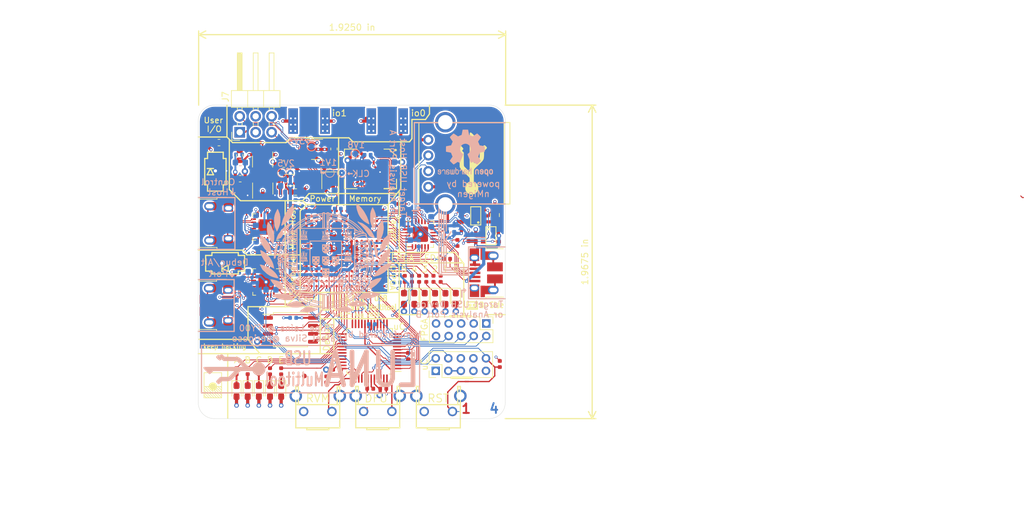
<source format=kicad_pcb>
(kicad_pcb (version 20200829) (generator pcbnew)
  (title_block (title "LUNA USB Multitool") (date "2020-05-20") (rev "r0") (company "Copyright 2019-2020 Great Scott Gadgets") (comment 1 "Katherine J. Temkin") (comment 3 "Licensed under the CERN-OHL-P v2"))
  (layers (0 "F.Cu" signal) (1 "In1.Cu" signal) (2 "In2.Cu" signal) (31 "B.Cu" signal) (34 "B.Paste" user) (35 "F.Paste" user) (36 "B.SilkS" user) (37 "F.SilkS" user) (38 "B.Mask" user) (39 "F.Mask" user) (44 "Edge.Cuts" user))
  (net 0 "")
  (net 1 "+3V3")
  (net 2 "GND")
  (net 3 "+1V8")
  (net 4 "+5V")
  (net 5 "+2V5")
  (net 6 "+1V1")
  (net 7 "/FPGA Configuration and Dev Features/D1")
  (net 8 "/FPGA Configuration and Dev Features/D2")
  (net 9 "/FPGA Configuration and Dev Features/D0")
  (net 10 "/FPGA Configuration and Dev Features/D3")
  (net 11 "/FPGA Configuration and Dev Features/FPGA_TDO")
  (net 12 "/FPGA Configuration and Dev Features/~CS_DI")
  (net 13 "/FPGA Configuration and Dev Features/FPGA_CFG0")
  (net 14 "/FPGA Configuration and Dev Features/FPGA_DONE")
  (net 15 "/FPGA Configuration and Dev Features/FPGA_CFG1")
  (net 16 "/FPGA Configuration and Dev Features/~FPGA_PROGRAM")
  (net 17 "/FPGA Configuration and Dev Features/FPGA_CFG2")
  (net 18 "/FPGA Configuration and Dev Features/FPGA_TDI")
  (net 19 "/FPGA Configuration and Dev Features/~FPGA_INIT")
  (net 20 "Net-(C36-Pad1)")
  (net 21 "/SIDEBAND_PHY_1V8")
  (net 22 "Net-(C42-Pad1)")
  (net 23 "/TARGET_PHY_1V8")
  (net 24 "Net-(C48-Pad1)")
  (net 25 "/HOST_PHY_1V8")
  (net 26 "/Host Section/HOST_VBUS")
  (net 27 "/SIDEBAND_VBUS")
  (net 28 "Net-(D10-Pad1)")
  (net 29 "Net-(D11-Pad1)")
  (net 30 "Net-(D12-Pad1)")
  (net 31 "Net-(D13-Pad1)")
  (net 32 "Net-(D14-Pad1)")
  (net 33 "/DEBUG_SPI_CLK")
  (net 34 "/DEBUG_SPI_COPI")
  (net 35 "/DEBUG_SPI_CIPO")
  (net 36 "/TARGET_FAULT")
  (net 37 "/RAM / 1V8 Section/RAM_DQ7")
  (net 38 "/RAM / 1V8 Section/RAM_DQ6")
  (net 39 "/RAM / 1V8 Section/RAM_DQ2")
  (net 40 "/RAM / 1V8 Section/RAM_DQ1")
  (net 41 "/RAM / 1V8 Section/~CS")
  (net 42 "/RAM / 1V8 Section/~RESET")
  (net 43 "/RAM / 1V8 Section/CLK")
  (net 44 "/Host Section/HOST_DATA0")
  (net 45 "/Host Section/HOST_PHY_CLK")
  (net 46 "/RAM / 1V8 Section/RAM_DQ5")
  (net 47 "/RAM / 1V8 Section/RAM_DQ4")
  (net 48 "/RAM / 1V8 Section/RAM_DQ0")
  (net 49 "/RAM / 1V8 Section/RAM_RWDS")
  (net 50 "/RAM / 1V8 Section/~CLK")
  (net 51 "/Target Section/TARGET_DATA1")
  (net 52 "/Target Section/TARGET_DATA0")
  (net 53 "/Host Section/HOST_DATA1")
  (net 54 "/Host Section/HOST_PHY_RESET")
  (net 55 "/Target Section/TARGET_DATA3")
  (net 56 "/Target Section/TARGET_DATA2")
  (net 57 "/Host Section/HOST_DATA2")
  (net 58 "/Target Section/TARGET_DATA4")
  (net 59 "/RAM / 1V8 Section/RAM_DQ3")
  (net 60 "/Target Section/TARGET_DATA5")
  (net 61 "/Target Section/TARGET_DATA6")
  (net 62 "/Host Section/HOST_DATA4")
  (net 63 "/Host Section/HOST_DATA3")
  (net 64 "/Target Section/TARGET_DATA7")
  (net 65 "/Host Section/HOST_DATA6")
  (net 66 "/Host Section/HOST_DATA5")
  (net 67 "/Target Section/TARGET_PHY_STP")
  (net 68 "/Target Section/TARGET_PHY_NXT")
  (net 69 "/Host Section/HOST_DATA7")
  (net 70 "/Host Section/HOST_STP")
  (net 71 "/Target Section/TARGET_PHY_RESET")
  (net 72 "/Target Section/TARGET_PHY_DIR")
  (net 73 "/Host Section/HOST_NXT")
  (net 74 "/Host Section/HOST_DIR")
  (net 75 "/Target Section/TARGET_PHY_CLK")
  (net 76 "/Sideband Section/SIDEBAND_DATA0")
  (net 77 "/Sideband Section/SIDEBAND_DATA1")
  (net 78 "/Right side indicators/D4")
  (net 79 "/Right side indicators/D5")
  (net 80 "/Sideband Section/SIDEBAND_DATA2")
  (net 81 "/Sideband Section/SIDEBAND_DATA3")
  (net 82 "/Right side indicators/D2")
  (net 83 "/Right side indicators/D3")
  (net 84 "/Sideband Section/SIDEBAND_DATA4")
  (net 85 "/FPGA Configuration and Dev Features/FPGA_CONFIG_CLK")
  (net 86 "/Right side indicators/D1")
  (net 87 "/Sideband Section/SIDEBAND_DATA6")
  (net 88 "/Sideband Section/SIDEBAND_DATA5")
  (net 89 "/Right side indicators/D0")
  (net 90 "/Sideband Section/SIDEBAND_DATA7")
  (net 91 "/Sideband Section/SIDEBAND_PHY_CLK")
  (net 92 "Net-(IC1-PadR3)")
  (net 93 "/Sideband Section/SIDEBAND_STP")
  (net 94 "/Sideband Section/SIDEBAND_DIR")
  (net 95 "/Sideband Section/SIDEBAND_NXT")
  (net 96 "/FPGA Configuration and Dev Features/FPGA_TCK")
  (net 97 "/FPGA Configuration and Dev Features/FPGA_TMS")
  (net 98 "/HOST_D-")
  (net 99 "/HOST_D+")
  (net 100 "/HOST_ID")
  (net 101 "/SIDEBAND_ID")
  (net 102 "/SIDEBAND_D+")
  (net 103 "/SIDEBAND_D-")
  (net 104 "/TARGET_VBUS_OUT")
  (net 105 "/TARGET_D-")
  (net 106 "/TARGET_D+")
  (net 107 "/TARGET_ID")
  (net 108 "/TARGET_VBUS_IN")
  (net 109 "/FULL_RESET")
  (net 110 "/FPGA Configuration and Dev Features/UC_SWDCLK")
  (net 111 "/FPGA Configuration and Dev Features/UC_SWDIO")
  (net 112 "Net-(R7-Pad2)")
  (net 113 "Net-(R8-Pad2)")
  (net 114 "Net-(R9-Pad2)")
  (net 115 "Net-(R10-Pad2)")
  (net 116 "Net-(R11-Pad2)")
  (net 117 "/USB_INHIBIT")
  (net 118 "Net-(R16-Pad2)")
  (net 119 "Net-(R17-Pad2)")
  (net 120 "Net-(R18-Pad2)")
  (net 121 "Net-(R19-Pad2)")
  (net 122 "Net-(R20-Pad2)")
  (net 123 "Net-(R21-Pad2)")
  (net 124 "/FORCE_RECOVERY")
  (net 125 "/FORCE_DFU")
  (net 126 "Net-(C51-Pad1)")
  (net 127 "/UC_RX_FPGA_TX")
  (net 128 "/UC_TX_FPGA_RX")
  (net 129 "Net-(C52-Pad1)")
  (net 130 "/Debug & Control Connections/CLKIN_60MHZ")
  (net 131 "/Debug & Control Connections/USER_IO3")
  (net 132 "/Debug & Control Connections/USER_IO2")
  (net 133 "/Debug & Control Connections/USER_IO1")
  (net 134 "/Debug & Control Connections/USER_IO0")
  (net 135 "/VBUS_PASSTHROUGH_EN")
  (net 136 "/PROVIDE_A_PORT_VBUS")
  (net 137 "Net-(D2-Pad1)")
  (net 138 "Net-(D3-Pad1)")
  (net 139 "Net-(D4-Pad1)")
  (net 140 "Net-(D5-Pad1)")
  (net 141 "Net-(D6-Pad1)")
  (net 142 "Net-(D7-Pad1)")
  (net 143 "/Debug & Control Connections/USER_IO4")
  (net 144 "/Debug & Control Connections/USER_IO5")
  (net 145 "Net-(IC1-PadB2)")
  (net 146 "Net-(IC1-PadB3)")
  (net 147 "Net-(IC1-PadB4)")
  (net 148 "Net-(IC1-PadB5)")
  (net 149 "Net-(IC1-PadB6)")
  (net 150 "Net-(IC1-PadB7)")
  (net 151 "Net-(IC1-PadB8)")
  (net 152 "Net-(IC1-PadC2)")
  (net 153 "Net-(IC1-PadC3)")
  (net 154 "Net-(IC1-PadC4)")
  (net 155 "Net-(IC1-PadC5)")
  (net 156 "Net-(IC1-PadC6)")
  (net 157 "Net-(IC1-PadC7)")
  (net 158 "Net-(IC1-PadC8)")
  (net 159 "Net-(IC1-PadC9)")
  (net 160 "Net-(IC1-PadC10)")
  (net 161 "Net-(IC1-PadC11)")
  (net 162 "Net-(IC1-PadC12)")
  (net 163 "Net-(IC1-PadC13)")
  (net 164 "Net-(IC1-PadD3)")
  (net 165 "Net-(IC1-PadD4)")
  (net 166 "Net-(IC1-PadD5)")
  (net 167 "Net-(IC1-PadD6)")
  (net 168 "Net-(IC1-PadD7)")
  (net 169 "Net-(IC1-PadD8)")
  (net 170 "Net-(IC1-PadD9)")
  (net 171 "Net-(IC1-PadD10)")
  (net 172 "Net-(IC1-PadD11)")
  (net 173 "Net-(IC1-PadD12)")
  (net 174 "Net-(IC1-PadD13)")
  (net 175 "Net-(IC1-PadE2)")
  (net 176 "Net-(IC1-PadE3)")
  (net 177 "Net-(IC1-PadE4)")
  (net 178 "Net-(IC1-PadE5)")
  (net 179 "Net-(IC1-PadE6)")
  (net 180 "Net-(IC1-PadE7)")
  (net 181 "Net-(IC1-PadE8)")
  (net 182 "Net-(IC1-PadE9)")
  (net 183 "Net-(IC1-PadE10)")
  (net 184 "Net-(IC1-PadE11)")
  (net 185 "Net-(IC1-PadE12)")
  (net 186 "Net-(IC1-PadE13)")
  (net 187 "Net-(IC1-PadE14)")
  (net 188 "Net-(IC1-PadF3)")
  (net 189 "Net-(IC1-PadF4)")
  (net 190 "Net-(IC1-PadF5)")
  (net 191 "Net-(IC1-PadF12)")
  (net 192 "Net-(IC1-PadF13)")
  (net 193 "Net-(IC1-PadF14)")
  (net 194 "Net-(IC1-PadG3)")
  (net 195 "Net-(IC1-PadG4)")
  (net 196 "Net-(IC1-PadG5)")
  (net 197 "Net-(IC1-PadG12)")
  (net 198 "Net-(IC1-PadG13)")
  (net 199 "Net-(IC1-PadG14)")
  (net 200 "Net-(IC1-PadH3)")
  (net 201 "Net-(IC1-PadH4)")
  (net 202 "Net-(IC1-PadH5)")
  (net 203 "Net-(IC1-PadH12)")
  (net 204 "Net-(IC1-PadH13)")
  (net 205 "Net-(IC1-PadH14)")
  (net 206 "Net-(IC1-PadH15)")
  (net 207 "Net-(IC1-PadJ3)")
  (net 208 "Net-(IC1-PadJ4)")
  (net 209 "Net-(IC1-PadJ5)")
  (net 210 "Net-(IC1-PadJ12)")
  (net 211 "Net-(IC1-PadJ13)")
  (net 212 "Net-(IC1-PadJ14)")
  (net 213 "Net-(IC1-PadJ15)")
  (net 214 "Net-(IC1-PadK3)")
  (net 215 "Net-(IC1-PadK4)")
  (net 216 "Net-(IC1-PadK5)")
  (net 217 "Net-(IC1-PadK12)")
  (net 218 "Net-(IC1-PadK13)")
  (net 219 "Net-(IC1-PadK14)")
  (net 220 "Net-(IC1-PadL1)")
  (net 221 "Net-(IC1-PadL3)")
  (net 222 "Net-(IC1-PadL4)")
  (net 223 "Net-(IC1-PadL5)")
  (net 224 "Net-(IC1-PadL12)")
  (net 225 "Net-(IC1-PadL13)")
  (net 226 "Net-(IC1-PadL14)")
  (net 227 "Net-(IC1-PadM3)")
  (net 228 "Net-(IC1-PadM4)")
  (net 229 "Net-(IC1-PadM5)")
  (net 230 "Net-(IC1-PadM6)")
  (net 231 "Net-(IC1-PadM8)")
  (net 232 "Net-(IC1-PadM9)")
  (net 233 "Net-(IC1-PadM11)")
  (net 234 "Net-(IC1-PadM12)")
  (net 235 "Net-(IC1-PadM13)")
  (net 236 "Net-(IC1-PadM14)")
  (net 237 "Net-(IC1-PadN3)")
  (net 238 "Net-(IC1-PadN4)")
  (net 239 "Net-(IC1-PadN5)")
  (net 240 "Net-(IC1-PadN6)")
  (net 241 "Net-(IC1-PadN11)")
  (net 242 "Net-(IC1-PadN12)")
  (net 243 "Net-(IC1-PadN13)")
  (net 244 "Net-(IC1-PadN14)")
  (net 245 "Net-(IC1-PadP3)")
  (net 246 "Net-(IC1-PadP4)")
  (net 247 "Net-(IC1-PadP5)")
  (net 248 "Net-(IC1-PadP6)")
  (net 249 "Net-(IC1-PadP7)")
  (net 250 "Net-(IC1-PadP8)")
  (net 251 "Net-(IC1-PadP14)")
  (net 252 "Net-(IC1-PadP16)")
  (net 253 "Net-(IC1-PadR5)")
  (net 254 "Net-(IC1-PadR6)")
  (net 255 "Net-(IC1-PadR7)")
  (net 256 "Net-(IC1-PadR8)")
  (net 257 "Net-(IC1-PadR12)")
  (net 258 "Net-(IC1-PadR15)")
  (net 259 "Net-(IC1-PadR16)")
  (net 260 "Net-(IC1-PadT6)")
  (net 261 "Net-(IC1-PadT15)")
  (net 262 "Net-(J5-Pad7)")
  (net 263 "Net-(J5-Pad10)")
  (net 264 "Net-(J6-Pad8)")
  (net 265 "Net-(J6-Pad7)")
  (net 266 "Net-(J6-Pad6)")
  (net 267 "Net-(U2-Pad4)")
  (net 268 "Net-(U5-Pad4)")
  (net 269 "Net-(U6-Pad32)")
  (net 270 "Net-(U6-Pad39)")
  (net 271 "Net-(U6-Pad41)")
  (net 272 "Net-(U6-Pad47)")
  (net 273 "Net-(U6-Pad48)")
  (net 274 "Net-(U8-Pad20)")
  (net 275 "Net-(U9-Pad20)")
  (net 276 "Net-(U10-PadA2)")
  (net 277 "Net-(U10-PadC2)")
  (net 278 "Net-(U10-PadA5)")
  (net 279 "Net-(U10-PadB5)")
  (net 280 "Net-(U10-PadC5)")
  (net 281 "Net-(U11-Pad20)")
  (net 282 "/DEBUG_SPI_CS")
  (net 283 "Net-(IC1-PadP12)")
  (net 284 "Net-(U4-Pad5)")
  (module "Package_DFN_QFN:VQFN-24-1EP_4x4mm_P0.5mm_EP2.45x2.45mm" (layer "F.Cu") (at 102.87 85.471 180)
    (fp_text reference "U11" hide)
    (fp_text value "USB3343")
    (pad "1" smd roundrect (at -1.9875 -1.25 180) (size 0.775 0.25) (layers "F.Cu" "F.Paste" "F.Mask") (net 74 "/Host Section/HOST_DIR"))
    (pad "2" smd roundrect (at -1.9875 -0.75 180) (size 0.775 0.25) (layers "F.Cu" "F.Paste" "F.Mask") (net 1 "+3V3"))
    (pad "3" smd roundrect (at -1.9875 -0.25 180) (size 0.775 0.25) (layers "F.Cu" "F.Paste" "F.Mask") (net 73 "/Host Section/HOST_NXT"))
    (pad "4" smd roundrect (at -1.9875 0.25 180) (size 0.775 0.25) (layers "F.Cu" "F.Paste" "F.Mask") (net 44 "/Host Section/HOST_DATA0"))
    (pad "5" smd roundrect (at -1.9875 0.75 180) (size 0.775 0.25) (layers "F.Cu" "F.Paste" "F.Mask") (net 53 "/Host Section/HOST_DATA1"))
    (pad "6" smd roundrect (at -1.9875 1.25 180) (size 0.775 0.25) (layers "F.Cu" "F.Paste" "F.Mask") (net 57 "/Host Section/HOST_DATA2"))
    (pad "7" smd roundrect (at -1.25 1.9875 180) (size 0.25 0.775) (layers "F.Cu" "F.Paste" "F.Mask") (net 63 "/Host Section/HOST_DATA3"))
    (pad "8" smd roundrect (at -0.75 1.9875 180) (size 0.25 0.775) (layers "F.Cu" "F.Paste" "F.Mask") (net 62 "/Host Section/HOST_DATA4"))
    (pad "9" smd roundrect (at -0.25 1.9875 180) (size 0.25 0.775) (layers "F.Cu" "F.Paste" "F.Mask") (net 1 "+3V3"))
    (pad "10" smd roundrect (at 0.25 1.9875 180) (size 0.25 0.775) (layers "F.Cu" "F.Paste" "F.Mask") (net 66 "/Host Section/HOST_DATA5"))
    (pad "11" smd roundrect (at 0.75 1.9875 180) (size 0.25 0.775) (layers "F.Cu" "F.Paste" "F.Mask") (net 65 "/Host Section/HOST_DATA6"))
    (pad "12" smd roundrect (at 1.25 1.9875 180) (size 0.25 0.775) (layers "F.Cu" "F.Paste" "F.Mask") (net 69 "/Host Section/HOST_DATA7"))
    (pad "13" smd roundrect (at 1.9875 1.25 180) (size 0.775 0.25) (layers "F.Cu" "F.Paste" "F.Mask") (net 98 "/HOST_D-"))
    (pad "14" smd roundrect (at 1.9875 0.75 180) (size 0.775 0.25) (layers "F.Cu" "F.Paste" "F.Mask") (net 99 "/HOST_D+"))
    (pad "15" smd roundrect (at 1.9875 0.25 180) (size 0.775 0.25) (layers "F.Cu" "F.Paste" "F.Mask") (net 24 "Net-(C48-Pad1)"))
    (pad "16" smd roundrect (at 1.9875 -0.25 180) (size 0.775 0.25) (layers "F.Cu" "F.Paste" "F.Mask") (net 4 "+5V"))
    (pad "17" smd roundrect (at 1.9875 -0.75 180) (size 0.775 0.25) (layers "F.Cu" "F.Paste" "F.Mask") (net 123 "Net-(R21-Pad2)"))
    (pad "18" smd roundrect (at 1.9875 -1.25 180) (size 0.775 0.25) (layers "F.Cu" "F.Paste" "F.Mask") (net 100 "/HOST_ID"))
    (pad "19" smd roundrect (at 1.25 -1.9875 180) (size 0.25 0.775) (layers "F.Cu" "F.Paste" "F.Mask") (net 122 "Net-(R20-Pad2)"))
    (pad "20" smd roundrect (at 0.75 -1.9875 180) (size 0.25 0.775) (layers "F.Cu" "F.Paste" "F.Mask") (net 281 "Net-(U11-Pad20)"))
    (pad "21" smd roundrect (at 0.25 -1.9875 180) (size 0.25 0.775) (layers "F.Cu" "F.Paste" "F.Mask") (net 45 "/Host Section/HOST_PHY_CLK"))
    (pad "22" smd roundrect (at -0.25 -1.9875 180) (size 0.25 0.775) (layers "F.Cu" "F.Paste" "F.Mask") (net 54 "/Host Section/HOST_PHY_RESET"))
    (pad "23" smd roundrect (at -0.75 -1.9875 180) (size 0.25 0.775) (layers "F.Cu" "F.Paste" "F.Mask") (net 25 "/HOST_PHY_1V8"))
    (pad "24" smd roundrect (at -1.25 -1.9875 180) (size 0.25 0.775) (layers "F.Cu" "F.Paste" "F.Mask") (net 70 "/Host Section/HOST_STP"))
    (pad "25" smd roundrect (at 0 0 180) (size 2.45 2.45) (layers "F.Cu" "F.Mask") (roundrect_rratio 0.102041) (net 2 "GND"))
  )
  (module "Resistor_SMD:R_0402_1005Metric" (layer "F.Cu") (at 108.2143 97.7519)
    (fp_text reference "R15" hide)
    (fp_text value "1K")
    (pad "1" smd roundrect (at -0.485 0) (size 0.59 0.64) (layers "F.Cu" "F.Paste" "F.Mask") (net 117 "/USB_INHIBIT"))
    (pad "2" smd roundrect (at 0.485 0) (size 0.59 0.64) (layers "F.Cu" "F.Paste" "F.Mask") (net 92 "Net-(IC1-PadR3)"))
  )
  (module "Package_SO:SOIC-8_5.23x5.23mm_P1.27mm" (layer "F.Cu") (at 106.763 101.854)
    (fp_text reference "U7" hide)
    (fp_text value "W25Q32JVSS")
    (pad "1" smd roundrect (at -3.6 -1.905) (size 1.6 0.6) (layers "F.Cu" "F.Paste" "F.Mask") (net 12 "/FPGA Configuration and Dev Features/~CS_DI"))
    (pad "2" smd roundrect (at -3.6 -0.635) (size 1.6 0.6) (layers "F.Cu" "F.Paste" "F.Mask") (net 7 "/FPGA Configuration and Dev Features/D1"))
    (pad "3" smd roundrect (at -3.6 0.635) (size 1.6 0.6) (layers "F.Cu" "F.Paste" "F.Mask") (net 8 "/FPGA Configuration and Dev Features/D2"))
    (pad "4" smd roundrect (at -3.6 1.905) (size 1.6 0.6) (layers "F.Cu" "F.Paste" "F.Mask") (net 2 "GND"))
    (pad "5" smd roundrect (at 3.6 1.905) (size 1.6 0.6) (layers "F.Cu" "F.Paste" "F.Mask") (net 9 "/FPGA Configuration and Dev Features/D0"))
    (pad "6" smd roundrect (at 3.6 0.635) (size 1.6 0.6) (layers "F.Cu" "F.Paste" "F.Mask") (net 85 "/FPGA Configuration and Dev Features/FPGA_CONFIG_CLK"))
    (pad "7" smd roundrect (at 3.6 -0.635) (size 1.6 0.6) (layers "F.Cu" "F.Paste" "F.Mask") (net 10 "/FPGA Configuration and Dev Features/D3"))
    (pad "8" smd roundrect (at 3.6 -1.905) (size 1.6 0.6) (layers "F.Cu" "F.Paste" "F.Mask") (net 1 "+3V3"))
  )
  (module "Capacitor_SMD:C_0402_1005Metric" (layer "F.Cu") (at 93.091 72.3265 -90)
    (fp_text reference "C47" hide)
    (fp_text value "0.1uF")
    (pad "1" smd roundrect (at -0.485 0 270) (size 0.59 0.64) (layers "F.Cu" "F.Paste" "F.Mask") (net 4 "+5V"))
    (pad "2" smd roundrect (at 0.485 0 270) (size 0.59 0.64) (layers "F.Cu" "F.Paste" "F.Mask") (net 2 "GND"))
  )
  (module "Resistor_SMD:R_0402_1005Metric" (layer "F.Cu") (at 140.1 107.315 -90)
    (fp_text reference "R25" hide)
    (fp_text value "10K")
    (pad "1" smd roundrect (at -0.485 0 270) (size 0.59 0.64) (layers "F.Cu" "F.Paste" "F.Mask") (net 1 "+3V3"))
    (pad "2" smd roundrect (at 0.485 0 270) (size 0.59 0.64) (layers "F.Cu" "F.Paste" "F.Mask") (net 109 "/FULL_RESET"))
  )
  (module "Capacitor_SMD:C_0603_1608Metric" (layer "F.Cu") (at 107.5945 79.883)
    (fp_text reference "C22" hide)
    (fp_text value "1uF")
    (pad "1" smd roundrect (at -0.7875 0) (size 0.875 0.95) (layers "F.Cu" "F.Paste" "F.Mask") (net 5 "+2V5"))
    (pad "2" smd roundrect (at 0.7875 0) (size 0.875 0.95) (layers "F.Cu" "F.Paste" "F.Mask") (net 2 "GND"))
  )
  (module "luna:BGA-24_5x5_6.0x8.0mm" (layer "F.Cu") (at 119.507 76.2 -90)
    (fp_text reference "U10")
    (fp_text value "S27KS0641")
    (pad "A2" smd circle (at -1 -2 270) (size 0.4 0.4) (layers "F.Cu" "F.Paste" "F.Mask") (net 276 "Net-(U10-PadA2)"))
    (pad "A3" smd circle (at 0 -2 270) (size 0.4 0.4) (layers "F.Cu" "F.Paste" "F.Mask") (net 41 "/RAM / 1V8 Section/~CS"))
    (pad "A4" smd circle (at 1 -2 270) (size 0.4 0.4) (layers "F.Cu" "F.Paste" "F.Mask") (net 42 "/RAM / 1V8 Section/~RESET"))
    (pad "A5" smd circle (at 2 -2 270) (size 0.4 0.4) (layers "F.Cu" "F.Paste" "F.Mask") (net 278 "Net-(U10-PadA5)"))
    (pad "B1" smd circle (at -2 -1 270) (size 0.4 0.4) (layers "F.Cu" "F.Paste" "F.Mask") (net 50 "/RAM / 1V8 Section/~CLK"))
    (pad "B2" smd circle (at -1 -1 270) (size 0.4 0.4) (layers "F.Cu" "F.Paste" "F.Mask") (net 43 "/RAM / 1V8 Section/CLK"))
    (pad "B3" smd circle (at 0 -1 270) (size 0.4 0.4) (layers "F.Cu" "F.Paste" "F.Mask") (net 2 "GND"))
    (pad "B4" smd circle (at 1 -1 270) (size 0.4 0.4) (layers "F.Cu" "F.Paste" "F.Mask") (net 3 "+1V8"))
    (pad "B5" smd circle (at 2 -1 270) (size 0.4 0.4) (layers "F.Cu" "F.Paste" "F.Mask") (net 279 "Net-(U10-PadB5)"))
    (pad "C1" smd circle (at -2 0 270) (size 0.4 0.4) (layers "F.Cu" "F.Paste" "F.Mask") (net 2 "GND"))
    (pad "C2" smd circle (at -1 0 270) (size 0.4 0.4) (layers "F.Cu" "F.Paste" "F.Mask") (net 277 "Net-(U10-PadC2)"))
    (pad "C3" smd circle (at 0 0 270) (size 0.4 0.4) (layers "F.Cu" "F.Paste" "F.Mask") (net 49 "/RAM / 1V8 Section/RAM_RWDS"))
    (pad "C4" smd circle (at 1 0 270) (size 0.4 0.4) (layers "F.Cu" "F.Paste" "F.Mask") (net 39 "/RAM / 1V8 Section/RAM_DQ2"))
    (pad "C5" smd circle (at 2 0 270) (size 0.4 0.4) (layers "F.Cu" "F.Paste" "F.Mask") (net 280 "Net-(U10-PadC5)"))
    (pad "D1" smd circle (at -2 1 270) (size 0.4 0.4) (layers "F.Cu" "F.Paste" "F.Mask") (net 3 "+1V8"))
    (pad "D2" smd circle (at -1 1 270) (size 0.4 0.4) (layers "F.Cu" "F.Paste" "F.Mask") (net 40 "/RAM / 1V8 Section/RAM_DQ1"))
    (pad "D3" smd circle (at 0 1 270) (size 0.4 0.4) (layers "F.Cu" "F.Paste" "F.Mask") (net 48 "/RAM / 1V8 Section/RAM_DQ0"))
    (pad "D4" smd circle (at 1 1 270) (size 0.4 0.4) (layers "F.Cu" "F.Paste" "F.Mask") (net 59 "/RAM / 1V8 Section/RAM_DQ3"))
    (pad "D5" smd circle (at 2 1 270) (size 0.4 0.4) (layers "F.Cu" "F.Paste" "F.Mask") (net 47 "/RAM / 1V8 Section/RAM_DQ4"))
    (pad "E1" smd circle (at -2 2 270) (size 0.4 0.4) (layers "F.Cu" "F.Paste" "F.Mask") (net 37 "/RAM / 1V8 Section/RAM_DQ7"))
    (pad "E2" smd circle (at -1 2 270) (size 0.4 0.4) (layers "F.Cu" "F.Paste" "F.Mask") (net 38 "/RAM / 1V8 Section/RAM_DQ6"))
    (pad "E3" smd circle (at 0 2 270) (size 0.4 0.4) (layers "F.Cu" "F.Paste" "F.Mask") (net 46 "/RAM / 1V8 Section/RAM_DQ5"))
    (pad "E4" smd circle (at 1 2 270) (size 0.4 0.4) (layers "F.Cu" "F.Paste" "F.Mask") (net 3 "+1V8"))
    (pad "E5" smd circle (at 2 2 270) (size 0.4 0.4) (layers "F.Cu" "F.Paste" "F.Mask") (net 2 "GND"))
  )
  (module "Resistor_SMD:R_0402_1005Metric" (layer "F.Cu") (at 101.727 108.435 90)
    (fp_text reference "R9" hide)
    (fp_text value "330")
    (pad "1" smd roundrect (at -0.485 0 90) (size 0.59 0.64) (layers "F.Cu" "F.Paste" "F.Mask") (net 30 "Net-(D12-Pad1)"))
    (pad "2" smd roundrect (at 0.485 0 90) (size 0.59 0.64) (layers "F.Cu" "F.Paste" "F.Mask") (net 114 "Net-(R9-Pad2)"))
  )
  (module "Capacitor_SMD:C_0603_1608Metric" (layer "F.Cu") (at 98.679 74.041 90)
    (fp_text reference "C2" hide)
    (fp_text value "2.2uF")
    (pad "1" smd roundrect (at -0.7875 0 90) (size 0.875 0.95) (layers "F.Cu" "F.Paste" "F.Mask") (net 1 "+3V3"))
    (pad "2" smd roundrect (at 0.7875 0 90) (size 0.875 0.95) (layers "F.Cu" "F.Paste" "F.Mask") (net 2 "GND"))
  )
  (module "Resistor_SMD:R_0402_1005Metric" (layer "F.Cu") (at 105.283 108.458 90)
    (fp_text reference "R11" hide)
    (fp_text value "330")
    (pad "1" smd roundrect (at -0.485 0 90) (size 0.59 0.64) (layers "F.Cu" "F.Paste" "F.Mask") (net 32 "Net-(D14-Pad1)"))
    (pad "2" smd roundrect (at 0.485 0 90) (size 0.59 0.64) (layers "F.Cu" "F.Paste" "F.Mask") (net 116 "Net-(R11-Pad2)"))
  )
  (module "Resistor_SMD:R_0402_1005Metric" (layer "F.Cu") (at 103.505 108.458 90)
    (fp_text reference "R10" hide)
    (fp_text value "330")
    (pad "1" smd roundrect (at -0.485 0 90) (size 0.59 0.64) (layers "F.Cu" "F.Paste" "F.Mask") (net 31 "Net-(D13-Pad1)"))
    (pad "2" smd roundrect (at 0.485 0 90) (size 0.59 0.64) (layers "F.Cu" "F.Paste" "F.Mask") (net 115 "Net-(R10-Pad2)"))
  )
  (module "Resistor_SMD:R_0402_1005Metric" (layer "F.Cu") (at 99.949 108.435 90)
    (fp_text reference "R8" hide)
    (fp_text value "330")
    (pad "1" smd roundrect (at -0.485 0 90) (size 0.59 0.64) (layers "F.Cu" "F.Paste" "F.Mask") (net 29 "Net-(D11-Pad1)"))
    (pad "2" smd roundrect (at 0.485 0 90) (size 0.59 0.64) (layers "F.Cu" "F.Paste" "F.Mask") (net 113 "Net-(R8-Pad2)"))
  )
  (module "Resistor_SMD:R_0402_1005Metric" (layer "F.Cu") (at 98.171 108.458 90)
    (fp_text reference "R7" hide)
    (fp_text value "330")
    (pad "1" smd roundrect (at -0.485 0 90) (size 0.59 0.64) (layers "F.Cu" "F.Paste" "F.Mask") (net 28 "Net-(D10-Pad1)"))
    (pad "2" smd roundrect (at 0.485 0 90) (size 0.59 0.64) (layers "F.Cu" "F.Paste" "F.Mask") (net 112 "Net-(R7-Pad2)"))
  )
  (module "Package_DFN_QFN:VQFN-24-1EP_4x4mm_P0.5mm_EP2.45x2.45mm" (layer "F.Cu") (at 102.87 94.234 180)
    (fp_text reference "U8" hide)
    (fp_text value "USB3343")
    (pad "1" smd roundrect (at -1.9875 -1.25 180) (size 0.775 0.25) (layers "F.Cu" "F.Paste" "F.Mask") (net 94 "/Sideband Section/SIDEBAND_DIR"))
    (pad "2" smd roundrect (at -1.9875 -0.75 180) (size 0.775 0.25) (layers "F.Cu" "F.Paste" "F.Mask") (net 1 "+3V3"))
    (pad "3" smd roundrect (at -1.9875 -0.25 180) (size 0.775 0.25) (layers "F.Cu" "F.Paste" "F.Mask") (net 95 "/Sideband Section/SIDEBAND_NXT"))
    (pad "4" smd roundrect (at -1.9875 0.25 180) (size 0.775 0.25) (layers "F.Cu" "F.Paste" "F.Mask") (net 76 "/Sideband Section/SIDEBAND_DATA0"))
    (pad "5" smd roundrect (at -1.9875 0.75 180) (size 0.775 0.25) (layers "F.Cu" "F.Paste" "F.Mask") (net 77 "/Sideband Section/SIDEBAND_DATA1"))
    (pad "6" smd roundrect (at -1.9875 1.25 180) (size 0.775 0.25) (layers "F.Cu" "F.Paste" "F.Mask") (net 80 "/Sideband Section/SIDEBAND_DATA2"))
    (pad "7" smd roundrect (at -1.25 1.9875 180) (size 0.25 0.775) (layers "F.Cu" "F.Paste" "F.Mask") (net 81 "/Sideband Section/SIDEBAND_DATA3"))
    (pad "8" smd roundrect (at -0.75 1.9875 180) (size 0.25 0.775) (layers "F.Cu" "F.Paste" "F.Mask") (net 84 "/Sideband Section/SIDEBAND_DATA4"))
    (pad "9" smd roundrect (at -0.25 1.9875 180) (size 0.25 0.775) (layers "F.Cu" "F.Paste" "F.Mask") (net 1 "+3V3"))
    (pad "10" smd roundrect (at 0.25 1.9875 180) (size 0.25 0.775) (layers "F.Cu" "F.Paste" "F.Mask") (net 88 "/Sideband Section/SIDEBAND_DATA5"))
    (pad "11" smd roundrect (at 0.75 1.9875 180) (size 0.25 0.775) (layers "F.Cu" "F.Paste" "F.Mask") (net 87 "/Sideband Section/SIDEBAND_DATA6"))
    (pad "12" smd roundrect (at 1.25 1.9875 180) (size 0.25 0.775) (layers "F.Cu" "F.Paste" "F.Mask") (net 90 "/Sideband Section/SIDEBAND_DATA7"))
    (pad "13" smd roundrect (at 1.9875 1.25 180) (size 0.775 0.25) (layers "F.Cu" "F.Paste" "F.Mask") (net 103 "/SIDEBAND_D-"))
    (pad "14" smd roundrect (at 1.9875 0.75 180) (size 0.775 0.25) (layers "F.Cu" "F.Paste" "F.Mask") (net 102 "/SIDEBAND_D+"))
    (pad "15" smd roundrect (at 1.9875 0.25 180) (size 0.775 0.25) (layers "F.Cu" "F.Paste" "F.Mask") (net 20 "Net-(C36-Pad1)"))
    (pad "16" smd roundrect (at 1.9875 -0.25 180) (size 0.775 0.25) (layers "F.Cu" "F.Paste" "F.Mask") (net 4 "+5V"))
    (pad "17" smd roundrect (at 1.9875 -0.75 180) (size 0.775 0.25) (layers "F.Cu" "F.Paste" "F.Mask") (net 119 "Net-(R17-Pad2)"))
    (pad "18" smd roundrect (at 1.9875 -1.25 180) (size 0.775 0.25) (layers "F.Cu" "F.Paste" "F.Mask") (net 101 "/SIDEBAND_ID"))
    (pad "19" smd roundrect (at 1.25 -1.9875 180) (size 0.25 0.775) (layers "F.Cu" "F.Paste" "F.Mask") (net 118 "Net-(R16-Pad2)"))
    (pad "20" smd roundrect (at 0.75 -1.9875 180) (size 0.25 0.775) (layers "F.Cu" "F.Paste" "F.Mask") (net 274 "Net-(U8-Pad20)"))
    (pad "21" smd roundrect (at 0.25 -1.9875 180) (size 0.25 0.775) (layers "F.Cu" "F.Paste" "F.Mask") (net 91 "/Sideband Section/SIDEBAND_PHY_CLK"))
    (pad "22" smd roundrect (at -0.25 -1.9875 180) (size 0.25 0.775) (layers "F.Cu" "F.Paste" "F.Mask") (net 117 "/USB_INHIBIT"))
    (pad "23" smd roundrect (at -0.75 -1.9875 180) (size 0.25 0.775) (layers "F.Cu" "F.Paste" "F.Mask") (net 21 "/SIDEBAND_PHY_1V8"))
    (pad "24" smd roundrect (at -1.25 -1.9875 180) (size 0.25 0.775) (layers "F.Cu" "F.Paste" "F.Mask") (net 93 "/Sideband Section/SIDEBAND_STP"))
    (pad "25" smd roundrect (at 0 0 180) (size 2.45 2.45) (layers "F.Cu" "F.Mask") (roundrect_rratio 0.102041) (net 2 "GND"))
  )
  (module "Resistor_SMD:R_0402_1005Metric" (layer "F.Cu") (at 99.6188 95.39732 90)
    (fp_text reference "R17" hide)
    (fp_text value "20K")
    (pad "1" smd roundrect (at -0.485 0 90) (size 0.59 0.64) (layers "F.Cu" "F.Paste" "F.Mask") (net 27 "/SIDEBAND_VBUS"))
    (pad "2" smd roundrect (at 0.485 0 90) (size 0.59 0.64) (layers "F.Cu" "F.Paste" "F.Mask") (net 119 "Net-(R17-Pad2)"))
  )
  (module "Resistor_SMD:R_0402_1005Metric" (layer "F.Cu") (at 101.40696 98.07448 90)
    (fp_text reference "R16" hide)
    (fp_text value "8.06k+1%")
    (pad "1" smd roundrect (at -0.485 0 90) (size 0.59 0.64) (layers "F.Cu" "F.Paste" "F.Mask") (net 2 "GND"))
    (pad "2" smd roundrect (at 0.485 0 90) (size 0.59 0.64) (layers "F.Cu" "F.Paste" "F.Mask") (net 118 "Net-(R16-Pad2)"))
  )
  (module "Resistor_SMD:R_0402_1005Metric" (layer "F.Cu") (at 131.699 90.551 180)
    (fp_text reference "R19" hide)
    (fp_text value "20K")
    (pad "1" smd roundrect (at -0.485 0 180) (size 0.59 0.64) (layers "F.Cu" "F.Paste" "F.Mask") (net 108 "/TARGET_VBUS_IN"))
    (pad "2" smd roundrect (at 0.485 0 180) (size 0.59 0.64) (layers "F.Cu" "F.Paste" "F.Mask") (net 121 "Net-(R19-Pad2)"))
  )
  (module "Resistor_SMD:R_0402_1005Metric" (layer "F.Cu") (at 131.2672 84.5312 180)
    (fp_text reference "R18" hide)
    (fp_text value "8.06k+1%")
    (pad "1" smd roundrect (at -0.485 0 180) (size 0.59 0.64) (layers "F.Cu" "F.Paste" "F.Mask") (net 2 "GND"))
    (pad "2" smd roundrect (at 0.485 0 180) (size 0.59 0.64) (layers "F.Cu" "F.Paste" "F.Mask") (net 120 "Net-(R18-Pad2)"))
  )
  (module "Resistor_SMD:R_0402_1005Metric" (layer "F.Cu") (at 99.568 87.988 90)
    (fp_text reference "R20" hide)
    (fp_text value "8.06k+1%")
    (pad "1" smd roundrect (at -0.485 0 90) (size 0.59 0.64) (layers "F.Cu" "F.Paste" "F.Mask") (net 2 "GND"))
    (pad "2" smd roundrect (at 0.485 0 90) (size 0.59 0.64) (layers "F.Cu" "F.Paste" "F.Mask") (net 122 "Net-(R20-Pad2)"))
  )
  (module "Resistor_SMD:R_0402_1005Metric" (layer "F.Cu") (at 124.437 81.788)
    (fp_text reference "R23" hide)
    (fp_text value "10K")
    (pad "1" smd roundrect (at -0.485 0) (size 0.59 0.64) (layers "F.Cu" "F.Paste" "F.Mask") (net 71 "/Target Section/TARGET_PHY_RESET"))
    (pad "2" smd roundrect (at 0.485 0) (size 0.59 0.64) (layers "F.Cu" "F.Paste" "F.Mask") (net 1 "+3V3"))
  )
  (module "Resistor_SMD:R_0402_1005Metric" (layer "F.Cu") (at 112.4839 109.7661 90)
    (fp_text reference "R22" hide)
    (fp_text value "15K")
    (pad "1" smd roundrect (at -0.485 0 90) (size 0.59 0.64) (layers "F.Cu" "F.Paste" "F.Mask") (net 117 "/USB_INHIBIT"))
    (pad "2" smd roundrect (at 0.485 0 90) (size 0.59 0.64) (layers "F.Cu" "F.Paste" "F.Mask") (net 1 "+3V3"))
  )
  (module "Resistor_SMD:R_0402_1005Metric" (layer "F.Cu") (at 102.0294 89.5096 180)
    (fp_text reference "R24" hide)
    (fp_text value "10K")
    (pad "1" smd roundrect (at -0.485 0 180) (size 0.59 0.64) (layers "F.Cu" "F.Paste" "F.Mask") (net 54 "/Host Section/HOST_PHY_RESET"))
    (pad "2" smd roundrect (at 0.485 0 180) (size 0.59 0.64) (layers "F.Cu" "F.Paste" "F.Mask") (net 1 "+3V3"))
  )
  (module "Package_TO_SOT_SMD:SOT-553" (layer "F.Cu") (at 106.7435 77.978)
    (fp_text reference "U4" hide)
    (fp_text value "TCR2EE11")
    (pad "1" smd rect (at -0.7 -0.5) (size 0.45 0.3) (layers "F.Cu" "F.Paste" "F.Mask") (net 5 "+2V5"))
    (pad "2" smd rect (at -0.7 0) (size 0.45 0.3) (layers "F.Cu" "F.Paste" "F.Mask") (net 2 "GND"))
    (pad "3" smd rect (at -0.7 0.5) (size 0.45 0.3) (layers "F.Cu" "F.Paste" "F.Mask") (net 5 "+2V5"))
    (pad "4" smd rect (at 0.7 0.5) (size 0.45 0.3) (layers "F.Cu" "F.Paste" "F.Mask") (net 6 "+1V1"))
    (pad "5" smd rect (at 0.7 -0.5) (size 0.45 0.3) (layers "F.Cu" "F.Paste" "F.Mask") (net 284 "Net-(U4-Pad5)"))
  )
  (module "Resistor_SMD:R_0402_1005Metric" (layer "F.Cu") (at 135.128 87.249 -90)
    (fp_text reference "R2" hide)
    (fp_text value "10K")
    (pad "1" smd roundrect (at -0.485 0 270) (size 0.59 0.64) (layers "F.Cu" "F.Paste" "F.Mask") (net 135 "/VBUS_PASSTHROUGH_EN"))
    (pad "2" smd roundrect (at 0.485 0 270) (size 0.59 0.64) (layers "F.Cu" "F.Paste" "F.Mask") (net 108 "/TARGET_VBUS_IN"))
  )
  (module "Resistor_SMD:R_0402_1005Metric" (layer "F.Cu") (at 129.54 93.726 90)
    (fp_text reference "R27" hide)
    (fp_text value "330")
    (pad "1" smd roundrect (at -0.485 0 90) (size 0.59 0.64) (layers "F.Cu" "F.Paste" "F.Mask") (net 138 "Net-(D3-Pad1)"))
    (pad "2" smd roundrect (at 0.485 0 90) (size 0.59 0.64) (layers "F.Cu" "F.Paste" "F.Mask") (net 78 "/Right side indicators/D4"))
  )
  (module "Resistor_SMD:R_0402_1005Metric" (layer "F.Cu") (at 130.683 93.726 90)
    (fp_text reference "R26" hide)
    (fp_text value "330")
    (pad "1" smd roundrect (at -0.485 0 90) (size 0.59 0.64) (layers "F.Cu" "F.Paste" "F.Mask") (net 137 "Net-(D2-Pad1)"))
    (pad "2" smd roundrect (at 0.485 0 90) (size 0.59 0.64) (layers "F.Cu" "F.Paste" "F.Mask") (net 79 "/Right side indicators/D5"))
  )
  (module "Resistor_SMD:R_0402_1005Metric" (layer "F.Cu") (at 126.111 93.726 90)
    (fp_text reference "R30" hide)
    (fp_text value "330")
    (pad "1" smd roundrect (at -0.485 0 90) (size 0.59 0.64) (layers "F.Cu" "F.Paste" "F.Mask") (net 141 "Net-(D6-Pad1)"))
    (pad "2" smd roundrect (at 0.485 0 90) (size 0.59 0.64) (layers "F.Cu" "F.Paste" "F.Mask") (net 86 "/Right side indicators/D1"))
  )
  (module "Resistor_SMD:R_0402_1005Metric" (layer "F.Cu") (at 128.397 93.726 90)
    (fp_text reference "R28" hide)
    (fp_text value "330")
    (pad "1" smd roundrect (at -0.485 0 90) (size 0.59 0.64) (layers "F.Cu" "F.Paste" "F.Mask") (net 139 "Net-(D4-Pad1)"))
    (pad "2" smd roundrect (at 0.485 0 90) (size 0.59 0.64) (layers "F.Cu" "F.Paste" "F.Mask") (net 83 "/Right side indicators/D3"))
  )
  (module "Capacitor_SMD:C_0402_1005Metric" (layer "F.Cu") (at 99.441 79.121 180)
    (fp_text reference "C40" hide)
    (fp_text value "0.1uF")
    (pad "1" smd roundrect (at -0.485 0 180) (size 0.59 0.64) (layers "F.Cu" "F.Paste" "F.Mask") (net 4 "+5V"))
    (pad "2" smd roundrect (at 0.485 0 180) (size 0.59 0.64) (layers "F.Cu" "F.Paste" "F.Mask") (net 2 "GND"))
  )
  (module "luna:SOD128" (layer "F.Cu") (at 94.8055 76.6445 -90)
    (fp_text reference "D1" hide)
    (fp_text value "PMEG3050EP,115" hide)
    (pad "1" smd rect (at -2.2 0 90) (size 1.4 2.1) (layers "F.Cu" "F.Paste" "F.Mask") (net 4 "+5V"))
    (pad "2" smd rect (at 2.2 0 90) (size 1.4 2.1) (layers "F.Cu" "F.Paste" "F.Mask") (net 26 "/Host Section/HOST_VBUS"))
  )
  (module "LED_SMD:LED_0603_1608Metric_Pad1.05x0.95mm_HandSolder" (layer "F.Cu") (at 129.794 96.901 -90)
    (fp_text reference "D4" hide)
    (fp_text value "YELLOW")
    (pad "1" smd roundrect (at -0.875 0 270) (size 1.05 0.95) (layers "F.Cu" "F.Paste" "F.Mask") (net 139 "Net-(D4-Pad1)"))
    (pad "2" smd roundrect (at 0.875 0 270) (size 1.05 0.95) (layers "F.Cu" "F.Paste" "F.Mask") (net 1 "+3V3"))
  )
  (module "LED_SMD:LED_0603_1608Metric_Pad1.05x0.95mm_HandSolder" (layer "F.Cu") (at 131.445 96.901 -90)
    (fp_text reference "D3" hide)
    (fp_text value "ORANGE")
    (pad "1" smd roundrect (at -0.875 0 270) (size 1.05 0.95) (layers "F.Cu" "F.Paste" "F.Mask") (net 138 "Net-(D3-Pad1)"))
    (pad "2" smd roundrect (at 0.875 0 270) (size 1.05 0.95) (layers "F.Cu" "F.Paste" "F.Mask") (net 1 "+3V3"))
  )
  (module "LED_SMD:LED_0603_1608Metric_Pad1.05x0.95mm_HandSolder" (layer "F.Cu") (at 126.492 96.887 -90)
    (fp_text reference "D6" hide)
    (fp_text value "BLUE")
    (pad "1" smd roundrect (at -0.875 0 270) (size 1.05 0.95) (layers "F.Cu" "F.Paste" "F.Mask") (net 141 "Net-(D6-Pad1)"))
    (pad "2" smd roundrect (at 0.875 0 270) (size 1.05 0.95) (layers "F.Cu" "F.Paste" "F.Mask") (net 1 "+3V3"))
  )
  (module "LED_SMD:LED_0603_1608Metric_Pad1.05x0.95mm_HandSolder" (layer "F.Cu") (at 105.283 111.633 -90)
    (fp_text reference "D14" hide)
    (fp_text value "BLUE")
    (pad "1" smd roundrect (at -0.875 0 270) (size 1.05 0.95) (layers "F.Cu" "F.Paste" "F.Mask") (net 32 "Net-(D14-Pad1)"))
    (pad "2" smd roundrect (at 0.875 0 270) (size 1.05 0.95) (layers "F.Cu" "F.Paste" "F.Mask") (net 1 "+3V3"))
  )
  (module "LED_SMD:LED_0603_1608Metric_Pad1.05x0.95mm_HandSolder" (layer "F.Cu") (at 103.505 111.633 -90)
    (fp_text reference "D13" hide)
    (fp_text value "PINK")
    (pad "1" smd roundrect (at -0.875 0 270) (size 1.05 0.95) (layers "F.Cu" "F.Paste" "F.Mask") (net 31 "Net-(D13-Pad1)"))
    (pad "2" smd roundrect (at 0.875 0 270) (size 1.05 0.95) (layers "F.Cu" "F.Paste" "F.Mask") (net 1 "+3V3"))
  )
  (module "LED_SMD:LED_0603_1608Metric_Pad1.05x0.95mm_HandSolder" (layer "F.Cu") (at 99.949 111.633 -90)
    (fp_text reference "D11" hide)
    (fp_text value "PINK")
    (pad "1" smd roundrect (at -0.875 0 270) (size 1.05 0.95) (layers "F.Cu" "F.Paste" "F.Mask") (net 29 "Net-(D11-Pad1)"))
    (pad "2" smd roundrect (at 0.875 0 270) (size 1.05 0.95) (layers "F.Cu" "F.Paste" "F.Mask") (net 1 "+3V3"))
  )
  (module "Resistor_SMD:R_0402_1005Metric" (layer "F.Cu") (at 133.985 83.185 90)
    (fp_text reference "R1" hide)
    (fp_text value "10K")
    (pad "1" smd roundrect (at -0.485 0 90) (size 0.59 0.64) (layers "F.Cu" "F.Paste" "F.Mask") (net 2 "GND"))
    (pad "2" smd roundrect (at 0.485 0 90) (size 0.59 0.64) (layers "F.Cu" "F.Paste" "F.Mask") (net 136 "/PROVIDE_A_PORT_VBUS"))
  )
  (module "Connector_PinHeader_2.00mm:PinHeader_2x05_P2.00mm_Vertical" (layer "F.Cu") (at 137.95 100.85 -90)
    (fp_text reference "J5" hide)
    (fp_text value "Conn_ARM_JTAG_SWD_10" hide)
    (pad "1" thru_hole rect (at 0 0 270) (size 1.35 1.35) (drill 0.8) (layers *.Cu *.Mask) (net 1 "+3V3"))
    (pad "2" thru_hole oval (at 2 0 270) (size 1.35 1.35) (drill 0.8) (layers *.Cu *.Mask) (net 97 "/FPGA Configuration and Dev Features/FPGA_TMS"))
    (pad "3" thru_hole oval (at 0 2 270) (size 1.35 1.35) (drill 0.8) (layers *.Cu *.Mask) (net 2 "GND"))
    (pad "4" thru_hole oval (at 2 2 270) (size 1.35 1.35) (drill 0.8) (layers *.Cu *.Mask) (net 96 "/FPGA Configuration and Dev Features/FPGA_TCK"))
    (pad "5" thru_hole oval (at 0 4 270) (size 1.35 1.35) (drill 0.8) (layers *.Cu *.Mask) (net 2 "GND"))
    (pad "6" thru_hole oval (at 2 4 270) (size 1.35 1.35) (drill 0.8) (layers *.Cu *.Mask) (net 11 "/FPGA Configuration and Dev Features/FPGA_TDO"))
    (pad "7" thru_hole oval (at 0 6 270) (size 1.35 1.35) (drill 0.8) (layers *.Cu *.Mask) (net 262 "Net-(J5-Pad7)"))
    (pad "8" thru_hole oval (at 2 6 270) (size 1.35 1.35) (drill 0.8) (layers *.Cu *.Mask) (net 18 "/FPGA Configuration and Dev Features/FPGA_TDI"))
    (pad "9" thru_hole oval (at 0 8 270) (size 1.35 1.35) (drill 0.8) (layers *.Cu *.Mask) (net 2 "GND"))
    (pad "10" thru_hole oval (at 2 8 270) (size 1.35 1.35) (drill 0.8) (layers *.Cu *.Mask) (net 263 "Net-(J5-Pad10)"))
  )
  (module "Connector_PinHeader_2.00mm:PinHeader_2x05_P2.00mm_Vertical" (layer "F.Cu") (at 129.9 108.4 90)
    (fp_text reference "J6" hide)
    (fp_text value "Conn_ARM_JTAG_SWD_10" hide)
    (pad "1" thru_hole rect (at 0 0 90) (size 1.35 1.35) (drill 0.8) (layers *.Cu *.Mask) (net 1 "+3V3"))
    (pad "2" thru_hole oval (at 2 0 90) (size 1.35 1.35) (drill 0.8) (layers *.Cu *.Mask) (net 111 "/FPGA Configuration and Dev Features/UC_SWDIO"))
    (pad "3" thru_hole oval (at 0 2 90) (size 1.35 1.35) (drill 0.8) (layers *.Cu *.Mask) (net 2 "GND"))
    (pad "4" thru_hole oval (at 2 2 90) (size 1.35 1.35) (drill 0.8) (layers *.Cu *.Mask) (net 110 "/FPGA Configuration and Dev Features/UC_SWDCLK"))
    (pad "5" thru_hole oval (at 0 4 90) (size 1.35 1.35) (drill 0.8) (layers *.Cu *.Mask) (net 2 "GND"))
    (pad "6" thru_hole oval (at 2 4 90) (size 1.35 1.35) (drill 0.8) (layers *.Cu *.Mask) (net 266 "Net-(J6-Pad6)"))
    (pad "7" thru_hole oval (at 0 6 90) (size 1.35 1.35) (drill 0.8) (layers *.Cu *.Mask) (net 265 "Net-(J6-Pad7)"))
    (pad "8" thru_hole oval (at 2 6 90) (size 1.35 1.35) (drill 0.8) (layers *.Cu *.Mask) (net 264 "Net-(J6-Pad8)"))
    (pad "9" thru_hole oval (at 0 8 90) (size 1.35 1.35) (drill 0.8) (layers *.Cu *.Mask) (net 2 "GND"))
    (pad "10" thru_hole oval (at 2 8 90) (size 1.35 1.35) (drill 0.8) (layers *.Cu *.Mask) (net 109 "/FULL_RESET"))
  )
  (module "Package_TO_SOT_SMD:SOT-23-5" (layer "F.Cu") (at 110.998 73.0885)
    (fp_text reference "U2" hide)
    (fp_text value "MIC5504-1.8YM5")
    (pad "1" smd rect (at -1.1 -0.95) (size 1.06 0.65) (layers "F.Cu" "F.Paste" "F.Mask") (net 1 "+3V3"))
    (pad "2" smd rect (at -1.1 0) (size 1.06 0.65) (layers "F.Cu" "F.Paste" "F.Mask") (net 2 "GND"))
    (pad "3" smd rect (at -1.1 0.95) (size 1.06 0.65) (layers "F.Cu" "F.Paste" "F.Mask") (net 1 "+3V3"))
    (pad "4" smd rect (at 1.1 0.95) (size 1.06 0.65) (layers "F.Cu" "F.Paste" "F.Mask") (net 267 "Net-(U2-Pad4)"))
    (pad "5" smd rect (at 1.1 -0.95) (size 1.06 0.65) (layers "F.Cu" "F.Paste" "F.Mask") (net 3 "+1V8"))
  )
  (module "Package_QFP:TQFP-48_7x7mm_P0.5mm" (layer "F.Cu") (at 119.38 105.283 180)
    (fp_text reference "U6" hide)
    (fp_text value "ATSAMD21G18A-AUT")
    (pad "1" smd rect (at -4.35 -2.75 180) (size 1.3 0.25) (layers "F.Cu" "F.Paste" "F.Mask") (net 128 "/UC_TX_FPGA_RX"))
    (pad "2" smd rect (at -4.35 -2.25 180) (size 1.3 0.25) (layers "F.Cu" "F.Paste" "F.Mask") (net 127 "/UC_RX_FPGA_TX"))
    (pad "3" smd rect (at -4.35 -1.75 180) (size 1.3 0.25) (layers "F.Cu" "F.Paste" "F.Mask") (net 5 "+2V5"))
    (pad "4" smd rect (at -4.35 -1.25 180) (size 1.3 0.25) (layers "F.Cu" "F.Paste" "F.Mask") (net 21 "/SIDEBAND_PHY_1V8"))
    (pad "5" smd rect (at -4.35 -0.75 180) (size 1.3 0.25) (layers "F.Cu" "F.Paste" "F.Mask") (net 2 "GND"))
    (pad "6" smd rect (at -4.35 -0.25 180) (size 1.3 0.25) (layers "F.Cu" "F.Paste" "F.Mask") (net 1 "+3V3"))
    (pad "7" smd rect (at -4.35 0.25 180) (size 1.3 0.25) (layers "F.Cu" "F.Paste" "F.Mask") (net 3 "+1V8"))
    (pad "8" smd rect (at -4.35 0.75 180) (size 1.3 0.25) (layers "F.Cu" "F.Paste" "F.Mask") (net 6 "+1V1"))
    (pad "9" smd rect (at -4.35 1.25 180) (size 1.3 0.25) (layers "F.Cu" "F.Paste" "F.Mask") (net 12 "/FPGA Configuration and Dev Features/~CS_DI"))
    (pad "10" smd rect (at -4.35 1.75 180) (size 1.3 0.25) (layers "F.Cu" "F.Paste" "F.Mask") (net 85 "/FPGA Configuration and Dev Features/FPGA_CONFIG_CLK"))
    (pad "11" smd rect (at -4.35 2.25 180) (size 1.3 0.25) (layers "F.Cu" "F.Paste" "F.Mask") (net 25 "/HOST_PHY_1V8"))
    (pad "12" smd rect (at -4.35 2.75 180) (size 1.3 0.25) (layers "F.Cu" "F.Paste" "F.Mask") (net 23 "/TARGET_PHY_1V8"))
    (pad "13" smd rect (at -2.75 4.35 270) (size 1.3 0.25) (layers "F.Cu" "F.Paste" "F.Mask") (net 18 "/FPGA Configuration and Dev Features/FPGA_TDI"))
    (pad "14" smd rect (at -2.25 4.35 270) (size 1.3 0.25) (layers "F.Cu" "F.Paste" "F.Mask") (net 96 "/FPGA Configuration and Dev Features/FPGA_TCK"))
    (pad "15" smd rect (at -1.75 4.35 270) (size 1.3 0.25) (layers "F.Cu" "F.Paste" "F.Mask") (net 11 "/FPGA Configuration and Dev Features/FPGA_TDO"))
    (pad "16" smd rect (at -1.25 4.35 270) (size 1.3 0.25) (layers "F.Cu" "F.Paste" "F.Mask") (net 97 "/FPGA Configuration and Dev Features/FPGA_TMS"))
    (pad "17" smd rect (at -0.75 4.35 270) (size 1.3 0.25) (layers "F.Cu" "F.Paste" "F.Mask") (net 1 "+3V3"))
    (pad "18" smd rect (at -0.25 4.35 270) (size 1.3 0.25) (layers "F.Cu" "F.Paste" "F.Mask") (net 2 "GND"))
    (pad "19" smd rect (at 0.25 4.35 270) (size 1.3 0.25) (layers "F.Cu" "F.Paste" "F.Mask") (net 14 "/FPGA Configuration and Dev Features/FPGA_DONE"))
    (pad "20" smd rect (at 0.75 4.35 270) (size 1.3 0.25) (layers "F.Cu" "F.Paste" "F.Mask") (net 125 "/FORCE_DFU"))
    (pad "21" smd rect (at 1.25 4.35 270) (size 1.3 0.25) (layers "F.Cu" "F.Paste" "F.Mask") (net 34 "/DEBUG_SPI_COPI"))
    (pad "22" smd rect (at 1.75 4.35 270) (size 1.3 0.25) (layers "F.Cu" "F.Paste" "F.Mask") (net 33 "/DEBUG_SPI_CLK"))
    (pad "23" smd rect (at 2.25 4.35 270) (size 1.3 0.25) (layers "F.Cu" "F.Paste" "F.Mask") (net 35 "/DEBUG_SPI_CIPO"))
    (pad "24" smd rect (at 2.75 4.35 270) (size 1.3 0.25) (layers "F.Cu" "F.Paste" "F.Mask") (net 282 "/DEBUG_SPI_CS"))
    (pad "25" smd rect (at 4.35 2.75 180) (size 1.3 0.25) (layers "F.Cu" "F.Paste" "F.Mask") (net 19 "/FPGA Configuration and Dev Features/~FPGA_INIT"))
    (pad "26" smd rect (at 4.35 2.25 180) (size 1.3 0.25) (layers "F.Cu" "F.Paste" "F.Mask") (net 16 "/FPGA Configuration and Dev Features/~FPGA_PROGRAM"))
    (pad "27" smd rect (at 4.35 1.75 180) (size 1.3 0.25) (layers "F.Cu" "F.Paste" "F.Mask") (net 112 "Net-(R7-Pad2)"))
    (pad "28" smd rect (at 4.35 1.25 180) (size 1.3 0.25) (layers "F.Cu" "F.Paste" "F.Mask") (net 113 "Net-(R8-Pad2)"))
    (pad "29" smd rect (at 4.35 0.75 180) (size 1.3 0.25) (layers "F.Cu" "F.Paste" "F.Mask") (net 114 "Net-(R9-Pad2)"))
    (pad "30" smd rect (at 4.35 0.25 180) (size 1.3 0.25) (layers "F.Cu" "F.Paste" "F.Mask") (net 115 "Net-(R10-Pad2)"))
    (pad "31" smd rect (at 4.35 -0.25 180) (size 1.3 0.25) (layers "F.Cu" "F.Paste" "F.Mask") (net 116 "Net-(R11-Pad2)"))
    (pad "32" smd rect (at 4.35 -0.75 180) (size 1.3 0.25) (layers "F.Cu" "F.Paste" "F.Mask") (net 269 "Net-(U6-Pad32)"))
    (pad "33" smd rect (at 4.35 -1.25 180) (size 1.3 0.25) (layers "F.Cu" "F.Paste" "F.Mask") (net 103 "/SIDEBAND_D-"))
    (pad "34" smd rect (at 4.35 -1.75 180) (size 1.3 0.25) (layers "F.Cu" "F.Paste" "F.Mask") (net 102 "/SIDEBAND_D+"))
    (pad "35" smd rect (at 4.35 -2.25 180) (size 1.3 0.25) (layers "F.Cu" "F.Paste" "F.Mask") (net 2 "GND"))
    (pad "36" smd rect (at 4.35 -2.75 180) (size 1.3 0.25) (layers "F.Cu" "F.Paste" "F.Mask") (net 1 "+3V3"))
    (pad "37" smd rect (at 2.75 -4.35 270) (size 1.3 0.25) (layers "F.Cu" "F.Paste" "F.Mask") (net 124 "/FORCE_RECOVERY"))
    (pad "38" smd rect (at 2.25 -4.35 270) (size 1.3 0.25) (layers "F.Cu" "F.Paste" "F.Mask") (net 117 "/USB_INHIBIT"))
    (pad "39" smd rect (at 1.75 -4.35 270) (size 1.3 0.25) (layers "F.Cu" "F.Paste" "F.Mask") (net 270 "Net-(U6-Pad39)"))
    (pad "40" smd rect (at 1.25 -4.35 270) (size 1.3 0.25) (layers "F.Cu" "F.Paste" "F.Mask") (net 109 "/FULL_RESET"))
    (pad "41" smd rect (at 0.75 -4.35 270) (size 1.3 0.25) (layers "F.Cu" "F.Paste" "F.Mask") (net 271 "Net-(U6-Pad41)"))
    (pad "42" smd rect (at 0.25 -4.35 270) (size 1.3 0.25) (layers "F.Cu" "F.Paste" "F.Mask") (net 2 "GND"))
    (pad "43" smd rect (at -0.25 -4.35 270) (size 1.3 0.25) (layers "F.Cu" "F.Paste" "F.Mask") (net 126 "Net-(C51-Pad1)"))
    (pad "44" smd rect (at -0.75 -4.35 270) (size 1.3 0.25) (layers "F.Cu" "F.Paste" "F.Mask") (net 1 "+3V3"))
    (pad "45" smd rect (at -1.25 -4.35 270) (size 1.3 0.25) (layers "F.Cu" "F.Paste" "F.Mask") (net 110 "/FPGA Configuration and Dev Features/UC_SWDCLK"))
    (pad "46" smd rect (at -1.75 -4.35 270) (size 1.3 0.25) (layers "F.Cu" "F.Paste" "F.Mask") (net 111 "/FPGA Configuration and Dev Features/UC_SWDIO"))
    (pad "47" smd rect (at -2.25 -4.35 270) (size 1.3 0.25) (layers "F.Cu" "F.Paste" "F.Mask") (net 272 "Net-(U6-Pad47)"))
    (pad "48" smd rect (at -2.75 -4.35 270) (size 1.3 0.25) (layers "F.Cu" "F.Paste" "F.Mask") (net 273 "Net-(U6-Pad48)"))
  )
  (module "luna:lattice_cabga256" (layer "F.Cu") (at 115.316 88.9)
    (fp_text reference "IC1" hide)
    (fp_text value "ECP5-BGA256" hide)
    (pad "A1" smd circle (at -6 -6 90) (size 0.41 0.41) (layers "F.Cu" "F.Paste" "F.Mask") (net 2 "GND"))
    (pad "A2" smd circle (at -5.2 -6 90) (size 0.41 0.41) (layers "F.Cu" "F.Paste" "F.Mask") (net 131 "/Debug & Control Connections/USER_IO3"))
    (pad "A3" smd circle (at -4.4 -6 90) (size 0.41 0.41) (layers "F.Cu" "F.Paste" "F.Mask") (net 132 "/Debug & Control Connections/USER_IO2"))
    (pad "A4" smd circle (at -3.6 -6 90) (size 0.41 0.41) (layers "F.Cu" "F.Paste" "F.Mask") (net 133 "/Debug & Control Connections/USER_IO1"))
    (pad "A5" smd circle (at -2.8 -6 90) (size 0.41 0.41) (layers "F.Cu" "F.Paste" "F.Mask") (net 134 "/Debug & Control Connections/USER_IO0"))
    (pad "A6" smd circle (at -2 -6 90) (size 0.41 0.41) (layers "F.Cu" "F.Paste" "F.Mask") (net 143 "/Debug & Control Connections/USER_IO4"))
    (pad "A7" smd circle (at -1.2 -6 90) (size 0.41 0.41) (layers "F.Cu" "F.Paste" "F.Mask") (net 130 "/Debug & Control Connections/CLKIN_60MHZ"))
    (pad "A8" smd circle (at -0.4 -6 90) (size 0.41 0.41) (layers "F.Cu" "F.Paste" "F.Mask") (net 144 "/Debug & Control Connections/USER_IO5"))
    (pad "A9" smd circle (at 0.4 -6 90) (size 0.41 0.41) (layers "F.Cu" "F.Paste" "F.Mask") (net 37 "/RAM / 1V8 Section/RAM_DQ7"))
    (pad "A10" smd circle (at 1.2 -6 90) (size 0.41 0.41) (layers "F.Cu" "F.Paste" "F.Mask") (net 46 "/RAM / 1V8 Section/RAM_DQ5"))
    (pad "A11" smd circle (at 2 -6 90) (size 0.41 0.41) (layers "F.Cu" "F.Paste" "F.Mask") (net 48 "/RAM / 1V8 Section/RAM_DQ0"))
    (pad "A12" smd circle (at 2.8 -6 90) (size 0.41 0.41) (layers "F.Cu" "F.Paste" "F.Mask") (net 59 "/RAM / 1V8 Section/RAM_DQ3"))
    (pad "A13" smd circle (at 3.6 -6 90) (size 0.41 0.41) (layers "F.Cu" "F.Paste" "F.Mask") (net 49 "/RAM / 1V8 Section/RAM_RWDS"))
    (pad "A14" smd circle (at 4.4 -6 90) (size 0.41 0.41) (layers "F.Cu" "F.Paste" "F.Mask") (net 41 "/RAM / 1V8 Section/~CS"))
    (pad "A15" smd circle (at 5.2 -6 90) (size 0.41 0.41) (layers "F.Cu" "F.Paste" "F.Mask") (net 50 "/RAM / 1V8 Section/~CLK"))
    (pad "A16" smd circle (at 6 -6 90) (size 0.41 0.41) (layers "F.Cu" "F.Paste" "F.Mask") (net 2 "GND"))
    (pad "B1" smd circle (at -6 -5.2 90) (size 0.41 0.41) (layers "F.Cu" "F.Paste" "F.Mask") (net 69 "/Host Section/HOST_DATA7"))
    (pad "B2" smd circle (at -5.2 -5.2 90) (size 0.41 0.41) (layers "F.Cu" "F.Paste" "F.Mask") (net 145 "Net-(IC1-PadB2)"))
    (pad "B3" smd circle (at -4.4 -5.2 90) (size 0.41 0.41) (layers "F.Cu" "F.Paste" "F.Mask") (net 146 "Net-(IC1-PadB3)"))
    (pad "B4" smd circle (at -3.6 -5.2 90) (size 0.41 0.41) (layers "F.Cu" "F.Paste" "F.Mask") (net 147 "Net-(IC1-PadB4)"))
    (pad "B5" smd circle (at -2.8 -5.2 90) (size 0.41 0.41) (layers "F.Cu" "F.Paste" "F.Mask") (net 148 "Net-(IC1-PadB5)"))
    (pad "B6" smd circle (at -2 -5.2 90) (size 0.41 0.41) (layers "F.Cu" "F.Paste" "F.Mask") (net 149 "Net-(IC1-PadB6)"))
    (pad "B7" smd circle (at -1.2 -5.2 90) (size 0.41 0.41) (layers "F.Cu" "F.Paste" "F.Mask") (net 150 "Net-(IC1-PadB7)"))
    (pad "B8" smd circle (at -0.4 -5.2 90) (size 0.41 0.41) (layers "F.Cu" "F.Paste" "F.Mask") (net 151 "Net-(IC1-PadB8)"))
    (pad "B9" smd circle (at 0.4 -5.2 90) (size 0.41 0.41) (layers "F.Cu" "F.Paste" "F.Mask") (net 38 "/RAM / 1V8 Section/RAM_DQ6"))
    (pad "B10" smd circle (at 1.2 -5.2 90) (size 0.41 0.41) (layers "F.Cu" "F.Paste" "F.Mask") (net 40 "/RAM / 1V8 Section/RAM_DQ1"))
    (pad "B11" smd circle (at 2 -5.2 90) (size 0.41 0.41) (layers "F.Cu" "F.Paste" "F.Mask") (net 47 "/RAM / 1V8 Section/RAM_DQ4"))
    (pad "B12" smd circle (at 2.8 -5.2 90) (size 0.41 0.41) (layers "F.Cu" "F.Paste" "F.Mask") (net 39 "/RAM / 1V8 Section/RAM_DQ2"))
    (pad "B13" smd circle (at 3.6 -5.2 90) (size 0.41 0.41) (layers "F.Cu" "F.Paste" "F.Mask") (net 42 "/RAM / 1V8 Section/~RESET"))
    (pad "B14" smd circle (at 4.4 -5.2 90) (size 0.41 0.41) (layers "F.Cu" "F.Paste" "F.Mask") (net 43 "/RAM / 1V8 Section/CLK"))
    (pad "B15" smd circle (at 5.2 -5.2 90) (size 0.41 0.41) (layers "F.Cu" "F.Paste" "F.Mask") (net 75 "/Target Section/TARGET_PHY_CLK"))
    (pad "B16" smd circle (at 6 -5.2 90) (size 0.41 0.41) (layers "F.Cu" "F.Paste" "F.Mask") (net 67 "/Target Section/TARGET_PHY_STP"))
    (pad "C1" smd circle (at -6 -4.4 90) (size 0.41 0.41) (layers "F.Cu" "F.Paste" "F.Mask") (net 65 "/Host Section/HOST_DATA6"))
    (pad "C2" smd circle (at -5.2 -4.4 90) (size 0.41 0.41) (layers "F.Cu" "F.Paste" "F.Mask") (net 152 "Net-(IC1-PadC2)"))
    (pad "C3" smd circle (at -4.4 -4.4 90) (size 0.41 0.41) (layers "F.Cu" "F.Paste" "F.Mask") (net 153 "Net-(IC1-PadC3)"))
    (pad "C4" smd circle (at -3.6 -4.4 90) (size 0.41 0.41) (layers "F.Cu" "F.Paste" "F.Mask") (net 154 "Net-(IC1-PadC4)"))
    (pad "C5" smd circle (at -2.8 -4.4 90) (size 0.41 0.41) (layers "F.Cu" "F.Paste" "F.Mask") (net 155 "Net-(IC1-PadC5)"))
    (pad "C6" smd circle (at -2 -4.4 90) (size 0.41 0.41) (layers "F.Cu" "F.Paste" "F.Mask") (net 156 "Net-(IC1-PadC6)"))
    (pad "C7" smd circle (at -1.2 -4.4 90) (size 0.41 0.41) (layers "F.Cu" "F.Paste" "F.Mask") (net 157 "Net-(IC1-PadC7)"))
    (pad "C8" smd circle (at -0.4 -4.4 90) (size 0.41 0.41) (layers "F.Cu" "F.Paste" "F.Mask") (net 158 "Net-(IC1-PadC8)"))
    (pad "C9" smd circle (at 0.4 -4.4 90) (size 0.41 0.41) (layers "F.Cu" "F.Paste" "F.Mask") (net 159 "Net-(IC1-PadC9)"))
    (pad "C10" smd circle (at 1.2 -4.4 90) (size 0.41 0.41) (layers "F.Cu" "F.Paste" "F.Mask") (net 160 "Net-(IC1-PadC10)"))
    (pad "C11" smd circle (at 2 -4.4 90) (size 0.41 0.41) (layers "F.Cu" "F.Paste" "F.Mask") (net 161 "Net-(IC1-PadC11)"))
    (pad "C12" smd circle (at 2.8 -4.4 90) (size 0.41 0.41) (layers "F.Cu" "F.Paste" "F.Mask") (net 162 "Net-(IC1-PadC12)"))
    (pad "C13" smd circle (at 3.6 -4.4 90) (size 0.41 0.41) (layers "F.Cu" "F.Paste" "F.Mask") (net 163 "Net-(IC1-PadC13)"))
    (pad "C14" smd circle (at 4.4 -4.4 90) (size 0.41 0.41) (layers "F.Cu" "F.Paste" "F.Mask") (net 136 "/PROVIDE_A_PORT_VBUS"))
    (pad "C15" smd circle (at 5.2 -4.4 90) (size 0.41 0.41) (layers "F.Cu" "F.Paste" "F.Mask") (net 72 "/Target Section/TARGET_PHY_DIR"))
    (pad "C16" smd circle (at 6 -4.4 90) (size 0.41 0.41) (layers "F.Cu" "F.Paste" "F.Mask") (net 68 "/Target Section/TARGET_PHY_NXT"))
    (pad "D1" smd circle (at -6 -3.6 90) (size 0.41 0.41) (layers "F.Cu" "F.Paste" "F.Mask") (net 66 "/Host Section/HOST_DATA5"))
    (pad "D2" smd circle (at -5.2 -3.6 90) (size 0.41 0.41) (layers "F.Cu" "F.Paste" "F.Mask") (net 2 "GND"))
    (pad "D3" smd circle (at -4.4 -3.6 90) (size 0.41 0.41) (layers "F.Cu" "F.Paste" "F.Mask") (net 164 "Net-(IC1-PadD3)"))
    (pad "D4" smd circle (at -3.6 -3.6 90) (size 0.41 0.41) (layers "F.Cu" "F.Paste" "F.Mask") (net 165 "Net-(IC1-PadD4)"))
    (pad "D5" smd circle (at -2.8 -3.6 90) (size 0.41 0.41) (layers "F.Cu" "F.Paste" "F.Mask") (net 166 "Net-(IC1-PadD5)"))
    (pad "D6" smd circle (at -2 -3.6 90) (size 0.41 0.41) (layers "F.Cu" "F.Paste" "F.Mask") (net 167 "Net-(IC1-PadD6)"))
    (pad "D7" smd circle (at -1.2 -3.6 90) (size 0.41 0.41) (layers "F.Cu" "F.Paste" "F.Mask") (net 168 "Net-(IC1-PadD7)"))
    (pad "D8" smd circle (at -0.4 -3.6 90) (size 0.41 0.41) (layers "F.Cu" "F.Paste" "F.Mask") (net 169 "Net-(IC1-PadD8)"))
    (pad "D9" smd circle (at 0.4 -3.6 90) (size 0.41 0.41) (layers "F.Cu" "F.Paste" "F.Mask") (net 170 "Net-(IC1-PadD9)"))
    (pad "D10" smd circle (at 1.2 -3.6 90) (size 0.41 0.41) (layers "F.Cu" "F.Paste" "F.Mask") (net 171 "Net-(IC1-PadD10)"))
    (pad "D11" smd circle (at 2 -3.6 90) (size 0.41 0.41) (layers "F.Cu" "F.Paste" "F.Mask") (net 172 "Net-(IC1-PadD11)"))
    (pad "D12" smd circle (at 2.8 -3.6 90) (size 0.41 0.41) (layers "F.Cu" "F.Paste" "F.Mask") (net 173 "Net-(IC1-PadD12)"))
    (pad "D13" smd circle (at 3.6 -3.6 90) (size 0.41 0.41) (layers "F.Cu" "F.Paste" "F.Mask") (net 174 "Net-(IC1-PadD13)"))
    (pad "D14" smd circle (at 4.4 -3.6 90) (size 0.41 0.41) (layers "F.Cu" "F.Paste" "F.Mask") (net 135 "/VBUS_PASSTHROUGH_EN"))
    (pad "D15" smd circle (at 5.2 -3.6 90) (size 0.41 0.41) (layers "F.Cu" "F.Paste" "F.Mask") (net 2 "GND"))
    (pad "D16" smd circle (at 6 -3.6 90) (size 0.41 0.41) (layers "F.Cu" "F.Paste" "F.Mask") (net 52 "/Target Section/TARGET_DATA0"))
    (pad "E1" smd circle (at -6 -2.8 90) (size 0.41 0.41) (layers "F.Cu" "F.Paste" "F.Mask") (net 62 "/Host Section/HOST_DATA4"))
    (pad "E2" smd circle (at -5.2 -2.8 90) (size 0.41 0.41) (layers "F.Cu" "F.Paste" "F.Mask") (net 175 "Net-(IC1-PadE2)"))
    (pad "E3" smd circle (at -4.4 -2.8 90) (size 0.41 0.41) (layers "F.Cu" "F.Paste" "F.Mask") (net 176 "Net-(IC1-PadE3)"))
    (pad "E4" smd circle (at -3.6 -2.8 90) (size 0.41 0.41) (layers "F.Cu" "F.Paste" "F.Mask") (net 177 "Net-(IC1-PadE4)"))
    (pad "E5" smd circle (at -2.8 -2.8 90) (size 0.41 0.41) (layers "F.Cu" "F.Paste" "F.Mask") (net 178 "Net-(IC1-PadE5)"))
    (pad "E6" smd circle (at -2 -2.8 90) (size 0.41 0.41) (layers "F.Cu" "F.Paste" "F.Mask") (net 179 "Net-(IC1-PadE6)"))
    (pad "E7" smd circle (at -1.2 -2.8 90) (size 0.41 0.41) (layers "F.Cu" "F.Paste" "F.Mask") (net 180 "Net-(IC1-PadE7)"))
    (pad "E8" smd circle (at -0.4 -2.8 90) (size 0.41 0.41) (layers "F.Cu" "F.Paste" "F.Mask") (net 181 "Net-(IC1-PadE8)"))
    (pad "E9" smd circle (at 0.4 -2.8 90) (size 0.41 0.41) (layers "F.Cu" "F.Paste" "F.Mask") (net 182 "Net-(IC1-PadE9)"))
    (pad "E10" smd circle (at 1.2 -2.8 90) (size 0.41 0.41) (layers "F.Cu" "F.Paste" "F.Mask") (net 183 "Net-(IC1-PadE10)"))
    (pad "E11" smd circle (at 2 -2.8 90) (size 0.41 0.41) (layers "F.Cu" "F.Paste" "F.Mask") (net 184 "Net-(IC1-PadE11)"))
    (pad "E12" smd circle (at 2.8 -2.8 90) (size 0.41 0.41) (layers "F.Cu" "F.Paste" "F.Mask") (net 185 "Net-(IC1-PadE12)"))
    (pad "E13" smd circle (at 3.6 -2.8 90) (size 0.41 0.41) (layers "F.Cu" "F.Paste" "F.Mask") (net 186 "Net-(IC1-PadE13)"))
    (pad "E14" smd circle (at 4.4 -2.8 90) (size 0.41 0.41) (layers "F.Cu" "F.Paste" "F.Mask") (net 187 "Net-(IC1-PadE14)"))
    (pad "E15" smd circle (at 5.2 -2.8 90) (size 0.41 0.41) (layers "F.Cu" "F.Paste" "F.Mask") (net 51 "/Target Section/TARGET_DATA1"))
    (pad "E16" smd circle (at 6 -2.8 90) (size 0.41 0.41) (layers "F.Cu" "F.Paste" "F.Mask") (net 56 "/Target Section/TARGET_DATA2"))
    (pad "F1" smd circle (at -6 -2 90) (size 0.41 0.41) (layers "F.Cu" "F.Paste" "F.Mask") (net 63 "/Host Section/HOST_DATA3"))
    (pad "F2" smd circle (at -5.2 -2 90) (size 0.41 0.41) (layers "F.Cu" "F.Paste" "F.Mask") (net 57 "/Host Section/HOST_DATA2"))
    (pad "F3" smd circle (at -4.4 -2 90) (size 0.41 0.41) (layers "F.Cu" "F.Paste" "F.Mask") (net 188 "Net-(IC1-PadF3)"))
    (pad "F4" smd circle (at -3.6 -2 90) (size 0.41 0.41) (layers "F.Cu" "F.Paste" "F.Mask") (net 189 "Net-(IC1-PadF4)"))
    (pad "F5" smd circle (at -2.8 -2 90) (size 0.41 0.41) (layers "F.Cu" "F.Paste" "F.Mask") (net 190 "Net-(IC1-PadF5)"))
    (pad "F6" smd circle (at -2 -2 90) (size 0.41 0.41) (layers "F.Cu" "F.Paste" "F.Mask") (net 1 "+3V3"))
    (pad "F7" smd circle (at -1.2 -2 90) (size 0.41 0.41) (layers "F.Cu" "F.Paste" "F.Mask") (net 1 "+3V3"))
    (pad "F8" smd circle (at -0.4 -2 90) (size 0.41 0.41) (layers "F.Cu" "F.Paste" "F.Mask") (net 2 "GND"))
    (pad "F9" smd circle (at 0.4 -2 90) (size 0.41 0.41) (layers "F.Cu" "F.Paste" "F.Mask") (net 2 "GND"))
    (pad "F10" smd circle (at 1.2 -2 90) (size 0.41 0.41) (layers "F.Cu" "F.Paste" "F.Mask") (net 3 "+1V8"))
    (pad "F11" smd circle (at 2 -2 90) (size 0.41 0.41) (layers "F.Cu" "F.Paste" "F.Mask") (net 3 "+1V8"))
    (pad "F12" smd circle (at 2.8 -2 90) (size 0.41 0.41) (layers "F.Cu" "F.Paste" "F.Mask") (net 191 "Net-(IC1-PadF12)"))
    (pad "F13" smd circle (at 3.6 -2 90) (size 0.41 0.41) (layers "F.Cu" "F.Paste" "F.Mask") (net 192 "Net-(IC1-PadF13)"))
    (pad "F14" smd circle (at 4.4 -2 90) (size 0.41 0.41) (layers "F.Cu" "F.Paste" "F.Mask") (net 193 "Net-(IC1-PadF14)"))
    (pad "F15" smd circle (at 5.2 -2 90) (size 0.41 0.41) (layers "F.Cu" "F.Paste" "F.Mask") (net 55 "/Target Section/TARGET_DATA3"))
    (pad "F16" smd circle (at 6 -2 90) (size 0.41 0.41) (layers "F.Cu" "F.Paste" "F.Mask") (net 58 "/Target Section/TARGET_DATA4"))
    (pad "G1" smd circle (at -6 -1.2 90) (size 0.41 0.41) (layers "F.Cu" "F.Paste" "F.Mask") (net 53 "/Host Section/HOST_DATA1"))
    (pad "G2" smd circle (at -5.2 -1.2 90) (size 0.41 0.41) (layers "F.Cu" "F.Paste" "F.Mask") (net 44 "/Host Section/HOST_DATA0"))
    (pad "G3" smd circle (at -4.4 -1.2 90) (size 0.41 0.41) (layers "F.Cu" "F.Paste" "F.Mask") (net 194 "Net-(IC1-PadG3)"))
    (pad "G4" smd circle (at -3.6 -1.2 90) (size 0.41 0.41) (layers "F.Cu" "F.Paste" "F.Mask") (net 195 "Net-(IC1-PadG4)"))
    (pad "G5" smd circle (at -2.8 -1.2 90) (size 0.41 0.41) (layers "F.Cu" "F.Paste" "F.Mask") (net 196 "Net-(IC1-PadG5)"))
    (pad "G6" smd circle (at -2 -1.2 90) (size 0.41 0.41) (layers "F.Cu" "F.Paste" "F.Mask") (net 6 "+1V1"))
    (pad "G7" smd circle (at -1.2 -1.2 90) (size 0.41 0.41) (layers "F.Cu" "F.Paste" "F.Mask") (net 6 "+1V1"))
    (pad "G8" smd circle (at -0.4 -1.2 90) (size 0.41 0.41) (layers "F.Cu" "F.Paste" "F.Mask") (net 2 "GND"))
    (pad "G9" smd circle (at 0.4 -1.2 90) (size 0.41 0.41) (layers "F.Cu" "F.Paste" "F.Mask") (net 6 "+1V1"))
    (pad "G10" smd circle (at 1.2 -1.2 90) (size 0.41 0.41) (layers "F.Cu" "F.Paste" "F.Mask") (net 2 "GND"))
    (pad "G11" smd circle (at 2 -1.2 90) (size 0.41 0.41) (layers "F.Cu" "F.Paste" "F.Mask") (net 5 "+2V5"))
    (pad "G12" smd circle (at 2.8 -1.2 90) (size 0.41 0.41) (layers "F.Cu" "F.Paste" "F.Mask") (net 197 "Net-(IC1-PadG12)"))
    (pad "G13" smd circle (at 3.6 -1.2 90) (size 0.41 0.41) (layers "F.Cu" "F.Paste" "F.Mask") (net 198 "Net-(IC1-PadG13)"))
    (pad "G14" smd circle (at 4.4 -1.2 90) (size 0.41 0.41) (layers "F.Cu" "F.Paste" "F.Mask") (net 199 "Net-(IC1-PadG14)"))
    (pad "G15" smd circle (at 5.2 -1.2 90) (size 0.41 0.41) (layers "F.Cu" "F.Paste" "F.Mask") (net 60 "/Target Section/TARGET_DATA5"))
    (pad "G16" smd circle (at 6 -1.2 90) (size 0.41 0.41) (layers "F.Cu" "F.Paste" "F.Mask") (net 71 "/Target Section/TARGET_PHY_RESET"))
    (pad "H1" smd circle (at -6 -0.4 90) (size 0.41 0.41) (layers "F.Cu" "F.Paste" "F.Mask") (net 2 "GND"))
    (pad "H2" smd circle (at -5.2 -0.4 90) (size 0.41 0.41) (layers "F.Cu" "F.Paste" "F.Mask") (net 73 "/Host Section/HOST_NXT"))
    (pad "H3" smd circle (at -4.4 -0.4 90) (size 0.41 0.41) (layers "F.Cu" "F.Paste" "F.Mask") (net 200 "Net-(IC1-PadH3)"))
    (pad "H4" smd circle (at -3.6 -0.4 90) (size 0.41 0.41) (layers "F.Cu" "F.Paste" "F.Mask") (net 201 "Net-(IC1-PadH4)"))
    (pad "H5" smd circle (at -2.8 -0.4 90) (size 0.41 0.41) (layers "F.Cu" "F.Paste" "F.Mask") (net 202 "Net-(IC1-PadH5)"))
    (pad "H6" smd circle (at -2 -0.4 90) (size 0.41 0.41) (layers "F.Cu" "F.Paste" "F.Mask") (net 1 "+3V3"))
    (pad "H7" smd circle (at -1.2 -0.4 90) (size 0.41 0.41) (layers "F.Cu" "F.Paste" "F.Mask") (net 1 "+3V3"))
    (pad "H8" smd circle (at -0.4 -0.4 90) (size 0.41 0.41) (layers "F.Cu" "F.Paste" "F.Mask") (net 2 "GND"))
    (pad "H9" smd circle (at 0.4 -0.4 90) (size 0.41 0.41) (layers "F.Cu" "F.Paste" "F.Mask") (net 2 "GND"))
    (pad "H10" smd circle (at 1.2 -0.4 90) (size 0.41 0.41) (layers "F.Cu" "F.Paste" "F.Mask") (net 2 "GND"))
    (pad "H11" smd circle (at 2 -0.4 90) (size 0.41 0.41) (layers "F.Cu" "F.Paste" "F.Mask") (net 1 "+3V3"))
    (pad "H12" smd circle (at 2.8 -0.4 90) (size 0.41 0.41) (layers "F.Cu" "F.Paste" "F.Mask") (net 203 "Net-(IC1-PadH12)"))
    (pad "H13" smd circle (at 3.6 -0.4 90) (size 0.41 0.41) (layers "F.Cu" "F.Paste" "F.Mask") (net 204 "Net-(IC1-PadH13)"))
    (pad "H14" smd circle (at 4.4 -0.4 90) (size 0.41 0.41) (layers "F.Cu" "F.Paste" "F.Mask") (net 205 "Net-(IC1-PadH14)"))
    (pad "H15" smd circle (at 5.2 -0.4 90) (size 0.41 0.41) (layers "F.Cu" "F.Paste" "F.Mask") (net 206 "Net-(IC1-PadH15)"))
    (pad "H16" smd circle (at 6 -0.4 90) (size 0.41 0.41) (layers "F.Cu" "F.Paste" "F.Mask") (net 2 "GND"))
    (pad "J1" smd circle (at -6 0.4 90) (size 0.41 0.41) (layers "F.Cu" "F.Paste" "F.Mask") (net 74 "/Host Section/HOST_DIR"))
    (pad "J2" smd circle (at -5.2 0.4 90) (size 0.41 0.41) (layers "F.Cu" "F.Paste" "F.Mask") (net 70 "/Host Section/HOST_STP"))
    (pad "J3" smd circle (at -4.4 0.4 90) (size 0.41 0.41) (layers "F.Cu" "F.Paste" "F.Mask") (net 207 "Net-(IC1-PadJ3)"))
    (pad "J4" smd circle (at -3.6 0.4 90) (size 0.41 0.41) (layers "F.Cu" "F.Paste" "F.Mask") (net 208 "Net-(IC1-PadJ4)"))
    (pad "J5" smd circle (at -2.8 0.4 90) (size 0.41 0.41) (layers "F.Cu" "F.Paste" "F.Mask") (net 209 "Net-(IC1-PadJ5)"))
    (pad "J6" smd circle (at -2 0.4 90) (size 0.41 0.41) (layers "F.Cu" "F.Paste" "F.Mask") (net 1 "+3V3"))
    (pad "J7" smd circle (at -1.2 0.4 90) (size 0.41 0.41) (layers "F.Cu" "F.Paste" "F.Mask") (net 1 "+3V3"))
    (pad "J8" smd circle (at -0.4 0.4 90) (size 0.41 0.41) (layers "F.Cu" "F.Paste" "F.Mask") (net 2 "GND"))
    (pad "J9" smd circle (at 0.4 0.4 90) (size 0.41 0.41) (layers "F.Cu" "F.Paste" "F.Mask") (net 2 "GND"))
    (pad "J10" smd circle (at 1.2 0.4 90) (size 0.41 0.41) (layers "F.Cu" "F.Paste" "F.Mask") (net 2 "GND"))
    (pad "J11" smd circle (at 2 0.4 90) (size 0.41 0.41) (layers "F.Cu" "F.Paste" "F.Mask") (net 1 "+3V3"))
    (pad "J12" smd circle (at 2.8 0.4 90) (size 0.41 0.41) (layers "F.Cu" "F.Paste" "F.Mask") (net 210 "Net-(IC1-PadJ12)"))
    (pad "J13" smd circle (at 3.6 0.4 90) (size 0.41 0.41) (layers "F.Cu" "F.Paste" "F.Mask") (net 211 "Net-(IC1-PadJ13)"))
    (pad "J14" smd circle (at 4.4 0.4 90) (size 0.41 0.41) (layers "F.Cu" "F.Paste" "F.Mask") (net 212 "Net-(IC1-PadJ14)"))
    (pad "J15" smd circle (at 5.2 0.4 90) (size 0.41 0.41) (layers "F.Cu" "F.Paste" "F.Mask") (net 213 "Net-(IC1-PadJ15)"))
    (pad "J16" smd circle (at 6 0.4 90) (size 0.41 0.41) (layers "F.Cu" "F.Paste" "F.Mask") (net 61 "/Target Section/TARGET_DATA6"))
    (pad "K1" smd circle (at -6 1.2 90) (size 0.41 0.41) (layers "F.Cu" "F.Paste" "F.Mask") (net 54 "/Host Section/HOST_PHY_RESET"))
    (pad "K2" smd circle (at -5.2 1.2 90) (size 0.41 0.41) (layers "F.Cu" "F.Paste" "F.Mask") (net 45 "/Host Section/HOST_PHY_CLK"))
    (pad "K3" smd circle (at -4.4 1.2 90) (size 0.41 0.41) (layers "F.Cu" "F.Paste" "F.Mask") (net 214 "Net-(IC1-PadK3)"))
    (pad "K4" smd circle (at -3.6 1.2 90) (size 0.41 0.41) (layers "F.Cu" "F.Paste" "F.Mask") (net 215 "Net-(IC1-PadK4)"))
    (pad "K5" smd circle (at -2.8 1.2 90) (size 0.41 0.41) (layers "F.Cu" "F.Paste" "F.Mask") (net 216 "Net-(IC1-PadK5)"))
    (pad "K6" smd circle (at -2 1.2 90) (size 0.41 0.41) (layers "F.Cu" "F.Paste" "F.Mask") (net 2 "GND"))
    (pad "K7" smd circle (at -1.2 1.2 90) (size 0.41 0.41) (layers "F.Cu" "F.Paste" "F.Mask") (net 2 "GND"))
    (pad "K8" smd circle (at -0.4 1.2 90) (size 0.41 0.41) (layers "F.Cu" "F.Paste" "F.Mask") (net 2 "GND"))
    (pad "K9" smd circle (at 0.4 1.2 90) (size 0.41 0.41) (layers "F.Cu" "F.Paste" "F.Mask") (net 2 "GND"))
    (pad "K10" smd circle (at 1.2 1.2 90) (size 0.41 0.41) (layers "F.Cu" "F.Paste" "F.Mask") (net 2 "GND"))
    (pad "K11" smd circle (at 2 1.2 90) (size 0.41 0.41) (layers "F.Cu" "F.Paste" "F.Mask") (net 1 "+3V3"))
    (pad "K12" smd circle (at 2.8 1.2 90) (size 0.41 0.41) (layers "F.Cu" "F.Paste" "F.Mask") (net 217 "Net-(IC1-PadK12)"))
    (pad "K13" smd circle (at 3.6 1.2 90) (size 0.41 0.41) (layers "F.Cu" "F.Paste" "F.Mask") (net 218 "Net-(IC1-PadK13)"))
    (pad "K14" smd circle (at 4.4 1.2 90) (size 0.41 0.41) (layers "F.Cu" "F.Paste" "F.Mask") (net 219 "Net-(IC1-PadK14)"))
    (pad "K15" smd circle (at 5.2 1.2 90) (size 0.41 0.41) (layers "F.Cu" "F.Paste" "F.Mask") (net 36 "/TARGET_FAULT"))
    (pad "K16" smd circle (at 6 1.2 90) (size 0.41 0.41) (layers "F.Cu" "F.Paste" "F.Mask") (net 64 "/Target Section/TARGET_DATA7"))
    (pad "L1" smd circle (at -6 2 90) (size 0.41 0.41) (layers "F.Cu" "F.Paste" "F.Mask") (net 220 "Net-(IC1-PadL1)"))
    (pad "L2" smd circle (at -5.2 2 90) (size 0.41 0.41) (layers "F.Cu" "F.Paste" "F.Mask") (net 90 "/Sideband Section/SIDEBAND_DATA7"))
    (pad "L3" smd circle (at -4.4 2 90) (size 0.41 0.41) (layers "F.Cu" "F.Paste" "F.Mask") (net 221 "Net-(IC1-PadL3)"))
    (pad "L4" smd circle (at -3.6 2 90) (size 0.41 0.41) (layers "F.Cu" "F.Paste" "F.Mask") (net 222 "Net-(IC1-PadL4)"))
    (pad "L5" smd circle (at -2.8 2 90) (size 0.41 0.41) (layers "F.Cu" "F.Paste" "F.Mask") (net 223 "Net-(IC1-PadL5)"))
    (pad "L6" smd circle (at -2 2 90) (size 0.41 0.41) (layers "F.Cu" "F.Paste" "F.Mask") (net 1 "+3V3"))
    (pad "L7" smd circle (at -1.2 2 90) (size 0.41 0.41) (layers "F.Cu" "F.Paste" "F.Mask") (net 5 "+2V5"))
    (pad "L8" smd circle (at -0.4 2 90) (size 0.41 0.41) (layers "F.Cu" "F.Paste" "F.Mask") (net 6 "+1V1"))
    (pad "L9" smd circle (at 0.4 2 90) (size 0.41 0.41) (layers "F.Cu" "F.Paste" "F.Mask") (net 6 "+1V1"))
    (pad "L10" smd circle (at 1.2 2 90) (size 0.41 0.41) (layers "F.Cu" "F.Paste" "F.Mask") (net 6 "+1V1"))
    (pad "L11" smd circle (at 2 2 90) (size 0.41 0.41) (layers "F.Cu" "F.Paste" "F.Mask") (net 1 "+3V3"))
    (pad "L12" smd circle (at 2.8 2 90) (size 0.41 0.41) (layers "F.Cu" "F.Paste" "F.Mask") (net 224 "Net-(IC1-PadL12)"))
    (pad "L13" smd circle (at 3.6 2 90) (size 0.41 0.41) (layers "F.Cu" "F.Paste" "F.SilkS" "F.Mask") (net 225 "Net-(IC1-PadL13)"))
    (pad "L14" smd circle (at 4.4 2 90) (size 0.41 0.41) (layers "F.Cu" "F.Paste" "F.Mask") (net 226 "Net-(IC1-PadL14)"))
    (pad "L15" smd circle (at 5.2 2 90) (size 0.41 0.41) (layers "F.Cu" "F.Paste" "F.Mask") (net 78 "/Right side indicators/D4"))
    (pad "L16" smd circle (at 6 2 90) (size 0.41 0.41) (layers "F.Cu" "F.Paste" "F.Mask") (net 79 "/Right side indicators/D5"))
    (pad "M1" smd circle (at -6 2.8 90) (size 0.41 0.41) (layers "F.Cu" "F.Paste" "F.Mask") (net 87 "/Sideband Section/SIDEBAND_DATA6"))
    (pad "M2" smd circle (at -5.2 2.8 90) (size 0.41 0.41) (layers "F.Cu" "F.Paste" "F.Mask") (net 88 "/Sideband Section/SIDEBAND_DATA5"))
    (pad "M3" smd circle (at -4.4 2.8 90) (size 0.41 0.41) (layers "F.Cu" "F.Paste" "F.Mask") (net 227 "Net-(IC1-PadM3)"))
    (pad "M4" smd circle (at -3.6 2.8 90) (size 0.41 0.41) (layers "F.Cu" "F.Paste" "F.Mask") (net 228 "Net-(IC1-PadM4)"))
    (pad "M5" smd circle (at -2.8 2.8 90) (size 0.41 0.41) (layers "F.Cu" "F.Paste" "F.Mask") (net 229 "Net-(IC1-PadM5)"))
    (pad "M6" smd circle (at -2 2.8 90) (size 0.41 0.41) (layers "F.Cu" "F.Paste" "F.Mask") (net 230 "Net-(IC1-PadM6)"))
    (pad "M7" smd circle (at -1.2 2.8 90) (size 0.41 0.41) (layers "F.Cu" "F.Paste" "F.Mask") (net 8 "/FPGA Configuration and Dev Features/D2"))
    (pad "M8" smd circle (at -0.4 2.8 90) (size 0.41 0.41) (layers "F.Cu" "F.Paste" "F.Mask") (net 231 "Net-(IC1-PadM8)"))
    (pad "M9" smd circle (at 0.4 2.8 90) (size 0.41 0.41) (layers "F.Cu" "F.Paste" "F.Mask") (net 232 "Net-(IC1-PadM9)"))
    (pad "M10" smd circle (at 1.2 2.8 90) (size 0.41 0.41) (layers "F.Cu" "F.Paste" "F.Mask") (net 11 "/FPGA Configuration and Dev Features/FPGA_TDO"))
    (pad "M11" smd circle (at 2 2.8 90) (size 0.41 0.41) (layers "F.Cu" "F.Paste" "F.Mask") (net 233 "Net-(IC1-PadM11)"))
    (pad "M12" smd circle (at 2.8 2.8 90) (size 0.41 0.41) (layers "F.Cu" "F.Paste" "F.Mask") (net 234 "Net-(IC1-PadM12)"))
    (pad "M13" smd circle (at 3.6 2.8 90) (size 0.41 0.41) (layers "F.Cu" "F.Paste" "F.Mask") (net 235 "Net-(IC1-PadM13)"))
    (pad "M14" smd circle (at 4.4 2.8 90) (size 0.41 0.41) (layers "F.Cu" "F.Paste" "F.Mask") (net 236 "Net-(IC1-PadM14)"))
    (pad "M15" smd circle (at 5.2 2.8 90) (size 0.41 0.41) (layers "F.Cu" "F.Paste" "F.Mask") (net 82 "/Right side indicators/D2"))
    (pad "M16" smd circle (at 6 2.8 90) (size 0.41 0.41) (layers "F.Cu" "F.Paste" "F.Mask") (net 83 "/Right side indicators/D3"))
    (pad "N1" smd circle (at -6 3.6 90) (size 0.41 0.41) (layers "F.Cu" "F.Paste" "F.Mask") (net 84 "/Sideband Section/SIDEBAND_DATA4"))
    (pad "N2" smd circle (at -5.2 3.6 90) (size 0.41 0.41) (layers "F.Cu" "F.Paste" "F.Mask") (net 2 "GND"))
    (pad "N3" smd circle (at -4.4 3.6 90) (size 0.41 0.41) (layers "F.Cu" "F.Paste" "F.Mask") (net 237 "Net-(IC1-PadN3)"))
    (pad "N4" smd circle (at -3.6 3.6 90) (size 0.41 0.41) (layers "F.Cu" "F.Paste" "F.Mask") (net 238 "Net-(IC1-PadN4)"))
    (pad "N5" smd circle (at -2.8 3.6 90) (size 0.41 0.41) (layers "F.Cu" "F.Paste" "F.Mask") (net 239 "Net-(IC1-PadN5)"))
    (pad "N6" smd circle (at -2 3.6 90) (size 0.41 0.41) (layers "F.Cu" "F.Paste" "F.Mask") (net 240 "Net-(IC1-PadN6)"))
    (pad "N7" smd circle (at -1.2 3.6 90) (size 0.41 0.41) (layers "F.Cu" "F.Paste" "F.Mask") (net 10 "/FPGA Configuration and Dev Features/D3"))
    (pad "N8" smd circle (at -0.4 3.6 90) (size 0.41 0.41) (layers "F.Cu" "F.Paste" "F.Mask") (net 12 "/FPGA Configuration and Dev Features/~CS_DI"))
    (pad "N9" smd circle (at 0.4 3.6 90) (size 0.41 0.41) (layers "F.Cu" "F.Paste" "F.Mask") (net 85 "/FPGA Configuration and Dev Features/FPGA_CONFIG_CLK"))
    (pad "N10" smd circle (at 1.2 3.6 90) (size 0.41 0.41) (layers "F.Cu" "F.Paste" "F.Mask") (net 13 "/FPGA Configuration and Dev Features/FPGA_CFG0"))
    (pad "N11" smd circle (at 2 3.6 90) (size 0.41 0.41) (layers "F.Cu" "F.Paste" "F.Mask") (net 241 "Net-(IC1-PadN11)"))
    (pad "N12" smd circle (at 2.8 3.6 90) (size 0.41 0.41) (layers "F.Cu" "F.Paste" "F.Mask") (net 242 "Net-(IC1-PadN12)"))
    (pad "N13" smd circle (at 3.6 3.6 90) (size 0.41 0.41) (layers "F.Cu" "F.Paste" "F.Mask") (net 243 "Net-(IC1-PadN13)"))
    (pad "N14" smd circle (at 4.4 3.6 90) (size 0.41 0.41) (layers "F.Cu" "F.Paste" "F.Mask") (net 244 "Net-(IC1-PadN14)"))
    (pad "N15" smd circle (at 5.2 3.6 90) (size 0.41 0.41) (layers "F.Cu" "F.Paste" "F.Mask") (net 2 "GND"))
    (pad "N16" smd circle (at 6 3.6 90) (size 0.41 0.41) (layers "F.Cu" "F.Paste" "F.Mask") (net 86 "/Right side indicators/D1"))
    (pad "P1" smd circle (at -6 4.4 90) (size 0.41 0.41) (layers "F.Cu" "F.Paste" "F.Mask") (net 81 "/Sideband Section/SIDEBAND_DATA3"))
    (pad "P2" smd circle (at -5.2 4.4 90) (size 0.41 0.41) (layers "F.Cu" "F.Paste" "F.Mask") (net 80 "/Sideband Section/SIDEBAND_DATA2"))
    (pad "P3" smd circle (at -4.4 4.4 90) (size 0.41 0.41) (layers "F.Cu" "F.Paste" "F.Mask") (net 245 "Net-(IC1-PadP3)"))
    (pad "P4" smd circle (at -3.6 4.4 90) (size 0.41 0.41) (layers "F.Cu" "F.Paste" "F.Mask") (net 246 "Net-(IC1-PadP4)"))
    (pad "P5" smd circle (at -2.8 4.4 90) (size 0.41 0.41) (layers "F.Cu" "F.Paste" "F.Mask") (net 247 "Net-(IC1-PadP5)"))
    (pad "P6" smd circle (at -2 4.4 90) (size 0.41 0.41) (layers "F.Cu" "F.Paste" "F.Mask") (net 248 "Net-(IC1-PadP6)"))
    (pad "P7" smd circle (at -1.2 4.4 90) (size 0.41 0.41) (layers "F.Cu" "F.Paste" "F.Mask") (net 249 "Net-(IC1-PadP7)"))
    (pad "P8" smd circle (at -0.4 4.4 90) (size 0.41 0.41) (layers "F.Cu" "F.Paste" "F.Mask") (net 250 "Net-(IC1-PadP8)"))
    (pad "P9" smd circle (at 0.4 4.4 90) (size 0.41 0.41) (layers "F.Cu" "F.Paste" "F.Mask") (net 14 "/FPGA Configuration and Dev Features/FPGA_DONE"))
    (pad "P10" smd circle (at 1.2 4.4 90) (size 0.41 0.41) (layers "F.Cu" "F.Paste" "F.Mask") (net 15 "/FPGA Configuration and Dev Features/FPGA_CFG1"))
    (pad "P11" smd circle (at 2 4.4 90) (size 0.41 0.41) (layers "F.Cu" "F.Paste" "F.Mask") (net 35 "/DEBUG_SPI_CIPO"))
    (pad "P12" smd circle (at 2.8 4.4 90) (size 0.41 0.41) (layers "F.Cu" "F.Paste" "F.Mask") (net 283 "Net-(IC1-PadP12)"))
    (pad "P13" smd circle (at 3.6 4.4 90) (size 0.41 0.41) (layers "F.Cu" "F.Paste" "F.Mask") (net 34 "/DEBUG_SPI_COPI"))
    (pad "P14" smd circle (at 4.4 4.4 90) (size 0.41 0.41) (layers "F.Cu" "F.Paste" "F.Mask") (net 251 "Net-(IC1-PadP14)"))
    (pad "P15" smd circle (at 5.2 4.4 90) (size 0.41 0.41) (layers "F.Cu" "F.Paste" "F.Mask") (net 89 "/Right side indicators/D0"))
    (pad "P16" smd circle (at 6 4.4 90) (size 0.41 0.41) (layers "F.Cu" "F.Paste" "F.Mask") (net 252 "Net-(IC1-PadP16)"))
    (pad "R1" smd circle (at -6 5.2 90) (size 0.41 0.41) (layers "F.Cu" "F.Paste" "F.Mask") (net 77 "/Sideband Section/SIDEBAND_DATA1"))
    (pad "R2" smd circle (at -5.2 5.2 90) (size 0.41 0.41) (layers "F.Cu" "F.Paste" "F.Mask") (net 76 "/Sideband Section/SIDEBAND_DATA0"))
    (pad "R3" smd circle (at -4.4 5.2 90) (size 0.41 0.41) (layers "F.Cu" "F.Paste" "F.Mask") (net 92 "Net-(IC1-PadR3)"))
    (pad "R4" smd circle (at -3.6 5.2 90) (size 0.41 0.41) (layers "F.Cu" "F.Paste" "F.Mask") (net 91 "/Sideband Section/SIDEBAND_PHY_CLK"))
    (pad "R5" smd circle (at -2.8 5.2 90) (size 0.41 0.41) (layers "F.Cu" "F.Paste" "F.Mask") (net 253 "Net-(IC1-PadR5)"))
    (pad "R6" smd circle (at -2 5.2 90) (size 0.41 0.41) (layers "F.Cu" "F.Paste" "F.Mask") (net 254 "Net-(IC1-PadR6)"))
    (pad "R7" smd circle (at -1.2 5.2 90) (size 0.41 0.41) (layers "F.Cu" "F.Paste" "F.Mask") (net 255 "Net-(IC1-PadR7)"))
    (pad "R8" smd circle (at -0.4 5.2 90) (size 0.41 0.41) (layers "F.Cu" "F.Paste" "F.Mask") (net 256 "Net-(IC1-PadR8)"))
    (pad "R9" smd circle (at 0.4 5.2 90) (size 0.41 0.41) (layers "F.Cu" "F.Paste" "F.Mask") (net 16 "/FPGA Configuration and Dev Features/~FPGA_PROGRAM"))
    (pad "R10" smd circle (at 1.2 5.2 90) (size 0.41 0.41) (layers "F.Cu" "F.Paste" "F.Mask") (net 17 "/FPGA Configuration and Dev Features/FPGA_CFG2"))
    (pad "R11" smd circle (at 2 5.2 90) (size 0.41 0.41) (layers "F.Cu" "F.Paste" "F.Mask") (net 18 "/FPGA Configuration and Dev Features/FPGA_TDI"))
    (pad "R12" smd circle (at 2.8 5.2 90) (size 0.41 0.41) (layers "F.Cu" "F.Paste" "F.Mask") (net 257 "Net-(IC1-PadR12)"))
    (pad "R13" smd circle (at 3.6 5.2 90) (size 0.41 0.41) (layers "F.Cu" "F.Paste" "F.Mask") (net 33 "/DEBUG_SPI_CLK"))
    (pad "R14" smd circle (at 4.4 5.2 90) (size 0.41 0.41) (layers "F.Cu" "F.Paste" "F.Mask") (net 128 "/UC_TX_FPGA_RX"))
    (pad "R15" smd circle (at 5.2 5.2 90) (size 0.41 0.41) (layers "F.Cu" "F.Paste" "F.Mask") (net 258 "Net-(IC1-PadR15)"))
    (pad "R16" smd circle (at 6 5.2 90) (size 0.41 0.41) (layers "F.Cu" "F.Paste" "F.Mask") (net 259 "Net-(IC1-PadR16)"))
    (pad "T1" smd circle (at -6 6 90) (size 0.41 0.41) (layers "F.Cu" "F.Paste" "F.Mask") (net 2 "GND"))
    (pad "T2" smd circle (at -5.2 6 90) (size 0.41 0.41) (layers "F.Cu" "F.Paste" "F.Mask") (net 95 "/Sideband Section/SIDEBAND_NXT"))
    (pad "T3" smd circle (at -4.4 6 90) (size 0.41 0.41) (layers "F.Cu" "F.Paste" "F.Mask") (net 94 "/Sideband Section/SIDEBAND_DIR"))
    (pad "T4" smd circle (at -3.6 6 90) (size 0.41 0.41) (layers "F.Cu" "F.Paste" "F.Mask") (net 93 "/Sideband Section/SIDEBAND_STP"))
    (pad "T5" smd circle (at -2.8 6 90) (size 0.41 0.41) (layers "F.Cu" "F.Paste" "F.Mask") (net 2 "GND"))
    (pad "T6" smd circle (at -2 6 90) (size 0.41 0.41) (layers "F.Cu" "F.Paste" "F.Mask") (net 260 "Net-(IC1-PadT6)"))
    (pad "T7" smd circle (at -1.2 6 90) (size 0.41 0.41) (layers "F.Cu" "F.Paste" "F.Mask") (net 7 "/FPGA Configuration and Dev Features/D1"))
    (pad "T8" smd circle (at -0.4 6 90) (size 0.41 0.41) (layers "F.Cu" "F.Paste" "F.Mask") (net 9 "/FPGA Configuration and Dev Features/D0"))
    (pad "T9" smd circle (at 0.4 6 90) (size 0.41 0.41) (layers "F.Cu" "F.Paste" "F.Mask") (net 19 "/FPGA Configuration and Dev Features/~FPGA_INIT"))
    (pad "T10" smd circle (at 1.2 6 90) (size 0.41 0.41) (layers "F.Cu" "F.Paste" "F.Mask") (net 96 "/FPGA Configuration and Dev Features/FPGA_TCK"))
    (pad "T11" smd circle (at 2 6 90) (size 0.41 0.41) (layers "F.Cu" "F.Paste" "F.Mask") (net 97 "/FPGA Configuration and Dev Features/FPGA_TMS"))
    (pad "T12" smd circle (at 2.8 6 90) (size 0.41 0.41) (layers "F.Cu" "F.Paste" "F.Mask") (net 2 "GND"))
    (pad "T13" smd circle (at 3.6 6 90) (size 0.41 0.41) (layers "F.Cu" "F.Paste" "F.Mask") (net 282 "/DEBUG_SPI_CS"))
    (pad "T14" smd circle (at 4.4 6 90) (size 0.41 0.41) (layers "F.Cu" "F.Paste" "F.Mask") (net 127 "/UC_RX_FPGA_TX"))
    (pad "T15" smd circle (at 5.2 6 90) (size 0.41 0.41) (layers "F.Cu" "F.Paste" "F.Mask") (net 261 "Net-(IC1-PadT15)"))
    (pad "T16" smd circle (at 6 6 90) (size 0.41 0.41) (layers "F.Cu" "F.Paste" "F.Mask") (net 2 "GND"))
  )
  (module "luna:SWITCH-FSMRA" (layer "F.Cu") (at 120.6625 114.8715)
    (fp_text reference "SW2" hide)
    (fp_text value "BTN_DFU" hide)
    (pad "1" thru_hole circle (at -2.25 0) (size 1.5 1.5) (drill 0.99) (layers *.Cu *.Mask) (net 2 "GND"))
    (pad "2" thru_hole circle (at 2.25 0) (size 1.5 1.5) (drill 0.99) (layers *.Cu *.Mask) (net 125 "/FORCE_DFU"))
    (pad "~" thru_hole circle (at -3.505 -2.49) (size 2 2) (drill 1.3) (layers *.Cu *.Mask))
    (pad "~" thru_hole circle (at 3.505 -2.49) (size 2 2) (drill 1.3) (layers *.Cu *.Mask))
  )
  (module "Connector_USB:USB_Micro-B_Amphenol_10103594-0001LF_Horizontal" (layer "F.Cu") (at 137.9455 92.756 90)
    (fp_text reference "J4" hide)
    (fp_text value "USB_B_Micro")
    (pad "1" smd rect (at -1.325 -1.765 180) (size 1.65 0.4) (layers "F.Cu" "F.Paste" "F.Mask") (net 108 "/TARGET_VBUS_IN"))
    (pad "2" smd rect (at -0.675 -1.765 180) (size 1.65 0.4) (layers "F.Cu" "F.Paste" "F.Mask") (net 105 "/TARGET_D-"))
    (pad "3" smd rect (at -0.025 -1.765 180) (size 1.65 0.4) (layers "F.Cu" "F.Paste" "F.Mask") (net 106 "/TARGET_D+"))
    (pad "4" smd rect (at 0.625 -1.765 180) (size 1.65 0.4) (layers "F.Cu" "F.Paste" "F.Mask") (net 107 "/TARGET_ID"))
    (pad "5" smd rect (at 1.275 -1.765 180) (size 1.65 0.4) (layers "F.Cu" "F.Paste" "F.Mask") (net 2 "GND"))
    (pad "6" smd rect (at -2.755 0.185 90) (size 1.35 2) (layers "F.Cu" "F.Paste" "F.Mask") (net 2 "GND"))
    (pad "6" smd rect (at 2.875 -1.885 90) (size 2 1.5) (layers "F.Cu" "F.Paste" "F.Mask") (net 2 "GND"))
    (pad "6" thru_hole oval (at 2.705 1.115 180) (size 1.7 1.35) (drill oval 1.2 0.7) (layers *.Cu *.Mask) (net 2 "GND"))
    (pad "6" smd rect (at 2.975 -0.565 90) (size 1.825 0.7) (layers "F.Cu" "F.Paste" "F.Mask") (net 2 "GND"))
    (pad "6" thru_hole oval (at 2.395 -1.885 180) (size 1.5 1.1) (drill oval 1.05 0.65) (layers *.Cu *.Mask) (net 2 "GND"))
    (pad "6" smd rect (at 0.935 1.385 180) (size 2.5 1.43) (layers "F.Cu" "F.Paste" "F.Mask") (net 2 "GND"))
    (pad "6" smd rect (at -0.985 1.385 180) (size 2.5 1.43) (layers "F.Cu" "F.Paste" "F.Mask") (net 2 "GND"))
    (pad "6" thru_hole oval (at -2.445 -1.885 180) (size 1.5 1.1) (drill oval 1.05 0.65) (layers *.Cu *.Mask) (net 2 "GND"))
    (pad "6" smd rect (at 2.725 0.185 90) (size 1.35 2) (layers "F.Cu" "F.Paste" "F.Mask") (net 2 "GND"))
    (pad "6" smd rect (at -2.975 -0.565 90) (size 1.825 0.7) (layers "F.Cu" "F.Paste" "F.Mask") (net 2 "GND"))
    (pad "6" smd rect (at -2.875 -1.865 90) (size 2 1.5) (layers "F.Cu" "F.Paste" "F.Mask") (net 2 "GND"))
    (pad "6" thru_hole oval (at -2.755 1.115 180) (size 1.7 1.35) (drill oval 1.2 0.7) (layers *.Cu *.Mask) (net 2 "GND"))
  )
  (module "Package_DFN_QFN:VQFN-24-1EP_4x4mm_P0.5mm_EP2.45x2.45mm" (layer "F.Cu") (at 127.4445 86.614)
    (fp_text reference "U9" hide)
    (fp_text value "USB3343")
    (pad "1" smd roundrect (at -1.9875 -1.25) (size 0.775 0.25) (layers "F.Cu" "F.Paste" "F.Mask") (net 72 "/Target Section/TARGET_PHY_DIR"))
    (pad "2" smd roundrect (at -1.9875 -0.75) (size 0.775 0.25) (layers "F.Cu" "F.Paste" "F.Mask") (net 1 "+3V3"))
    (pad "3" smd roundrect (at -1.9875 -0.25) (size 0.775 0.25) (layers "F.Cu" "F.Paste" "F.Mask") (net 68 "/Target Section/TARGET_PHY_NXT"))
    (pad "4" smd roundrect (at -1.9875 0.25) (size 0.775 0.25) (layers "F.Cu" "F.Paste" "F.Mask") (net 52 "/Target Section/TARGET_DATA0"))
    (pad "5" smd roundrect (at -1.9875 0.75) (size 0.775 0.25) (layers "F.Cu" "F.Paste" "F.Mask") (net 51 "/Target Section/TARGET_DATA1"))
    (pad "6" smd roundrect (at -1.9875 1.25) (size 0.775 0.25) (layers "F.Cu" "F.Paste" "F.Mask") (net 56 "/Target Section/TARGET_DATA2"))
    (pad "7" smd roundrect (at -1.25 1.9875) (size 0.25 0.775) (layers "F.Cu" "F.Paste" "F.Mask") (net 55 "/Target Section/TARGET_DATA3"))
    (pad "8" smd roundrect (at -0.75 1.9875) (size 0.25 0.775) (layers "F.Cu" "F.Paste" "F.Mask") (net 58 "/Target Section/TARGET_DATA4"))
    (pad "9" smd roundrect (at -0.25 1.9875) (size 0.25 0.775) (layers "F.Cu" "F.Paste" "F.Mask") (net 1 "+3V3"))
    (pad "10" smd roundrect (at 0.25 1.9875) (size 0.25 0.775) (layers "F.Cu" "F.Paste" "F.Mask") (net 60 "/Target Section/TARGET_DATA5"))
    (pad "11" smd roundrect (at 0.75 1.9875) (size 0.25 0.775) (layers "F.Cu" "F.Paste" "F.Mask") (net 61 "/Target Section/TARGET_DATA6"))
    (pad "12" smd roundrect (at 1.25 1.9875) (size 0.25 0.775) (layers "F.Cu" "F.Paste" "F.Mask") (net 64 "/Target Section/TARGET_DATA7"))
    (pad "13" smd roundrect (at 1.9875 1.25) (size 0.775 0.25) (layers "F.Cu" "F.Paste" "F.Mask") (net 105 "/TARGET_D-"))
    (pad "14" smd roundrect (at 1.9875 0.75) (size 0.775 0.25) (layers "F.Cu" "F.Paste" "F.Mask") (net 106 "/TARGET_D+"))
    (pad "15" smd roundrect (at 1.9875 0.25) (size 0.775 0.25) (layers "F.Cu" "F.Paste" "F.Mask") (net 22 "Net-(C42-Pad1)"))
    (pad "16" smd roundrect (at 1.9875 -0.25) (size 0.775 0.25) (layers "F.Cu" "F.Paste" "F.Mask") (net 4 "+5V"))
    (pad "17" smd roundrect (at 1.9875 -0.75) (size 0.775 0.25) (layers "F.Cu" "F.Paste" "F.Mask") (net 121 "Net-(R19-Pad2)"))
    (pad "18" smd roundrect (at 1.9875 -1.25) (size 0.775 0.25) (layers "F.Cu" "F.Paste" "F.Mask") (net 107 "/TARGET_ID"))
    (pad "19" smd roundrect (at 1.25 -1.9875) (size 0.25 0.775) (layers "F.Cu" "F.Paste" "F.Mask") (net 120 "Net-(R18-Pad2)"))
    (pad "20" smd roundrect (at 0.75 -1.9875) (size 0.25 0.775) (layers "F.Cu" "F.Paste" "F.Mask") (net 275 "Net-(U9-Pad20)"))
    (pad "21" smd roundrect (at 0.25 -1.9875) (size 0.25 0.775) (layers "F.Cu" "F.Paste" "F.Mask") (net 75 "/Target Section/TARGET_PHY_CLK"))
    (pad "22" smd roundrect (at -0.25 -1.9875) (size 0.25 0.775) (layers "F.Cu" "F.Paste" "F.Mask") (net 71 "/Target Section/TARGET_PHY_RESET"))
    (pad "23" smd roundrect (at -0.75 -1.9875) (size 0.25 0.775) (layers "F.Cu" "F.Paste" "F.Mask") (net 23 "/TARGET_PHY_1V8"))
    (pad "24" smd roundrect (at -1.25 -1.9875) (size 0.25 0.775) (layers "F.Cu" "F.Paste" "F.Mask") (net 67 "/Target Section/TARGET_PHY_STP"))
    (pad "25" smd roundrect (at 0 0) (size 2.45 2.45) (layers "F.Cu" "F.Mask") (roundrect_rratio 0.102041) (net 2 "GND"))
  )
  (module "Connector_USB:USB_Micro-B_Amphenol_10103594-0001LF_Horizontal" (layer "F.Cu") (at 94.996 84.8995 -90)
    (fp_text reference "J1" hide)
    (fp_text value "USB_B_Micro")
    (pad "1" smd rect (at -1.325 -1.765) (size 1.65 0.4) (layers "F.Cu" "F.Paste" "F.Mask") (net 26 "/Host Section/HOST_VBUS"))
    (pad "2" smd rect (at -0.675 -1.765) (size 1.65 0.4) (layers "F.Cu" "F.Paste" "F.Mask") (net 98 "/HOST_D-"))
    (pad "3" smd rect (at -0.025 -1.765) (size 1.65 0.4) (layers "F.Cu" "F.Paste" "F.Mask") (net 99 "/HOST_D+"))
    (pad "4" smd rect (at 0.625 -1.765) (size 1.65 0.4) (layers "F.Cu" "F.Paste" "F.Mask") (net 100 "/HOST_ID"))
    (pad "5" smd rect (at 1.275 -1.765) (size 1.65 0.4) (layers "F.Cu" "F.Paste" "F.Mask") (net 2 "GND"))
    (pad "6" thru_hole oval (at -2.755 1.115) (size 1.7 1.35) (drill oval 1.2 0.7) (layers *.Cu *.Mask) (net 2 "GND"))
    (pad "6" smd rect (at 0.935 1.385) (size 2.5 1.43) (layers "F.Cu" "F.Paste" "F.Mask") (net 2 "GND"))
    (pad "6" thru_hole oval (at -2.445 -1.885) (size 1.5 1.1) (drill oval 1.05 0.65) (layers *.Cu *.Mask) (net 2 "GND"))
    (pad "6" smd rect (at 2.875 -1.885 270) (size 2 1.5) (layers "F.Cu" "F.Paste" "F.Mask") (net 2 "GND"))
    (pad "6" smd rect (at 2.975 -0.565 270) (size 1.825 0.7) (layers "F.Cu" "F.Paste" "F.Mask") (net 2 "GND"))
    (pad "6" thru_hole oval (at 2.395 -1.885) (size 1.5 1.1) (drill oval 1.05 0.65) (layers *.Cu *.Mask) (net 2 "GND"))
    (pad "6" smd rect (at 2.725 0.185 270) (size 1.35 2) (layers "F.Cu" "F.Paste" "F.Mask") (net 2 "GND"))
    (pad "6" smd rect (at -2.975 -0.565 270) (size 1.825 0.7) (layers "F.Cu" "F.Paste" "F.Mask") (net 2 "GND"))
    (pad "6" thru_hole oval (at 2.705 1.115) (size 1.7 1.35) (drill oval 1.2 0.7) (layers *.Cu *.Mask) (net 2 "GND"))
    (pad "6" smd rect (at -2.755 0.185 270) (size 1.35 2) (layers "F.Cu" "F.Paste" "F.Mask") (net 2 "GND"))
    (pad "6" smd rect (at -0.985 1.385) (size 2.5 1.43) (layers "F.Cu" "F.Paste" "F.Mask") (net 2 "GND"))
    (pad "6" smd rect (at -2.875 -1.865 270) (size 2 1.5) (layers "F.Cu" "F.Paste" "F.Mask") (net 2 "GND"))
  )
  (module "luna:SOD128" (layer "F.Cu") (at 96.352 91.2495)
    (fp_text reference "D8" hide)
    (fp_text value "PMEG3050EP,115" hide)
    (pad "1" smd rect (at -2.2 0 180) (size 1.4 2.1) (layers "F.Cu" "F.Paste" "F.Mask") (net 4 "+5V"))
    (pad "2" smd rect (at 2.2 0 180) (size 1.4 2.1) (layers "F.Cu" "F.Paste" "F.Mask") (net 27 "/SIDEBAND_VBUS"))
  )
  (module "Connector_USB:USB_Micro-B_Amphenol_10103594-0001LF_Horizontal" (layer "F.Cu") (at 94.9325 97.9805 -90)
    (fp_text reference "J2" hide)
    (fp_text value "USB_B_Micro")
    (pad "1" smd rect (at -1.325 -1.765) (size 1.65 0.4) (layers "F.Cu" "F.Paste" "F.Mask") (net 27 "/SIDEBAND_VBUS"))
    (pad "2" smd rect (at -0.675 -1.765) (size 1.65 0.4) (layers "F.Cu" "F.Paste" "F.Mask") (net 103 "/SIDEBAND_D-"))
    (pad "3" smd rect (at -0.025 -1.765) (size 1.65 0.4) (layers "F.Cu" "F.Paste" "F.Mask") (net 102 "/SIDEBAND_D+"))
    (pad "4" smd rect (at 0.625 -1.765) (size 1.65 0.4) (layers "F.Cu" "F.Paste" "F.Mask") (net 101 "/SIDEBAND_ID"))
    (pad "5" smd rect (at 1.275 -1.765) (size 1.65 0.4) (layers "F.Cu" "F.Paste" "F.Mask") (net 2 "GND"))
    (pad "6" thru_hole oval (at 2.705 1.115) (size 1.7 1.35) (drill oval 1.2 0.7) (layers *.Cu *.Mask) (net 2 "GND"))
    (pad "6" thru_hole oval (at 2.395 -1.885) (size 1.5 1.1) (drill oval 1.05 0.65) (layers *.Cu *.Mask) (net 2 "GND"))
    (pad "6" thru_hole oval (at -2.755 1.115) (size 1.7 1.35) (drill oval 1.2 0.7) (layers *.Cu *.Mask) (net 2 "GND"))
    (pad "6" smd rect (at -2.975 -0.565 270) (size 1.825 0.7) (layers "F.Cu" "F.Paste" "F.Mask") (net 2 "GND"))
    (pad "6" smd rect (at -2.875 -1.865 270) (size 2 1.5) (layers "F.Cu" "F.Paste" "F.Mask") (net 2 "GND"))
    (pad "6" smd rect (at -0.985 1.385) (size 2.5 1.43) (layers "F.Cu" "F.Paste" "F.Mask") (net 2 "GND"))
    (pad "6" thru_hole oval (at -2.445 -1.885) (size 1.5 1.1) (drill oval 1.05 0.65) (layers *.Cu *.Mask) (net 2 "GND"))
    (pad "6" smd rect (at 2.875 -1.885 270) (size 2 1.5) (layers "F.Cu" "F.Paste" "F.Mask") (net 2 "GND"))
    (pad "6" smd rect (at 0.935 1.385) (size 2.5 1.43) (layers "F.Cu" "F.Paste" "F.Mask") (net 2 "GND"))
    (pad "6" smd rect (at 2.725 0.185 270) (size 1.35 2) (layers "F.Cu" "F.Paste" "F.Mask") (net 2 "GND"))
    (pad "6" smd rect (at -2.755 0.185 270) (size 1.35 2) (layers "F.Cu" "F.Paste" "F.Mask") (net 2 "GND"))
    (pad "6" smd rect (at 2.975 -0.565 270) (size 1.825 0.7) (layers "F.Cu" "F.Paste" "F.Mask") (net 2 "GND"))
  )
  (module "luna:CONN-Amphenol-UE27AC54100" (layer "F.Cu") (at 128.7145 75.311 90)
    (fp_text reference "J3" hide)
    (fp_text value "USB_A")
    (pad "1" thru_hole circle (at -3.75 0 90) (size 1.6 1.6) (drill 0.92) (layers *.Cu *.Mask) (net 104 "/TARGET_VBUS_OUT"))
    (pad "2" thru_hole circle (at -1.25 0 90) (size 1.6 1.6) (drill 0.92) (layers *.Cu *.Mask) (net 105 "/TARGET_D-"))
    (pad "3" thru_hole circle (at 1.25 0 90) (size 1.6 1.6) (drill 0.92) (layers *.Cu *.Mask) (net 106 "/TARGET_D+"))
    (pad "4" thru_hole circle (at 3.75 0 90) (size 1.6 1.6) (drill 0.92) (layers *.Cu *.Mask) (net 2 "GND"))
    (pad "5" thru_hole circle (at 6.55 2.71 90) (size 3.25 3.25) (drill 2.3) (layers *.Cu *.Mask) (net 2 "GND"))
    (pad "5" thru_hole circle (at -6.55 2.71 90) (size 3.25 3.25) (drill 2.3) (layers *.Cu *.Mask) (net 2 "GND"))
  )
  (module "LED_SMD:LED_0603_1608Metric_Pad1.05x0.95mm_HandSolder" (layer "F.Cu") (at 128.143 96.887 -90)
    (fp_text reference "D5" hide)
    (fp_text value "GREEN")
    (pad "1" smd roundrect (at -0.875 0 270) (size 1.05 0.95) (layers "F.Cu" "F.Paste" "F.Mask") (net 140 "Net-(D5-Pad1)"))
    (pad "2" smd roundrect (at 0.875 0 270) (size 1.05 0.95) (layers "F.Cu" "F.Paste" "F.Mask") (net 1 "+3V3"))
  )
  (module "Resistor_SMD:R_0402_1005Metric" (layer "F.Cu") (at 99.2862 82.042)
    (fp_text reference "R21" hide)
    (fp_text value "20K")
    (pad "1" smd roundrect (at -0.485 0) (size 0.59 0.64) (layers "F.Cu" "F.Paste" "F.Mask") (net 26 "/Host Section/HOST_VBUS"))
    (pad "2" smd roundrect (at 0.485 0) (size 0.59 0.64) (layers "F.Cu" "F.Paste" "F.Mask") (net 123 "Net-(R21-Pad2)"))
  )
  (module "LED_SMD:LED_0603_1608Metric_Pad1.05x0.95mm_HandSolder" (layer "F.Cu") (at 101.727 111.633 -90)
    (fp_text reference "D12" hide)
    (fp_text value "WHITE")
    (pad "1" smd roundrect (at -0.875 0 270) (size 1.05 0.95) (layers "F.Cu" "F.Paste" "F.Mask") (net 30 "Net-(D12-Pad1)"))
    (pad "2" smd roundrect (at 0.875 0 270) (size 1.05 0.95) (layers "F.Cu" "F.Paste" "F.Mask") (net 1 "+3V3"))
  )
  (module "Crystal:Crystal_SMD_2016-4Pin_2.0x1.6mm" (layer "F.Cu") (at 112.903 78.0415 -90)
    (fp_text reference "Y1" hide)
    (fp_text value "DSC60xx")
    (pad "1" smd rect (at -0.7 0.55 270) (size 0.9 0.8) (layers "F.Cu" "F.Paste" "F.Mask") (net 1 "+3V3"))
    (pad "2" smd rect (at 0.7 0.55 270) (size 0.9 0.8) (layers "F.Cu" "F.Paste" "F.Mask") (net 2 "GND"))
    (pad "3" smd rect (at 0.7 -0.55 270) (size 0.9 0.8) (layers "F.Cu" "F.Paste" "F.Mask") (net 130 "/Debug & Control Connections/CLKIN_60MHZ"))
    (pad "4" smd rect (at -0.7 -0.55 270) (size 0.9 0.8) (layers "F.Cu" "F.Paste" "F.Mask") (net 1 "+3V3"))
  )
  (module "Resistor_SMD:R_0402_1005Metric" (layer "F.Cu") (at 124.968 93.726 90)
    (fp_text reference "R31" hide)
    (fp_text value "330")
    (pad "1" smd roundrect (at -0.485 0 90) (size 0.59 0.64) (layers "F.Cu" "F.Paste" "F.Mask") (net 142 "Net-(D7-Pad1)"))
    (pad "2" smd roundrect (at 0.485 0 90) (size 0.59 0.64) (layers "F.Cu" "F.Paste" "F.Mask") (net 89 "/Right side indicators/D0"))
  )
  (module "Resistor_SMD:R_0402_1005Metric" (layer "F.Cu") (at 127.254 93.726 90)
    (fp_text reference "R29" hide)
    (fp_text value "330")
    (pad "1" smd roundrect (at -0.485 0 90) (size 0.59 0.64) (layers "F.Cu" "F.Paste" "F.Mask") (net 140 "Net-(D5-Pad1)"))
    (pad "2" smd roundrect (at 0.485 0 90) (size 0.59 0.64) (layers "F.Cu" "F.Paste" "F.Mask") (net 82 "/Right side indicators/D2"))
  )
  (module "LED_SMD:LED_0603_1608Metric_Pad1.05x0.95mm_HandSolder" (layer "F.Cu") (at 133.096 96.887 -90)
    (fp_text reference "D2" hide)
    (fp_text value "RED")
    (pad "1" smd roundrect (at -0.875 0 270) (size 1.05 0.95) (layers "F.Cu" "F.Paste" "F.Mask") (net 137 "Net-(D2-Pad1)"))
    (pad "2" smd roundrect (at 0.875 0 270) (size 1.05 0.95) (layers "F.Cu" "F.Paste" "F.Mask") (net 1 "+3V3"))
  )
  (module "LED_SMD:LED_0603_1608Metric_Pad1.05x0.95mm_HandSolder" (layer "F.Cu") (at 124.841 96.887 -90)
    (fp_text reference "D7" hide)
    (fp_text value "PURPLE")
    (pad "1" smd roundrect (at -0.875 0 270) (size 1.05 0.95) (layers "F.Cu" "F.Paste" "F.Mask") (net 142 "Net-(D7-Pad1)"))
    (pad "2" smd roundrect (at 0.875 0 270) (size 1.05 0.95) (layers "F.Cu" "F.Paste" "F.Mask") (net 1 "+3V3"))
  )
  (module "LED_SMD:LED_0603_1608Metric_Pad1.05x0.95mm_HandSolder" (layer "F.Cu") (at 98.171 111.633 -90)
    (fp_text reference "D10" hide)
    (fp_text value "BLUE")
    (pad "1" smd roundrect (at -0.875 0 270) (size 1.05 0.95) (layers "F.Cu" "F.Paste" "F.Mask") (net 28 "Net-(D10-Pad1)"))
    (pad "2" smd roundrect (at 0.875 0 270) (size 1.05 0.95) (layers "F.Cu" "F.Paste" "F.Mask") (net 1 "+3V3"))
  )
  (module "luna:SWITCH-FSMRA" (layer "F.Cu") (at 111.1125 114.885)
    (fp_text reference "SW1" hide)
    (fp_text value "BTN_RECOVERY" hide)
    (pad "1" thru_hole circle (at -2.25 0) (size 1.5 1.5) (drill 0.99) (layers *.Cu *.Mask) (net 2 "GND"))
    (pad "2" thru_hole circle (at 2.25 0) (size 1.5 1.5) (drill 0.99) (layers *.Cu *.Mask) (net 124 "/FORCE_RECOVERY"))
    (pad "~" thru_hole circle (at -3.505 -2.49) (size 2 2) (drill 1.3) (layers *.Cu *.Mask))
    (pad "~" thru_hole circle (at 3.505 -2.49) (size 2 2) (drill 1.3) (layers *.Cu *.Mask))
  )
  (module "luna:SMA-EDGE" (layer "F.Cu") (at 109.728 66.548 -90)
    (fp_text reference "J9" hide)
    (fp_text value "Conn_Coaxial" hide)
    (pad "1" smd rect (at 2.032 0 270) (size 4.064 1.524) (layers "F.Cu" "F.Mask") (net 133 "/Debug & Control Connections/USER_IO1"))
    (pad "2" smd rect (at 2.032 2.54 270) (size 4.064 1.524) (layers "F.Cu" "F.Mask") (net 2 "GND"))
    (pad "2" thru_hole circle (at 3.6 -2.2 270) (size 0.762 0.762) (drill 0.3048) (layers *.Cu *.Mask) (net 2 "GND"))
    (pad "2" smd rect (at 2.032 -2.54 270) (size 4.064 1.524) (layers "F.Cu" "F.Mask") (net 2 "GND"))
    (pad "2" thru_hole circle (at 2.6 2.2 270) (size 0.762 0.762) (drill 0.3048) (layers *.Cu *.Mask) (net 2 "GND"))
    (pad "2" thru_hole circle (at 1.6 2.9 270) (size 0.762 0.762) (drill 0.3048) (layers *.Cu *.Mask) (net 2 "GND"))
    (pad "2" thru_hole circle (at 2.6 -2.9 270) (size 0.762 0.762) (drill 0.3048) (layers *.Cu *.Mask) (net 2 "GND"))
    (pad "2" smd rect (at 2.032 2.54 270) (size 4.064 1.524) (layers "B.Cu" "B.Mask") (net 2 "GND"))
    (pad "2" smd rect (at 2.032 -2.54 270) (size 4.064 1.524) (layers "B.Cu" "B.Mask") (net 2 "GND"))
    (pad "2" thru_hole circle (at 1.6 2.2 270) (size 0.762 0.762) (drill 0.3048) (layers *.Cu *.Mask) (net 2 "GND"))
    (pad "2" thru_hole circle (at 2.6 2.9 270) (size 0.762 0.762) (drill 0.3048) (layers *.Cu *.Mask) (net 2 "GND"))
    (pad "2" thru_hole circle (at 3.6 2.2 270) (size 0.762 0.762) (drill 0.3048) (layers *.Cu *.Mask) (net 2 "GND"))
    (pad "2" thru_hole circle (at 1.6 -2.2 270) (size 0.762 0.762) (drill 0.3048) (layers *.Cu *.Mask) (net 2 "GND"))
    (pad "2" thru_hole circle (at 3.6 2.9 270) (size 0.762 0.762) (drill 0.3048) (layers *.Cu *.Mask) (net 2 "GND"))
    (pad "2" thru_hole circle (at 2.6 -2.2 270) (size 0.762 0.762) (drill 0.3048) (layers *.Cu *.Mask) (net 2 "GND"))
    (pad "2" thru_hole circle (at 3.6 -2.9 270) (size 0.762 0.762) (drill 0.3048) (layers *.Cu *.Mask) (net 2 "GND"))
    (pad "2" thru_hole circle (at 1.6 -2.9 270) (size 0.762 0.762) (drill 0.3048) (layers *.Cu *.Mask) (net 2 "GND"))
  )
  (module "Capacitor_SMD:C_0402_1005Metric" (layer "F.Cu") (at 119.4665 111.252 180)
    (fp_text reference "C51" hide)
    (fp_text value "0.1uF")
    (pad "1" smd roundrect (at -0.485 0 180) (size 0.59 0.64) (layers "F.Cu" "F.Paste" "F.Mask") (net 126 "Net-(C51-Pad1)"))
    (pad "2" smd roundrect (at 0.485 0 180) (size 0.59 0.64) (layers "F.Cu" "F.Paste" "F.Mask") (net 2 "GND"))
  )
  (module "luna:SWITCH-FSMRA" (layer "F.Cu") (at 130.3145 114.885)
    (fp_text reference "SW3" hide)
    (fp_text value "BTN_RESET" hide)
    (pad "1" thru_hole circle (at -2.25 0) (size 1.5 1.5) (drill 0.99) (layers *.Cu *.Mask) (net 2 "GND"))
    (pad "2" thru_hole circle (at 2.25 0) (size 1.5 1.5) (drill 0.99) (layers *.Cu *.Mask) (net 109 "/FULL_RESET"))
    (pad "~" thru_hole circle (at -3.505 -2.49) (size 2 2) (drill 1.3) (layers *.Cu *.Mask))
    (pad "~" thru_hole circle (at 3.505 -2.49) (size 2 2) (drill 1.3) (layers *.Cu *.Mask))
  )
  (module "Capacitor_SMD:C_0603_1608Metric" (layer "F.Cu") (at 98.7552 77.7748 180)
    (fp_text reference "C20" hide)
    (fp_text value "2.2uF")
    (pad "1" smd roundrect (at -0.7875 0 180) (size 0.875 0.95) (layers "F.Cu" "F.Paste" "F.Mask") (net 1 "+3V3"))
    (pad "2" smd roundrect (at 0.7875 0 180) (size 0.875 0.95) (layers "F.Cu" "F.Paste" "F.Mask") (net 2 "GND"))
  )
  (module "Capacitor_SMD:C_0402_1005Metric" (layer "F.Cu") (at 104.902 78.6154 -90)
    (fp_text reference "C52" hide)
    (fp_text value "470pF")
    (pad "1" smd roundrect (at -0.485 0 270) (size 0.59 0.64) (layers "F.Cu" "F.Paste" "F.Mask") (net 129 "Net-(C52-Pad1)"))
    (pad "2" smd roundrect (at 0.485 0 270) (size 0.59 0.64) (layers "F.Cu" "F.Paste" "F.Mask") (net 2 "GND"))
  )
  (module "Package_TO_SOT_SMD:SOT-23-5" (layer "F.Cu") (at 102.3468 79.332 90)
    (fp_text reference "U3" hide)
    (fp_text value "MIC5219-3.3YM5")
    (pad "1" smd rect (at -1.1 -0.95 90) (size 1.06 0.65) (layers "F.Cu" "F.Paste" "F.Mask") (net 4 "+5V"))
    (pad "2" smd rect (at -1.1 0 90) (size 1.06 0.65) (layers "F.Cu" "F.Paste" "F.Mask") (net 2 "GND"))
    (pad "3" smd rect (at -1.1 0.95 90) (size 1.06 0.65) (layers "F.Cu" "F.Paste" "F.Mask") (net 4 "+5V"))
    (pad "4" smd rect (at 1.1 0.95 90) (size 1.06 0.65) (layers "F.Cu" "F.Paste" "F.Mask") (net 129 "Net-(C52-Pad1)"))
    (pad "5" smd rect (at 1.1 -0.95 90) (size 1.06 0.65) (layers "F.Cu" "F.Paste" "F.Mask") (net 1 "+3V3"))
  )
  (module "Package_TO_SOT_SMD:SOT-23-5" (layer "F.Cu") (at 102.3264 75.0316 -90)
    (fp_text reference "U5" hide)
    (fp_text value "MIC5504-2.5YM5")
    (pad "1" smd rect (at -1.1 -0.95 270) (size 1.06 0.65) (layers "F.Cu" "F.Paste" "F.Mask") (net 1 "+3V3"))
    (pad "2" smd rect (at -1.1 0 270) (size 1.06 0.65) (layers "F.Cu" "F.Paste" "F.Mask") (net 2 "GND"))
    (pad "3" smd rect (at -1.1 0.95 270) (size 1.06 0.65) (layers "F.Cu" "F.Paste" "F.Mask") (net 1 "+3V3"))
    (pad "4" smd rect (at 1.1 0.95 270) (size 1.06 0.65) (layers "F.Cu" "F.Paste" "F.Mask") (net 268 "Net-(U5-Pad4)"))
    (pad "5" smd rect (at 1.1 -0.95 270) (size 1.06 0.65) (layers "F.Cu" "F.Paste" "F.Mask") (net 5 "+2V5"))
  )
  (module "Capacitor_SMD:C_0603_1608Metric" (layer "F.Cu") (at 105.702 75.438 180)
    (fp_text reference "C29" hide)
    (fp_text value "1uF")
    (pad "1" smd roundrect (at -0.7875 0 180) (size 0.875 0.95) (layers "F.Cu" "F.Paste" "F.Mask") (net 6 "+1V1"))
    (pad "2" smd roundrect (at 0.7875 0 180) (size 0.875 0.95) (layers "F.Cu" "F.Paste" "F.Mask") (net 2 "GND"))
  )
  (module "Capacitor_SMD:C_0603_1608Metric" (layer "F.Cu") (at 113.6904 73.0249 -90)
    (fp_text reference "C19" hide)
    (fp_text value "1uF")
    (pad "1" smd roundrect (at -0.7875 0 270) (size 0.875 0.95) (layers "F.Cu" "F.Paste" "F.Mask") (net 3 "+1V8"))
    (pad "2" smd roundrect (at 0.7875 0 270) (size 0.875 0.95) (layers "F.Cu" "F.Paste" "F.Mask") (net 2 "GND"))
  )
  (module "Capacitor_SMD:C_0603_1608Metric" (layer "F.Cu") (at 112.941 75.7555)
    (fp_text reference "C28" hide)
    (fp_text value "1uF")
    (pad "1" smd roundrect (at -0.7875 0) (size 0.875 0.95) (layers "F.Cu" "F.Paste" "F.Mask") (net 1 "+3V3"))
    (pad "2" smd roundrect (at 0.7875 0) (size 0.875 0.95) (layers "F.Cu" "F.Paste" "F.Mask") (net 2 "GND"))
  )
  (module "Capacitor_SMD:C_0402_1005Metric" (layer "F.Cu") (at 121.539 111.252)
    (fp_text reference "C18" hide)
    (fp_text value "0.1uF")
    (pad "1" smd roundrect (at -0.485 0) (size 0.59 0.64) (layers "F.Cu" "F.Paste" "F.Mask") (net 1 "+3V3"))
    (pad "2" smd roundrect (at 0.485 0) (size 0.59 0.64) (layers "F.Cu" "F.Paste" "F.Mask") (net 2 "GND"))
  )
  (module "Capacitor_SMD:C_0402_1005Metric" (layer "F.Cu") (at 125.476 106.045 -90)
    (fp_text reference "C14" hide)
    (fp_text value "0.1uF")
    (pad "1" smd roundrect (at -0.485 0 270) (size 0.59 0.64) (layers "F.Cu" "F.Paste" "F.Mask") (net 1 "+3V3"))
    (pad "2" smd roundrect (at 0.485 0 270) (size 0.59 0.64) (layers "F.Cu" "F.Paste" "F.Mask") (net 2 "GND"))
  )
  (module "Capacitor_SMD:C_0402_1005Metric" (layer "F.Cu") (at 113.538 108.712 90)
    (fp_text reference "C16" hide)
    (fp_text value "0.1uF")
    (pad "1" smd roundrect (at -0.485 0 90) (size 0.59 0.64) (layers "F.Cu" "F.Paste" "F.Mask") (net 1 "+3V3"))
    (pad "2" smd roundrect (at 0.485 0 90) (size 0.59 0.64) (layers "F.Cu" "F.Paste" "F.Mask") (net 2 "GND"))
  )
  (module "Capacitor_SMD:C_0603_1608Metric" (layer "F.Cu") (at 95.377 72.009)
    (fp_text reference "C6" hide)
    (fp_text value "2.2uF")
    (pad "1" smd roundrect (at -0.7875 0) (size 0.875 0.95) (layers "F.Cu" "F.Paste" "F.Mask") (net 4 "+5V"))
    (pad "2" smd roundrect (at 0.7875 0) (size 0.875 0.95) (layers "F.Cu" "F.Paste" "F.Mask") (net 2 "GND"))
  )
  (module "Connector_PinHeader_2.54mm:PinHeader_2x03_P2.54mm_Horizontal" (layer "F.Cu") (at 98.679 70.358 90)
    (fp_text reference "J7" (at 5.655 -2.27 90) (layer "F.SilkS"))
    (fp_text value "Conn_02x02_Counter_Clockwise")
    (pad "1" thru_hole rect (at 0 0 90) (size 1.7 1.7) (drill 1) (layers *.Cu *.Mask) (net 133 "/Debug & Control Connections/USER_IO1"))
    (pad "2" thru_hole oval (at 2.54 0 90) (size 1.7 1.7) (drill 1) (layers *.Cu *.Mask) (net 134 "/Debug & Control Connections/USER_IO0"))
    (pad "3" thru_hole oval (at 0 2.54 90) (size 1.7 1.7) (drill 1) (layers *.Cu *.Mask) (net 2 "GND"))
    (pad "4" thru_hole oval (at 2.54 2.54 90) (size 1.7 1.7) (drill 1) (layers *.Cu *.Mask) (net 2 "GND"))
    (pad "5" thru_hole oval (at 0 5.08 90) (size 1.7 1.7) (drill 1) (layers *.Cu *.Mask) (net 132 "/Debug & Control Connections/USER_IO2"))
    (pad "6" thru_hole oval (at 2.54 5.08 90) (size 1.7 1.7) (drill 1) (layers *.Cu *.Mask) (net 131 "/Debug & Control Connections/USER_IO3"))
  )
  (module "luna:SMA-EDGE" (layer "F.Cu") (at 122.174 66.548 -90)
    (fp_text reference "J8" hide)
    (fp_text value "Conn_Coaxial" hide)
    (pad "1" smd rect (at 2.032 0 270) (size 4.064 1.524) (layers "F.Cu" "F.Mask") (net 134 "/Debug & Control Connections/USER_IO0"))
    (pad "2" smd rect (at 2.032 2.54 270) (size 4.064 1.524) (layers "B.Cu" "B.Mask") (net 2 "GND"))
    (pad "2" thru_hole circle (at 1.6 -2.9 270) (size 0.762 0.762) (drill 0.3048) (layers *.Cu *.Mask) (net 2 "GND"))
    (pad "2" thru_hole circle (at 3.6 2.9 270) (size 0.762 0.762) (drill 0.3048) (layers *.Cu *.Mask) (net 2 "GND"))
    (pad "2" thru_hole circle (at 1.6 2.2 270) (size 0.762 0.762) (drill 0.3048) (layers *.Cu *.Mask) (net 2 "GND"))
    (pad "2" thru_hole circle (at 2.6 -2.2 270) (size 0.762 0.762) (drill 0.3048) (layers *.Cu *.Mask) (net 2 "GND"))
    (pad "2" thru_hole circle (at 3.6 2.2 270) (size 0.762 0.762) (drill 0.3048) (layers *.Cu *.Mask) (net 2 "GND"))
    (pad "2" smd rect (at 2.032 2.54 270) (size 4.064 1.524) (layers "F.Cu" "F.Mask") (net 2 "GND"))
    (pad "2" thru_hole circle (at 3.6 -2.9 270) (size 0.762 0.762) (drill 0.3048) (layers *.Cu *.Mask) (net 2 "GND"))
    (pad "2" thru_hole circle (at 2.6 2.2 270) (size 0.762 0.762) (drill 0.3048) (layers *.Cu *.Mask) (net 2 "GND"))
    (pad "2" thru_hole circle (at 2.6 2.9 270) (size 0.762 0.762) (drill 0.3048) (layers *.Cu *.Mask) (net 2 "GND"))
    (pad "2" thru_hole circle (at 2.6 -2.9 270) (size 0.762 0.762) (drill 0.3048) (layers *.Cu *.Mask) (net 2 "GND"))
    (pad "2" thru_hole circle (at 3.6 -2.2 270) (size 0.762 0.762) (drill 0.3048) (layers *.Cu *.Mask) (net 2 "GND"))
    (pad "2" smd rect (at 2.032 -2.54 270) (size 4.064 1.524) (layers "B.Cu" "B.Mask") (net 2 "GND"))
    (pad "2" thru_hole circle (at 1.6 2.9 270) (size 0.762 0.762) (drill 0.3048) (layers *.Cu *.Mask) (net 2 "GND"))
    (pad "2" thru_hole circle (at 1.6 -2.2 270) (size 0.762 0.762) (drill 0.3048) (layers *.Cu *.Mask) (net 2 "GND"))
    (pad "2" smd rect (at 2.032 -2.54 270) (size 4.064 1.524) (layers "F.Cu" "F.Mask") (net 2 "GND"))
  )
  (module "gsg-modules:SOT25" (layer "F.Cu") (at 138.684 86.868 -90)
    (fp_text reference "U12" hide)
    (fp_text value "AP22814-SOT" hide)
    (pad "1" smd rect (at -0.95 1.2 270) (size 0.55 0.8) (layers "F.Cu" "F.Paste" "F.Mask") (net 104 "/TARGET_VBUS_OUT"))
    (pad "2" smd rect (at 0 1.2 270) (size 0.55 0.8) (layers "F.Cu" "F.Paste" "F.Mask") (net 2 "GND"))
    (pad "3" smd rect (at 0.95 1.2 270) (size 0.55 0.8) (layers "F.Cu" "F.Paste" "F.Mask") (net 36 "/TARGET_FAULT"))
    (pad "4" smd rect (at 0.95 -1.2 270) (size 0.55 0.8) (layers "F.Cu" "F.Paste" "F.Mask") (net 135 "/VBUS_PASSTHROUGH_EN"))
    (pad "5" smd rect (at -0.95 -1.2 270) (size 0.55 0.8) (layers "F.Cu" "F.Paste" "F.Mask") (net 108 "/TARGET_VBUS_IN"))
  )
  (module "gsg-modules:SOT25" (layer "F.Cu") (at 136.271 83.693 90)
    (fp_text reference "U1" hide)
    (fp_text value "AP22814-SOT" hide)
    (pad "1" smd rect (at -0.95 1.2 90) (size 0.55 0.8) (layers "F.Cu" "F.Paste" "F.Mask") (net 104 "/TARGET_VBUS_OUT"))
    (pad "2" smd rect (at 0 1.2 90) (size 0.55 0.8) (layers "F.Cu" "F.Paste" "F.Mask") (net 2 "GND"))
    (pad "3" smd rect (at 0.95 1.2 90) (size 0.55 0.8) (layers "F.Cu" "F.Paste" "F.Mask") (net 36 "/TARGET_FAULT"))
    (pad "4" smd rect (at 0.95 -1.2 90) (size 0.55 0.8) (layers "F.Cu" "F.Paste" "F.Mask") (net 136 "/PROVIDE_A_PORT_VBUS"))
    (pad "5" smd rect (at -0.95 -1.2 90) (size 0.55 0.8) (layers "F.Cu" "F.Paste" "F.Mask") (net 4 "+5V"))
  )
  (module "Capacitor_SMD:C_0805_2012Metric" (layer "F.Cu") (at 139.319 83.566 -90)
    (fp_text reference "C53" hide)
    (fp_text value "10uF")
    (pad "1" smd roundrect (at -0.9375 0 270) (size 0.975 1.4) (layers "F.Cu" "F.Paste" "F.Mask") (net 2 "GND"))
    (pad "2" smd roundrect (at 0.9375 0 270) (size 0.975 1.4) (layers "F.Cu" "F.Paste" "F.Mask") (net 104 "/TARGET_VBUS_OUT"))
  )
  (module "Capacitor_SMD:C_0402_1005Metric" (layer "F.Cu") (at 133.985 85.217 -90)
    (fp_text reference "C54" hide)
    (fp_text value "0.1uF")
    (pad "1" smd roundrect (at -0.485 0 270) (size 0.59 0.64) (layers "F.Cu" "F.Paste" "F.Mask") (net 4 "+5V"))
    (pad "2" smd roundrect (at 0.485 0 270) (size 0.59 0.64) (layers "F.Cu" "F.Paste" "F.Mask") (net 2 "GND"))
  )
  (module "Capacitor_SMD:C_0402_1005Metric" (layer "F.Cu") (at 136.271 87.249 90)
    (fp_text reference "C55" hide)
    (fp_text value "0.1uF")
    (pad "1" smd roundrect (at -0.485 0 90) (size 0.59 0.64) (layers "F.Cu" "F.Paste" "F.Mask") (net 108 "/TARGET_VBUS_IN"))
    (pad "2" smd roundrect (at 0.485 0 90) (size 0.59 0.64) (layers "F.Cu" "F.Paste" "F.Mask") (net 2 "GND"))
  )
  (module "Resistor_SMD:R_0402_1005Metric" (layer "F.Cu") (at 133.35 88.011 -90)
    (fp_text reference "R3" hide)
    (fp_text value "10K")
    (pad "1" smd roundrect (at -0.485 0 270) (size 0.59 0.64) (layers "F.Cu" "F.Paste" "F.Mask") (net 1 "+3V3"))
    (pad "2" smd roundrect (at 0.485 0 270) (size 0.59 0.64) (layers "F.Cu" "F.Paste" "F.Mask") (net 36 "/TARGET_FAULT"))
  )
  (module "Fiducial:Fiducial_0.75mm_Mask2.25mm" (layer "F.Cu") (at 108.966 109.22)
    (fp_text reference "FID" hide)
    (fp_text value "Fiducial_0.75mm_Mask2.25mm")
    (pad "" smd circle (at 0 0) (size 0.75 0.75) (layers "F.Cu" "F.Mask") (clearance 0.75))
  )
  (module "Symbol:OSHW-Logo2_9.8x8mm_SilkScreen" (layer "F.Cu") (at 72.898 106.934)
    (fp_text reference "REF**" hide)
    (fp_text value "OSHW-Logo2_9.8x8mm_SilkScreen" hide)
  )
  (module "rhododendron:usb_tools_logo" (layer "F.Cu") (at 135.636 75.311)
    (fp_text reference "G***" hide)
    (fp_text value "LOGO" hide)
  )
  (module "Resistor_SMD:R_0402_1005Metric" (layer "B.Cu") (at 123.698 94.2975)
    (fp_text reference "R14" hide)
    (fp_text value "10K")
    (pad "1" smd roundrect (at -0.485 0) (size 0.59 0.64) (layers "B.Cu" "B.Paste" "B.Mask") (net 17 "/FPGA Configuration and Dev Features/FPGA_CFG2"))
    (pad "2" smd roundrect (at 0.485 0) (size 0.59 0.64) (layers "B.Cu" "B.Paste" "B.Mask") (net 2 "GND"))
  )
  (module "Capacitor_SMD:C_0603_1608Metric" (layer "B.Cu") (at 99.2377 92.6084 180)
    (fp_text reference "C36" hide)
    (fp_text value "1uF")
    (pad "1" smd roundrect (at -0.7875 0 180) (size 0.875 0.95) (layers "B.Cu" "B.Paste" "B.Mask") (net 20 "Net-(C36-Pad1)"))
    (pad "2" smd roundrect (at 0.7875 0 180) (size 0.875 0.95) (layers "B.Cu" "B.Paste" "B.Mask") (net 2 "GND"))
  )
  (module "Capacitor_SMD:C_0402_1005Metric" (layer "B.Cu") (at 107.188 99.949 180)
    (fp_text reference "C49" hide)
    (fp_text value "0.1uF")
    (pad "1" smd roundrect (at -0.485 0 180) (size 0.59 0.64) (layers "B.Cu" "B.Paste" "B.Mask") (net 1 "+3V3"))
    (pad "2" smd roundrect (at 0.485 0 180) (size 0.59 0.64) (layers "B.Cu" "B.Paste" "B.Mask") (net 2 "GND"))
  )
  (module "Capacitor_SMD:C_0402_1005Metric" (layer "B.Cu") (at 114.9985 85.2805)
    (fp_text reference "C11" hide)
    (fp_text value "0.1uF")
    (pad "1" smd roundrect (at -0.485 0) (size 0.59 0.64) (layers "B.Cu" "B.Paste" "B.Mask") (net 6 "+1V1"))
    (pad "2" smd roundrect (at 0.485 0) (size 0.59 0.64) (layers "B.Cu" "B.Paste" "B.Mask") (net 2 "GND"))
  )
  (module "Capacitor_SMD:C_0402_1005Metric" (layer "B.Cu") (at 118.999 89.027)
    (fp_text reference "C39" hide)
    (fp_text value "0.1uF")
    (pad "1" smd roundrect (at -0.485 0) (size 0.59 0.64) (layers "B.Cu" "B.Paste" "B.Mask") (net 1 "+3V3"))
    (pad "2" smd roundrect (at 0.485 0) (size 0.59 0.64) (layers "B.Cu" "B.Paste" "B.Mask") (net 2 "GND"))
  )
  (module "Capacitor_SMD:C_0402_1005Metric" (layer "B.Cu") (at 101.473 93.853 90)
    (fp_text reference "C38" hide)
    (fp_text value "0.1uF")
    (pad "1" smd roundrect (at -0.485 0 90) (size 0.59 0.64) (layers "B.Cu" "B.Paste" "B.Mask") (net 4 "+5V"))
    (pad "2" smd roundrect (at 0.485 0 90) (size 0.59 0.64) (layers "B.Cu" "B.Paste" "B.Mask") (net 2 "GND"))
  )
  (module "Resistor_SMD:R_0402_1005Metric" (layer "B.Cu") (at 123.698 93.1545)
    (fp_text reference "R13" hide)
    (fp_text value "10K")
    (pad "1" smd roundrect (at -0.485 0) (size 0.59 0.64) (layers "B.Cu" "B.Paste" "B.Mask") (net 15 "/FPGA Configuration and Dev Features/FPGA_CFG1"))
    (pad "2" smd roundrect (at 0.485 0) (size 0.59 0.64) (layers "B.Cu" "B.Paste" "B.Mask") (net 1 "+3V3"))
  )
  (module "Capacitor_SMD:C_0402_1005Metric" (layer "B.Cu") (at 103.124 86.36)
    (fp_text reference "C46" hide)
    (fp_text value "0.1uF")
    (pad "1" smd roundrect (at -0.485 0) (size 0.59 0.64) (layers "B.Cu" "B.Paste" "B.Mask") (net 4 "+5V"))
    (pad "2" smd roundrect (at 0.485 0) (size 0.59 0.64) (layers "B.Cu" "B.Paste" "B.Mask") (net 2 "GND"))
  )
  (module "Capacitor_SMD:C_0402_1005Metric" (layer "B.Cu") (at 131.699 86.718 -90)
    (fp_text reference "C44" hide)
    (fp_text value "0.1uF")
    (pad "1" smd roundrect (at -0.485 0 270) (size 0.59 0.64) (layers "B.Cu" "B.Paste" "B.Mask") (net 4 "+5V"))
    (pad "2" smd roundrect (at 0.485 0 270) (size 0.59 0.64) (layers "B.Cu" "B.Paste" "B.Mask") (net 2 "GND"))
  )
  (module "Capacitor_SMD:C_0603_1608Metric" (layer "B.Cu") (at 125.8316 86.7663 -90)
    (fp_text reference "C43" hide)
    (fp_text value "1uF")
    (pad "1" smd roundrect (at -0.7875 0 270) (size 0.875 0.95) (layers "B.Cu" "B.Paste" "B.Mask") (net 23 "/TARGET_PHY_1V8"))
    (pad "2" smd roundrect (at 0.7875 0 270) (size 0.875 0.95) (layers "B.Cu" "B.Paste" "B.Mask") (net 2 "GND"))
  )
  (module "Capacitor_SMD:C_0603_1608Metric" (layer "B.Cu") (at 129.1717 84.62254 90)
    (fp_text reference "C42" hide)
    (fp_text value "1uF")
    (pad "1" smd roundrect (at -0.7875 0 90) (size 0.875 0.95) (layers "B.Cu" "B.Paste" "B.Mask") (net 22 "Net-(C42-Pad1)"))
    (pad "2" smd roundrect (at 0.7875 0 90) (size 0.875 0.95) (layers "B.Cu" "B.Paste" "B.Mask") (net 2 "GND"))
  )
  (module "Capacitor_SMD:C_0402_1005Metric" (layer "B.Cu") (at 127.1905 88.0975 90)
    (fp_text reference "C41" hide)
    (fp_text value "0.1uF")
    (pad "1" smd roundrect (at -0.485 0 90) (size 0.59 0.64) (layers "B.Cu" "B.Paste" "B.Mask") (net 1 "+3V3"))
    (pad "2" smd roundrect (at 0.485 0 90) (size 0.59 0.64) (layers "B.Cu" "B.Paste" "B.Mask") (net 2 "GND"))
  )
  (module "Capacitor_SMD:C_0402_1005Metric" (layer "B.Cu") (at 110.109 83.82 180)
    (fp_text reference "C35" hide)
    (fp_text value "0.1uF")
    (pad "1" smd roundrect (at -0.485 0 180) (size 0.59 0.64) (layers "B.Cu" "B.Paste" "B.Mask") (net 1 "+3V3"))
    (pad "2" smd roundrect (at 0.485 0 180) (size 0.59 0.64) (layers "B.Cu" "B.Paste" "B.Mask") (net 2 "GND"))
  )
  (module "Capacitor_SMD:C_0402_1005Metric" (layer "B.Cu") (at 118.999 90.043)
    (fp_text reference "C33" hide)
    (fp_text value "0.1uF")
    (pad "1" smd roundrect (at -0.485 0) (size 0.59 0.64) (layers "B.Cu" "B.Paste" "B.Mask") (net 1 "+3V3"))
    (pad "2" smd roundrect (at 0.485 0) (size 0.59 0.64) (layers "B.Cu" "B.Paste" "B.Mask") (net 2 "GND"))
  )
  (module "Capacitor_SMD:C_0402_1005Metric" (layer "B.Cu") (at 107.569 81.661 -90)
    (fp_text reference "C31" hide)
    (fp_text value "0.1uF")
    (pad "1" smd roundrect (at -0.485 0 270) (size 0.59 0.64) (layers "B.Cu" "B.Paste" "B.Mask") (net 1 "+3V3"))
    (pad "2" smd roundrect (at 0.485 0 270) (size 0.59 0.64) (layers "B.Cu" "B.Paste" "B.Mask") (net 2 "GND"))
  )
  (module "Capacitor_SMD:C_0603_1608Metric" (layer "B.Cu") (at 105.97134 78.91272 180)
    (fp_text reference "C30" hide)
    (fp_text value "1uF")
    (pad "1" smd roundrect (at -0.7875 0 180) (size 0.875 0.95) (layers "B.Cu" "B.Paste" "B.Mask") (net 5 "+2V5"))
    (pad "2" smd roundrect (at 0.7875 0 180) (size 0.875 0.95) (layers "B.Cu" "B.Paste" "B.Mask") (net 2 "GND"))
  )
  (module "Capacitor_SMD:C_0402_1005Metric" (layer "B.Cu") (at 106.322 90.805 180)
    (fp_text reference "C27" hide)
    (fp_text value "0.1uF")
    (pad "1" smd roundrect (at -0.485 0 180) (size 0.59 0.64) (layers "B.Cu" "B.Paste" "B.Mask") (net 5 "+2V5"))
    (pad "2" smd roundrect (at 0.485 0 180) (size 0.59 0.64) (layers "B.Cu" "B.Paste" "B.Mask") (net 2 "GND"))
  )
  (module "Capacitor_SMD:C_0402_1005Metric" (layer "B.Cu") (at 119.022 88.011)
    (fp_text reference "C26" hide)
    (fp_text value "0.1uF")
    (pad "1" smd roundrect (at -0.485 0) (size 0.59 0.64) (layers "B.Cu" "B.Paste" "B.Mask") (net 5 "+2V5"))
    (pad "2" smd roundrect (at 0.485 0) (size 0.59 0.64) (layers "B.Cu" "B.Paste" "B.Mask") (net 2 "GND"))
  )
  (module "Capacitor_SMD:C_0402_1005Metric" (layer "B.Cu") (at 111.252 92.56 90)
    (fp_text reference "C24" hide)
    (fp_text value "0.1uF")
    (pad "1" smd roundrect (at -0.485 0 90) (size 0.59 0.64) (layers "B.Cu" "B.Paste" "B.Mask") (net 5 "+2V5"))
    (pad "2" smd roundrect (at 0.485 0 90) (size 0.59 0.64) (layers "B.Cu" "B.Paste" "B.Mask") (net 2 "GND"))
  )
  (module "Capacitor_SMD:C_0402_1005Metric" (layer "B.Cu") (at 114.3 82.55)
    (fp_text reference "C12" hide)
    (fp_text value "0.1uF")
    (pad "1" smd roundrect (at -0.485 0) (size 0.59 0.64) (layers "B.Cu" "B.Paste" "B.Mask") (net 1 "+3V3"))
    (pad "2" smd roundrect (at 0.485 0) (size 0.59 0.64) (layers "B.Cu" "B.Paste" "B.Mask") (net 2 "GND"))
  )
  (module "Capacitor_SMD:C_0402_1005Metric" (layer "B.Cu") (at 132.842 85.748 -90)
    (fp_text reference "C45" hide)
    (fp_text value "0.1uF")
    (pad "1" smd roundrect (at -0.485 0 270) (size 0.59 0.64) (layers "B.Cu" "B.Paste" "B.Mask") (net 4 "+5V"))
    (pad "2" smd roundrect (at 0.485 0 270) (size 0.59 0.64) (layers "B.Cu" "B.Paste" "B.Mask") (net 2 "GND"))
  )
  (module "Capacitor_SMD:C_0402_1005Metric" (layer "B.Cu") (at 109.6645 91.6075 -90)
    (fp_text reference "C17" hide)
    (fp_text value "0.1uF")
    (pad "1" smd roundrect (at -0.485 0 270) (size 0.59 0.64) (layers "B.Cu" "B.Paste" "B.Mask") (net 6 "+1V1"))
    (pad "2" smd roundrect (at 0.485 0 270) (size 0.59 0.64) (layers "B.Cu" "B.Paste" "B.Mask") (net 2 "GND"))
  )
  (module "Capacitor_SMD:C_0402_1005Metric" (layer "B.Cu") (at 109.6772 88.9738 90)
    (fp_text reference "C15" hide)
    (fp_text value "0.1uF")
    (pad "1" smd roundrect (at -0.485 0 90) (size 0.59 0.64) (layers "B.Cu" "B.Paste" "B.Mask") (net 6 "+1V1"))
    (pad "2" smd roundrect (at 0.485 0 90) (size 0.59 0.64) (layers "B.Cu" "B.Paste" "B.Mask") (net 2 "GND"))
  )
  (module "Capacitor_SMD:C_0402_1005Metric" (layer "B.Cu") (at 98.575 73.914 180)
    (fp_text reference "C10" hide)
    (fp_text value "0.1uF")
    (pad "1" smd roundrect (at -0.485 0 180) (size 0.59 0.64) (layers "B.Cu" "B.Paste" "B.Mask") (net 1 "+3V3"))
    (pad "2" smd roundrect (at 0.485 0 180) (size 0.59 0.64) (layers "B.Cu" "B.Paste" "B.Mask") (net 2 "GND"))
  )
  (module "Capacitor_SMD:C_0402_1005Metric" (layer "B.Cu") (at 119.0474 73.9648)
    (fp_text reference "C23" hide)
    (fp_text value "0.1uF")
    (pad "1" smd roundrect (at -0.485 0) (size 0.59 0.64) (layers "B.Cu" "B.Paste" "B.Mask") (net 3 "+1V8"))
    (pad "2" smd roundrect (at 0.485 0) (size 0.59 0.64) (layers "B.Cu" "B.Paste" "B.Mask") (net 2 "GND"))
  )
  (module "Capacitor_SMD:C_0603_1608Metric" (layer "B.Cu") (at 114.5795 83.947)
    (fp_text reference "C5" hide)
    (fp_text value "1uF")
    (pad "1" smd roundrect (at -0.7875 0) (size 0.875 0.95) (layers "B.Cu" "B.Paste" "B.Mask") (net 1 "+3V3"))
    (pad "2" smd roundrect (at 0.7875 0) (size 0.875 0.95) (layers "B.Cu" "B.Paste" "B.Mask") (net 2 "GND"))
  )
  (module "Capacitor_SMD:C_0603_1608Metric" (layer "B.Cu") (at 108.2294 91.0844 -90)
    (fp_text reference "C3" hide)
    (fp_text value "2.2uF")
    (pad "1" smd roundrect (at -0.7875 0 270) (size 0.875 0.95) (layers "B.Cu" "B.Paste" "B.Mask") (net 6 "+1V1"))
    (pad "2" smd roundrect (at 0.7875 0 270) (size 0.875 0.95) (layers "B.Cu" "B.Paste" "B.Mask") (net 2 "GND"))
  )
  (module "Capacitor_SMD:C_0402_1005Metric" (layer "B.Cu") (at 110.2868 81.5848 -90)
    (fp_text reference "C7" hide)
    (fp_text value "0.1uF")
    (pad "1" smd roundrect (at -0.485 0 270) (size 0.59 0.64) (layers "B.Cu" "B.Paste" "B.Mask") (net 6 "+1V1"))
    (pad "2" smd roundrect (at 0.485 0 270) (size 0.59 0.64) (layers "B.Cu" "B.Paste" "B.Mask") (net 2 "GND"))
  )
  (module "Resistor_SMD:R_0402_1005Metric" (layer "B.Cu") (at 123.698 92.0115)
    (fp_text reference "R12" hide)
    (fp_text value "10K")
    (pad "1" smd roundrect (at -0.485 0) (size 0.59 0.64) (layers "B.Cu" "B.Paste" "B.Mask") (net 13 "/FPGA Configuration and Dev Features/FPGA_CFG0"))
    (pad "2" smd roundrect (at 0.485 0) (size 0.59 0.64) (layers "B.Cu" "B.Paste" "B.Mask") (net 2 "GND"))
  )
  (module "Capacitor_SMD:C_0402_1005Metric" (layer "B.Cu") (at 115.293 88.8365)
    (fp_text reference "C9" hide)
    (fp_text value "0.1uF")
    (pad "1" smd roundrect (at -0.485 0) (size 0.59 0.64) (layers "B.Cu" "B.Paste" "B.Mask") (net 6 "+1V1"))
    (pad "2" smd roundrect (at 0.485 0) (size 0.59 0.64) (layers "B.Cu" "B.Paste" "B.Mask") (net 2 "GND"))
  )
  (module "Capacitor_SMD:C_0402_1005Metric" (layer "B.Cu") (at 109.6645 85.3845 90)
    (fp_text reference "C13" hide)
    (fp_text value "0.1uF")
    (pad "1" smd roundrect (at -0.485 0 90) (size 0.59 0.64) (layers "B.Cu" "B.Paste" "B.Mask") (net 6 "+1V1"))
    (pad "2" smd roundrect (at 0.485 0 90) (size 0.59 0.64) (layers "B.Cu" "B.Paste" "B.Mask") (net 2 "GND"))
  )
  (module "Capacitor_SMD:C_0603_1608Metric" (layer "B.Cu") (at 101.2444 84.4041 90)
    (fp_text reference "C48" hide)
    (fp_text value "1uF")
    (pad "1" smd roundrect (at -0.7875 0 90) (size 0.875 0.95) (layers "B.Cu" "B.Paste" "B.Mask") (net 24 "Net-(C48-Pad1)"))
    (pad "2" smd roundrect (at 0.7875 0 90) (size 0.875 0.95) (layers "B.Cu" "B.Paste" "B.Mask") (net 2 "GND"))
  )
  (module "Capacitor_SMD:C_0603_1608Metric" (layer "B.Cu") (at 102.0825 87.7824 180)
    (fp_text reference "C50" hide)
    (fp_text value "1uF")
    (pad "1" smd roundrect (at -0.7875 0 180) (size 0.875 0.95) (layers "B.Cu" "B.Paste" "B.Mask") (net 25 "/HOST_PHY_1V8"))
    (pad "2" smd roundrect (at 0.7875 0 180) (size 0.875 0.95) (layers "B.Cu" "B.Paste" "B.Mask") (net 2 "GND"))
  )
  (module "Capacitor_SMD:C_0603_1608Metric" (layer "B.Cu") (at 103.6573 95.4532 180)
    (fp_text reference "C37" hide)
    (fp_text value "1uF")
    (pad "1" smd roundrect (at -0.7875 0 180) (size 0.875 0.95) (layers "B.Cu" "B.Paste" "B.Mask") (net 21 "/SIDEBAND_PHY_1V8"))
    (pad "2" smd roundrect (at 0.7875 0 180) (size 0.875 0.95) (layers "B.Cu" "B.Paste" "B.Mask") (net 2 "GND"))
  )
  (module "Capacitor_SMD:C_0603_1608Metric" (layer "B.Cu") (at 122.517 75.1205)
    (fp_text reference "C21" hide)
    (fp_text value "2.2uF")
    (pad "1" smd roundrect (at -0.7875 0) (size 0.875 0.95) (layers "B.Cu" "B.Paste" "B.Mask") (net 3 "+1V8"))
    (pad "2" smd roundrect (at 0.7875 0) (size 0.875 0.95) (layers "B.Cu" "B.Paste" "B.Mask") (net 2 "GND"))
  )
  (module "Capacitor_SMD:C_0402_1005Metric" (layer "B.Cu") (at 118.11 78.105 -90)
    (fp_text reference "C25" hide)
    (fp_text value "0.1uF")
    (pad "1" smd roundrect (at -0.485 0 270) (size 0.59 0.64) (layers "B.Cu" "B.Paste" "B.Mask") (net 3 "+1V8"))
    (pad "2" smd roundrect (at 0.485 0 270) (size 0.59 0.64) (layers "B.Cu" "B.Paste" "B.Mask") (net 2 "GND"))
  )
  (module "Capacitor_SMD:C_0603_1608Metric" (layer "B.Cu") (at 98.7805 75.184 180)
    (fp_text reference "C4" hide)
    (fp_text value "2.2uF")
    (pad "1" smd roundrect (at -0.7875 0 180) (size 0.875 0.95) (layers "B.Cu" "B.Paste" "B.Mask") (net 1 "+3V3"))
    (pad "2" smd roundrect (at 0.7875 0 180) (size 0.875 0.95) (layers "B.Cu" "B.Paste" "B.Mask") (net 2 "GND"))
  )
  (module "Capacitor_SMD:C_0603_1608Metric" (layer "B.Cu") (at 113.792 80.391 90)
    (fp_text reference "C1" hide)
    (fp_text value "2.2uF")
    (pad "1" smd roundrect (at -0.7875 0 90) (size 0.875 0.95) (layers "B.Cu" "B.Paste" "B.Mask") (net 6 "+1V1"))
    (pad "2" smd roundrect (at 0.7875 0 90) (size 0.875 0.95) (layers "B.Cu" "B.Paste" "B.Mask") (net 2 "GND"))
  )
  (module "Capacitor_SMD:C_0402_1005Metric" (layer "B.Cu") (at 119.7205 100.965 180)
    (fp_text reference "C8" hide)
    (fp_text value "0.1uF")
    (pad "1" smd roundrect (at -0.485 0 180) (size 0.59 0.64) (layers "B.Cu" "B.Paste" "B.Mask") (net 1 "+3V3"))
    (pad "2" smd roundrect (at 0.485 0 180) (size 0.59 0.64) (layers "B.Cu" "B.Paste" "B.Mask") (net 2 "GND"))
  )
  (module "Capacitor_SMD:C_0402_1005Metric" (layer "B.Cu") (at 103.101 85.344)
    (fp_text reference "C34" hide)
    (fp_text value "0.1uF")
    (pad "1" smd roundrect (at -0.485 0) (size 0.59 0.64) (layers "B.Cu" "B.Paste" "B.Mask") (net 1 "+3V3"))
    (pad "2" smd roundrect (at 0.485 0) (size 0.59 0.64) (layers "B.Cu" "B.Paste" "B.Mask") (net 2 "GND"))
  )
  (module "Capacitor_SMD:C_0402_1005Metric" (layer "B.Cu") (at 108.585 81.661 -90)
    (fp_text reference "C32" hide)
    (fp_text value "0.1uF")
    (pad "1" smd roundrect (at -0.485 0 270) (size 0.59 0.64) (layers "B.Cu" "B.Paste" "B.Mask") (net 1 "+3V3"))
    (pad "2" smd roundrect (at 0.485 0 270) (size 0.59 0.64) (layers "B.Cu" "B.Paste" "B.Mask") (net 2 "GND"))
  )
  (module "luna:usb_tools_logo" (layer "B.Cu") (at 97.8 108.1 -90)
    (fp_text reference "G***" hide)
    (fp_text value "LOGO" hide)
  )
  (module "Symbol:OSHW-Logo2_9.8x8mm_SilkScreen" (layer "B.Cu") (at 134.62 73.66 180)
    (fp_text reference "REF**" hide)
    (fp_text value "OSHW-Logo2_9.8x8mm_SilkScreen" hide)
  )
  (module "TestPoint:TestPoint_Pad_D1.0mm" (layer "B.Cu") (at 114.935 76.835)
    (fp_text reference "TP1" hide)
    (fp_text value "TestPoint")
    (pad "1" smd circle (at 0 0) (size 1 1) (layers "B.Cu" "B.Mask") (net 130 "/Debug & Control Connections/CLKIN_60MHZ"))
  )
  (module "TestPoint:TestPoint_Pad_D1.0mm" (layer "B.Cu") (at 117.094 73.787)
    (fp_text reference "TP2" hide)
    (fp_text value "TestPoint")
    (pad "1" smd circle (at 0 0) (size 1 1) (layers "B.Cu" "B.Mask") (net 3 "+1V8"))
  )
  (module "TestPoint:TestPoint_Pad_D1.0mm" (layer "B.Cu") (at 110.109 72.644)
    (fp_text reference "TP3" hide)
    (fp_text value "TestPoint")
    (pad "1" smd circle (at 0 0) (size 1 1) (layers "B.Cu" "B.Mask") (net 1 "+3V3"))
  )
  (module "TestPoint:TestPoint_Pad_D1.0mm" (layer "B.Cu") (at 113.03 76.835)
    (fp_text reference "TP4" hide)
    (fp_text value "TestPoint")
    (pad "1" smd circle (at 0 0) (size 1 1) (layers "B.Cu" "B.Mask") (net 6 "+1V1"))
  )
  (module "TestPoint:TestPoint_Pad_D1.0mm" (layer "B.Cu") (at 105.41 76.835)
    (fp_text reference "TP5" hide)
    (fp_text value "TestPoint")
    (pad "1" smd circle (at 0 0) (size 1 1) (layers "B.Cu" "B.Mask") (net 5 "+2V5"))
  )
  (module "ffy00-modules:brasao-smaller" (layer "B.Cu") (at 112.395 90.17 180)
    (fp_text reference "G***" hide)
    (fp_text value "LOGO" hide)
  )
  (gr_line (start 92.593 111.91) (end 127.3275 111.91) (layer "B.SilkS") (width 0.2032))
  (gr_line (start 127.3275 111.91) (end 127.3275 104.3535) (layer "B.SilkS") (width 0.2032))
  (gr_line (start 92.593 104.3535) (end 92.593 111.91) (layer "B.SilkS") (width 0.2032))
  (gr_line (start 116.078 76.835) (end 115.951 76.962) (layer "B.SilkS") (width 0.2032))
  (gr_line (start 111.887 76.835) (end 111.633 76.835) (layer "B.SilkS") (width 0.2032))
  (gr_line (start 97.4555 93.3985) (end 97.138 93.081) (layer "B.SilkS") (width 0.2032))
  (gr_line (start 131.572 91.948) (end 131.572 87.376) (layer "B.SilkS") (width 0.2032))
  (gr_line (start 97.917 80.772) (end 97.917 89.027) (layer "B.SilkS") (width 0.2032))
  (gr_line (start 126.492 68.834) (end 126.492 81.788) (layer "B.SilkS") (width 0.2032))
  (gr_line (start 97.5825 80.3175) (end 97.265 80) (layer "B.SilkS") (width 0.2032))
  (gr_line (start 97.5825 80.3175) (end 97.9 80) (layer "B.SilkS") (width 0.2032))
  (gr_line (start 131.191 92.71) (end 135.128 92.71) (layer "B.SilkS") (width 0.2032))
  (gr_line (start 109.093 71.628) (end 109.474 72.009) (layer "B.SilkS") (width 0.2032))
  (gr_line (start 109.474 72.009) (end 109.474 71.882) (layer "B.SilkS") (width 0.2032))
  (gr_line (start 127.15 82.25) (end 127.4 82.45) (layer "B.SilkS") (width 0.2032))
  (gr_line (start 135.128 88.646) (end 135.128 96.901) (layer "B.SilkS") (width 0.2032))
  (gr_line (start 130.556 93.091) (end 130.429 93.091) (layer "B.SilkS") (width 0.2032))
  (gr_line (start 115.951 76.962) (end 116.078 77.089) (layer "B.SilkS") (width 0.2032))
  (gr_line (start 134.65 95.55) (end 134.4 95.85) (layer "B.SilkS") (width 0.2032))
  (gr_line (start 135.128 91.948) (end 131.699 91.948) (layer "B.SilkS") (width 0.2032))
  (gr_line (start 126.15 82.85) (end 127.15 82.85) (layer "B.SilkS") (width 0.2032))
  (gr_line (start 135.128 93.091) (end 130.556 93.091) (layer "B.SilkS") (width 0.2032))
  (gr_line (start 111.887 76.835) (end 112.141 76.835) (layer "B.SilkS") (width 0.2032))
  (gr_line (start 109.474 72.009) (end 109.347 72.009) (layer "B.SilkS") (width 0.2032))
  (gr_line (start 97.5825 79.3) (end 97.5825 80.3175) (layer "B.SilkS") (width 0.2032))
  (gr_line (start 111.633 76.073) (end 111.633 76.835) (layer "B.SilkS") (width 0.2032))
  (gr_line (start 106.807 76.2) (end 106.172 76.2) (layer "B.SilkS") (width 0.2032))
  (gr_line (start 131.699 91.948) (end 131.572 91.948) (layer "B.SilkS") (width 0.2032))
  (gr_line (start 131.191 92.329) (end 131.191 81.788) (layer "B.SilkS") (width 0.2032))
  (gr_line (start 135.128 96.901) (end 140.97 96.901) (layer "B.SilkS") (width 0.2032))
  (gr_line (start 135.128 92.329) (end 131.191 92.329) (layer "B.SilkS") (width 0.2032))
  (gr_line (start 130.81 92.71) (end 130.81 81.788) (layer "B.SilkS") (width 0.2032))
  (gr_line (start 116.586 76.962) (end 115.951 76.962) (layer "B.SilkS") (width 0.2032))
  (gr_line (start 97.917 89.027) (end 92.075 89.027) (layer "B.SilkS") (width 0.2032))
  (gr_line (start 92.593 104.3535) (end 127.3275 104.3535) (layer "B.SilkS") (width 0.2032))
  (gr_line (start 97.79 102.108) (end 92.075 102.108) (layer "B.SilkS") (width 0.2032))
  (gr_line (start 140.97 68.834) (end 126.492 68.834) (layer "B.SilkS") (width 0.2032))
  (gr_line (start 131.191 92.71) (end 130.81 92.71) (layer "B.SilkS") (width 0.2032))
  (gr_line (start 134.05 95.55) (end 134.65 95.55) (layer "B.SilkS") (width 0.2032))
  (gr_line (start 97.4555 92.381) (end 97.4555 93.3985) (layer "B.SilkS") (width 0.2032))
  (gr_line (start 106.172 76.2) (end 106.299 76.073) (layer "B.SilkS") (width 0.2032))
  (gr_line (start 130.429 93.091) (end 130.429 81.788) (layer "B.SilkS") (width 0.2032))
  (gr_line (start 106.172 76.2) (end 106.299 76.327) (layer "B.SilkS") (width 0.2032))
  (gr_line (start 92.075 80.772) (end 97.917 80.772) (layer "B.SilkS") (width 0.2032))
  (gr_line (start 127.15 82.85) (end 127.15 82.25) (layer "B.SilkS") (width 0.2032))
  (gr_line (start 92.075 93.853) (end 97.79 93.853) (layer "B.SilkS") (width 0.2032))
  (gr_line (start 134.65 95.55) (end 134.4 95.3) (layer "B.SilkS") (width 0.2032))
  (gr_line (start 131.572 81.788) (end 131.572 86.106) (layer "B.SilkS") (width 0.2032))
  (gr_line (start 140.97 88.646) (end 135.128 88.646) (layer "B.SilkS") (width 0.2032))
  (gr_line (start 115.951 76.962) (end 116.078 76.835) (layer "B.SilkS") (width 0.2032))
  (gr_line (start 126.492 81.788) (end 140.97 81.788) (layer "B.SilkS") (width 0.2032))
  (gr_line (start 134.05 96.65) (end 134.05 95.55) (layer "B.SilkS") (width 0.2032))
  (gr_line (start 97.79 93.853) (end 97.79 102.108) (layer "B.SilkS") (width 0.2032))
  (gr_line (start 112.141 76.835) (end 112.014 76.708) (layer "B.SilkS") (width 0.2032))
  (gr_line (start 97.4555 93.3985) (end 97.773 93.081) (layer "B.SilkS") (width 0.2032))
  (gr_line (start 112.141 76.835) (end 112.014 76.962) (layer "B.SilkS") (width 0.2032))
  (gr_line (start 106.807 75.946) (end 106.807 76.2) (layer "B.SilkS") (width 0.2032))
  (gr_line (start 127.15 82.25) (end 126.9 82.45) (layer "B.SilkS") (width 0.2032))
  (gr_line (start 131.572 87.376) (end 132.334 86.233) (layer "B.SilkS") (width 0.2032))
  (gr_line (start 99.187 89.154) (end 99.822 89.916) (layer "F.SilkS") (width 0.2032))
  (gr_line (start 124.333 71.882) (end 124.333 79.375) (layer "F.SilkS") (width 0.2032))
  (gr_line (start 132.969 89.535) (end 134.366 91.313) (layer "F.SilkS") (width 0.2032))
  (gr_line (start 132.198 99.7) (end 135.5 99.7) (layer "F.SilkS") (width 0.381))
  (gr_line (start 132.4 109.5) (end 135.702 109.5) (layer "F.SilkS") (width 0.381))
  (gr_line (start 111.506 105.664) (end 106.426 105.664) (layer "F.SilkS") (width 0.2032))
  (gr_line (start 109.7 80.137) (end 108.712 81.28) (layer "F.SilkS") (width 0.2032))
  (gr_line (start 127.762 99.441) (end 124.079 99.441) (layer "F.SilkS") (width 0.2032))
  (gr_line (start 124.079 91.186) (end 124.079 91.44) (layer "F.SilkS") (width 0.2032))
  (gr_line (start 134.874 98.552) (end 134.874 97.409) (layer "F.SilkS") (width 0.2032))
  (gr_line (start 136.398 98.552) (end 136.525 98.552) (layer "F.SilkS") (width 0.2032))
  (gr_line (start 95.8 112.699999) (end 93 112.699999) (layer "F.SilkS") (width 0.12))
  (gr_line (start 122.301 91.186) (end 134.239 91.186) (layer "F.SilkS") (width 0.2032))
  (gr_line (start 105.918 89.916) (end 105.918 98.171) (layer "F.SilkS") (width 0.2032))
  (gr_line (start 126.111 68.453) (end 126.111 68.326) (layer "F.SilkS") (width 0.2032))
  (gr_line (start 94.85 111.35) (end 95.8 112.3) (layer "F.SilkS") (width 0.12))
  (gr_line (start 93 112.3) (end 93.4 112.7) (layer "F.SilkS") (width 0.12))
  (gr_circle (center 135.382 97.917) (end 135.382 97.79) (layer "F.SilkS") (width 0.2032))
  (gr_line (start 114.427 71.247) (end 114.427 81.915) (layer "F.SilkS") (width 0.2032))
  (gr_line (start 105.918 98.171) (end 111.506 98.171) (layer "F.SilkS") (width 0.2032))
  (gr_line (start 106.807 71.247) (end 106.045 72.009) (layer "F.SilkS") (width 0.2032))
  (gr_line (start 92.202 103.378) (end 100 103.378) (layer "F.SilkS") (width 0.2032))
  (gr_line (start 106.045 72.009) (end 97.536 72.009) (layer "F.SilkS") (width 0.2032))
  (gr_circle (center 136.017 97.917) (end 135.89 97.917) (layer "F.SilkS") (width 0.2032))
  (gr_circle (center 94.4 110.9) (end 93.8 110.9) (layer "F.SilkS") (width 0.12))
  (gr_line (start 99.187 89.154) (end 92.075 89.154) (layer "F.SilkS") (width 0.2032))
  (gr_line (start 93.6 110.9) (end 93.85 111.15) (layer "F.SilkS") (width 0.12))
  (gr_line (start 111.506 105.664) (end 113.665 105.664) (layer "F.SilkS") (width 0.2032))
  (gr_line (start 124.079 100.076) (end 124.079 99.314) (layer "F.SilkS") (width 0.2032))
  (gr_line (start 93 110.9) (end 93.8 110.9) (layer "F.SilkS") (width 0.12))
  (gr_line (start 122.682 91.821) (end 122.809 91.694) (layer "F.SilkS") (width 0.2032))
  (gr_line (start 126.111 68.326) (end 128.27 68.326) (layer "F.SilkS") (width 0.2032))
  (gr_line (start 93 111.9) (end 93.8 112.7) (layer "F.SilkS") (width 0.12))
  (gr_poly (pts (xy 93.9 110.6) (xy 94.05 110.45) (xy 94.3 110.35) (xy 94.55 110.35) (xy 94.8 110.5) (xy 94.95 110.8) (xy 94.95 111.05) (xy 94.8 111.3) (xy 94.55 111.449999) (xy 94.3 111.45) (xy 94.05 111.35) (xy 93.9 111.15) (xy 93.8 110.95) (xy 93.85 110.75)) (layer "F.SilkS") (width 0.1))
  (gr_line (start 114.427 71.247) (end 116.078 71.247) (layer "F.SilkS") (width 0.2032))
  (gr_line (start 123.825 100.076) (end 123.444 100.076) (layer "F.SilkS") (width 0.2032))
  (gr_line (start 96.774 105.664) (end 92.075 105.664) (layer "F.SilkS") (width 0.2032))
  (gr_line (start 108.712 81.28) (end 109.316 81.9) (layer "F.SilkS") (width 0.2032))
  (gr_line (start 122.301 81.915) (end 124.333 79.375) (layer "F.SilkS") (width 0.2032))
  (gr_line (start 93.2 110.9) (end 95 112.7) (layer "F.SilkS") (width 0.12))
  (gr_line (start 107.442 81.28) (end 108.712 81.28) (layer "F.SilkS") (width 0.2032))
  (gr_line (start 98.806 81.28) (end 101.854 81.28) (layer "F.SilkS") (width 0.2032))
  (gr_line (start 124.079 95.885) (end 122.316 95.9) (layer "F.SilkS") (width 0.2032))
  (gr_line (start 128.27 68.326) (end 128.905 67.437) (layer "F.SilkS") (width 0.2032))
  (gr_line (start 135.001 98.552) (end 135.255 98.298) (layer "F.SilkS") (width 0.2032))
  (gr_line (start 98.679 81.153) (end 98.806 81.28) (layer "F.SilkS") (width 0.2032))
  (gr_line (start 136.525 97.409) (end 136.525 98.552) (layer "F.SilkS") (width 0.2032))
  (gr_line (start 116.078 71.247) (end 116.713 71.882) (layer "F.SilkS") (width 0.2032))
  (gr_line (start 95.2 110.9) (end 95.8 111.5) (layer "F.SilkS") (width 0.12))
  (gr_line (start 96.774 105.664) (end 96.774 115.951) (layer "F.SilkS") (width 0.2032))
  (gr_line (start 97.79 80.264) (end 97.028 79.502) (layer "F.SilkS") (width 0.2032))
  (gr_line (start 125.73 71.882) (end 126.111 71.374) (layer "F.SilkS") (width 0.2032))
  (gr_line (start 96.774 105.664) (end 106.426 105.664) (layer "F.SilkS") (width 0.2032))
  (gr_line (start 100 103.378) (end 101.9 105.664) (layer "F.SilkS") (width 0.2032))
  (gr_line (start 94.15 111.45) (end 95.4 112.7) (layer "F.SilkS") (width 0.12))
  (gr_line (start 126.111 71.374) (end 126.111 68.453) (layer "F.SilkS") (width 0.2032))
  (gr_line (start 136.144 98.298) (end 136.398 98.552) (layer "F.SilkS") (width 0.2032))
  (gr_line (start 128.905 67.437) (end 128.905 66.04) (layer "F.SilkS") (width 0.2032))
  (gr_line (start 92.999999 111.1) (end 94.6 112.7) (layer "F.SilkS") (width 0.12))
  (gr_line (start 124.079 91.44) (end 124.079 99.441) (layer "F.SilkS") (width 0.2032))
  (gr_line (start 95.8 110.9) (end 95 110.9) (layer "F.SilkS") (width 0.12))
  (gr_line (start 100 98.171) (end 105.918 98.171) (layer "F.SilkS") (width 0.2032))
  (gr_line (start 134.874 97.409) (end 136.525 97.409) (layer "F.SilkS") (width 0.2032))
  (gr_line (start 95 111.1) (end 95.8 111.9) (layer "F.SilkS") (width 0.12))
  (gr_line (start 97.028 77.343) (end 97.028 71.501) (layer "F.SilkS") (width 0.2032))
  (gr_line (start 93 111.5) (end 94.2 112.699999) (layer "F.SilkS") (width 0.12))
  (gr_line (start 93 108.7) (end 95.8 108.7) (layer "F.SilkS") (width 0.12))
  (gr_line (start 97.536 72.009) (end 96.647 71.12) (layer "F.SilkS") (width 0.2032))
  (gr_line (start 97.028 79.502) (end 97.028 77.343) (layer "F.SilkS") (width 0.2032))
  (gr_line (start 134.366 91.313) (end 134.366 98.933) (layer "F.SilkS") (width 0.2032))
  (gr_line (start 122.682 91.821) (end 122.809 91.948) (layer "F.SilkS") (width 0.2032))
  (gr_line (start 136.525 98.552) (end 134.874 98.552) (layer "F.SilkS") (width 0.2032))
  (gr_line (start 114.427 71.247) (end 106.807 71.247) (layer "F.SilkS") (width 0.2032))
  (gr_line (start 123.825 100.076) (end 124.079 100.076) (layer "F.SilkS") (width 0.2032))
  (gr_line (start 105.918 89.916) (end 105.918 81.28) (layer "F.SilkS") (width 0.2032))
  (gr_line (start 134.366 98.933) (end 134.366 99.441) (layer "F.SilkS") (width 0.2032))
  (gr_line (start 123.571 91.821) (end 122.682 91.821) (layer "F.SilkS") (width 0.2032))
  (gr_line (start 102.616 89.916) (end 108.331 89.916) (layer "F.SilkS") (width 0.2032))
  (gr_line (start 101.854 81.28) (end 105.156 81.28) (layer "F.SilkS") (width 0.2032))
  (gr_line (start 111.506 100.076) (end 111.506 105.664) (layer "F.SilkS") (width 0.2032))
  (gr_line (start 93 112.699999) (end 93 108.7) (layer "F.SilkS") (width 0.12))
  (gr_line (start 95.8 108.7) (end 95.8 112.699999) (layer "F.SilkS") (width 0.12))
  (gr_line (start 96.647 71.12) (end 96.647 66.04) (layer "F.SilkS") (width 0.2032))
  (gr_line (start 135.255 98.298) (end 136.144 98.298) (layer "F.SilkS") (width 0.2032))
  (gr_line (start 111.506 100.076) (end 123.571 100.076) (layer "F.SilkS") (width 0.2032))
  (gr_line (start 94.6 111.5) (end 95.8 112.699999) (layer "F.SilkS") (width 0.12))
  (gr_line (start 116.713 71.882) (end 124.333 71.882) (layer "F.SilkS") (width 0.2032))
  (gr_line (start 122.428 89.535) (end 132.969 89.535) (layer "F.SilkS") (width 0.2032))
  (gr_line (start 105.156 81.28) (end 107.569 81.28) (layer "F.SilkS") (width 0.2032))
  (gr_line (start 96.647 71.12) (end 92.075 71.12) (layer "F.SilkS") (width 0.2032))
  (gr_line (start 97.79 80.264) (end 98.679 81.153) (layer "F.SilkS") (width 0.2032))
  (gr_line (start 124.079 89.535) (end 124.079 79.756) (layer "F.SilkS") (width 0.2032))
  (gr_line (start 95.6 110.9) (end 95.799999 111.1) (layer "F.SilkS") (width 0.12))
  (gr_line (start 100 103.4) (end 100 98.171) (layer "F.SilkS") (width 0.2032))
  (gr_line (start 105.918 98.171) (end 108.331 95.885) (layer "F.SilkS") (width 0.2032))
  (gr_line (start 113.665 105.664) (end 113.665 100.076) (layer "F.SilkS") (width 0.2032))
  (gr_line (start 137.922 99.441) (end 140.97 99.441) (layer "F.SilkS") (width 0.2032))
  (gr_line (start 124.333 71.882) (end 125.73 71.882) (layer "F.SilkS") (width 0.2032))
  (gr_line (start 102.616 89.916) (end 99.822 89.916) (layer "F.SilkS") (width 0.2032))
  (gr_line (start 111.506 100.076) (end 111.506 95.885) (layer "F.SilkS") (width 0.2032))
  (gr_line (start 109.7 80.137) (end 123.698 80.137) (layer "F.SilkS") (width 0.2032))
  (gr_line (start 140.97 68.58) (end 140.97 113.4745) (layer "Edge.Cuts") (width 0.05))
  (gr_line (start 92.075 113.4745) (end 92.075 68.58) (layer "Edge.Cuts") (width 0.05))
  (gr_line (start 94.615 66.04) (end 138.43 66.04) (layer "Edge.Cuts") (width 0.05))
  (gr_arc (start 94.615 68.58) (end 94.615 66.04) (angle -90) (layer "Edge.Cuts") (width 0.05))
  (gr_line (start 138.43 116.0145) (end 94.615 116.0145) (layer "Edge.Cuts") (width 0.05))
  (gr_arc (start 138.43 113.4745) (end 138.43 116.0145) (angle -90) (layer "Edge.Cuts") (width 0.05))
  (gr_arc (start 94.615 113.4745) (end 92.075 113.4745) (angle -90) (layer "Edge.Cuts") (width 0.05))
  (gr_arc (start 138.43 68.58) (end 140.97 68.58) (angle -90) (layer "Edge.Cuts") (width 0.05))
  (gr_text "1" (at 134.747 114.427) (layer "F.Cu") (effects (font (size 1.5 1.5) (thickness 0.3))))
  (gr_text "4" (at 139.192 114.427) (layer "B.Cu") (effects (font (size 1.5 1.5) (thickness 0.3))))
  (gr_text "Debug/Alt" (at 96.3 91.1) (layer "B.SilkS") (effects (font (size 1 1)) (justify mirror)))
  (gr_text "LUNA" (at 119.7075 108.227) (layer "B.SilkS") (effects (font (size 5.25 4) (thickness 0.75)) (justify mirror)))
  (gr_text "USB \nMultitool" (at 107.3885 108.1) (layer "B.SilkS") (effects (font (size 2.1 1.45) (thickness 0.3)) (justify mirror)))
  (gr_text "Control\nHost" (at 95.25 79.1) (layer "B.SilkS") (effects (font (size 1 1)) (justify mirror)))
  (gr_text "Target USB Host\nor Analysis Port A" (at 123.9 83.9 270) (layer "B.SilkS") (effects (font (size 1 1)) (justify left mirror)))
  (gr_text "Target USB Device\nor Analysis Port B" (at 140.75 98.6) (layer "B.SilkS") (effects (font (size 1 1)) (justify left mirror)))
  (gr_text "1V8" (at 117.221 72.39) (layer "B.SilkS") (effects (font (size 1 1)) (justify mirror)))
  (gr_text "2V5" (at 106.045 75.311) (layer "B.SilkS") (effects (font (size 1 1)) (justify mirror)))
  (gr_text "Manufactured by" (at 121.4 102.6) (layer "B.SilkS") (effects (font (size 1 1)) (justify mirror)))
  (gr_text "1V1" (at 112.776 75.184) (layer "B.SilkS") (effects (font (size 1 1)) (justify mirror)))
  (gr_text "3V3" (at 107.696 71.755) (layer "B.SilkS") (effects (font (size 1 1)) (justify mirror)))
  (gr_text "powered by\nnMigen" (at 135.89 79.375) (layer "B.SilkS") (effects (font (size 1 1)) (justify mirror)))
  (gr_text "Filipe Laíns @FFY00\nRafael Silva @perigoso" (at 106.2 102.4) (layer "B.SilkS") (effects (font (size 1 1)) (justify mirror)))
  (gr_text "CLK" (at 117.983 76.962) (layer "B.SilkS") (effects (font (size 1 1)) (justify mirror)))
  (gr_text "Port" (at 95.3 92.9) (layer "B.SilkS") (effects (font (size 1 1)) (justify mirror)))
  (gr_text "B\n" (at 99.95 106.68) (layer "F.SilkS") (effects (font (size 1 1))))
  (gr_text "C\n" (at 101.727 106.68) (layer "F.SilkS") (effects (font (size 1 1))))
  (gr_text "D" (at 103.5 106.68) (layer "F.SilkS") (effects (font (size 1 1))))
  (gr_text "E" (at 105.283 106.68) (layer "F.SilkS") (effects (font (size 1 1))))
  (gr_text "5" (at 124.841 92.2) (layer "F.SilkS") (effects (font (size 1 1))))
  (gr_text "4" (at 126.492 92.2) (layer "F.SilkS") (effects (font (size 1 1))))
  (gr_text "3" (at 128.143 92.2) (layer "F.SilkS") (effects (font (size 1 1))))
  (gr_text "2" (at 129.794 92.2) (layer "F.SilkS") (effects (font (size 1 1))))
  (gr_text "1" (at 131.445 92.2) (layer "F.SilkS") (effects (font (size 1 1))))
  (gr_text "0" (at 133.1 92.2) (layer "F.SilkS") (effects (font (size 1 1))))
  (gr_text "FPGA LEDs" (at 126.746 90.424) (layer "F.SilkS") (effects (font (size 1 1))))
  (gr_text "Main Host" (at 107.1 85.65 90) (layer "F.SilkS") (effects (font (size 0.9144 0.9144))))
  (gr_text "B-Side" (at 138.811 97.917) (layer "F.SilkS") (effects (font (size 0.9144 0.7112))))
  (gr_text "Memory" (at 118.65 80.95) (layer "F.SilkS") (effects (font (size 0.9144 0.9144))))
  (gr_text "I/O" (at 94.615 69.85) (layer "F.SilkS") (effects (font (size 0.9144 0.9144))))
  (gr_text "io1" (at 114.554 67.31) (layer "F.SilkS") (effects (font (size 1 1))))
  (gr_text "io0" (at 127.127 67.31) (layer "F.SilkS") (effects (font (size 1 1))))
  (gr_text "uC" (at 128.1 107.4 90) (layer "F.SilkS") (effects (font (size 1 1))))
  (gr_text "USB \nMultitool" (at 121.412 97.536) (layer "F.SilkS") (effects (font (size 0.9 0.7) (thickness 0.175))))
  (gr_text "LUNA" (at 115.189 97.5995) (layer "F.SilkS") (effects (font (size 2.35 2) (thickness 0.3))))
  (gr_text "uC" (at 124.079 101.346) (layer "F.SilkS") (effects (font (size 1 1))))
  (gr_text "r0.2*: Aug 2020" (at 117.602 99.441) (layer "F.SilkS") (effects (font (size 0.6 0.5588) (thickness 0.125))))
  (gr_text "Sideband" (at 107.1 93.218 90) (layer "F.SilkS") (effects (font (size 0.9144 0.9238))))
  (gr_text "Power" (at 111.85 80.95) (layer "F.SilkS") (effects (font (size 0.9144 0.9144))))
  (gr_text "User" (at 94.488 68.453) (layer "F.SilkS") (effects (font (size 0.9144 0.9144))))
  (gr_text "FPGA" (at 123.063 93.853 270) (layer "F.SilkS") (effects (font (size 0.9144 0.9144))))
  (gr_text "Debug" (at 112.522 102.997 90) (layer "F.SilkS") (effects (font (size 1 1))))
  (gr_text "FPGA" (at 128.1 101.9 90) (layer "F.SilkS") (effects (font (size 1 1))))
  (gr_text "Target" (at 123.3 85.725 270) (layer "F.SilkS") (effects (font (size 0.9144 0.9144))))
  (gr_text "Conf" (at 109.474 97) (layer "F.SilkS") (effects (font (size 0.9144 0.9144))))
  (gr_text "DFU" (at 120.396 112.776) (layer "F.SilkS") (effects (font (size 1.27 1.27))))
  (gr_text "RVM" (at 111.125 112.776) (layer "F.SilkS") (effects (font (size 1.27 1.27))))
  (gr_text "keep hacking" (at 96.3 104.5) (layer "F.SilkS") (effects (font (size 0.762 0.6858))))
  (gr_text "A" (at 98.2 106.68) (layer "F.SilkS") (effects (font (size 1 1))))
  (gr_text "RST" (at 130.302 112.776) (layer "F.SilkS") (effects (font (size 1.27 1.27))))
  (dimension 48.895 (width 0.2032) (layer "F.SilkS") (gr_text "48.895 mm" (at 116.586 53.4473) (layer "F.SilkS") (effects (font (size 1 1) (thickness 0.15)))) (feature1 (pts (xy 141.0335 66.04) (xy 141.0335 54.214079))) (feature2 (pts (xy 92.1385 66.04) (xy 92.1385 54.214079))) (crossbar (pts (xy 92.1385 54.8005) (xy 141.0335 54.8005))) (arrow1a (pts (xy 141.0335 54.8005) (xy 139.906996 55.386921))) (arrow1b (pts (xy 141.0335 54.8005) (xy 139.906996 54.214079))) (arrow2a (pts (xy 92.1385 54.8005) (xy 93.265004 55.386921))) (arrow2b (pts (xy 92.1385 54.8005) (xy 93.265004 54.214079))))
  (dimension 49.9745 (width 0.2032) (layer "F.SilkS") (gr_text "49.974 mm" (at 156.1662 91.02725 270) (layer "F.SilkS") (effects (font (size 1 1) (thickness 0.15)))) (feature1 (pts (xy 140.97 116.0145) (xy 155.399421 116.0145))) (feature2 (pts (xy 140.97 66.04) (xy 155.399421 66.04))) (crossbar (pts (xy 154.813 66.04) (xy 154.813 116.0145))) (arrow1a (pts (xy 154.813 116.0145) (xy 154.226579 114.887996))) (arrow1b (pts (xy 154.813 116.0145) (xy 155.399421 114.887996))) (arrow2a (pts (xy 154.813 66.04) (xy 154.226579 67.166504))) (arrow2b (pts (xy 154.813 66.04) (xy 155.399421 67.166504))))
  (segment (start 223.3295 80.772) (end 223.071101 80.513601) (width 0.1524) (layer "F.Cu") (net 0))
  (segment (start 223.52 80.772) (end 223.3295 80.772) (width 0.1524) (layer "F.Cu") (net 0))
  (segment (start 117.316 89.3) (end 117.316 90.1) (width 0.3048) (layer "F.Cu") (net 1))
  (segment (start 124.841 97.762) (end 124.841 98.933) (width 0.3048) (layer "F.Cu") (net 1))
  (segment (start 114.0339 109.2811) (end 115.03 108.285) (width 0.127) (layer "F.Cu") (net 1))
  (segment (start 109.898 72.1385) (end 110.8685 72.1385) (width 0.508) (layer "F.Cu") (net 1))
  (segment (start 117.316 88.5) (end 117.316 89.3) (width 0.3048) (layer "F.Cu") (net 1))
  (segment (start 113.316 90.9) (end 113.30003 90.9) (width 0.3048) (layer "F.Cu") (net 1))
  (segment (start 114.118 109.197) (end 114.896 108.419) (width 0.2032) (layer "F.Cu") (net 1))
  (segment (start 129.794 97.776) (end 129.794 98.933) (width 0.3048) (layer "F.Cu") (net 1))
  (segment (start 105.283 112.508) (end 105.283 113.919) (width 0.508) (layer "F.Cu") (net 1))
  (segment (start 99.5427 76.62174) (end 99.51212 76.59116) (width 0.508) (layer "F.Cu") (net 1))
  (segment (start 101.3968 78.232) (end 101.3968 77.756322) (width 0.3048) (layer "F.Cu") (net 1))
  (segment (start 125.476 105.56) (end 126.088 105.56) (width 0.2032) (layer "F.Cu") (net 1))
  (segment (start 113.316 89.3) (end 113.424 89.3) (width 0.3048) (layer "F.Cu") (net 1))
  (segment (start 117.316 90.1) (end 117.316 90.9) (width 0.3048) (layer "F.Cu") (net 1))
  (segment (start 99.5427 77.7748) (end 99.5427 76.62174) (width 0.508) (layer "F.Cu") (net 1))
  (segment (start 110.363 99.949) (end 108.585 99.949) (width 0.3048) (layer "F.Cu") (net 1))
  (segment (start 101.3764 74.6648) (end 101.61366 74.90206) (width 0.2032) (layer "F.Cu") (net 1))
  (segment (start 120.13 100.933) (end 120.065796 100.997204) (width 0.3048) (layer "F.Cu") (net 1))
  (segment (start 120.065796 101.998378) (end 119.985587 102.078587) (width 0.3048) (layer "F.Cu") (net 1))
  (segment (start 103.505 112.508) (end 103.505 113.919) (width 0.508) (layer "F.Cu") (net 1))
  (segment (start 126.3475 105.2655) (end 126.365 105.283) (width 0.2032) (layer "F.Cu") (net 1))
  (segment (start 133.096 97.762) (end 133.096 98.933) (width 0.3048) (layer "F.Cu") (net 1))
  (segment (start 140.1 106.53) (end 140.1 106.5) (width 0.127) (layer "F.Cu") (net 1))
  (segment (start 111.00425 74.60625) (end 112.1535 75.7555) (width 0.508) (layer "F.Cu") (net 1))
  (segment (start 100.19556 73.9316) (end 100.16998 73.95718) (width 0.508) (layer "F.Cu") (net 1))
  (segment (start 115.03 108.285) (end 115.03 108.033) (width 0.127) (layer "F.Cu") (net 1))
  (segment (start 104.8575 94.984) (end 105.525 94.984) (width 0.3048) (layer "F.Cu") (net 1))
  (segment (start 98.171 112.508) (end 98.171 113.919) (width 0.508) (layer "F.Cu") (net 1))
  (segment (start 103.12 92.2465) (end 103.12 91.571) (width 0.3048) (layer "F.Cu") (net 1))
  (segment (start 114.896 108.419) (end 115.03 108.285) (width 0.2032) (layer "F.Cu") (net 1))
  (segment (start 131.445 97.776) (end 131.445 98.933) (width 0.3048) (layer "F.Cu") (net 1))
  (segment (start 115.03 108.3612) (end 114.9722 108.419) (width 0.2032) (layer "F.Cu") (net 1))
  (segment (start 113.538 109.197) (end 114.118 109.197) (width 0.2032) (layer "F.Cu") (net 1))
  (segment (start 104.42684 73.9316) (end 104.4321 73.93686) (width 0.508) (layer "F.Cu") (net 1))
  (segment (start 117.323222 89.3) (end 117.723223 88.899999) (width 0.3048) (layer "F.Cu") (net 1))
  (segment (start 125.457 85.864) (end 124.9695 85.864) (width 0.3048) (layer "F.Cu") (net 1))
  (segment (start 117.316 90.073552) (end 117.706591 89.682961) (width 0.3048) (layer "F.Cu") (net 1))
  (segment (start 101.3764 73.9316) (end 100.19556 73.9316) (width 0.508) (layer "F.Cu") (net 1))
  (segment (start 113.316 89.3) (end 113.286148 89.3) (width 0.3048) (layer "F.Cu") (net 1))
  (segment (start 98.679 74.8285) (end 99.29866 74.8285) (width 0.3048) (layer "F.Cu") (net 1))
  (segment (start 113.286148 89.3) (end 112.995176 89.590972) (width 0.3048) (layer "F.Cu") (net 1))
  (segment (start 110.4365 74.0385) (end 111.00425 74.60625) (width 0.508) (layer "F.Cu") (net 1))
  (segment (start 127.1945 89.2135) (end 127.127 89.281) (width 0.3048) (layer "F.Cu") (net 1))
  (segment (start 113.316 88.5) (end 113.30837 88.5) (width 0.3048) (layer "F.Cu") (net 1))
  (segment (start 123.73 105.533) (end 125.2085 105.533) (width 0.2032) (layer "F.Cu") (net 1))
  (segment (start 101.5444 89.5096) (end 100.7872 89.5096) (width 0.127) (layer "F.Cu") (net 1))
  (segment (start 124.9695 85.864) (end 124.9575 85.852) (width 0.3048) (layer "F.Cu") (net 1))
  (segment (start 113.316 89.3) (end 113.316 89.249) (width 0.3048) (layer "F.Cu") (net 1))
  (segment (start 105.525 94.984) (end 105.664 95.123) (width 0.3048) (layer "F.Cu") (net 1))
  (segment (start 109.898 74.0385) (end 110.4365 74.0385) (width 0.508) (layer "F.Cu") (net 1))
  (segment (start 120.8958 111.252) (end 121.054 111.252) (width 0.2032) (layer "F.Cu") (net 1))
  (segment (start 103.2764 73.9316) (end 104.42684 73.9316) (width 0.508) (layer "F.Cu") (net 1))
  (segment (start 121.054 111.252) (end 121.054 112.1815) (width 0.508) (layer "F.Cu") (net 1))
  (segment (start 114.9722 108.419) (end 114.896 108.419) (width 0.2032) (layer "F.Cu") (net 1))
  (segment (start 114.116 86.9) (end 114.075121 86.9) (width 0.3048) (layer "F.Cu") (net 1))
  (segment (start 128.143 97.762) (end 128.143 98.933) (width 0.3048) (layer "F.Cu") (net 1))
  (segment (start 114.116 86.9) (end 113.316 86.9) (width 0.3048) (layer "F.Cu") (net 1))
  (segment (start 124.922 81.788) (end 125.603 81.788) (width 0.127) (layer "F.Cu") (net 1))
  (segment (start 114.075121 86.9) (end 113.691439 86.516318) (width 0.3048) (layer "F.Cu") (net 1))
  (segment (start 110.8685 72.1385) (end 110.998 72.009) (width 0.508) (layer "F.Cu") (net 1))
  (segment (start 101.727 112.508) (end 101.727 113.919) (width 0.508) (layer "F.Cu") (net 1))
  (segment (start 120.13 109.633) (end 120.13 110.4862) (width 0.2032) (layer "F.Cu") (net 1))
  (segment (start 99.29866 74.8285) (end 100.16998 73.95718) (width 0.3048) (layer "F.Cu") (net 1))
  (segment (start 113.316 89.3) (end 113.316 88.5) (width 0.3048) (layer "F.Cu") (net 1))
  (segment (start 113.30003 90.9) (end 112.966846 91.233184) (width 0.3048) (layer "F.Cu") (net 1))
  (segment (start 112.1535 77.142) (end 112.353 77.3415) (width 0.508) (layer "F.Cu") (net 1))
  (segment (start 114.116 89.3) (end 113.316 89.3) (width 0.3048) (layer "F.Cu") (net 1))
  (segment (start 117.316 90.9) (end 117.324243 90.9) (width 0.3048) (layer "F.Cu") (net 1))
  (segment (start 99.949 112.508) (end 99.949 113.919) (width 0.508) (layer "F.Cu") (net 1))
  (segment (start 120.065796 100.997204) (end 120.065796 101.998378) (width 0.3048) (layer "F.Cu") (net 1))
  (segment (start 113.316 86.9) (end 112.912405 86.496405) (width 0.3048) (layer "F.Cu") (net 1))
  (segment (start 115.03 108.033) (end 116.1855 108.033) (width 0.127) (layer "F.Cu") (net 1))
  (segment (start 127.1945 88.6015) (end 127.1945 89.2135) (width 0.3048) (layer "F.Cu") (net 1))
  (segment (start 120.13 110.4862) (end 120.8958 111.252) (width 0.2032) (layer "F.Cu") (net 1))
  (segment (start 103.2764 74.6648) (end 103.2764 73.9316) (width 0.2032) (layer "F.Cu") (net 1))
  (segment (start 103.12 82.808) (end 103.124 82.804) (width 0.3048) (layer "F.Cu") (net 1))
  (segment (start 113.30837 88.5) (end 112.925409 88.117039) (width 0.3048) (layer "F.Cu") (net 1))
  (segment (start 116.1855 108.033) (end 116.205 108.0135) (width 0.127) (layer "F.Cu") (net 1))
  (segment (start 111.00425 74.60625) (end 111.2265 74.8285) (width 0.508) (layer "F.Cu") (net 1))
  (segment (start 103.12 83.4835) (end 103.12 82.808) (width 0.3048) (layer "F.Cu") (net 1))
  (segment (start 113.453 77.3415) (end 112.353 77.3415) (width 0.508) (layer "F.Cu") (net 1))
  (segment (start 132.627814 87.526) (end 132.312506 87.841308) (width 0.127) (layer "F.Cu") (net 1))
  (segment (start 140.1 106.8) (end 139.5 106.2) (width 0.127) (layer "F.Cu") (net 1))
  (segment (start 99.5427 77.7748) (end 100.9396 77.7748) (width 0.3048) (layer "F.Cu") (net 1))
  (segment (start 101.3764 73.9316) (end 101.3764 74.6648) (width 0.2032) (layer "F.Cu") (net 1))
  (segment (start 126.088 105.56) (end 126.365 105.283) (width 0.2032) (layer "F.Cu") (net 1))
  (segment (start 117.324243 90.9) (end 117.699682 90.524561) (width 0.3048) (layer "F.Cu") (net 1))
  (segment (start 100.9396 77.7748) (end 101.3968 78.232) (width 0.3048) (layer "F.Cu") (net 1))
  (segment (start 125.2085 105.533) (end 125.476 105.2655) (width 0.2032) (layer "F.Cu") (net 1))
  (segment (start 101.61366 74.90206) (end 103.03914 74.90206) (width 0.2032) (layer "F.Cu") (net 1))
  (segment (start 124.9575 85.852) (end 124.46 85.852) (width 0.3048) (layer "F.Cu") (net 1))
  (segment (start 112.1535 75.7555) (end 112.1535 77.142) (width 0.508) (layer "F.Cu") (net 1))
  (segment (start 103.12 91.571) (end 103.124 91.567) (width 0.3048) (layer "F.Cu") (net 1))
  (segment (start 114.116 88.5) (end 114.116 89.3) (width 0.3048) (layer "F.Cu") (net 1))
  (segment (start 103.03914 74.90206) (end 103.2764 74.6648) (width 0.2032) (layer "F.Cu") (net 1))
  (segment (start 113.316 89.249) (end 113.665 88.9) (width 0.3048) (layer "F.Cu") (net 1))
  (segment (start 133.35 87.526) (end 132.627814 87.526) (width 0.127) (layer "F.Cu") (net 1))
  (segment (start 105.652 86.221) (end 105.664 86.233) (width 0.3048) (layer "F.Cu") (net 1))
  (segment (start 104.8575 86.221) (end 105.652 86.221) (width 0.3048) (layer "F.Cu") (net 1))
  (segment (start 112.4839 109.2811) (end 114.0339 109.2811) (width 0.127) (layer "F.Cu") (net 1))
  (segment (start 117.316 89.3) (end 117.323222 89.3) (width 0.3048) (layer "F.Cu") (net 1))
  (segment (start 117.316 90.1) (end 117.316 90.073552) (width 0.3048) (layer "F.Cu") (net 1))
  (segment (start 115.03 108.033) (end 115.03 108.3612) (width 0.2032) (layer "F.Cu") (net 1))
  (segment (start 126.492 97.762) (end 126.492 98.933) (width 0.3048) (layer "F.Cu") (net 1))
  (segment (start 121.054 112.1815) (end 120.9675 112.268) (width 0.508) (layer "F.Cu") (net 1))
  (segment (start 109.898 72.1385) (end 110.488802 72.1385) (width 0.508) (layer "F.Cu") (net 1))
  (via (at 127.127 89.281) (size 0.4572) (drill 0.254) (layers "F.Cu" "B.Cu") (net 1))
  (via (at 126.492 98.933) (size 1.016) (drill 0.508) (layers "F.Cu" "B.Cu") (net 1))
  (via (at 105.664 86.233) (size 0.4572) (drill 0.254) (layers "F.Cu" "B.Cu") (net 1))
  (via (at 117.706591 89.682961) (size 0.4572) (drill 0.254) (layers "F.Cu" "B.Cu") (net 1))
  (via (at 124.841 98.933) (size 1.016) (drill 0.508) (layers "F.Cu" "B.Cu") (net 1))
  (via (at 131.445 98.933) (size 1.016) (drill 0.508) (layers "F.Cu" "B.Cu") (net 1))
  (via (at 99.949 113.919) (size 0.7112) (drill 0.4064) (layers "F.Cu" "B.Cu") (net 1))
  (via (at 133.096 98.933) (size 1.016) (drill 0.508) (layers "F.Cu" "B.Cu") (net 1))
  (via (at 99.51212 76.59116) (size 1.016) (drill 0.508) (layers "F.Cu" "B.Cu") (net 1))
  (via (at 113.665 88.9) (size 0.4572) (drill 0.254) (layers "F.Cu" "B.Cu") (net 1))
  (via (at 100.16998 73.95718) (size 0.4572) (drill 0.254) (layers "F.Cu" "B.Cu") (net 1))
  (via (at 105.283 113.919) (size 0.7112) (drill 0.4064) (layers "F.Cu" "B.Cu") (net 1))
  (via (at 125.5395 94.996) (size 0.4572) (drill 0.254) (layers "F.Cu" "B.Cu") (net 1))
  (via (at 105.664 95.123) (size 0.4572) (drill 0.254) (layers "F.Cu" "B.Cu") (net 1))
  (via (at 139.5 106.2) (size 0.4572) (drill 0.254) (layers "F.Cu" "B.Cu") (net 1))
  (via (at 108.585 99.949) (size 0.4572) (drill 0.254) (layers "F.Cu" "B.Cu") (net 1))
  (via (at 100.7872 89.5096) (size 0.4572) (drill 0.254) (layers "F.Cu" "B.Cu") (net 1))
  (via (at 117.723223 88.899999) (size 0.4572) (drill 0.254) (layers "F.Cu" "B.Cu") (net 1))
  (via (at 104.4321 73.93686) (size 0.4572) (drill 0.254) (layers "F.Cu" "B.Cu") (net 1))
  (via (at 117.699682 90.524561) (size 0.4572) (drill 0.254) (layers "F.Cu" "B.Cu") (net 1))
  (via (at 111.2265 74.8285) (size 0.7112) (drill 0.4064) (layers "F.Cu" "B.Cu") (net 1))
  (via (at 101.727 113.919) (size 0.7112) (drill 0.4064) (layers "F.Cu" "B.Cu") (net 1))
  (via (at 112.995176 89.590972) (size 0.4572) (drill 0.254) (layers "F.Cu" "B.Cu") (net 1))
  (via (at 103.505 113.919) (size 0.7112) (drill 0.4064) (layers "F.Cu" "B.Cu") (net 1))
  (via (at 110.998 72.009) (size 0.508) (drill 0.254) (layers "F.Cu" "B.Cu") (net 1))
  (via (at 128.143 98.933) (size 1.016) (drill 0.508) (layers "F.Cu" "B.Cu") (net 1))
  (via (at 126.365 105.283) (size 0.4572) (drill 0.254) (layers "F.Cu" "B.Cu") (net 1))
  (via (at 103.124 91.567) (size 0.4572) (drill 0.254) (layers "F.Cu" "B.Cu") (net 1))
  (via (at 112.912405 86.496405) (size 0.4572) (drill 0.254) (layers "F.Cu" "B.Cu") (net 1))
  (via (at 119.985587 102.078587) (size 0.4572) (drill 0.254) (layers "F.Cu" "B.Cu") (net 1))
  (via (at 132.312506 87.841308) (size 0.4572) (drill 0.254) (layers "F.Cu" "B.Cu") (net 1))
  (via (at 129.794 98.933) (size 1.016) (drill 0.508) (layers "F.Cu" "B.Cu") (net 1))
  (via (at 109.347 81.2165) (size 0.508) (drill 0.254) (layers "F.Cu" "B.Cu") (net 1))
  (via (at 111.316 84.092777) (size 0.4572) (drill 0.254) (layers "F.Cu" "B.Cu") (net 1))
  (via (at 124.46 85.852) (size 0.4572) (drill 0.254) (layers "F.Cu" "B.Cu") (net 1))
  (via (at 116.205 108.0135) (size 0.4572) (drill 0.254) (layers "F.Cu" "B.Cu") (net 1))
  (via (at 113.691439 86.516318) (size 0.4572) (drill 0.254) (layers "F.Cu" "B.Cu") (net 1))
  (via (at 103.124 82.804) (size 0.4572) (drill 0.254) (layers "F.Cu" "B.Cu") (net 1))
  (via (at 112.925409 88.117039) (size 0.4572) (drill 0.254) (layers "F.Cu" "B.Cu") (net 1))
  (via (at 112.966846 91.233184) (size 0.4572) (drill 0.254) (layers "F.Cu" "B.Cu") (net 1))
  (via (at 98.171 113.919) (size 0.7112) (drill 0.4064) (layers "F.Cu" "B.Cu") (net 1))
  (via (at 120.9675 112.268) (size 1.016) (drill 0.508) (layers "F.Cu" "B.Cu") (net 1))
  (via (at 125.603 81.788) (size 0.4572) (drill 0.254) (layers "F.Cu" "B.Cu") (net 1))
  (segment (start 102.616 83.312) (end 103.124 82.804) (width 0.3048) (layer "B.Cu") (net 1))
  (segment (start 124.183 93.1545) (end 125.5395 94.511) (width 0.3048) (layer "B.Cu") (net 1))
  (segment (start 108.585 81.176) (end 109.3065 81.176) (width 0.3048) (layer "B.Cu") (net 1))
  (segment (start 118.514 89.258) (end 118.514 89.027) (width 0.3048) (layer "B.Cu") (net 1))
  (segment (start 127.1905 88.5825) (end 127.1905 89.2175) (width 0.3048) (layer "B.Cu") (net 1))
  (segment (start 117.706591 89.682961) (end 118.089039 89.682961) (width 0.3048) (layer "B.Cu") (net 1))
  (segment (start 113.815 83.924) (end 113.792 83.947) (width 0.3048) (layer "B.Cu") (net 1))
  (segment (start 125.5395 94.511) (end 125.5395 94.996) (width 0.3048) (layer "B.Cu") (net 1))
  (segment (start 112.912405 84.826595) (end 113.792 83.947) (width 0.3048) (layer "B.Cu") (net 1))
  (segment (start 99.51212 75.23988) (end 99.568 75.184) (width 0.3048) (layer "B.Cu") (net 1))
  (segment (start 112.912405 86.496405) (end 113.671526 86.496405) (width 0.3048) (layer "B.Cu") (net 1))
  (segment (start 118.386999 88.899999) (end 118.514 89.027) (width 0.3048) (layer "B.Cu") (net 1))
  (segment (start 110.594 83.82) (end 111.043223 83.82) (width 0.3048) (layer "B.Cu") (net 1))
  (segment (start 117.723223 88.899999) (end 118.386999 88.899999) (width 0.3048) (layer "B.Cu") (net 1))
  (segment (start 117.699682 90.524561) (end 118.032439 90.524561) (width 0.3048) (layer "B.Cu") (net 1))
  (segment (start 127.1905 89.2175) (end 127.127 89.281) (width 0.3048) (layer "B.Cu") (net 1))
  (segment (start 113.671526 86.496405) (end 113.691439 86.516318) (width 0.3048) (layer "B.Cu") (net 1))
  (segment (start 111.043223 83.82) (end 111.316 84.092777) (width 0.3048) (layer "B.Cu") (net 1))
  (segment (start 119.985587 101.184913) (end 120.2055 100.965) (width 0.2032) (layer "B.Cu") (net 1))
  (segment (start 110.363 72.644) (end 110.998 72.009) (width 0.127) (layer "B.Cu") (net 1))
  (segment (start 99.06 74.676) (end 99.568 75.184) (width 0.3048) (layer "B.Cu") (net 1))
  (segment (start 112.912405 86.496405) (end 112.912405 84.826595) (width 0.3048) (layer "B.Cu") (net 1))
  (segment (start 107.569 81.176) (end 108.585 81.176) (width 0.3048) (layer "B.Cu") (net 1))
  (segment (start 109.3065 81.176) (end 109.347 81.2165) (width 0.3048) (layer "B.Cu") (net 1))
  (segment (start 113.815 82.55) (end 113.815 83.924) (width 0.3048) (layer "B.Cu") (net 1))
  (segment (start 118.032439 90.524561) (end 118.514 90.043) (width 0.3048) (layer "B.Cu") (net 1))
  (segment (start 118.153961 89.682961) (end 118.514 90.043) (width 0.3048) (layer "B.Cu") (net 1))
  (segment (start 107.673 99.949) (end 108.585 99.949) (width 0.3048) (layer "B.Cu") (net 1))
  (segment (start 119.985587 102.078587) (end 119.985587 101.184913) (width 0.2032) (layer "B.Cu") (net 1))
  (segment (start 117.706591 89.682961) (end 118.153961 89.682961) (width 0.3048) (layer "B.Cu") (net 1))
  (segment (start 118.089039 89.682961) (end 118.514 89.258) (width 0.3048) (layer "B.Cu") (net 1))
  (segment (start 102.616 85.344) (end 102.616 83.312) (width 0.3048) (layer "B.Cu") (net 1))
  (segment (start 99.51212 76.59116) (end 99.51212 75.23988) (width 0.3048) (layer "B.Cu") (net 1))
  (segment (start 110.109 72.644) (end 110.363 72.644) (width 0.127) (layer "B.Cu") (net 1))
  (segment (start 99.06 74.041) (end 99.06 74.676) (width 0.3048) (layer "B.Cu") (net 1))
  (segment (start 120.516 92.5) (end 120.503471 92.5) (width 0.3048) (layer "F.Cu") (net 2))
  (segment (start 109.316 82.2) (end 109.347 82.169) (width 0.3048) (layer "F.Cu") (net 2))
  (segment (start 138.2545 83.693) (end 139.319 82.6285) (width 0.508) (layer "F.Cu") (net 2))
  (segment (start 120.015 74.676) (end 120.015 75.692) (width 0.3048) (layer "F.Cu") (net 2))
  (segment (start 102.3264 72.0319) (end 99.9006 72.0319) (width 0.508) (layer "F.Cu") (net 2))
  (segment (start 114.916 87.738) (end 115.316 88.138) (width 0.3048) (layer "F.Cu") (net 2))
  (segment (start 110.116 85.3) (end 110.123223 85.3) (width 0.3048) (layer "F.Cu") (net 2))
  (segment (start 117.507 78.2) (end 117.094 78.613) (width 0.3048) (layer "F.Cu") (net 2))
  (segment (start 123.73 106.033) (end 124.979 106.033) (width 0.2032) (layer "F.Cu") (net 2))
  (segment (start 119.253 68.58) (end 117.983 68.58) (width 0.508) (layer "F.Cu") (net 2))
  (segment (start 118.9815 111.252) (end 118.9815 112.06) (width 0.2032) (layer "F.Cu") (net 2))
  (segment (start 114.899546 87.340546) (end 114.899546 87.683546) (width 0.127) (layer "F.Cu") (net 2))
  (segment (start 113.538 108.227) (end 112.4815 108.227) (width 0.508) (layer "F.Cu") (net 2))
  (segment (start 93.611 83.9145) (end 93.611 82.4145) (width 0.2032) (layer "F.Cu") (net 2))
  (segment (start 114.916 86.892776) (end 115.315999 86.492777) (width 0.3048) (layer "F.Cu") (net 2))
  (segment (start 98.679 72.716) (end 97.972 72.009) (width 0.508) (layer "F.Cu") (net 2))
  (segment (start 138.1305 95.511) (end 139.0605 95.511) (width 0.3048) (layer "F.Cu") (net 2))
  (segment (start 112.516 94.9) (end 112.516 95.498) (width 0.2032) (layer "F.Cu") (net 2))
  (segment (start 96.761 87.1745) (end 96.881 87.2945) (width 0.2032) (layer "F.Cu") (net 2))
  (segment (start 134.851 83.67) (end 134.874 83.693) (width 0.127) (layer "F.Cu") (net 2))
  (segment (start 106.807 68.58) (end 105.537 68.58) (width 0.508) (layer "F.Cu") (net 2))
  (segment (start 101.40696 98.55948) (end 102.21736 98.55948) (width 0.127) (layer "F.Cu") (net 2))
  (segment (start 119.3165 102.029252) (end 119.3165 102.108) (width 0.3048) (layer "F.Cu") (net 2))
  (segment (start 96.761 86.1745) (end 96.761 87.1745) (width 0.2032) (layer "F.Cu") (net 2))
  (segment (start 120.516 85.3) (end 120.516 85.292778) (width 0.3048) (layer "F.Cu") (net 2))
  (segment (start 109.316 82.9) (end 109.316 82.2) (width 0.3048) (layer "F.Cu") (net 2))
  (segment (start 137.484 86.868) (end 136.375 86.868) (width 0.508) (layer "F.Cu") (net 2))
  (segment (start 122.024 112.0545) (end 122.047 112.0775) (width 0.2032) (layer "F.Cu") (net 2))
  (segment (start 122.024 111.252) (end 122.024 112.0545) (width 0.2032) (layer "F.Cu") (net 2))
  (segment (start 116.516 89.351) (end 116.205 89.662) (width 0.3048) (layer "F.Cu") (net 2))
  (segment (start 105.236168 78.766232) (end 104.902 79.1004) (width 0.2032) (layer "F.Cu") (net 2))
  (segment (start 97.9677 77.7748) (end 97.9677 78.1327) (width 0.508) (layer "F.Cu") (net 2))
  (segment (start 112.9665 73.0885) (end 112.2045 73.0885) (width 0.508) (layer "F.Cu") (net 2))
  (segment (start 114.8715 87.136813) (end 114.8715 87.3125) (width 0.127) (layer "F.Cu") (net 2))
  (segment (start 125.476 106.53) (end 126.0705 106.53) (width 0.2032) (layer "F.Cu") (net 2))
  (segment (start 119.101 95.885) (end 119.253 95.885) (width 0.3048) (layer "F.Cu") (net 2))
  (segment (start 139.0605 91.551) (end 139.3305 91.821) (width 0.3048) (layer "F.Cu") (net 2))
  (segment (start 114.916 87.092313) (end 114.8715 87.136813) (width 0.127) (layer "F.Cu") (net 2))
  (segment (start 103.163 103.759) (end 101.473 103.759) (width 0.508) (layer "F.Cu") (net 2))
  (segment (start 114.916 86.9) (end 114.916 86.892776) (width 0.3048) (layer "F.Cu") (net 2))
  (segment (start 119.63 101.715752) (end 119.3165 102.029252) (width 0.3048) (layer "F.Cu") (net 2))
  (segment (start 119.253 69.788) (end 119.253 68.58) (width 0.508) (layer "F.Cu") (net 2))
  (segment (start 102.3468 79.68492) (end 102.34676 79.68488) (width 0.508) (layer "F.Cu") (net 2))
  (segment (start 94.4193 100.7055) (end 94.7475 100.7055) (width 0.2032) (layer "F.Cu") (net 2))
  (segment (start 116.516 88.5) (end 116.478 88.5) (width 0.3048) (layer "F.Cu") (net 2))
  (segment (start 116.516 87.7) (end 116.506544 87.7) (width 0.3048) (layer "F.Cu") (net 2))
  (segment (start 112.353 78.7415) (end 112.353 79.6124) (width 0.508) (layer "F.Cu") (net 2))
  (segment (start 114.899546 87.683546) (end 114.916 87.7) (width 0.127) (layer "F.Cu") (net 2))
  (segment (start 120.516 85.292778) (end 120.116 84.892778) (width 0.3048) (layer "F.Cu") (net 2))
  (segment (start 131.7522 84.5312) (end 131.7522 82.1887) (width 0.508) (layer "F.Cu") (net 2))
  (segment (start 116.516 90.1) (end 116.516 89.3) (width 0.3048) (layer "F.Cu") (net 2))
  (segment (start 116.516 89.3) (end 116.516 87.7) (width 0.3048) (layer "F.Cu") (net 2))
  (segment (start 93.611 82.4145) (end 93.881 82.1445) (width 0.2032) (layer "F.Cu") (net 2))
  (segment (start 124.979 106.033) (end 125.476 106.53) (width 0.2032) (layer "F.Cu") (net 2))
  (segment (start 133.985 83.67) (end 134.851 83.67) (width 0.127) (layer "F.Cu") (net 2))
  (segment (start 102.3468 80.432) (end 102.3468 79.68492) (width 0.508) (layer "F.Cu") (net 2))
  (segment (start 122.016 94.9) (end 122.047 94.869) (width 0.3048) (layer "F.Cu") (net 2))
  (segment (start 93.5475 99.8337) (end 94.4193 100.7055) (width 0.2032) (layer "F.Cu") (net 2))
  (segment (start 114.916 86.9) (end 114.916 87.092313) (width 0.127) (layer "F.Cu") (net 2))
  (segment (start 114.808 73.8124) (end 114.8334 73.787) (width 0.508) (layer "F.Cu") (net 2))
  (segment (start 112.516 95.498) (end 112.522 95.504) (width 0.2032) (layer "F.Cu") (net 2))
  (segment (start 113.6904 73.8124) (end 112.9665 73.0885) (width 0.508) (layer "F.Cu") (net 2))
  (segment (start 108.382 79.883) (end 108.585 79.883) (width 0.508) (layer "F.Cu") (net 2))
  (segment (start 104.3305 75.438) (end 103.9495 75.057) (width 0.508) (layer "F.Cu") (net 2))
  (segment (start 139.3305 95.241) (end 139.0605 95.511) (width 0.3048) (layer "F.Cu") (net 2))
  (segment (start 127.58313 71.561) (end 128.7145 71.561) (width 0.508) (layer "F.Cu") (net 2))
  (segment (start 116.516 89.3) (end 116.516 89.351) (width 0.3048) (layer "F.Cu") (net 2))
  (segment (start 112.353 79.6124) (end 112.6998 79.9592) (width 0.508) (layer "F.Cu") (net 2))
  (segment (start 98.679 73.2535) (end 98.679 72.716) (width 0.508) (layer "F.Cu") (net 2))
  (segment (start 108.585 79.883) (end 109.347 79.121) (width 0.508) (layer "F.Cu") (net 2))
  (segment (start 114.954 89.3) (end 115.316 89.662) (width 0.3048) (layer "F.Cu") (net 2))
  (segment (start 120.507 76.2) (end 120.507 76.184) (width 0.3048) (layer "F.Cu") (net 2))
  (segment (start 105.1814 79.3798) (end 104.902 79.1004) (width 0.508) (layer "F.Cu") (net 2))
  (segment (start 108.858 88.5) (end 108.839 88.519) (width 0.3048) (layer "F.Cu") (net 2))
  (segment (start 93.5475 96.9955) (end 93.5475 95.4955) (width 0.2032) (layer "F.Cu") (net 2))
  (segment (start 109.898 73.0885) (end 111.1885 73.0885) (width 0.508) (layer "F.Cu") (net 2))
  (segment (start 105.6153 77.978) (end 105.45061 78.14269) (width 0.2032) (layer "F.Cu") (net 2))
  (segment (start 112.268 68.58) (end 113.665 68.58) (width 0.508) (layer "F.Cu") (net 2))
  (segment (start 108.935 94.9) (end 108.712 95.123) (width 0.3048) (layer "F.Cu") (net 2))
  (segment (start 119.507 74.2) (end 119.539 74.2) (width 0.3048) (layer "F.Cu") (net 2))
  (segment (start 105.45061 78.14269) (end 105.45061 78.55179) (width 0.2032) (layer "F.Cu") (net 2))
  (segment (start 118.8085 68.1355) (end 119.253 68.58) (width 0.508) (layer "F.Cu") (net 2))
  (segment (start 118.9815 112.06) (end 118.999 112.0775) (width 0.2032) (layer "F.Cu") (net 2))
  (segment (start 119.13 111.1035) (end 119.13 109.633) (width 0.2032) (layer "F.Cu") (net 2))
  (segment (start 114.916 86.9) (end 114.916 86.982768) (width 0.3048) (layer "F.Cu") (net 2))
  (segment (start 136.0605 91.361) (end 136.1805 91.481) (width 0.508) (layer "F.Cu") (net 2))
  (segment (start 121.316 94.9) (end 122.016 94.9) (width 0.3048) (layer "F.Cu") (net 2))
  (segment (start 109.316 94.9) (end 108.935 94.9) (width 0.3048) (layer "F.Cu") (net 2))
  (segment (start 113.538 108.227) (end 114.232 107.533) (width 0.2032) (layer "F.Cu") (net 2))
  (segment (start 139.0605 90.051) (end 139.0605 91.551) (width 0.3048) (layer "F.Cu") (net 2))
  (segment (start 111.928 70.148) (end 111.928 69.809) (width 0.508) (layer "F.Cu") (net 2))
  (segment (start 106.0435 77.978) (end 105.6153 77.978) (width 0.2032) (layer "F.Cu") (net 2))
  (segment (start 97.972 72.009) (end 96.1645 72.009) (width 0.508) (layer "F.Cu") (net 2))
  (segment (start 99.9006 72.0319) (end 98.679 73.2535) (width 0.508) (layer "F.Cu") (net 2))
  (segment (start 102.3264 72.72532) (end 102.3264 72.0319) (width 0.2032) (layer "F.Cu") (net 2))
  (segment (start 112.2045 73.0885) (end 111.1885 73.0885) (width 0.508) (layer "F.Cu") (net 2))
  (segment (start 120.507 76.184) (end 120.015 75.692) (width 0.3048) (layer "F.Cu") (net 2))
  (segment (start 99.568 88.473) (end 99.568 89.281) (width 0.127) (layer "F.Cu") (net 2))
  (segment (start 114.232 107.533) (end 115.03 107.533) (width 0.2032) (layer "F.Cu") (net 2))
  (segment (start 116.516 90.1) (end 113.316 90.1) (width 0.3048) (layer "F.Cu") (net 2))
  (segment (start 105.45061 78.55179) (end 105.236168 78.766232) (width 0.2032) (layer "F.Cu") (net 2))
  (segment (start 110.135297 92.5) (end 110.456636 92.178661) (width 0.3048) (layer "F.Cu") (net 2))
  (segment (start 118.116 94.9) (end 119.101 95.885) (width 0.3048) (layer "F.Cu") (net 2))
  (segment (start 139.3305 93.741) (end 139.3305 95.241) (width 0.3048) (layer "F.Cu") (net 2))
  (segment (start 104.9145 75.438) (end 104.3305 75.438) (width 0.508) (layer "F.Cu") (net 2))
  (segment (start 113.7285 73.8505) (end 113.6904 73.8124) (width 0.508) (layer "F.Cu") (net 2))
  (segment (start 93.881 86.1045) (end 93.611 85.8345) (width 0.2032) (layer "F.Cu") (net 2))
  (segment (start 93.5475 98.9155) (end 93.5475 99.8337) (width 0.2032) (layer "F.Cu") (net 2))
  (segment (start 113.7285 75.7555) (end 113.7285 73.8505) (width 0.508) (layer "F.Cu") (net 2))
  (segment (start 137.471 83.693) (end 138.2545 83.693) (width 0.508) (layer "F.Cu") (net 2))
  (segment (start 114.916 89.3) (end 114.954 89.3) (width 0.3048) (layer "F.Cu") (net 2))
  (segment (start 110.123223 85.3) (end 110.523223 84.9) (width 0.3048) (layer "F.Cu") (net 2))
  (segment (start 97.9677 78.1327) (end 98.956 79.121) (width 0.508) (layer "F.Cu") (net 2))
  (segment (start 117.094 78.613) (end 117.1321 78.613) (width 0.3048) (layer "F.Cu") (net 2))
  (segment (start 115.716 86.9) (end 115.716 86.892778) (width 0.3048) (layer "F.Cu") (net 2))
  (segment (start 120.503471 92.5) (end 120.155663 92.847808) (width 0.3048) (layer "F.Cu") (net 2))
  (segment (start 105.1814 80.45196) (end 105.1814 79.3798) (width 0.508) (layer "F.Cu") (net 2))
  (segment (start 121.316 88.5) (end 122.028 88.5) (width 0.3048) (layer "F.Cu") (net 2))
  (segment (start 113.6904 73.8124) (end 114.808 73.8124) (width 0.508) (layer "F.Cu") (net 2))
  (segment (start 109.316 88.5) (end 108.858 88.5) (width 0.3048) (layer "F.Cu") (net 2))
  (segment (start 93.7665 72.8115) (end 94.107 73.152) (width 0.508) (layer "F.Cu") (net 2))
  (segment (start 114.916 89.3) (end 116.516 89.3) (width 0.3048) (layer "F.Cu") (net 2))
  (segment (start 126.0705 106.53) (end 126.365 106.2355) (width 0.2032) (layer "F.Cu") (net 2))
  (segment (start 97.9677 76.6827) (end 97.9677 77.7748) (width 0.508) (layer "F.Cu") (net 2))
  (segment (start 114.916 87.7) (end 114.916 87.738) (width 0.3048) (layer "F.Cu") (net 2))
  (segment (start 115.716 86.892778) (end 115.315999 86.492777) (width 0.3048) (layer "F.Cu") (net 2))
  (segment (start 124.333 68.58) (end 124.333 71.12) (width 0.508) (layer "F.Cu") (net 2))
  (segment (start 93.5475 95.4955) (end 93.8175 95.2255) (width 0.2032) (layer "F.Cu") (net 2))
  (segment (start 115.716 88.5) (end 116.516 88.5) (width 0.3048) (layer "F.Cu") (net 2))
  (segment (start 133.985 85.702) (end 133.985 86.487) (width 0.508) (layer "F.Cu") (net 2))
  (segment (start 119.539 74.2) (end 120.015 74.676) (width 0.3048) (layer "F.Cu") (net 2))
  (segment (start 114.8715 87.3125) (end 114.899546 87.340546) (width 0.127) (layer "F.Cu") (net 2))
  (segment (start 136.0605 90.361) (end 136.0605 91.361) (width 0.508) (layer "F.Cu") (net 2))
  (segment (start 96.8175 100.3755) (end 96.8175 99.3755) (width 0.2032) (layer "F.Cu") (net 2))
  (segment (start 96.8175 99.3755) (end 96.6975 99.2555) (width 0.2032) (layer "F.Cu") (net 2))
  (segment (start 116.478 88.5) (end 116.078 88.9) (width 0.3048) (layer "F.Cu") (net 2))
  (segment (start 93.881 87.6045) (end 93.881 86.1045) (width 0.2032) (layer "F.Cu") (net 2))
  (segment (start 131.7522 82.1887) (end 131.4245 81.861) (width 0.508) (layer "F.Cu") (net 2))
  (segment (start 119.38 95.885) (end 119.634 96.139) (width 0.3048) (layer "F.Cu") (net 2))
  (segment (start 136.271 86.764) (end 136.271 85.852) (width 0.508) (layer "F.Cu") (net 2))
  (segment (start 119.63 100.933) (end 119.63 101.715752) (width 0.3048) (layer "F.Cu") (net 2))
  (segment (start 121.316 82.9) (end 121.793 82.423) (width 0.3048) (layer "F.Cu") (net 2))
  (segment (start 93.091 72.8115) (end 93.7665 72.8115) (width 0.508) (layer "F.Cu") (net 2))
  (segment (start 124.774 71.561) (end 127.58313 71.561) (width 0.508) (layer "F.Cu") (net 2))
  (segment (start 97.4725 92.6465) (end 97.513198 92.6465) (width 0.508) (layer "F.Cu") (net 2))
  (segment (start 115.716 88.5) (end 114.916 88.5) (width 0.3048) (layer "F.Cu") (net 2))
  (segment (start 102.21736 98.55948) (end 102.22992 98.54692) (width 0.127) (layer "F.Cu") (net 2))
  (segment (start 118.9815 114.3025) (end 118.4125 114.8715) (width 0.2032) (layer "F.Cu") (net 2))
  (segment (start 122.028 88.5) (end 122.047 88.519) (width 0.3048) (layer "F.Cu") (net 2))
  (segment (start 119.101 95.885) (end 119.38 95.885) (width 0.3048) (layer "F.Cu") (net 2))
  (segment (start 116.506544 87.7) (end 116.141226 88.065318) (width 0.3048) (layer "F.Cu") (net 2))
  (segment (start 139.319 82.6285) (end 139.319 81.407) (width 0.508) (layer "F.Cu") (net 2))
  (segment (start 110.116 92.5) (end 110.135297 92.5) (width 0.3048) (layer "F.Cu") (net 2))
  (segment (start 118.9815 111.252) (end 119.13 111.1035) (width 0.2032) (layer "F.Cu") (net 2))
  (segment (start 124.333 71.12) (end 124.774 71.561) (width 0.508) (layer "F.Cu") (net 2))
  (segment (start 102.3264 73.9316) (end 102.3264 72.72532) (width 0.2032) (layer "F.Cu") (net 2))
  (segment (start 136.375 86.868) (end 136.271 86.764) (width 0.508) (layer "F.Cu") (net 2))
  (segment (start 112.4815 108.227) (end 112.4585 108.204) (width 0.508) (layer "F.Cu") (net 2))
  (via (at 97.9677 76.6827) (size 0.7112) (drill 0.4064) (layers "F.Cu" "B.Cu") (net 2))
  (via (at 126.365 106.2355) (size 0.4572) (drill 0.254) (layers "F.Cu" "B.Cu") (net 2))
  (via (at 122.047 94.869) (size 0.4572) (drill 0.254) (layers "F.Cu" "B.Cu") (net 2))
  (via (at 115.316 89.662) (size 0.4572) (drill 0.254) (layers "F.Cu" "B.Cu") (net 2))
  (via (at 97.4725 92.6465) (size 0.4572) (drill 0.254) (layers "F.Cu" "B.Cu") (net 2))
  (via (at 121.793 82.423) (size 0.4572) (drill 0.254) (layers "F.Cu" "B.Cu") (net 2))
  (via (at 122.047 112.0775) (size 0.4572) (drill 0.254) (layers "F.Cu" "B.Cu") (net 2))
  (via (at 115.316 88.138) (size 0.4572) (drill 0.254) (layers "F.Cu" "B.Cu") (net 2))
  (via (at 114.8334 73.787) (size 0.4572) (drill 0.254) (layers "F.Cu" "B.Cu") (net 2))
  (via (at 124.5235 75.1205) (size 1.016) (drill 0.508) (layers "F.Cu" "B.Cu") (net 2))
  (via (at 111.1885 73.0885) (size 0.4572) (drill 0.254) (layers "F.Cu" "B.Cu") (net 2))
  (via (at 102.87 94.234) (size 0.7112) (drill 0.4064) (layers "F.Cu" "B.Cu") (net 2))
  (via (at 112.6998 79.9592) (size 0.4572) (drill 0.254) (layers "F.Cu" "B.Cu") (net 2))
  (via (at 116.141226 88.065318) (size 0.4572) (drill 0.254) (layers "F.Cu" "B.Cu") (net 2))
  (via (at 123.8885 95.25) (size 0.4572) (drill 0.254) (layers "F.Cu" "B.Cu") (net 2))
  (via (at 109.347 79.121) (size 0.4572) (drill 0.254) (layers "F.Cu" "B.Cu") (net 2))
  (via (at 112.4585 108.204) (size 1.016) (drill 0.508) (layers "F.Cu" "B.Cu") (net 2))
  (via (at 120.015 74.676) (size 0.4572) (drill 0.254) (layers "F.Cu" "B.Cu") (net 2))
  (via (at 136.271 85.852) (size 0.7112) (drill 0.4064) (layers "F.Cu" "B.Cu") (net 2))
  (via (at 132.461 87.122) (size 0.4572) (drill 0.254) (layers "F.Cu" "B.Cu") (net 2))
  (via (at 139.319 81.407) (size 0.4572) (drill 0.254) (layers "F.Cu" "B.Cu") (net 2))
  (via (at 110.456636 92.178661) (size 0.4572) (drill 0.254) (layers "F.Cu" "B.Cu") (net 2))
  (via (at 133.985 86.487) (size 0.4572) (drill 0.254) (layers "F.Cu" "B.Cu") (net 2))
  (via (at 102.3264 72.0319) (size 0.4572) (drill 0.254) (layers "F.Cu" "B.Cu") (net 2))
  (via (at 120.155663 92.847808) (size 0.4572) (drill 0.254) (layers "F.Cu" "B.Cu") (net 2))
  (via (at 113.665 68.58) (size 0.4572) (drill 0.254) (layers "F.Cu" "B.Cu") (net 2))
  (via (at 115.315999 86.492777) (size 0.4572) (drill 0.254) (layers "F.Cu" "B.Cu") (net 2))
  (via (at 108.712 95.123) (size 0.4572) (drill 0.254) (layers "F.Cu" "B.Cu") (net 2))
  (via (at 122.047 88.519) (size 0.4572) (drill 0.254) (layers "F.Cu" "B.Cu") (net 2))
  (via (at 112.522 95.504) (size 0.4572) (drill 0.254) (layers "F.Cu" "B.Cu") (net 2))
  (via (at 120.015 75.692) (size 0.4572) (drill 0.254) (layers "F.Cu" "B.Cu") (net 2))
  (via (at 105.664 99.949) (size 0.4572) (drill 0.254) (layers "F.Cu" "B.Cu") (net 2))
  (via (at 110.523223 84.9) (size 0.4572) (drill 0.254) (layers "F.Cu" "B.Cu") (net 2))
  (via (at 105.1814 80.45196) (size 0.4572) (drill 0.254) (layers "F.Cu" "B.Cu") (net 2))
  (via (at 118.999 112.0775) (size 0.4572) (drill 0.254) (layers "F.Cu" "B.Cu") (net 2))
  (via (at 102.34676 79.68488) (size 0.4572) (drill 0.254) (layers "F.Cu" "B.Cu") (net 2))
  (via (at 127.4445 86.614) (size 1.016) (drill 0.508) (layers "F.Cu" "B.Cu") (net 2))
  (via (at 103.9495 75.057) (size 0.7112) (drill 0.4064) (layers "F.Cu" "B.Cu") (net 2))
  (via (at 117.983 68.58) (size 0.4572) (drill 0.254) (layers "F.Cu" "B.Cu") (net 2))
  (via (at 102.22992 98.54692) (size 0.4572) (drill 0.254) (layers "F.Cu" "B.Cu") (net 2))
  (via (at 105.537 68.58) (size 0.4572) (drill 0.254) (layers "F.Cu" "B.Cu") (net 2))
  (via (at 103.586 84.663) (size 0.4572) (drill 0.254) (layers "F.Cu" "B.Cu") (net 2))
  (via (at 94.107 73.152) (size 0.4572) (drill 0.254) (layers "F.Cu" "B.Cu") (net 2))
  (via (at 101.473 103.759) (size 1.016) (drill 0.508) (layers "F.Cu" "B.Cu") (net 2))
  (via (at 107.817467 95.16112) (size 0.4572) (drill 0.254) (layers "F.Cu" "B.Cu") (net 2))
  (via (at 108.839 88.519) (size 0.4572) (drill 0.254) (layers "F.Cu" "B.Cu") (net 2))
  (via (at 117.1321 78.613) (size 0.4572) (drill 0.254) (layers "F.Cu" "B.Cu") (net 2))
  (via (at 119.634 96.139) (size 0.4572) (drill 0.254) (layers "F.Cu" "B.Cu") (net 2))
  (via (at 119.3165 102.108) (size 0.4572) (drill 0.254) (layers "F.Cu" "B.Cu") (net 2))
  (via (at 120.116 84.892778) (size 0.4572) (drill 0.254) (layers "F.Cu" "B.Cu") (net 2))
  (via (at 99.568 89.281) (size 0.4572) (drill 0.254) (layers "F.Cu" "B.Cu") (net 2))
  (via (at 109.347 82.169) (size 0.4572) (drill 0.254) (layers "F.Cu" "B.Cu") (net 2))
  (via (at 116.205 89.662) (size 0.4572) (drill 0.254) (layers "F.Cu" "B.Cu") (net 2))
  (via (at 134.874 83.693) (size 0.4572) (drill 0.254) (layers "F.Cu" "B.Cu") (net 2))
  (via (at 112.2045 73.0885) (size 0.4572) (drill 0.254) (layers "F.Cu" "B.Cu") (net 2))
  (via (at 101.2444 82.7024) (size 0.4572) (drill 0.254) (layers "F.Cu" "B.Cu") (net 2))
  (segment (start 109.6645 92.0925) (end 108.45 92.0925) (width 0.508) (layer "B.Cu") (net 2))
  (segment (start 124.183 94.9555) (end 123.8885 95.25) (width 0.3048) (layer "B.Cu") (net 2))
  (segment (start 103.609 85.367) (end 103.586 85.344) (width 0.3048) (layer "B.Cu") (net 2))
  (segment (start 103.586 85.344) (end 103.586 84.663) (width 0.3048) (layer "B.Cu") (net 2))
  (segment (start 106.703 99.949) (end 105.664 99.949) (width 0.3048) (layer "B.Cu") (net 2))
  (segment (start 118.11 78.59) (end 117.1551 78.59) (width 0.3048) (layer "B.Cu") (net 2))
  (segment (start 115.315999 86.492777) (end 115.315999 85.448001) (width 0.2032) (layer "B.Cu") (net 2))
  (segment (start 97.993 76.6574) (end 97.9677 76.6827) (width 0.3048) (layer "B.Cu") (net 2))
  (segment (start 110.456636 92.178661) (end 109.750661 92.178661) (width 0.508) (layer "B.Cu") (net 2))
  (segment (start 125.8903 87.6125) (end 125.8316 87.5538) (width 0.3048) (layer "B.Cu") (net 2))
  (segment (start 124.183 94.2975) (end 124.183 94.9555) (width 0.3048) (layer "B.Cu") (net 2))
  (segment (start 117.1551 78.59) (end 117.1321 78.613) (width 0.3048) (layer "B.Cu") (net 2))
  (segment (start 114.785 82.55) (end 114.785 83.365) (width 0.3048) (layer "B.Cu") (net 2))
  (segment (start 115.367 83.947) (end 115.367 85.164) (width 0.3048) (layer "B.Cu") (net 2))
  (segment (start 97.5106 92.6084) (end 97.4725 92.6465) (width 0.508) (layer "B.Cu") (net 2))
  (segment (start 132.38 87.203) (end 132.461 87.122) (width 0.508) (layer "B.Cu") (net 2))
  (segment (start 119.5324 73.9648) (end 119.5324 74.1934) (width 0.508) (layer "B.Cu") (net 2))
  (segment (start 101.295 87.7824) (end 99.7964 89.281) (width 0.127) (layer "B.Cu") (net 2))
  (segment (start 109.750661 92.178661) (end 109.6645 92.0925) (width 0.508) (layer "B.Cu") (net 2))
  (segment (start 116.205 89.662) (end 116.205 89.2635) (width 0.3048) (layer "B.Cu") (net 2))
  (segment (start 111.148339 92.178661) (end 111.252 92.075) (width 0.3048) (layer "B.Cu") (net 2))
  (segment (start 101.2444 83.6166) (end 101.2444 82.7024) (width 0.127) (layer "B.Cu") (net 2))
  (segment (start 102.8698 95.4532) (end 102.8698 94.2342) (width 0.127) (layer "B.Cu") (net 2))
  (segment (start 122.047 88.519) (end 122.809 89.281) (width 0.3048) (layer "B.Cu") (net 2))
  (segment (start 133.096 86.487) (end 132.842 86.233) (width 0.508) (layer "B.Cu") (net 2))
  (segment (start 109.347 82.169) (end 108.608 82.169) (width 0.3048) (layer "B.Cu") (net 2))
  (segment (start 119.484 90.043) (end 120.523 90.043) (width 0.3048) (layer "B.Cu") (net 2))
  (segment (start 108.8692 88.4888) (end 108.839 88.519) (width 0.2032) (layer "B.Cu") (net 2))
  (segment (start 97.993 75.184) (end 97.993 74.138) (width 0.3048) (layer "B.Cu") (net 2))
  (segment (start 101.473 93.368) (end 102.004 93.368) (width 0.3048) (layer "B.Cu") (net 2))
  (segment (start 107.569 82.146) (end 108.585 82.146) (width 0.3048) (layer "B.Cu") (net 2))
  (segment (start 113.741201 80.187799) (end 113.792 80.137) (width 0.508) (layer "B.Cu") (net 2))
  (segment (start 115.316 89.2985) (end 115.778 88.8365) (width 0.3048) (layer "B.Cu") (net 2))
  (segment (start 109.624 84.859) (end 109.6645 84.8995) (width 0.508) (layer "B.Cu") (net 2))
  (segment (start 115.315999 85.448001) (end 115.4835 85.2805) (width 0.2032) (layer "B.Cu") (net 2))
  (segment (start 108.45 92.0925) (end 108.2294 91.8719) (width 0.508) (layer "B.Cu") (net 2))
  (segment (start 126.856332 87.278332) (end 127.1905 87.6125) (width 0.3048) (layer "B.Cu") (net 2))
  (segment (start 105.18384 80.44952) (end 105.1814 80.45196) (width 0.3048) (layer "B.Cu") (net 2))
  (segment (start 126.780168 87.278332) (end 126.856332 87.278332) (width 0.3048) (layer "B.Cu") (net 2))
  (segment (start 109.624 83.82) (end 109.624 84.859) (width 0.508) (layer "B.Cu") (net 2))
  (segment (start 114.785 83.365) (end 115.367 83.947) (width 0.3048) (layer "B.Cu") (net 2))
  (segment (start 110.456636 92.178661) (end 111.148339 92.178661) (width 0.3048) (layer "B.Cu") (net 2))
  (segment (start 126.77775 87.28075) (end 127.4445 86.614) (width 0.3048) (layer "B.Cu") (net 2))
  (segment (start 112.6998 79.9592) (end 112.928399 80.187799) (width 0.508) (layer "B.Cu") (net 2))
  (segment (start 115.316 88.138) (end 115.316 88.3745) (width 0.3048) (layer "B.Cu") (net 2))
  (segment (start 108.608 82.169) (end 108.585 82.146) (width 0.3048) (layer "B.Cu") (net 2))
  (segment (start 133.9 108.4) (end 131.9 108.4) (width 0.2032) (layer "B.Cu") (net 2))
  (segment (start 131.4245 81.861) (end 129.45046 83.83504) (width 0.3048) (layer "B.Cu") (net 2))
  (segment (start 98.4502 92.6084) (end 97.5106 92.6084) (width 0.508) (layer "B.Cu") (net 2))
  (segment (start 119.3165 102.108) (end 119.3165 101.046) (width 0.2032) (layer "B.Cu") (net 2))
  (segment (start 110.523223 84.9) (end 109.665 84.9) (width 0.3048) (layer "B.Cu") (net 2))
  (segment (start 119.3165 101.046) (end 119.2355 100.965) (width 0.2032) (layer "B.Cu") (net 2))
  (segment (start 121.539 88.011) (end 122.047 88.519) (width 0.3048) (layer "B.Cu") (net 2))
  (segment (start 102.004 93.368) (end 102.87 94.234) (width 0.3048) (layer "B.Cu") (net 2))
  (segment (start 105.837 93.180653) (end 107.817467 95.16112) (width 0.508) (layer "B.Cu") (net 2))
  (segment (start 129.45046 83.83504) (end 129.1717 83.83504) (width 0.3048) (layer "B.Cu") (net 2))
  (segment (start 109.347 82.169) (end 110.1876 82.169) (width 0.127) (layer "B.Cu") (net 2))
  (segment (start 109.665 84.9) (end 109.6645 84.8995) (width 0.3048) (layer "B.Cu") (net 2))
  (segment (start 105.18384 78.91272) (end 105.18384 80.44952) (width 0.3048) (layer "B.Cu") (net 2))
  (segment (start 123.3045 75.1205) (end 124.5235 75.1205) (width 0.508) (layer "B.Cu") (net 2))
  (segment (start 115.316 89.662) (end 115.316 89.2985) (width 0.3048) (layer "B.Cu") (net 2))
  (segment (start 132.842 86.233) (end 132.842 86.741) (width 0.508) (layer "B.Cu") (net 2))
  (segment (start 133.985 86.487) (end 133.096 86.487) (width 0.508) (layer "B.Cu") (net 2))
  (segment (start 109.6772 88.4888) (end 108.8692 88.4888) (width 0.2032) (layer "B.Cu") (net 2))
  (segment (start 121.539 89.027) (end 122.047 88.519) (width 0.3048) (layer "B.Cu") (net 2))
  (segment (start 119.507 88.011) (end 119.507 90.02) (width 0.3048) (layer "B.Cu") (net 2))
  (segment (start 112.928399 80.187799) (end 113.741201 80.187799) (width 0.508) (layer "B.Cu") (net 2))
  (segment (start 126.5047 87.5538) (end 126.77775 87.28075) (width 0.3048) (layer "B.Cu") (net 2))
  (segment (start 122.809 89.281) (end 122.809 90.6375) (width 0.3048) (layer "B.Cu") (net 2))
  (segment (start 132.842 86.741) (end 132.461 87.122) (width 0.508) (layer "B.Cu") (net 2))
  (segment (start 116.141226 88.065318) (end 116.141226 88.473274) (width 0.3048) (layer "B.Cu") (net 2))
  (segment (start 122.809 90.6375) (end 124.183 92.0115) (width 0.3048) (layer "B.Cu") (net 2))
  (segment (start 119.5324 74.1934) (end 120.015 74.676) (width 0.508) (layer "B.Cu") (net 2))
  (segment (start 122.047 88.519) (end 121.666 88.519) (width 0.3048) (layer "B.Cu") (net 2))
  (segment (start 127.1905 87.6125) (end 125.8903 87.6125) (width 0.3048) (layer "B.Cu") (net 2))
  (segment (start 105.837 90.805) (end 105.837 93.180653) (width 0.508) (layer "B.Cu") (net 2))
  (segment (start 116.205 89.2635) (end 115.778 88.8365) (width 0.3048) (layer "B.Cu") (net 2))
  (segment (start 113.792 79.6035) (end 113.792 80.137) (width 0.508) (layer "B.Cu") (net 2))
  (segment (start 126.77775 87.28075) (end 126.780168 87.278332) (width 0.3048) (layer "B.Cu") (net 2))
  (segment (start 110.1876 82.169) (end 110.2868 82.0698) (width 0.127) (layer "B.Cu") (net 2))
  (segment (start 102.8698 94.2342) (end 102.87 94.234) (width 0.127) (layer "B.Cu") (net 2))
  (segment (start 99.7964 89.281) (end 99.568 89.281) (width 0.127) (layer "B.Cu") (net 2))
  (segment (start 125.8316 87.5538) (end 126.5047 87.5538) (width 0.3048) (layer "B.Cu") (net 2))
  (segment (start 116.141226 88.473274) (end 115.778 88.8365) (width 0.3048) (layer "B.Cu") (net 2))
  (segment (start 120.523 90.043) (end 122.047 88.519) (width 0.3048) (layer "B.Cu") (net 2))
  (segment (start 119.484 89.027) (end 121.539 89.027) (width 0.3048) (layer "B.Cu") (net 2))
  (segment (start 119.507 90.02) (end 119.484 90.043) (width 0.3048) (layer "B.Cu") (net 2))
  (segment (start 97.993 74.138) (end 98.09 74.041) (width 0.3048) (layer "B.Cu") (net 2))
  (segment (start 97.993 75.184) (end 97.993 76.6574) (width 0.3048) (layer "B.Cu") (net 2))
  (segment (start 115.316 88.3745) (end 115.778 88.8365) (width 0.3048) (layer "B.Cu") (net 2))
  (segment (start 115.367 85.164) (end 115.4835 85.2805) (width 0.3048) (layer "B.Cu") (net 2))
  (segment (start 103.609 86.36) (end 103.609 85.367) (width 0.3048) (layer "B.Cu") (net 2))
  (segment (start 131.699 87.203) (end 132.38 87.203) (width 0.508) (layer "B.Cu") (net 2))
  (segment (start 119.507 88.011) (end 121.539 88.011) (width 0.3048) (layer "B.Cu") (net 2))
  (segment (start 117.316 86.9) (end 117.187791 86.9) (width 0.3048) (layer "F.Cu") (net 3))
  (segment (start 116.2685 73.025) (end 114.478 73.025) (width 0.508) (layer "F.Cu") (net 3))
  (segment (start 126.61898 104.40875) (end 126.61898 102.762928) (width 0.127) (layer "F.Cu") (net 3))
  (segment (start 123.424052 99.568) (end 122.9995 99.568) (width 0.127) (layer "F.Cu") (net 3))
  (segment (start 126.054338 104.973392) (end 126.61898 104.40875) (width 0.127) (layer "F.Cu") (net 3))
  (segment (start 116.516 86.9) (end 116.508777 86.9) (width 0.3048) (layer "F.Cu") (net 3))
  (segment (start 123.73 105.033) (end 124.507 105.033) (width 0.127) (layer "F.Cu") (net 3))
  (segment (start 120.539 77.2) (end 121.031 76.708) (width 0.1524) (layer "F.Cu") (net 3))
  (segment (start 114.478 73.025) (end 113.6904 72.2374) (width 0.508) (layer "F.Cu") (net 3))
  (segment (start 118.507 74.2) (end 117.332 73.025) (width 0.508) (layer "F.Cu") (net 3))
  (segment (start 117.332 73.025) (end 116.2685 73.025) (width 0.508) (layer "F.Cu") (net 3))
  (segment (start 118.11 74.597) (end 118.507 74.2) (width 0.508) (layer "F.Cu") (net 3))
  (segment (start 116.516 86.9) (end 116.516 86.917625) (width 0.3048) (layer "F.Cu") (net 3))
  (segment (start 116.516 86.917625) (end 116.843083 87.244708) (width 0.3048) (layer "F.Cu") (net 3))
  (segment (start 116.508777 86.9) (end 116.108777 86.5) (width 0.3048) (layer "F.Cu") (net 3))
  (segment (start 117.316 86.9) (end 117.316 86.891757) (width 0.3048) (layer "F.Cu") (net 3))
  (segment (start 124.566608 104.973392) (end 126.054338 104.973392) (width 0.127) (layer "F.Cu") (net 3))
  (segment (start 117.507 77.2221) (end 117.1321 77.597) (width 0.3048) (layer "F.Cu") (net 3))
  (segment (start 120.507 77.2) (end 120.539 77.2) (width 0.3048) (layer "F.Cu") (net 3))
  (segment (start 118.11 74.676) (end 118.11 74.597) (width 0.508) (layer "F.Cu") (net 3))
  (segment (start 117.507 77.2) (end 117.507 77.2221) (width 0.3048) (layer "F.Cu") (net 3))
  (segment (start 116.516 86.9) (end 117.316 86.9) (width 0.3048) (layer "F.Cu") (net 3))
  (segment (start 124.507 105.033) (end 124.566608 104.973392) (width 0.127) (layer "F.Cu") (net 3))
  (segment (start 114.0435 72.1385) (end 114.046 72.136) (width 0.508) (layer "F.Cu") (net 3))
  (segment (start 117.316 86.891757) (end 116.940561 86.516318) (width 0.3048) (layer "F.Cu") (net 3))
  (segment (start 126.61898 102.762928) (end 123.424052 99.568) (width 0.127) (layer "F.Cu") (net 3))
  (segment (start 117.187791 86.9) (end 116.843083 87.244708) (width 0.3048) (layer "F.Cu") (net 3))
  (segment (start 112.098 72.1385) (end 114.0435 72.1385) (width 0.508) (layer "F.Cu") (net 3))
  (segment (start 116.2685 73.025) (end 116.2685 74.45067) (width 0.508) (layer "F.Cu") (net 3))
  (segment (start 116.2685 74.45067) (end 115.870085 74.849085) (width 0.508) (layer "F.Cu") (net 3))
  (via (at 115.870085 74.849085) (size 1.016) (drill 0.508) (layers "F.Cu" "B.Cu") (net 3))
  (via (at 121.031 76.708) (size 0.4572) (drill 0.254) (layers "F.Cu" "B.Cu") (net 3))
  (via (at 116.843083 87.244708) (size 0.4572) (drill 0.254) (layers "F.Cu" "B.Cu") (net 3))
  (via (at 116.108777 86.5) (size 0.4572) (drill 0.254) (layers "F.Cu" "B.Cu") (net 3))
  (via (at 116.940561 86.516318) (size 0.4572) (drill 0.254) (layers "F.Cu" "B.Cu") (net 3))
  (via (at 118.11 74.676) (size 0.4572) (drill 0.254) (layers "F.Cu" "B.Cu") (net 3))
  (via (at 117.1321 77.597) (size 0.4572) (drill 0.254) (layers "F.Cu" "B.Cu") (net 3))
  (via (at 122.9995 99.568) (size 0.4572) (drill 0.254) (layers "F.Cu" "B.Cu") (net 3))
  (segment (start 117.094 73.787) (end 117.094 74.93) (width 0.127) (layer "B.Cu") (net 3))
  (segment (start 118.11 74.4172) (end 118.5624 73.9648) (width 0.508) (layer "B.Cu") (net 3))
  (segment (start 125.532135 95.623635) (end 125.532135 97.035365) (width 0.127) (layer "B.Cu") (net 3))
  (segment (start 123.464984 90.495464) (end 125.19676 92.22724) (width 0.127) (layer "B.Cu") (net 3))
  (segment (start 125.532135 95.623635) (end 125.958601 95.197169) (width 0.127) (layer "B.Cu") (net 3))
  (segment (start 125.958601 92.989081) (end 125.19676 92.22724) (width 0.127) (layer "B.Cu") (net 3))
  (segment (start 125.486669 95.669101) (end 125.532135 95.623635) (width 0.127) (layer "B.Cu") (net 3))
  (segment (start 125.958601 95.197169) (end 125.958601 92.989081) (width 0.127) (layer "B.Cu") (net 3))
  (segment (start 118.11 74.676) (end 118.11 74.4172) (width 0.508) (layer "B.Cu") (net 3))
  (segment (start 123.15191 89.00364) (end 123.15191 90.495464) (width 0.127) (layer "B.Cu") (net 3))
  (segment (start 123.15191 90.495464) (end 123.464984 90.495464) (width 0.127) (layer "B.Cu") (net 3))
  (segment (start 116.940561 86.516318) (end 120.664588 86.516318) (width 0.127) (layer "B.Cu") (net 3))
  (segment (start 120.664588 86.516318) (end 123.15191 89.00364) (width 0.127) (layer "B.Cu") (net 3))
  (segment (start 125.532135 97.035365) (end 122.9995 99.568) (width 0.127) (layer "B.Cu") (net 3))
  (segment (start 101.3968 81.022802) (end 101.716999 81.343001) (width 0.508) (layer "F.Cu") (net 4))
  (segment (start 130.009155 86.274345) (end 129.9195 86.364) (width 0.2032) (layer "F.Cu") (net 4))
  (segment (start 100.207 85.721) (end 100.203 85.725) (width 0.2032) (layer "F.Cu") (net 4))
  (segment (start 94.818 72.136) (end 94.818 74.432) (width 0.508) (layer "F.Cu") (net 4))
  (segment (start 94.5235 71.8415) (end 94.818 72.136) (width 0.508) (layer "F.Cu") (net 4))
  (segment (start 96.628 76.473) (end 96.5835 76.5175) (width 0.2032) (layer "F.Cu") (net 4))
  (segment (start 93.8935 71.8415) (end 94.5235 71.8415) (width 0.508) (layer "F.Cu") (net 4))
  (segment (start 93.091 71.8415) (end 93.8935 71.8415) (width 0.508) (layer "F.Cu") (net 4))
  (segment (start 94.152 91.2495) (end 95.8215 91.2495) (width 0.508) (layer "F.Cu") (net 4))
  (segment (start 99.9363 80.42148) (end 99.9363 79.1313) (width 0.508) (layer "F.Cu") (net 4))
  (segment (start 100.8825 94.484) (end 100.395 94.484) (width 0.1524) (layer "F.Cu") (net 4))
  (segment (start 100.395 94.484) (end 100.32511 94.41411) (width 0.1524) (layer "F.Cu") (net 4))
  (segment (start 101.3968 80.432) (end 101.3968 81.022802) (width 0.508) (layer "F.Cu") (net 4))
  (segment (start 131.013176 86.014585) (end 131.013176 85.7831) (width 0.2032) (layer "F.Cu") (net 4))
  (segment (start 100.8825 85.721) (end 100.207 85.721) (width 0.2032) (layer "F.Cu") (net 4))
  (segment (start 99.9363 80.42148) (end 101.38628 80.42148) (width 0.508) (layer "F.Cu") (net 4))
  (segment (start 99.9363 79.1313) (end 99.926 79.121) (width 0.508) (layer "F.Cu") (net 4))
  (segment (start 94.818 74.432) (end 94.8055 74.4445) (width 0.508) (layer "F.Cu") (net 4))
  (segment (start 99.740063 94.41411) (end 99.462311 94.136358) (width 0.1524) (layer "F.Cu") (net 4))
  (segment (start 104.27172 80.432) (end 104.29494 80.40878) (width 0.508) (layer "F.Cu") (net 4))
  (segment (start 101.716999 81.343001) (end 102.976601 81.343001) (width 0.508) (layer "F.Cu") (net 4))
  (segment (start 129.9195 86.364) (end 129.432 86.364) (width 0.2032) (layer "F.Cu") (net 4))
  (segment (start 130.753416 86.274345) (end 130.009155 86.274345) (width 0.2032) (layer "F.Cu") (net 4))
  (segment (start 102.976601 81.343001) (end 103.2968 81.022802) (width 0.508) (layer "F.Cu") (net 4))
  (segment (start 135.071 84.643) (end 134.074 84.643) (width 0.508) (layer "F.Cu") (net 4))
  (segment (start 103.2968 81.022802) (end 103.2968 80.432) (width 0.508) (layer "F.Cu") (net 4))
  (segment (start 133.096 84.582) (end 133.835 84.582) (width 0.508) (layer "F.Cu") (net 4))
  (segment (start 94.8055 74.4445) (end 94.8055 76.5175) (width 0.508) (layer "F.Cu") (net 4))
  (segment (start 100.32511 94.41411) (end 99.740063 94.41411) (width 0.1524) (layer "F.Cu") (net 4))
  (segment (start 103.2968 80.432) (end 104.27172 80.432) (width 0.508) (layer "F.Cu") (net 4))
  (segment (start 101.38628 80.42148) (end 101.3968 80.432) (width 0.508) (layer "F.Cu") (net 4))
  (segment (start 94.8055 76.5175) (end 96.5835 76.5175) (width 0.508) (layer "F.Cu") (net 4))
  (segment (start 93.472 71.8415) (end 93.8935 71.8415) (width 0.508) (layer "F.Cu") (net 4))
  (segment (start 130.753416 86.274345) (end 131.013176 86.014585) (width 0.2032) (layer "F.Cu") (net 4))
  (segment (start 134.074 84.643) (end 133.985 84.732) (width 0.508) (layer "F.Cu") (net 4))
  (segment (start 133.835 84.582) (end 133.985 84.732) (width 0.508) (layer "F.Cu") (net 4))
  (via (at 94.8055 76.5175) (size 1.016) (drill 0.508) (layers "F.Cu" "B.Cu") (net 4))
  (via (at 131.013176 85.7831) (size 0.4572) (drill 0.254) (layers "F.Cu" "B.Cu") (net 4))
  (via (at 133.096 84.582) (size 0.4572) (drill 0.254) (layers "F.Cu" "B.Cu") (net 4))
  (via (at 99.9363 80.42148) (size 0.4572) (drill 0.254) (layers "F.Cu" "B.Cu") (net 4))
  (via (at 96.5835 76.5175) (size 0.508) (drill 0.254) (layers "F.Cu" "B.Cu") (net 4))
  (via (at 95.8215 91.2495) (size 1.016) (drill 0.508) (layers "F.Cu" "B.Cu") (net 4))
  (via (at 100.203 85.725) (size 0.4572) (drill 0.254) (layers "F.Cu" "B.Cu") (net 4))
  (via (at 104.29494 80.40878) (size 0.4572) (drill 0.254) (layers "F.Cu" "B.Cu") (net 4))
  (via (at 99.462311 94.136358) (size 0.4572) (drill 0.254) (layers "F.Cu" "B.Cu") (net 4))
  (segment (start 100.203 85.725) (end 100.838 86.36) (width 0.3048) (layer "B.Cu") (net 4))
  (segment (start 131.699 85.344) (end 131.78 85.263) (width 0.3048) (layer "B.Cu") (net 4))
  (segment (start 133.324599 84.810599) (end 133.324599 84.927441) (width 0.3048) (layer "B.Cu") (net 4))
  (segment (start 134.884158 86.487) (end 136.575802 86.487) (width 0.3048) (layer "B.Cu") (net 4))
  (segment (start 101.053 94.338) (end 100.902999 94.488001) (width 0.3048) (layer "B.Cu") (net 4))
  (segment (start 133.431 85.263) (end 133.545579 85.148421) (width 0.3048) (layer "B.Cu") (net 4))
  (segment (start 137.414 86.233) (end 137.414 83.82) (width 0.3048) (layer "B.Cu") (net 4))
  (segment (start 133.545579 85.148421) (end 134.884158 86.487) (width 0.3048) (layer "B.Cu") (net 4))
  (segment (start 96.5835 76.5175) (end 95.9485 76.5175) (width 0.2032) (layer "B.Cu") (net 4))
  (segment (start 137.16 86.487) (end 137.414 86.233) (width 0.3048) (layer "B.Cu") (net 4))
  (segment (start 131.2491 85.7831) (end 131.038601 85.7831) (width 0.508) (layer "B.Cu") (net 4))
  (segment (start 101.473 94.338) (end 101.053 94.338) (width 0.3048) (layer "B.Cu") (net 4))
  (segment (start 131.78 85.263) (end 132.842 85.263) (width 0.3048) (layer "B.Cu") (net 4))
  (segment (start 99.813954 94.488001) (end 99.69091 94.364957) (width 0.3048) (layer "B.Cu") (net 4))
  (segment (start 131.699 86.233) (end 131.699 86.1695) (width 0.508) (layer "B.Cu") (net 4))
  (segment (start 132.842 85.263) (end 133.431 85.263) (width 0.3048) (layer "B.Cu") (net 4))
  (segment (start 131.699 86.233) (end 131.699 85.344) (width 0.3048) (layer "B.Cu") (net 4))
  (segment (start 99.69091 94.364957) (end 99.462311 94.136358) (width 0.3048) (layer "B.Cu") (net 4))
  (segment (start 136.575802 86.487) (end 137.16 86.487) (width 0.3048) (layer "B.Cu") (net 4))
  (segment (start 133.324599 84.927441) (end 133.545579 85.148421) (width 0.3048) (layer "B.Cu") (net 4))
  (segment (start 132.842 85.263) (end 132.842 84.836) (width 0.508) (layer "B.Cu") (net 4))
  (segment (start 100.902999 94.488001) (end 99.813954 94.488001) (width 0.3048) (layer "B.Cu") (net 4))
  (segment (start 100.838 86.36) (end 102.639 86.36) (width 0.3048) (layer "B.Cu") (net 4))
  (segment (start 131.2491 85.7831) (end 131.699 86.233) (width 0.3048) (layer "B.Cu") (net 4))
  (segment (start 132.842 84.836) (end 133.096 84.582) (width 0.508) (layer "B.Cu") (net 4))
  (segment (start 131.013176 85.7831) (end 131.2491 85.7831) (width 0.3048) (layer "B.Cu") (net 4))
  (segment (start 133.096 84.582) (end 133.324599 84.810599) (width 0.3048) (layer "B.Cu") (net 4))
  (segment (start 105.015301 76.4188) (end 106.0435 77.446999) (width 0.508) (layer "F.Cu") (net 5))
  (segment (start 121.847039 106.353039) (end 121.586519 106.353039) (width 0.127) (layer "F.Cu") (net 5))
  (segment (start 123.73 107.033) (end 122.51634 107.033) (width 0.127) (layer "F.Cu") (net 5))
  (segment (start 106.0435 78.478) (end 106.0435 79.1195) (width 0.3048) (layer "F.Cu") (net 5))
  (segment (start 121.586519 106.353039) (end 119.185571 103.952091) (width 0.127) (layer "F.Cu") (net 5))
  (segment (start 103.2764 76.4188) (end 105.015301 76.4188) (width 0.508) (layer "F.Cu") (net 5))
  (segment (start 106.7435 76.8985) (end 106.195001 77.446999) (width 0.508) (layer "F.Cu") (net 5))
  (segment (start 106.807 78.96088) (end 106.75884 78.91272) (width 0.508) (layer "F.Cu") (net 5))
  (segment (start 117.316 87.707223) (end 117.716 88.107223) (width 0.3048) (layer "F.Cu") (net 5))
  (segment (start 106.807 79.883) (end 106.807 78.96088) (width 0.508) (layer "F.Cu") (net 5))
  (segment (start 121.847039 106.363699) (end 121.847039 106.353039) (width 0.127) (layer "F.Cu") (net 5))
  (segment (start 106.195001 77.446999) (end 106.0435 77.446999) (width 0.508) (layer "F.Cu") (net 5))
  (segment (start 122.51634 107.033) (end 121.847039 106.363699) (width 0.127) (layer "F.Cu") (net 5))
  (segment (start 106.741 76.901) (end 106.7435 76.8985) (width 0.508) (layer "F.Cu") (net 5))
  (segment (start 114.116 90.9) (end 114.116 90.910283) (width 0.3048) (layer "F.Cu") (net 5))
  (segment (start 117.316 87.7) (end 117.316 87.707223) (width 0.3048) (layer "F.Cu") (net 5))
  (segment (start 106.0435 79.1195) (end 106.807 79.883) (width 0.3048) (layer "F.Cu") (net 5))
  (segment (start 114.116 90.910283) (end 113.756129 91.270154) (width 0.3048) (layer "F.Cu") (net 5))
  (via (at 106.7435 76.8985) (size 1.016) (drill 0.508) (layers "F.Cu" "B.Cu") (net 5))
  (via (at 113.756129 91.270154) (size 0.4572) (drill 0.254) (layers "F.Cu" "B.Cu") (net 5))
  (via (at 119.185571 103.952091) (size 0.4572) (drill 0.254) (layers "F.Cu" "B.Cu") (net 5))
  (via (at 106.75884 78.91272) (size 0.7112) (drill 0.4064) (layers "F.Cu" "B.Cu") (net 5))
  (via (at 117.716 88.107223) (size 0.4572) (drill 0.254) (layers "F.Cu" "B.Cu") (net 5))
  (segment (start 115.347379 92.297621) (end 115.347379 92.233379) (width 0.127) (layer "B.Cu") (net 5))
  (segment (start 106.903724 93.083176) (end 114.237836 93.083176) (width 0.508) (layer "B.Cu") (net 5))
  (segment (start 118.870643 104.267019) (end 115.842373 104.267019) (width 0.127) (layer "B.Cu") (net 5))
  (segment (start 116.465605 90.303605) (end 114.399389 90.303605) (width 0.508) (layer "B.Cu") (net 5))
  (segment (start 111.252 93.045) (end 111.252 99.676646) (width 0.127) (layer "B.Cu") (net 5))
  (segment (start 117.0305 91.294933) (end 117.0305 90.8685) (width 0.508) (layer "B.Cu") (net 5))
  (segment (start 118.440777 88.107223) (end 118.537 88.011) (width 0.3048) (layer "B.Cu") (net 5))
  (segment (start 117.716 88.107223) (end 118.440777 88.107223) (width 0.3048) (layer "B.Cu") (net 5))
  (segment (start 117.716 88.107223) (end 117.392711 88.107223) (width 0.508) (layer "B.Cu") (net 5))
  (segment (start 116.027812 92.297621) (end 117.0305 91.294933) (width 0.508) (layer "B.Cu") (net 5))
  (segment (start 114.399389 90.303605) (end 113.756129 90.946865) (width 0.508) (layer "B.Cu") (net 5))
  (segment (start 106.7435 92.922952) (end 106.903724 93.083176) (width 0.508) (layer "B.Cu") (net 5))
  (segment (start 116.9035 89.86571) (end 116.465605 90.303605) (width 0.508) (layer "B.Cu") (net 5))
  (segment (start 115.023391 92.297621) (end 115.347379 92.297621) (width 0.508) (layer "B.Cu") (net 5))
  (segment (start 106.7435 76.8985) (end 106.7435 92.922952) (width 0.508) (layer "B.Cu") (net 5))
  (segment (start 111.252 99.676646) (end 115.842373 104.267019) (width 0.127) (layer "B.Cu") (net 5))
  (segment (start 106.7435 76.8985) (end 105.4735 76.8985) (width 0.127) (layer "B.Cu") (net 5))
  (segment (start 114.237836 93.083176) (end 115.023391 92.297621) (width 0.508) (layer "B.Cu") (net 5))
  (segment (start 113.756129 90.946865) (end 113.756129 91.270154) (width 0.508) (layer "B.Cu") (net 5))
  (segment (start 105.4735 76.8985) (end 105.41 76.835) (width 0.127) (layer "B.Cu") (net 5))
  (segment (start 119.185571 103.952091) (end 118.870643 104.267019) (width 0.127) (layer "B.Cu") (net 5))
  (segment (start 115.347379 92.297621) (end 116.027812 92.297621) (width 0.508) (layer "B.Cu") (net 5))
  (segment (start 106.68 76.835) (end 106.7435 76.8985) (width 0.3048) (layer "B.Cu") (net 5))
  (segment (start 116.9035 88.596434) (end 116.9035 89.86571) (width 0.508) (layer "B.Cu") (net 5))
  (segment (start 117.392711 88.107223) (end 116.9035 88.596434) (width 0.508) (layer "B.Cu") (net 5))
  (segment (start 117.0305 90.8685) (end 116.465605 90.303605) (width 0.508) (layer "B.Cu") (net 5))
  (segment (start 118.726159 92.104499) (end 119.105841 92.104499) (width 0.127) (layer "F.Cu") (net 6))
  (segment (start 126.11096 103.780845) (end 126.11096 103.399158) (width 0.127) (layer "F.Cu") (net 6))
  (segment (start 125.815305 104.0765) (end 126.11096 103.780845) (width 0.127) (layer "F.Cu") (net 6))
  (segment (start 125.0195 104.533) (end 125.476 104.0765) (width 0.127) (layer "F.Cu") (net 6))
  (segment (start 114.116 87.7) (end 114.116 87.708402) (width 0.3048) (layer "F.Cu") (net 6))
  (segment (start 114.916 90.9) (end 114.916 90.90763) (width 0.3048) (layer "F.Cu") (net 6))
  (segment (start 118.305841 91.304499) (end 118.511501 91.510159) (width 0.127) (layer "F.Cu") (net 6))
  (segment (start 115.716 87.7) (end 115.731915 87.7) (width 0.3048) (layer "F.Cu") (net 6))
  (segment (start 125.476 104.0765) (end 125.815305 104.0765) (width 0.127) (layer "F.Cu") (net 6))
  (segment (start 106.4895 75.438) (end 106.6452 75.438) (width 0.508) (layer "F.Cu") (net 6))
  (segment (start 114.116 87.7) (end 114.004405 87.7) (width 0.3048) (layer "F.Cu") (net 6))
  (segment (start 107.4435 78.478) (end 107.504302 78.478) (width 0.508) (layer "F.Cu") (net 6))
  (segment (start 116.920499 91.304499) (end 118.305841 91.304499) (width 0.127) (layer "F.Cu") (net 6))
  (segment (start 114.916 90.9) (end 116.516 90.9) (width 0.3048) (layer "F.Cu") (net 6))
  (segment (start 123.73 104.533) (end 125.0195 104.533) (width 0.127) (layer "F.Cu") (net 6))
  (segment (start 106.4895 75.438) (end 107.027 75.438) (width 0.508) (layer "F.Cu") (net 6))
  (segment (start 107.504302 78.478) (end 108.1765 77.805802) (width 0.508) (layer "F.Cu") (net 6))
  (segment (start 113.316 87.7) (end 113.316 87.692778) (width 0.3048) (layer "F.Cu") (net 6))
  (segment (start 114.116 87.708402) (end 113.742126 88.082276) (width 0.3048) (layer "F.Cu") (net 6))
  (segment (start 126.11096 103.399158) (end 125.592401 102.880599) (width 0.127) (layer "F.Cu") (net 6))
  (segment (start 114.916 90.90763) (end 114.533039 91.290591) (width 0.3048) (layer "F.Cu") (net 6))
  (segment (start 119.3165 92.315158) (end 119.3165 92.9005) (width 0.127) (layer "F.Cu") (net 6))
  (segment (start 114.116 87.7) (end 113.316 87.7) (width 0.3048) (layer "F.Cu") (net 6))
  (segment (start 113.316 87.692778) (end 112.916 87.292778) (width 0.3048) (layer "F.Cu") (net 6))
  (segment (start 108.1765 77.805802) (end 108.1765 76.5875) (width 0.508) (layer "F.Cu") (net 6))
  (segment (start 115.716 87.7) (end 115.708711 87.7) (width 0.127) (layer "F.Cu") (net 6))
  (segment (start 116.516 90.9) (end 116.516 90.907223) (width 0.3048) (layer "F.Cu") (net 6))
  (segment (start 118.511501 91.510159) (end 118.511501 91.889841) (width 0.127) (layer "F.Cu") (net 6))
  (segment (start 115.731915 87.7) (end 116.065305 87.36661) (width 0.3048) (layer "F.Cu") (net 6))
  (segment (start 115.708711 87.7) (end 115.318647 87.309936) (width 0.127) (layer "F.Cu") (net 6))
  (segment (start 107.027 75.438) (end 108.1765 76.5875) (width 0.508) (layer "F.Cu") (net 6))
  (segment (start 115.716 90.9) (end 115.316 91.3) (width 0.3048) (layer "F.Cu") (net 6))
  (segment (start 116.516 90.9) (end 116.920499 91.304499) (width 0.127) (layer "F.Cu") (net 6))
  (segment (start 118.511501 91.889841) (end 118.726159 92.104499) (width 0.127) (layer "F.Cu") (net 6))
  (segment (start 119.105841 92.104499) (end 119.3165 92.315158) (width 0.127) (layer "F.Cu") (net 6))
  (segment (start 116.516 90.907223) (end 116.116 91.307223) (width 0.3048) (layer "F.Cu") (net 6))
  (via (at 115.318647 87.309936) (size 0.4572) (drill 0.254) (layers "F.Cu" "B.Cu") (net 6))
  (via (at 113.742126 88.082276) (size 0.4572) (drill 0.254) (layers "F.Cu" "B.Cu") (net 6))
  (via (at 114.533039 91.290591) (size 0.4572) (drill 0.254) (layers "F.Cu" "B.Cu") (net 6))
  (via (at 108.1765 76.5875) (size 0.508) (drill 0.254) (layers "F.Cu" "B.Cu") (net 6))
  (via (at 112.916 87.292778) (size 0.4572) (drill 0.254) (layers "F.Cu" "B.Cu") (net 6))
  (via (at 125.592401 102.880599) (size 0.4572) (drill 0.254) (layers "F.Cu" "B.Cu") (net 6))
  (via (at 116.116 91.307223) (size 0.4572) (drill 0.254) (layers "F.Cu" "B.Cu") (net 6))
  (via (at 119.3165 92.9005) (size 0.4572) (drill 0.254) (layers "F.Cu" "B.Cu") (net 6))
  (via (at 116.065305 87.36661) (size 0.4572) (drill 0.254) (layers "F.Cu" "B.Cu") (net 6))
  (via (at 115.316 91.3) (size 0.4572) (drill 0.254) (layers "F.Cu" "B.Cu") (net 6))
  (segment (start 116.065305 87.36661) (end 115.375321 87.36661) (width 0.2032) (layer "B.Cu") (net 6))
  (segment (start 123.566869 102.880599) (end 120.88927 100.203) (width 0.127) (layer "B.Cu") (net 6))
  (segment (start 115.375321 87.36661) (end 115.318647 87.309936) (width 0.2032) (layer "B.Cu") (net 6))
  (segment (start 120.88927 94.47327) (end 119.3165 92.9005) (width 0.127) (layer "B.Cu") (net 6))
  (segment (start 120.88927 100.203) (end 120.88927 94.47327) (width 0.127) (layer "B.Cu") (net 6))
  (segment (start 125.592401 102.880599) (end 123.566869 102.880599) (width 0.127) (layer "B.Cu") (net 6))
  (segment (start 103.8615 101.9175) (end 103.163 101.219) (width 0.127) (layer "F.Cu") (net 7))
  (segment (start 114.116 94.9) (end 114.116 99.3075) (width 0.127) (layer "F.Cu") (net 7))
  (segment (start 114.116 99.3075) (end 111.506 101.9175) (width 0.127) (layer "F.Cu") (net 7))
  (segment (start 111.506 101.9175) (end 103.8615 101.9175) (width 0.127) (layer "F.Cu") (net 7))
  (segment (start 113.126159 95.295501) (end 113.126159 98.996617) (width 0.127) (layer "F.Cu") (net 8))
  (segment (start 114.116 91.7) (end 113.711501 92.104499) (width 0.127) (layer "F.Cu") (net 8))
  (segment (start 109.700056 100.600388) (end 111.522388 100.600388) (width 0.127) (layer "F.Cu") (net 8))
  (segment (start 112.920499 95.089841) (end 113.126159 95.295501) (width 0.127) (layer "F.Cu") (net 8))
  (segment (start 112.920499 92.310159) (end 112.920499 95.089841) (width 0.127) (layer "F.Cu") (net 8))
  (segment (start 113.711501 92.104499) (end 113.126159 92.104499) (width 0.127) (layer "F.Cu") (net 8))
  (segment (start 111.522388 100.600388) (end 111.475276 100.6475) (width 0.127) (layer "F.Cu") (net 8))
  (segment (start 108.802044 101.4984) (end 109.700056 100.600388) (width 0.127) (layer "F.Cu") (net 8))
  (segment (start 103.163 102.489) (end 104.521 102.489) (width 0.127) (layer "F.Cu") (net 8))
  (segment (start 113.126159 98.996617) (end 111.522388 100.600388) (width 0.127) (layer "F.Cu") (net 8))
  (segment (start 113.126159 92.104499) (end 112.920499 92.310159) (width 0.127) (layer "F.Cu") (net 8))
  (segment (start 104.521 101.4984) (end 108.802044 101.4984) (width 0.127) (layer "F.Cu") (net 8))
  (via (at 104.521 101.4984) (size 0.4572) (drill 0.254) (layers "F.Cu" "B.Cu") (net 8))
  (via (at 104.521 102.489) (size 0.4572) (drill 0.254) (layers "F.Cu" "B.Cu") (net 8))
  (segment (start 104.521 102.489) (end 104.521 101.4984) (width 0.127) (layer "B.Cu") (net 8))
  (segment (start 114.916 94.9) (end 114.916 101.111) (width 0.127) (layer "F.Cu") (net 9))
  (segment (start 110.73371 103.38829) (end 112.63871 103.38829) (width 0.127) (layer "F.Cu") (net 9))
  (segment (start 110.363 103.759) (end 110.73371 103.38829) (width 0.127) (layer "F.Cu") (net 9))
  (segment (start 112.63871 103.38829) (end 114.916 101.111) (width 0.127) (layer "F.Cu") (net 9))
  (segment (start 111.263 101.219) (end 110.363 101.219) (width 0.127) (layer "F.Cu") (net 10))
  (segment (start 113.711501 93.996999) (end 113.711501 98.770499) (width 0.127) (layer "F.Cu") (net 10))
  (segment (start 113.711501 98.770499) (end 112.87675 99.60525) (width 0.127) (layer "F.Cu") (net 10))
  (segment (start 114.116 92.5) (end 113.720499 92.895501) (width 0.127) (layer "F.Cu") (net 10))
  (segment (start 113.720499 92.895501) (end 113.720499 93.988001) (width 0.127) (layer "F.Cu") (net 10))
  (segment (start 112.941101 99.540899) (end 112.87675 99.60525) (width 0.127) (layer "F.Cu") (net 10))
  (segment (start 113.720499 93.988001) (end 113.711501 93.996999) (width 0.127) (layer "F.Cu") (net 10))
  (segment (start 112.87675 99.60525) (end 111.263 101.219) (width 0.127) (layer "F.Cu") (net 10))
  (segment (start 116.120499 95.089841) (end 116.120499 92.096001) (width 0.127) (layer "F.Cu") (net 11))
  (segment (start 121.13 100.933) (end 121.13 100.099342) (width 0.127) (layer "F.Cu") (net 11))
  (segment (start 121.158 102.108) (end 121.158 100.961) (width 0.127) (layer "F.Cu") (net 11))
  (segment (start 116.120499 92.096001) (end 116.311001 91.905499) (width 0.127) (layer "F.Cu") (net 11))
  (segment (start 116.311001 91.904999) (end 116.516 91.7) (width 0.127) (layer "F.Cu") (net 11))
  (segment (start 116.311001 91.905499) (end 116.311001 91.904999) (width 0.127) (layer "F.Cu") (net 11))
  (segment (start 121.13 100.099342) (end 116.120499 95.089841) (width 0.127) (layer "F.Cu") (net 11))
  (segment (start 121.158 100.961) (end 121.13 100.933) (width 0.127) (layer "F.Cu") (net 11))
  (via (at 121.158 102.108) (size 0.4572) (drill 0.254) (layers "F.Cu" "B.Cu") (net 11))
  (segment (start 126.869511 103.969511) (end 132.830489 103.969511) (width 0.127) (layer "B.Cu") (net 11))
  (segment (start 132.830489 103.969511) (end 133.95 102.85) (width 0.127) (layer "B.Cu") (net 11))
  (segment (start 121.158 102.108) (end 122.63 103.58) (width 0.127) (layer "B.Cu") (net 11))
  (segment (start 122.63 103.58) (end 125.87 103.58) (width 0.127) (layer "B.Cu") (net 11))
  (segment (start 125.87 103.58) (end 126.48 103.58) (width 0.127) (layer "B.Cu") (net 11))
  (segment (start 126.48 103.58) (end 126.869511 103.969511) (width 0.127) (layer "B.Cu") (net 11))
  (segment (start 121.277334 104.033) (end 119.8819 104.033) (width 0.127) (layer "F.Cu") (net 12))
  (segment (start 123.73 104.033) (end 121.4555 104.033) (width 0.1524) (layer "F.Cu") (net 12))
  (segment (start 112.620319 98.90976) (end 112.643559 98.933) (width 0.127) (layer "F.Cu") (net 12))
  (segment (start 103.163 99.949) (end 103.65351 99.45849) (width 0.127) (layer "F.Cu") (net 12))
  (segment (start 112.707059 99.001941) (end 112.707059 96.266) (width 0.127) (layer "F.Cu") (net 12))
  (segment (start 119.8819 104.033) (end 119.0872 103.2383) (width 0.127) (layer "F.Cu") (net 12))
  (segment (start 103.65351 99.45849) (end 112.25051 99.45849) (width 0.127) (layer "F.Cu") (net 12))
  (segment (start 121.277334 104.033) (end 121.271167 104.026833) (width 0.1524) (layer "F.Cu") (net 12))
  (segment (start 112.25051 99.45849) (end 112.707059 99.001941) (width 0.127) (layer "F.Cu") (net 12))
  (segment (start 114.916 92.5) (end 114.916 92.507222) (width 0.127) (layer "F.Cu") (net 12))
  (segment (start 114.916 92.507222) (end 115.316 92.907222) (width 0.127) (layer "F.Cu") (net 12))
  (segment (start 121.4555 104.033) (end 121.277334 104.033) (width 0.1524) (layer "F.Cu") (net 12))
  (via (at 112.620319 98.90976) (size 0.4572) (drill 0.254) (layers "F.Cu" "B.Cu") (net 12))
  (via (at 115.316 92.907222) (size 0.4572) (drill 0.254) (layers "F.Cu" "B.Cu") (net 12))
  (via (at 112.707059 96.266) (size 0.4572) (drill 0.254) (layers "F.Cu" "B.Cu") (net 12))
  (via (at 119.0872 103.2383) (size 0.4572) (drill 0.254) (layers "F.Cu" "B.Cu") (net 12))
  (segment (start 119.0872 103.2383) (end 116.948859 103.2383) (width 0.127) (layer "B.Cu") (net 12))
  (segment (start 112.941101 95.282121) (end 115.316 92.907222) (width 0.127) (layer "B.Cu") (net 12))
  (segment (start 112.707059 96.266) (end 112.941101 96.031958) (width 0.127) (layer "B.Cu") (net 12))
  (segment (start 116.001607 102.291048) (end 112.620319 98.90976) (width 0.127) (layer "B.Cu") (net 12))
  (segment (start 112.941101 96.031958) (end 112.941101 95.282121) (width 0.127) (layer "B.Cu") (net 12))
  (segment (start 116.948859 103.2383) (end 116.001607 102.291048) (width 0.127) (layer "B.Cu") (net 12))
  (segment (start 116.916 92.9) (end 116.516 92.5) (width 0.127) (layer "F.Cu") (net 13))
  (segment (start 116.923222 92.9) (end 116.916 92.9) (width 0.127) (layer "F.Cu") (net 13))
  (via (at 116.923222 92.9) (size 0.4572) (drill 0.254) (layers "F.Cu" "B.Cu") (net 13))
  (segment (start 116.923222 92.9) (end 116.923222 92.118778) (width 0.127) (layer "B.Cu") (net 13))
  (segment (start 116.923222 92.118778) (end 117.983 91.059) (width 0.127) (layer "B.Cu") (net 13))
  (segment (start 117.983 91.059) (end 122.2605 91.059) (width 0.127) (layer "B.Cu") (net 13))
  (segment (start 122.2605 91.059) (end 123.213 92.0115) (width 0.127) (layer "B.Cu") (net 13))
  (segment (start 118.702379 98.890379) (end 119.13 99.318) (width 0.127) (layer "F.Cu") (net 14))
  (segment (start 116.63 96.19204) (end 116.26398 95.82602) (width 0.127) (layer "F.Cu") (net 14))
  (segment (start 116.63 96.19204) (end 116.63904 96.19204) (width 0.127) (layer "F.Cu") (net 14))
  (segment (start 118.702379 98.255379) (end 118.702379 98.890379) (width 0.127) (layer "F.Cu") (net 14))
  (segment (start 115.716 93.3) (end 115.707854 93.3) (width 0.127) (layer "F.Cu") (net 14))
  (segment (start 119.13 99.318) (end 119.13 100.933) (width 0.127) (layer "F.Cu") (net 14))
  (segment (start 115.707854 93.3) (end 115.331399 93.676455) (width 0.127) (layer "F.Cu") (net 14))
  (segment (start 116.63904 96.19204) (end 118.702379 98.255379) (width 0.127) (layer "F.Cu") (net 14))
  (via (at 115.331399 93.676455) (size 0.4572) (drill 0.254) (layers "F.Cu" "B.Cu") (net 14))
  (via (at 116.26398 95.82602) (size 0.4572) (drill 0.254) (layers "F.Cu" "B.Cu") (net 14))
  (segment (start 115.331399 93.676455) (end 116.26398 94.609036) (width 0.127) (layer "B.Cu") (net 14))
  (segment (start 116.26398 94.609036) (end 116.26398 95.82602) (width 0.127) (layer "B.Cu") (net 14))
  (segment (start 116.916001 93.700001) (end 116.516 93.3) (width 0.127) (layer "F.Cu") (net 15))
  (segment (start 116.923222 93.700001) (end 116.916001 93.700001) (width 0.127) (layer "F.Cu") (net 15))
  (via (at 116.923222 93.700001) (size 0.4572) (drill 0.254) (layers "F.Cu" "B.Cu") (net 15))
  (segment (start 117.342323 93.2809) (end 116.923222 93.700001) (width 0.127) (layer "B.Cu") (net 15))
  (segment (start 123.213 93.1545) (end 122.72749 92.66899) (width 0.127) (layer "B.Cu") (net 15))
  (segment (start 118.088224 91.313) (end 117.342323 92.058901) (width 0.127) (layer "B.Cu") (net 15))
  (segment (start 117.342323 92.058901) (end 117.342323 93.2809) (width 0.127) (layer "B.Cu") (net 15))
  (segment (start 122.72749 92.66899) (end 122.72749 91.885214) (width 0.127) (layer "B.Cu") (net 15))
  (segment (start 122.72749 91.885214) (end 122.155276 91.313) (width 0.127) (layer "B.Cu") (net 15))
  (segment (start 122.155276 91.313) (end 118.088224 91.313) (width 0.127) (layer "B.Cu") (net 15))
  (segment (start 116.923223 93.7) (end 116.923222 93.700001) (width 0.127) (layer "B.Cu") (net 15))
  (segment (start 115.3351 95.8215) (end 115.3351 101.051124) (width 0.127) (layer "F.Cu") (net 16))
  (segment (start 114.189499 102.196725) (end 114.189499 102.886499) (width 0.127) (layer "F.Cu") (net 16))
  (segment (start 115.03 103.033) (end 114.336 103.033) (width 0.127) (layer "F.Cu") (net 16))
  (segment (start 114.189499 102.886499) (end 114.336 103.033) (width 0.127) (layer "F.Cu") (net 16))
  (segment (start 115.708719 94.1) (end 115.318395 94.490324) (width 0.127) (layer "F.Cu") (net 16))
  (segment (start 115.3351 101.051124) (end 114.189499 102.196725) (width 0.127) (layer "F.Cu") (net 16))
  (segment (start 115.716 94.1) (end 115.708719 94.1) (width 0.127) (layer "F.Cu") (net 16))
  (via (at 115.318395 94.490324) (size 0.4572) (drill 0.254) (layers "F.Cu" "B.Cu") (net 16))
  (via (at 115.3351 95.8215) (size 0.4572) (drill 0.254) (layers "F.Cu" "B.Cu") (net 16))
  (segment (start 115.318395 95.804795) (end 115.3351 95.8215) (width 0.127) (layer "B.Cu") (net 16))
  (segment (start 115.318395 94.490324) (end 115.318395 95.804795) (width 0.127) (layer "B.Cu") (net 16))
  (segment (start 116.923223 94.5) (end 116.916 94.5) (width 0.127) (layer "F.Cu") (net 17))
  (segment (start 116.916 94.5) (end 116.516 94.1) (width 0.127) (layer "F.Cu") (net 17))
  (via (at 116.923223 94.5) (size 0.4572) (drill 0.254) (layers "F.Cu" "B.Cu") (net 17))
  (segment (start 118.193438 91.56701) (end 122.04701 91.56701) (width 0.127) (layer "B.Cu") (net 17))
  (segment (start 122.47348 91.99348) (end 122.47348 93.55798) (width 0.127) (layer "B.Cu") (net 17))
  (segment (start 117.596333 92.164115) (end 118.193438 91.56701) (width 0.127) (layer "B.Cu") (net 17))
  (segment (start 122.47348 93.55798) (end 123.213 94.2975) (width 0.127) (layer "B.Cu") (net 17))
  (segment (start 122.04701 91.56701) (end 122.47348 91.99348) (width 0.127) (layer "B.Cu") (net 17))
  (segment (start 117.596333 93.82689) (end 117.596333 92.164115) (width 0.127) (layer "B.Cu") (net 17))
  (segment (start 116.923223 94.5) (end 117.596333 93.82689) (width 0.127) (layer "B.Cu") (net 17))
  (segment (start 122.13 100.154776) (end 119.53695 97.561726) (width 0.127) (layer "F.Cu") (net 18))
  (segment (start 117.720499 95.386051) (end 117.720499 94.504499) (width 0.127) (layer "F.Cu") (net 18))
  (segment (start 119.53695 97.561726) (end 119.53695 96.67695) (width 0.127) (layer "F.Cu") (net 18))
  (segment (start 117.520999 94.304999) (end 117.316 94.1) (width 0.127) (layer "F.Cu") (net 18))
  (segment (start 117.720499 94.504499) (end 117.520999 94.304999) (width 0.127) (layer "F.Cu") (net 18))
  (segment (start 122.13 100.933) (end 122.13 100.154776) (width 0.127) (layer "F.Cu") (net 18))
  (segment (start 118.83845 96.49005) (end 118.8049 96.4565) (width 0.127) (layer "F.Cu") (net 18))
  (segment (start 119.35005 96.49005) (end 118.83845 96.49005) (width 0.127) (layer "F.Cu") (net 18))
  (segment (start 118.8049 96.4565) (end 118.790948 96.4565) (width 0.127) (layer "F.Cu") (net 18))
  (segment (start 119.53695 96.67695) (end 119.35005 96.49005) (width 0.127) (layer "F.Cu") (net 18))
  (segment (start 122.174 102.108) (end 122.174 100.977) (width 0.127) (layer "F.Cu") (net 18))
  (segment (start 122.174 100.977) (end 122.13 100.933) (width 0.127) (layer "F.Cu") (net 18))
  (segment (start 118.790948 96.4565) (end 117.720499 95.386051) (width 0.127) (layer "F.Cu") (net 18))
  (via (at 122.174 102.108) (size 0.4572) (drill 0.254) (layers "F.Cu" "B.Cu") (net 18))
  (segment (start 127.115501 103.715501) (end 131.084499 103.715501) (width 0.127) (layer "B.Cu") (net 18))
  (segment (start 123.3657 103.2997) (end 125.8003 103.2997) (width 0.127) (layer "B.Cu") (net 18))
  (segment (start 126.6997 103.2997) (end 127.115501 103.715501) (width 0.127) (layer "B.Cu") (net 18))
  (segment (start 131.084499 103.715501) (end 131.2 103.6) (width 0.127) (layer "B.Cu") (net 18))
  (segment (start 125.948924 103.2997) (end 126.6997 103.2997) (width 0.127) (layer "B.Cu") (net 18))
  (segment (start 125.8003 103.2997) (end 125.948924 103.2997) (width 0.127) (layer "B.Cu") (net 18))
  (segment (start 122.174 102.108) (end 123.3657 103.2997) (width 0.127) (layer "B.Cu") (net 18))
  (segment (start 131.95 102.85) (end 131.2 103.6) (width 0.127) (layer "B.Cu") (net 18))
  (segment (start 115.716 95.189913) (end 115.716 94.9) (width 0.127) (layer "F.Cu") (net 19))
  (segment (start 115.754201 101.556799) (end 115.754201 95.228114) (width 0.127) (layer "F.Cu") (net 19))
  (segment (start 115.03 102.281) (end 115.754201 101.556799) (width 0.127) (layer "F.Cu") (net 19))
  (segment (start 115.754201 95.228114) (end 115.716 95.189913) (width 0.127) (layer "F.Cu") (net 19))
  (segment (start 115.03 102.533) (end 115.03 102.281) (width 0.127) (layer "F.Cu") (net 19))
  (segment (start 100.0292 93.984) (end 100.0252 93.98) (width 0.127) (layer "F.Cu") (net 20))
  (segment (start 100.8825 93.984) (end 100.0292 93.984) (width 0.127) (layer "F.Cu") (net 20))
  (via (at 100.0252 93.98) (size 0.4572) (drill 0.254) (layers "F.Cu" "B.Cu") (net 20))
  (segment (start 100.0252 93.98) (end 100.0252 92.6084) (width 0.127) (layer "B.Cu") (net 20))
  (segment (start 123.58489 106.38789) (end 123.73 106.533) (width 0.127) (layer "F.Cu") (net 21))
  (segment (start 103.62 96.812797) (end 103.708203 96.901) (width 0.2032) (layer "F.Cu") (net 21))
  (segment (start 122.4915 106.38789) (end 123.58489 106.38789) (width 0.127) (layer "F.Cu") (net 21))
  (segment (start 103.62 96.2215) (end 103.62 96.812797) (width 0.2032) (layer "F.Cu") (net 21))
  (via (at 103.708203 96.901) (size 0.4572) (drill 0.254) (layers "F.Cu" "B.Cu") (net 21))
  (via (at 122.4915 106.38789) (size 0.4572) (drill 0.254) (layers "F.Cu" "B.Cu") (net 21))
  (segment (start 103.6828 95.6777) (end 103.708203 95.703103) (width 0.127) (layer "B.Cu") (net 21))
  (segment (start 103.708203 96.901) (end 107.757906 96.901) (width 0.127) (layer "B.Cu") (net 21))
  (segment (start 107.757906 96.901) (end 115.631945 104.775039) (width 0.127) (layer "B.Cu") (net 21))
  (segment (start 104.4448 95.4532) (end 103.9073 95.4532) (width 0.127) (layer "B.Cu") (net 21))
  (segment (start 103.708203 95.703103) (end 103.708203 96.901) (width 0.127) (layer "B.Cu") (net 21))
  (segment (start 115.631945 104.775039) (end 120.878649 104.775039) (width 0.127) (layer "B.Cu") (net 21))
  (segment (start 120.878649 104.775039) (end 122.4915 106.38789) (width 0.127) (layer "B.Cu") (net 21))
  (segment (start 103.9073 95.4532) (end 103.6828 95.6777) (width 0.127) (layer "B.Cu") (net 21))
  (segment (start 129.432 86.864) (end 130.309226 86.864) (width 0.1524) (layer "F.Cu") (net 22))
  (segment (start 130.309226 86.864) (end 130.414265 86.758961) (width 0.1524) (layer "F.Cu") (net 22))
  (via (at 130.414265 86.758961) (size 0.4572) (drill 0.254) (layers "F.Cu" "B.Cu") (net 22))
  (segment (start 130.37566 86.614) (end 129.1717 85.41004) (width 0.3048) (layer "B.Cu") (net 22))
  (segment (start 130.414265 86.758961) (end 130.414265 86.652605) (width 0.1524) (layer "B.Cu") (net 22))
  (segment (start 130.414265 86.652605) (end 130.37566 86.614) (width 0.1524) (layer "B.Cu") (net 22))
  (segment (start 124.8705 101.9175) (end 125.0315 101.9175) (width 0.127) (layer "F.Cu") (net 23))
  (segment (start 126.6945 84.139) (end 126.60399 84.04849) (width 0.127) (layer "F.Cu") (net 23))
  (segment (start 124.255 102.533) (end 124.8705 101.9175) (width 0.127) (layer "F.Cu") (net 23))
  (segment (start 126.60399 84.04849) (end 125.67931 84.04849) (width 0.127) (layer "F.Cu") (net 23))
  (segment (start 123.73 102.533) (end 124.255 102.533) (width 0.127) (layer "F.Cu") (net 23))
  (segment (start 126.6945 84.6265) (end 126.6945 84.139) (width 0.127) (layer "F.Cu") (net 23))
  (segment (start 125.67931 84.04849) (end 125.5268 84.201) (width 0.127) (layer "F.Cu") (net 23))
  (via (at 125.5268 84.201) (size 0.4572) (drill 0.254) (layers "F.Cu" "B.Cu") (net 23))
  (via (at 125.0315 101.9175) (size 0.4572) (drill 0.254) (layers "F.Cu" "B.Cu") (net 23))
  (segment (start 125.8316 86.500016) (end 125.16609 87.165526) (width 0.127) (layer "B.Cu") (net 23))
  (segment (start 125.16609 91.82859) (end 126.212611 92.875111) (width 0.127) (layer "B.Cu") (net 23))
  (segment (start 125.8316 85.9788) (end 125.8316 86.500016) (width 0.127) (layer "B.Cu") (net 23))
  (segment (start 125.0315 101.9175) (end 125.73 101.219) (width 0.127) (layer "B.Cu") (net 23))
  (segment (start 125.5268 85.674) (end 125.8316 85.9788) (width 0.3048) (layer "B.Cu") (net 23))
  (segment (start 126.212611 95.302383) (end 126.212611 92.875111) (width 0.127) (layer "B.Cu") (net 23))
  (segment (start 125.7935 95.721494) (end 126.212611 95.302383) (width 0.127) (layer "B.Cu") (net 23))
  (segment (start 125.73 97.196724) (end 125.7935 97.133224) (width 0.127) (layer "B.Cu") (net 23))
  (segment (start 125.5268 84.201) (end 125.5268 85.674) (width 0.3048) (layer "B.Cu") (net 23))
  (segment (start 125.16609 87.165526) (end 125.16609 91.82859) (width 0.127) (layer "B.Cu") (net 23))
  (segment (start 125.7935 97.133224) (end 125.7935 95.721494) (width 0.127) (layer "B.Cu") (net 23))
  (segment (start 125.73 101.219) (end 125.73 97.196724) (width 0.127) (layer "B.Cu") (net 23))
  (segment (start 100.008019 85.221) (end 99.974401 85.187382) (width 0.127) (layer "F.Cu") (net 24))
  (segment (start 100.8825 85.221) (end 100.008019 85.221) (width 0.127) (layer "F.Cu") (net 24))
  (via (at 99.974401 85.187382) (size 0.4572) (drill 0.254) (layers "F.Cu" "B.Cu") (net 24))
  (segment (start 99.974401 85.187382) (end 101.240182 85.187382) (width 0.127) (layer "B.Cu") (net 24))
  (segment (start 101.240182 85.187382) (end 101.2444 85.1916) (width 0.127) (layer "B.Cu") (net 24))
  (segment (start 103.62 87.4585) (end 103.62 87.853302) (width 0.127) (layer "F.Cu") (net 25))
  (segment (start 125.6665 102.362) (end 125.095 102.362) (width 0.127) (layer "F.Cu") (net 25))
  (segment (start 125.095 102.362) (end 124.841 102.616) (width 0.127) (layer "F.Cu") (net 25))
  (segment (start 103.62 87.853302) (end 104.149349 88.382651) (width 0.127) (layer "F.Cu") (net 25))
  (segment (start 124.841 102.699) (end 124.507 103.033) (width 0.127) (layer "F.Cu") (net 25))
  (segment (start 124.841 102.616) (end 124.841 102.699) (width 0.127) (layer "F.Cu") (net 25))
  (segment (start 124.507 103.033) (end 123.73 103.033) (width 0.127) (layer "F.Cu") (net 25))
  (segment (start 126.36497 103.886059) (end 126.36497 103.06047) (width 0.127) (layer "F.Cu") (net 25))
  (segment (start 126.36497 103.06047) (end 125.6665 102.362) (width 0.127) (layer "F.Cu") (net 25))
  (segment (start 125.73 104.521029) (end 126.36497 103.886059) (width 0.127) (layer "F.Cu") (net 25))
  (via (at 125.73 104.521029) (size 0.4572) (drill 0.254) (layers "F.Cu" "B.Cu") (net 25))
  (via (at 104.149349 88.382651) (size 0.4572) (drill 0.254) (layers "F.Cu" "B.Cu") (net 25))
  (segment (start 106.29899 89.54499) (end 106.29899 88.382651) (width 0.127) (layer "B.Cu") (net 25))
  (segment (start 121.244909 104.521029) (end 115.737159 104.521029) (width 0.127) (layer "B.Cu") (net 25))
  (segment (start 106.070391 88.154052) (end 104.377948 88.154052) (width 0.127) (layer "B.Cu") (net 25))
  (segment (start 104.377948 88.154052) (end 104.149349 88.382651) (width 0.127) (layer "B.Cu") (net 25))
  (segment (start 125.73 104.521029) (end 125.73 105.791) (width 0.127) (layer "B.Cu") (net 25))
  (segment (start 105.35149 94.13536) (end 105.35149 90.49249) (width 0.127) (layer "B.Cu") (net 25))
  (segment (start 105.35149 90.49249) (end 106.29899 89.54499) (width 0.127) (layer "B.Cu") (net 25))
  (segment (start 115.737159 104.521029) (end 105.35149 94.13536) (width 0.127) (layer "B.Cu") (net 25))
  (segment (start 125.73 105.791) (end 124.96802 106.55298) (width 0.127) (layer "B.Cu") (net 25))
  (segment (start 103.549098 87.7824) (end 104.149349 88.382651) (width 0.127) (layer "B.Cu") (net 25))
  (segment (start 106.29899 88.382651) (end 106.070391 88.154052) (width 0.127) (layer "B.Cu") (net 25))
  (segment (start 102.87 87.7824) (end 103.549098 87.7824) (width 0.127) (layer "B.Cu") (net 25))
  (segment (start 124.96802 106.55298) (end 123.27686 106.55298) (width 0.127) (layer "B.Cu") (net 25))
  (segment (start 123.27686 106.55298) (end 121.244909 104.521029) (width 0.127) (layer "B.Cu") (net 25))
  (segment (start 98.7425 82.7228) (end 98.7425 80.2005) (width 0.3048) (layer "F.Cu") (net 26))
  (segment (start 97.8908 83.5745) (end 98.7425 82.7228) (width 0.3048) (layer "F.Cu") (net 26))
  (segment (start 96.761 83.5745) (end 97.8908 83.5745) (width 0.3048) (layer "F.Cu") (net 26))
  (segment (start 98.7425 80.2005) (end 97.323 78.781) (width 0.3048) (layer "F.Cu") (net 26))
  (segment (start 97.323 78.781) (end 94.488 78.781) (width 0.3048) (layer "F.Cu") (net 26))
  (segment (start 97.878909 93.277391) (end 98.552 92.6043) (width 0.3048) (layer "F.Cu") (net 27))
  (segment (start 95.504 96.647) (end 96.689 96.647) (width 0.127) (layer "F.Cu") (net 27))
  (segment (start 96.6975 96.6555) (end 97.6545 96.6555) (width 0.3048) (layer "F.Cu") (net 27))
  (segment (start 99.6188 95.88232) (end 99.6188 96.47428) (width 0.127) (layer "F.Cu") (net 27))
  (segment (start 97.6545 96.6555) (end 97.878909 96.431091) (width 0.3048) (layer "F.Cu") (net 27))
  (segment (start 96.689 96.647) (end 96.6975 96.6555) (width 0.127) (layer "F.Cu") (net 27))
  (segment (start 97.878909 96.431091) (end 97.878909 93.277391) (width 0.3048) (layer "F.Cu") (net 27))
  (segment (start 98.552 92.6043) (end 98.552 91.2495) (width 0.3048) (layer "F.Cu") (net 27))
  (segment (start 99.6188 96.47428) (end 99.28352 96.80956) (width 0.127) (layer "F.Cu") (net 27))
  (via (at 99.28352 96.80956) (size 0.4572) (drill 0.254) (layers "F.Cu" "B.Cu") (net 27))
  (via (at 95.504 96.647) (size 0.4572) (drill 0.254) (layers "F.Cu" "B.Cu") (net 27))
  (segment (start 99.054921 96.580961) (end 99.054921 96.360754) (width 0.127) (layer "B.Cu") (net 27))
  (segment (start 99.28352 96.80956) (end 99.054921 96.580961) (width 0.127) (layer "B.Cu") (net 27))
  (segment (start 98.162088 95.893912) (end 97.409 96.647) (width 0.127) (layer "B.Cu") (net 27))
  (segment (start 97.409 96.647) (end 95.504 96.647) (width 0.127) (layer "B.Cu") (net 27))
  (segment (start 98.588079 95.893912) (end 98.162088 95.893912) (width 0.127) (layer "B.Cu") (net 27))
  (segment (start 99.054921 96.360754) (end 98.588079 95.893912) (width 0.127) (layer "B.Cu") (net 27))
  (segment (start 98.171 108.943) (end 98.171 110.758) (width 0.3048) (layer "F.Cu") (net 28))
  (segment (start 99.949 108.92) (end 99.949 110.758) (width 0.3048) (layer "F.Cu") (net 29))
  (segment (start 101.727 108.92) (end 101.727 110.758) (width 0.3048) (layer "F.Cu") (net 30))
  (segment (start 103.505 108.943) (end 103.505 110.758) (width 0.3048) (layer "F.Cu") (net 31))
  (segment (start 105.283 110.758) (end 105.283 108.943) (width 0.3048) (layer "F.Cu") (net 32))
  (segment (start 117.63 100.933) (end 117.63 97.775698) (width 0.127) (layer "F.Cu") (net 33))
  (segment (start 118.912933 94.1) (end 118.512933 94.5) (width 0.127) (layer "F.Cu") (net 33))
  (segment (start 117.63 97.775698) (end 117.559651 97.705349) (width 0.127) (layer "F.Cu") (net 33))
  (segment (start 118.916 94.1) (end 118.912933 94.1) (width 0.127) (layer "F.Cu") (net 33))
  (via (at 117.559651 97.705349) (size 0.4572) (drill 0.254) (layers "F.Cu" "B.Cu") (net 33))
  (via (at 118.512933 94.5) (size 0.4572) (drill 0.254) (layers "F.Cu" "B.Cu") (net 33))
  (segment (start 118.347842 94.98838) (end 118.512933 94.823289) (width 0.127) (layer "B.Cu") (net 33))
  (segment (start 118.347842 95.834482) (end 118.347842 94.98838) (width 0.127) (layer "B.Cu") (net 33))
  (segment (start 118.347842 95.834482) (end 117.602 96.580324) (width 0.127) (layer "B.Cu") (net 33))
  (segment (start 117.602 96.580324) (end 117.602 97.663) (width 0.127) (layer "B.Cu") (net 33))
  (segment (start 117.602 97.663) (end 117.559651 97.705349) (width 0.127) (layer "B.Cu") (net 33))
  (segment (start 118.512933 94.823289) (end 118.512933 94.5) (width 0.127) (layer "B.Cu") (net 33))
  (segment (start 119.286548 93.679324) (end 119.286548 93.670548) (width 0.127) (layer "F.Cu") (net 34))
  (segment (start 119.286548 93.670548) (end 118.916 93.3) (width 0.127) (layer "F.Cu") (net 34))
  (segment (start 118.13 98.275698) (end 118.067651 98.213349) (width 0.127) (layer "F.Cu") (net 34))
  (segment (start 118.13 100.933) (end 118.13 98.275698) (width 0.127) (layer "F.Cu") (net 34))
  (via (at 118.067651 98.213349) (size 0.4572) (drill 0.254) (layers "F.Cu" "B.Cu") (net 34))
  (via (at 119.286548 93.679324) (size 0.4572) (drill 0.254) (layers "F.Cu" "B.Cu") (net 34))
  (segment (start 118.13723 98.14377) (end 118.067651 98.213349) (width 0.127) (layer "B.Cu") (net 34))
  (segment (start 118.13723 97.43623) (end 118.13723 98.14377) (width 0.127) (layer "B.Cu") (net 34))
  (segment (start 118.618 95.923546) (end 118.618 95.26473) (width 0.127) (layer "B.Cu") (net 34))
  (segment (start 118.618 95.26473) (end 119.286548 94.596182) (width 0.127) (layer "B.Cu") (net 34))
  (segment (start 119.286548 94.596182) (end 119.286548 93.679324) (width 0.127) (layer "B.Cu") (net 34))
  (segment (start 118.13723 97.69927) (end 118.13723 97.43623) (width 0.127) (layer "B.Cu") (net 34))
  (segment (start 118.13723 97.43623) (end 118.13723 96.404316) (width 0.127) (layer "B.Cu") (net 34))
  (segment (start 118.13723 96.404316) (end 118.618 95.923546) (width 0.127) (layer "B.Cu") (net 34))
  (segment (start 117.316 93.3) (end 117.716 92.9) (width 0.127) (layer "F.Cu") (net 35))
  (segment (start 117.13 100.933) (end 117.13 97.51473) (width 0.127) (layer "F.Cu") (net 35))
  (segment (start 117.13 97.51473) (end 116.967 97.35173) (width 0.127) (layer "F.Cu") (net 35))
  (segment (start 116.967 97.35173) (end 116.967 97.282) (width 0.127) (layer "F.Cu") (net 35))
  (segment (start 117.716 92.9) (end 118.508778 92.9) (width 0.127) (layer "F.Cu") (net 35))
  (via (at 118.508778 92.9) (size 0.4572) (drill 0.254) (layers "F.Cu" "B.Cu") (net 35))
  (via (at 116.967 97.282) (size 0.4572) (drill 0.254) (layers "F.Cu" "B.Cu") (net 35))
  (segment (start 117.0491 97.1999) (end 116.967 97.282) (width 0.127) (layer "B.Cu") (net 35))
  (segment (start 118.093833 95.729267) (end 117.850343 95.972757) (width 0.127) (layer "B.Cu") (net 35))
  (segment (start 117.0491 96.774) (end 117.850343 95.972757) (width 0.127) (layer "B.Cu") (net 35))
  (segment (start 118.508778 92.9) (end 118.093833 93.314945) (width 0.127) (layer "B.Cu") (net 35))
  (segment (start 118.093833 93.314945) (end 118.093833 95.729267) (width 0.127) (layer "B.Cu") (net 35))
  (segment (start 117.0491 96.774) (end 117.0491 97.1999) (width 0.127) (layer "B.Cu") (net 35))
  (segment (start 129.667 90.6145) (end 121.62484 90.6145) (width 0.127) (layer "F.Cu") (net 36))
  (segment (start 121.505841 90.495501) (end 120.911501 90.495501) (width 0.127) (layer "F.Cu") (net 36))
  (segment (start 133.35 88.496) (end 132.967198 88.496) (width 0.127) (layer "F.Cu") (net 36))
  (segment (start 138.176 82.804) (end 137.532 82.804) (width 0.127) (layer "F.Cu") (net 36))
  (segment (start 137.609 87.818) (end 138.308663 87.118337) (width 0.127) (layer "F.Cu") (net 36))
  (segment (start 120.720999 90.304999) (end 120.516 90.1) (width 0.127) (layer "F.Cu") (net 36))
  (segment (start 137.484 87.818) (end 137.609 87.818) (width 0.127) (layer "F.Cu") (net 36))
  (segment (start 132.967198 88.496) (end 132.725599 88.254401) (width 0.127) (layer "F.Cu") (net 36))
  (segment (start 121.62484 90.6145) (end 121.505841 90.495501) (width 0.127) (layer "F.Cu") (net 36))
  (segment (start 120.911501 90.495501) (end 120.720999 90.304999) (width 0.127) (layer "F.Cu") (net 36))
  (segment (start 137.532 82.804) (end 137.471 82.743) (width 0.127) (layer "F.Cu") (net 36))
  (segment (start 138.308663 87.118337) (end 138.308663 86.555639) (width 0.127) (layer "F.Cu") (net 36))
  (via (at 129.7305 90.6145) (size 0.4572) (drill 0.254) (layers "F.Cu" "B.Cu") (net 36))
  (via (at 132.725599 88.254401) (size 0.4572) (drill 0.254) (layers "F.Cu" "B.Cu") (net 36))
  (via (at 138.308663 86.555639) (size 0.4572) (drill 0.254) (layers "F.Cu" "B.Cu") (net 36))
  (via (at 138.176 82.804) (size 0.4572) (drill 0.254) (layers "F.Cu" "B.Cu") (net 36))
  (segment (start 132.985164 88.483) (end 133.022582 88.445582) (width 0.127) (layer "B.Cu") (net 36))
  (segment (start 138.308663 86.555639) (end 138.308663 87.116337) (width 0.127) (layer "B.Cu") (net 36))
  (segment (start 138.308663 82.936663) (end 138.176 82.804) (width 0.127) (layer "B.Cu") (net 36))
  (segment (start 130.048 90.6145) (end 129.7305 90.6145) (width 0.127) (layer "B.Cu") (net 36))
  (segment (start 138.308663 86.555639) (end 138.308663 82.936663) (width 0.127) (layer "B.Cu") (net 36))
  (segment (start 134.092164 87.376) (end 133.022582 88.445582) (width 0.127) (layer "B.Cu") (net 36))
  (segment (start 130.35077 90.6145) (end 130.048 90.6145) (width 0.127) (layer "B.Cu") (net 36))
  (segment (start 138.308663 87.116337) (end 138.049 87.376) (width 0.127) (layer "B.Cu") (net 36))
  (segment (start 129.7305 90.6145) (end 129.667 90.6145) (width 0.127) (layer "B.Cu") (net 36))
  (segment (start 132.954198 88.483) (end 132.985164 88.483) (width 0.127) (layer "B.Cu") (net 36))
  (segment (start 132.725599 88.254401) (end 132.954198 88.483) (width 0.127) (layer "B.Cu") (net 36))
  (segment (start 133.022582 88.445582) (end 130.853664 90.6145) (width 0.127) (layer "B.Cu") (net 36))
  (segment (start 138.049 87.376) (end 134.092164 87.376) (width 0.127) (layer "B.Cu") (net 36))
  (segment (start 130.853664 90.6145) (end 130.048 90.6145) (width 0.127) (layer "B.Cu") (net 36))
  (segment (start 115.716 82.9) (end 115.716 75.991) (width 0.127) (layer "F.Cu") (net 37))
  (segment (start 115.716 75.991) (end 117.507 74.2) (width 0.127) (layer "F.Cu") (net 37))
  (segment (start 116.018846 80.198077) (end 116.012651 80.207937) (width 0.127) (layer "F.Cu") (net 38))
  (segment (start 116.152445 81.581827) (end 116.148807 81.585465) (width 0.127) (layer "F.Cu") (net 38))
  (segment (start 116.082063 78.405648) (end 116.091923 78.411843) (width 0.127) (layer "F.Cu") (net 38))
  (segment (start 116.04793 77.154195) (end 116.059501 77.155499) (width 0.127) (layer "F.Cu") (net 38))
  (segment (start 116.020295 81.821339) (end 116.026011 81.830436) (width 0.127) (layer "F.Cu") (net 38))
  (segment (start 116.106352 78.429937) (end 116.110198 78.440927) (width 0.127) (layer "F.Cu") (net 38))
  (segment (start 116.007501 79.872499) (end 116.008805 79.88407) (width 0.127) (layer "F.Cu") (net 38))
  (segment (start 116.03694 78.395349) (end 116.04793 78.399195) (width 0.127) (layer "F.Cu") (net 38))
  (segment (start 116.101033 80.835414) (end 116.093436 80.843011) (width 0.127) (layer "F.Cu") (net 38))
  (segment (start 116.008805 78.36007) (end 116.012651 78.37106) (width 0.127) (layer "F.Cu") (net 38))
  (segment (start 116.082063 79.665349) (end 116.071073 79.669195) (width 0.127) (layer "F.Cu") (net 38))
  (segment (start 116.071073 80.433802) (end 116.082063 80.437648) (width 0.127) (layer "F.Cu") (net 38))
  (segment (start 116.12451 81.334203) (end 116.129366 81.335902) (width 0.127) (layer "F.Cu") (net 38))
  (segment (start 116.241385 76.466572) (end 116.236658 76.470342) (width 0.127) (layer "F.Cu") (net 38))
  (segment (start 116.462183 76.306805) (end 116.462183 76.312851) (width 0.127) (layer "F.Cu") (net 38))
  (segment (start 116.65986 75.777734) (end 116.813654 75.931527) (width 0.127) (layer "F.Cu") (net 38))
  (segment (start 116.007501 77.840499) (end 116.008805 77.85207) (width 0.127) (layer "F.Cu") (net 38))
  (segment (start 116.313024 76.470342) (end 116.308297 76.474111) (width 0.127) (layer "F.Cu") (net 38))
  (segment (start 116.100157 79.65092) (end 116.091923 79.659154) (width 0.127) (layer "F.Cu") (net 38))
  (segment (start 116.113777 81.32347) (end 116.116515 81.327827) (width 0.127) (layer "F.Cu") (net 38))
  (segment (start 116.091923 80.443843) (end 116.100157 80.452077) (width 0.127) (layer "F.Cu") (net 38))
  (segment (start 116.15961 77.165664) (end 116.162827 77.170784) (width 0.127) (layer "F.Cu") (net 38))
  (segment (start 116.007501 77.103499) (end 116.008805 77.11507) (width 0.127) (layer "F.Cu") (net 38))
  (segment (start 116.018846 77.658077) (end 116.012651 77.667937) (width 0.127) (layer "F.Cu") (net 38))
  (segment (start 116.110298 82.23978) (end 116.111501 82.250457) (width 0.127) (layer "F.Cu") (net 38))
  (segment (start 116.650994 75.766616) (end 116.65986 75.777734) (width 0.127) (layer "F.Cu") (net 38))
  (segment (start 116.018846 78.38092) (end 116.02708 78.389154) (width 0.127) (layer "F.Cu") (net 38))
  (segment (start 116.15961 77.399333) (end 116.155335 77.403608) (width 0.127) (layer "F.Cu") (net 38))
  (segment (start 116.008805 78.694927) (end 116.007501 78.706499) (width 0.127) (layer "F.Cu") (net 38))
  (segment (start 116.008805 78.186927) (end 116.007501 78.198499) (width 0.127) (layer "F.Cu") (net 38))
  (segment (start 116.04793 79.671802) (end 116.03694 79.675648) (width 0.127) (layer "F.Cu") (net 38))
  (segment (start 116.015544 80.901457) (end 116.015544 81.059501) (width 0.127) (layer "F.Cu") (net 38))
  (segment (start 116.008805 79.202927) (end 116.007501 79.214499) (width 0.127) (layer "F.Cu") (net 38))
  (segment (start 116.111501 79.110499) (end 116.110198 79.12207) (width 0.127) (layer "F.Cu") (net 38))
  (segment (start 116.100157 77.912077) (end 116.106352 77.921937) (width 0.127) (layer "F.Cu") (net 38))
  (segment (start 116.650118 76.118872) (end 116.644224 76.117526) (width 0.127) (layer "F.Cu") (net 38))
  (segment (start 116.026011 80.871543) (end 116.020295 80.88064) (width 0.127) (layer "F.Cu") (net 38))
  (segment (start 116.093436 81.117946) (end 116.101033 81.125543) (width 0.127) (layer "F.Cu") (net 38))
  (segment (start 116.084339 81.11223) (end 116.093436 81.117946) (width 0.127) (layer "F.Cu") (net 38))
  (segment (start 116.071073 79.417802) (end 116.082063 79.421648) (width 0.127) (layer "F.Cu") (net 38))
  (segment (start 116.04793 78.399195) (end 116.071073 78.401802) (width 0.127) (layer "F.Cu") (net 38))
  (segment (start 116.04793 80.179802) (end 116.03694 80.183648) (width 0.127) (layer "F.Cu") (net 38))
  (segment (start 116.012651 77.86306) (end 116.018846 77.87292) (width 0.127) (layer "F.Cu") (net 38))
  (segment (start 116.641659 75.725724) (end 116.64166 75.739942) (width 0.127) (layer "F.Cu") (net 38))
  (segment (start 116.258772 76.462603) (end 116.252726 76.462603) (width 0.127) (layer "F.Cu") (net 38))
  (segment (start 116.162827 77.170784) (end 116.164824 77.17649) (width 0.127) (layer "F.Cu") (net 38))
  (segment (start 116.091923 78.643154) (end 116.082063 78.649349) (width 0.127) (layer "F.Cu") (net 38))
  (segment (start 116.111501 79.468499) (end 116.111501 79.618499) (width 0.127) (layer "F.Cu") (net 38))
  (segment (start 116.008805 80.218927) (end 116.007501 80.230499) (width 0.127) (layer "F.Cu") (net 38))
  (segment (start 116.026011 81.612565) (end 116.020295 81.621662) (width 0.127) (layer "F.Cu") (net 38))
  (segment (start 116.091923 78.919843) (end 116.100157 78.928077) (width 0.127) (layer "F.Cu") (net 38))
  (segment (start 116.264667 76.463949) (end 116.258772 76.462603) (width 0.127) (layer "F.Cu") (net 38))
  (segment (start 116.042705 82.197727) (end 116.052845 82.201276) (width 0.127) (layer "F.Cu") (net 38))
  (segment (start 116.110198 79.456927) (end 116.111501 79.468499) (width 0.127) (layer "F.Cu") (net 38))
  (segment (start 116.813654 75.931527) (end 116.817424 75.936254) (width 0.127) (layer "F.Cu") (net 38))
  (segment (start 116.101033 82.220543) (end 116.106749 82.22964) (width 0.127) (layer "F.Cu") (net 38))
  (segment (start 116.106749 81.921317) (end 116.101033 81.930414) (width 0.127) (layer "F.Cu") (net 38))
  (segment (start 116.082063 78.141349) (end 116.071073 78.145195) (width 0.127) (layer "F.Cu") (net 38))
  (segment (start 116.787455 75.579929) (end 116.773592 75.583094) (width 0.127) (layer "F.Cu") (net 38))
  (segment (start 116.672233 76.111133) (end 116.667506 76.114903) (width 0.127) (layer "F.Cu") (net 38))
  (segment (start 116.071073 76.900195) (end 116.04793 76.902802) (width 0.127) (layer "F.Cu") (net 38))
  (segment (start 116.760779 75.589264) (end 116.749663 75.598129) (width 0.127) (layer "F.Cu") (net 38))
  (segment (start 116.821392 75.953642) (end 116.820047 75.959537) (width 0.127) (layer "F.Cu") (net 38))
  (segment (start 116.308297 76.474111) (end 116.30285 76.476734) (width 0.127) (layer "F.Cu") (net 38))
  (segment (start 116.111501 80.805501) (end 116.110298 80.816177) (width 0.127) (layer "F.Cu") (net 38))
  (segment (start 116.074199 82.203681) (end 116.084339 82.20723) (width 0.127) (layer "F.Cu") (net 38))
  (segment (start 116.071073 80.177195) (end 116.04793 80.179802) (width 0.127) (layer "F.Cu") (net 38))
  (segment (start 116.091923 79.427843) (end 116.100157 79.436077) (width 0.127) (layer "F.Cu") (net 38))
  (segment (start 116.074199 81.108681) (end 116.084339 81.11223) (width 0.127) (layer "F.Cu") (net 38))
  (segment (start 116.106352 79.13306) (end 116.100157 79.14292) (width 0.127) (layer "F.Cu") (net 38))
  (segment (start 116.773592 75.583094) (end 116.760779 75.589264) (width 0.127) (layer "F.Cu") (net 38))
  (segment (start 116.100157 80.452077) (end 116.106352 80.461937) (width 0.127) (layer "F.Cu") (net 38))
  (segment (start 116.082063 78.649349) (end 116.071073 78.653195) (width 0.127) (layer "F.Cu") (net 38))
  (segment (start 116.042705 80.85823) (end 116.033608 80.863946) (width 0.127) (layer "F.Cu") (net 38))
  (segment (start 116.018846 77.87292) (end 116.02708 77.881154) (width 0.127) (layer "F.Cu") (net 38))
  (segment (start 116.110198 78.948927) (end 116.111501 78.960499) (width 0.127) (layer "F.Cu") (net 38))
  (segment (start 116.03694 77.150349) (end 116.04793 77.154195) (width 0.127) (layer "F.Cu") (net 38))
  (segment (start 116.285615 76.071069) (end 116.28245 76.084933) (width 0.127) (layer "F.Cu") (net 38))
  (segment (start 116.082063 80.173349) (end 116.071073 80.177195) (width 0.127) (layer "F.Cu") (net 38))
  (segment (start 116.155335 77.403608) (end 116.150215 77.406825) (width 0.127) (layer "F.Cu") (net 38))
  (segment (start 116.018846 80.41292) (end 116.02708 80.421154) (width 0.127) (layer "F.Cu") (net 38))
  (segment (start 116.110198 78.440927) (end 116.111501 78.452499) (width 0.127) (layer "F.Cu") (net 38))
  (segment (start 116.101033 81.125543) (end 116.106749 81.13464) (width 0.127) (layer "F.Cu") (net 38))
  (segment (start 116.110198 80.13807) (end 116.106352 80.14906) (width 0.127) (layer "F.Cu") (net 38))
  (segment (start 116.111501 77.436499) (end 116.111501 77.586499) (width 0.127) (layer "F.Cu") (net 38))
  (segment (start 116.04793 78.907195) (end 116.071073 78.909802) (width 0.127) (layer "F.Cu") (net 38))
  (segment (start 116.02708 76.912843) (end 116.018846 76.921077) (width 0.127) (layer "F.Cu") (net 38))
  (segment (start 117.007954 75.696798) (end 116.995143 75.702967) (width 0.127) (layer "F.Cu") (net 38))
  (segment (start 116.03694 77.643648) (end 116.02708 77.649843) (width 0.127) (layer "F.Cu") (net 38))
  (segment (start 116.282451 76.099151) (end 116.285614 76.113015) (width 0.127) (layer "F.Cu") (net 38))
  (segment (start 116.100157 80.15892) (end 116.091923 80.167154) (width 0.127) (layer "F.Cu") (net 38))
  (segment (start 116.03694 78.151648) (end 116.02708 78.157843) (width 0.127) (layer "F.Cu") (net 38))
  (segment (start 116.150215 77.406825) (end 116.144509 77.408822) (width 0.127) (layer "F.Cu") (net 38))
  (segment (start 116.007501 77.690499) (end 116.007501 77.840499) (width 0.127) (layer "F.Cu") (net 38))
  (segment (start 116.012651 77.667937) (end 116.008805 77.678927) (width 0.127) (layer "F.Cu") (net 38))
  (segment (start 116.02708 80.189843) (end 116.018846 80.198077) (width 0.127) (layer "F.Cu") (net 38))
  (segment (start 116.093436 80.843011) (end 116.084339 80.848727) (width 0.127) (layer "F.Cu") (net 38))
  (segment (start 116.634049 76.111133) (end 116.480256 75.957339) (width 0.127) (layer "F.Cu") (net 38))
  (segment (start 116.165501 77.382499) (end 116.164824 77.388507) (width 0.127) (layer "F.Cu") (net 38))
  (segment (start 116.111501 78.602499) (end 116.110198 78.61407) (width 0.127) (layer "F.Cu") (net 38))
  (segment (start 116.052845 81.949681) (end 116.042705 81.95323) (width 0.127) (layer "F.Cu") (net 38))
  (segment (start 116.285614 76.113015) (end 116.291785 76.125825) (width 0.127) (layer "F.Cu") (net 38))
  (segment (start 116.101033 81.866565) (end 116.106749 81.875662) (width 0.127) (layer "F.Cu") (net 38))
  (segment (start 116.110198 79.12207) (end 116.106352 79.13306) (width 0.127) (layer "F.Cu") (net 38))
  (segment (start 116.015544 82.154501) (end 116.016746 82.165177) (width 0.127) (layer "F.Cu") (net 38))
  (segment (start 116.03694 80.427349) (end 116.04793 80.431195) (width 0.127) (layer "F.Cu") (net 38))
  (segment (start 117.019072 75.687932) (end 117.007954 75.696798) (width 0.127) (layer "F.Cu") (net 38))
  (segment (start 116.082063 79.157349) (end 116.071073 79.161195) (width 0.127) (layer "F.Cu") (net 38))
  (segment (start 116.100157 79.14292) (end 116.091923 79.151154) (width 0.127) (layer "F.Cu") (net 38))
  (segment (start 116.082063 79.929648) (end 116.091923 79.935843) (width 0.127) (layer "F.Cu") (net 38))
  (segment (start 116.940386 75.696798) (end 116.929268 75.687933) (width 0.127) (layer "F.Cu") (net 38))
  (segment (start 116.04793 77.891195) (end 116.071073 77.893802) (width 0.127) (layer "F.Cu") (net 38))
  (segment (start 116.084339 81.943727) (end 116.074199 81.947276) (width 0.127) (layer "F.Cu") (net 38))
  (segment (start 116.093436 82.212946) (end 116.101033 82.220543) (width 0.127) (layer "F.Cu") (net 38))
  (segment (start 116.018846 78.166077) (end 116.012651 78.175937) (width 0.127) (layer "F.Cu") (net 38))
  (segment (start 116.121666 77.415389) (end 116.117391 77.419664) (width 0.127) (layer "F.Cu") (net 38))
  (segment (start 116.091923 79.151154) (end 116.082063 79.157349) (width 0.127) (layer "F.Cu") (net 38))
  (segment (start 116.929268 75.687933) (end 116.839465 75.59813) (width 0.127) (layer "F.Cu") (net 38))
  (segment (start 116.469138 75.948473) (end 116.456327 75.942304) (width 0.127) (layer "F.Cu") (net 38))
  (segment (start 116.04793 79.923195) (end 116.071073 79.925802) (width 0.127) (layer "F.Cu") (net 38))
  (segment (start 116.820047 75.941702) (end 116.821392 75.947596) (width 0.127) (layer "F.Cu") (net 38))
  (segment (start 116.016746 82.165177) (end 116.020295 82.175317) (width 0.127) (layer "F.Cu") (net 38))
  (segment (start 116.111501 76.595499) (end 116.111501 76.849499) (width 0.127) (layer "F.Cu") (net 38))
  (segment (start 116.106749 81.13464) (end 116.110298 81.14478) (width 0.127) (layer "F.Cu") (net 38))
  (segment (start 116.018846 76.921077) (end 116.012651 76.930937) (width 0.127) (layer "F.Cu") (net 38))
  (segment (start 116.02708 80.421154) (end 116.03694 80.427349) (width 0.127) (layer "F.Cu") (net 38))
  (segment (start 116.270114 76.466572) (end 116.264667 76.463949) (width 0.127) (layer "F.Cu") (net 38))
  (segment (start 116.111501 81.155457) (end 116.111501 81.313501) (width 0.127) (layer "F.Cu") (net 38))
  (segment (start 116.100157 76.88192) (end 116.091923 76.890154) (width 0.127) (layer "F.Cu") (net 38))
  (segment (start 116.007501 78.198499) (end 116.007501 78.348499) (width 0.127) (layer "F.Cu") (net 38))
  (segment (start 116.018846 79.182077) (end 116.012651 79.191937) (width 0.127) (layer "F.Cu") (net 38))
  (segment (start 116.091923 77.903843) (end 116.100157 77.912077) (width 0.127) (layer "F.Cu") (net 38))
  (segment (start 116.40157 75.948473) (end 116.390454 75.957338) (width 0.127) (layer "F.Cu") (net 38))
  (segment (start 116.007501 78.856499) (end 116.008805 78.86807) (width 0.127) (layer "F.Cu") (net 38))
  (segment (start 116.03694 79.919349) (end 116.04793 79.923195) (width 0.127) (layer "F.Cu") (net 38))
  (segment (start 116.071073 79.161195) (end 116.04793 79.163802) (width 0.127) (layer "F.Cu") (net 38))
  (segment (start 116.111501 81.313501) (end 116.112078 81.318614) (width 0.127) (layer "F.Cu") (net 38))
  (segment (start 116.462183 76.312851) (end 116.460838 76.318746) (width 0.127) (layer "F.Cu") (net 38))
  (segment (start 116.454445 76.32892) (end 116.313024 76.470342) (width 0.127) (layer "F.Cu") (net 38))
  (segment (start 116.015544 81.642479) (end 116.015544 81.800523) (width 0.127) (layer "F.Cu") (net 38))
  (segment (start 116.016746 81.98578) (end 116.015544 81.996457) (width 0.127) (layer "F.Cu") (net 38))
  (segment (start 116.033608 81.958946) (end 116.026011 81.966543) (width 0.127) (layer "F.Cu") (net 38))
  (segment (start 116.016746 81.811199) (end 116.020295 81.821339) (width 0.127) (layer "F.Cu") (net 38))
  (segment (start 116.106749 81.875662) (end 116.110298 81.885802) (width 0.127) (layer "F.Cu") (net 38))
  (segment (start 116.456327 75.942304) (end 116.442464 75.939139) (width 0.127) (layer "F.Cu") (net 38))
  (segment (start 116.020295 81.621662) (end 116.016746 81.631802) (width 0.127) (layer "F.Cu") (net 38))
  (segment (start 116.02708 78.157843) (end 116.018846 78.166077) (width 0.127) (layer "F.Cu") (net 38))
  (segment (start 116.106749 80.826317) (end 116.101033 80.835414) (width 0.127) (layer "F.Cu") (net 38))
  (segment (start 116.458215 76.295463) (end 116.460838 76.300911) (width 0.127) (layer "F.Cu") (net 38))
  (segment (start 116.667506 76.114903) (end 116.662059 76.117526) (width 0.127) (layer "F.Cu") (net 38))
  (segment (start 116.111501 77.944499) (end 116.111501 78.094499) (width 0.127) (layer "F.Cu") (net 38))
  (segment (start 116.02708 78.897154) (end 116.03694 78.903349) (width 0.127) (layer "F.Cu") (net 38))
  (segment (start 116.111501 80.484499) (end 116.111501 80.805501) (width 0.127) (layer "F.Cu") (net 38))
  (segment (start 116.279568 76.474111) (end 116.270114 76.466572) (width 0.127) (layer "F.Cu") (net 38))
  (segment (start 116.291785 76.058257) (end 116.285615 76.071069) (width 0.127) (layer "F.Cu") (net 38))
  (segment (start 116.164824 77.388507) (end 116.162827 77.394213) (width 0.127) (layer "F.Cu") (net 38))
  (segment (start 116.100157 78.12692) (end 116.091923 78.135154) (width 0.127) (layer "F.Cu") (net 38))
  (segment (start 116.111501 80.126499) (end 116.110198 80.13807) (width 0.127) (layer "F.Cu") (net 38))
  (segment (start 116.165501 77.182499) (end 116.165501 77.382499) (width 0.127) (layer "F.Cu") (net 38))
  (segment (start 116.126786 77.412172) (end 116.121666 77.415389) (width 0.127) (layer "F.Cu") (net 38))
  (segment (start 116.138501 77.155499) (end 116.144509 77.156175) (width 0.127) (layer "F.Cu") (net 38))
  (segment (start 116.052845 81.595703) (end 116.042705 81.599252) (width 0.127) (layer "F.Cu") (net 38))
  (segment (start 116.091923 76.890154) (end 116.082063 76.896349) (width 0.127) (layer "F.Cu") (net 38))
  (segment (start 116.132492 77.410175) (end 116.126786 77.412172) (width 0.127) (layer "F.Cu") (net 38))
  (segment (start 116.04793 80.431195) (end 116.071073 80.433802) (width 0.127) (layer "F.Cu") (net 38))
  (segment (start 116.074199 81.947276) (end 116.052845 81.949681) (width 0.127) (layer "F.Cu") (net 38))
  (segment (start 116.111501 76.849499) (end 116.110198 76.86107) (width 0.127) (layer "F.Cu") (net 38))
  (segment (start 116.111501 82.250457) (end 116.111501 83.304499) (width 0.127) (layer "F.Cu") (net 38))
  (segment (start 116.052845 82.201276) (end 116.074199 82.203681) (width 0.127) (layer "F.Cu") (net 38))
  (segment (start 116.012651 79.38706) (end 116.018846 79.39692) (width 0.127) (layer "F.Cu") (net 38))
  (segment (start 116.428246 75.939138) (end 116.414383 75.942303) (width 0.127) (layer "F.Cu") (net 38))
  (segment (start 116.164824 77.17649) (end 116.165501 77.182499) (width 0.127) (layer "F.Cu") (net 38))
  (segment (start 116.008805 79.37607) (end 116.012651 79.38706) (width 0.127) (layer "F.Cu") (net 38))
  (segment (start 116.008805 78.86807) (end 116.012651 78.87906) (width 0.127) (layer "F.Cu") (net 38))
  (segment (start 116.111501 78.452499) (end 116.111501 78.602499) (width 0.127) (layer "F.Cu") (net 38))
  (segment (start 116.659859 75.687932) (end 116.650994 75.699048) (width 0.127) (layer "F.Cu") (net 38))
  (segment (start 116.110198 77.932927) (end 116.111501 77.944499) (width 0.127) (layer "F.Cu") (net 38))
  (segment (start 116.084339 82.20723) (end 116.093436 82.212946) (width 0.127) (layer "F.Cu") (net 38))
  (segment (start 116.02708 78.665843) (end 116.018846 78.674077) (width 0.127) (layer "F.Cu") (net 38))
  (segment (start 116.285015 76.476734) (end 116.279568 76.474111) (width 0.127) (layer "F.Cu") (net 38))
  (segment (start 116.007501 79.722499) (end 116.007501 79.872499) (width 0.127) (layer "F.Cu") (net 38))
  (segment (start 116.007501 76.953499) (end 116.007501 77.103499) (width 0.127) (layer "F.Cu") (net 38))
  (segment (start 116.100157 77.61892) (end 116.091923 77.627154) (width 0.127) (layer "F.Cu") (net 38))
  (segment (start 116.091923 79.935843) (end 116.100157 79.944077) (width 0.127) (layer "F.Cu") (net 38))
  (segment (start 116.14445 81.338754) (end 116.148807 81.341492) (width 0.127) (layer "F.Cu") (net 38))
  (segment (start 116.007501 80.230499) (end 116.007501 80.380499) (width 0.127) (layer "F.Cu") (net 38))
  (segment (start 116.04793 79.415195) (end 116.071073 79.417802) (width 0.127) (layer "F.Cu") (net 38))
  (segment (start 116.012651 80.207937) (end 116.008805 80.218927) (width 0.127) (layer "F.Cu") (net 38))
  (segment (start 116.018846 79.690077) (end 116.012651 79.699937) (width 0.127) (layer "F.Cu") (net 38))
  (segment (start 116.28245 76.084933) (end 116.282451 76.099151) (width 0.127) (layer "F.Cu") (net 38))
  (segment (start 116.100157 78.928077) (end 116.106352 78.937937) (width 0.127) (layer "F.Cu") (net 38))
  (segment (start 116.033608 81.097011) (end 116.042705 81.102727) (width 0.127) (layer "F.Cu") (net 38))
  (segment (start 116.96706 75.706133) (end 116.953197 75.702968) (width 0.127) (layer "F.Cu") (net 38))
  (segment (start 116.02708 78.389154) (end 116.03694 78.395349) (width 0.127) (layer "F.Cu") (net 38))
  (segment (start 116.012651 79.191937) (end 116.008805 79.202927) (width 0.127) (layer "F.Cu") (net 38))
  (segment (start 116.817424 75.964984) (end 116.813654 75.969711) (width 0.127) (layer "F.Cu") (net 38))
  (segment (start 116.290909 76.47808) (end 116.285015 76.476734) (width 0.127) (layer "F.Cu") (net 38))
  (segment (start 116.084339 81.853252) (end 116.093436 81.858968) (width 0.127) (layer "F.Cu") (net 38))
  (segment (start 116.007501 78.348499) (end 116.008805 78.36007) (width 0.127) (layer "F.Cu") (net 38))
  (segment (start 116.012651 77.12606) (end 116.018846 77.13592) (width 0.127) (layer "F.Cu") (net 38))
  (segment (start 116.03694 78.659648) (end 116.02708 78.665843) (width 0.127) (layer "F.Cu") (net 38))
  (segment (start 116.458215 76.324193) (end 116.454445 76.32892) (width 0.127) (layer "F.Cu") (net 38))
  (segment (start 116.008805 79.710927) (end 116.007501 79.722499) (width 0.127) (layer "F.Cu") (net 38))
  (segment (start 116.03694 76.906648) (end 116.02708 76.912843) (width 0.127) (layer "F.Cu") (net 38))
  (segment (start 116.656164 76.118872) (end 116.650118 76.118872) (width 0.127) (layer "F.Cu") (net 38))
  (segment (start 116.007501 80.380499) (end 116.008805 80.39207) (width 0.127) (layer "F.Cu") (net 38))
  (segment (start 117.432158 75.274842) (end 117.019072 75.687932) (width 0.127) (layer "F.Cu") (net 38))
  (segment (start 116.007501 78.706499) (end 116.007501 78.856499) (width 0.127) (layer "F.Cu") (net 38))
  (segment (start 116.042705 81.102727) (end 116.052845 81.106276) (width 0.127) (layer "F.Cu") (net 38))
  (segment (start 116.082063 77.633349) (end 116.071073 77.637195) (width 0.127) (layer "F.Cu") (net 38))
  (segment (start 116.162827 77.394213) (end 116.15961 77.399333) (width 0.127) (layer "F.Cu") (net 38))
  (segment (start 116.111501 83.304499) (end 115.716 83.7) (width 0.127) (layer "F.Cu") (net 38))
  (segment (start 116.480256 75.957339) (end 116.469138 75.948473) (width 0.127) (layer "F.Cu") (net 38))
  (segment (start 116.093436 81.938011) (end 116.084339 81.943727) (width 0.127) (layer "F.Cu") (net 38))
  (segment (start 116.442464 75.939139) (end 116.428246 75.939138) (width 0.127) (layer "F.Cu") (net 38))
  (segment (start 116.03694 79.675648) (end 116.02708 79.681843) (width 0.127) (layer "F.Cu") (net 38))
  (segment (start 116.02708 79.681843) (end 116.018846 79.690077) (width 0.127) (layer "F.Cu") (net 38))
  (segment (start 116.110198 80.472927) (end 116.111501 80.484499) (width 0.127) (layer "F.Cu") (net 38))
  (segment (start 116.026011 81.089414) (end 116.033608 81.097011) (width 0.127) (layer "F.Cu") (net 38))
  (segment (start 116.071073 79.669195) (end 116.04793 79.671802) (width 0.127) (layer "F.Cu") (net 38))
  (segment (start 116.111501 79.618499) (end 116.110198 79.63007) (width 0.127) (layer "F.Cu") (net 38))
  (segment (start 116.071073 79.925802) (end 116.082063 79.929648) (width 0.127) (layer "F.Cu") (net 38))
  (segment (start 116.026011 81.830436) (end 116.033608 81.838033) (width 0.127) (layer "F.Cu") (net 38))
  (segment (start 116.008805 80.39207) (end 116.012651 80.40306) (width 0.127) (layer "F.Cu") (net 38))
  (segment (start 116.111501 81.594501) (end 116.063522 81.594501) (width 0.127) (layer "F.Cu") (net 38))
  (segment (start 116.111501 78.960499) (end 116.111501 79.110499) (width 0.127) (layer "F.Cu") (net 38))
  (segment (start 116.390454 75.957338) (end 116.30065 76.047141) (width 0.127) (layer "F.Cu") (net 38))
  (segment (start 116.012651 79.89506) (end 116.018846 79.90492) (width 0.127) (layer "F.Cu") (net 38))
  (segment (start 116.236658 76.470342) (end 116.111501 76.595499) (width 0.127) (layer "F.Cu") (net 38))
  (segment (start 116.157458 81.359457) (end 116.157458 81.567501) (width 0.127) (layer "F.Cu") (net 38))
  (segment (start 116.074199 81.849703) (end 116.084339 81.853252) (width 0.127) (layer "F.Cu") (net 38))
  (segment (start 116.071073 78.401802) (end 116.082063 78.405648) (width 0.127) (layer "F.Cu") (net 38))
  (segment (start 116.650994 75.699048) (end 116.644824 75.71186) (width 0.127) (layer "F.Cu") (net 38))
  (segment (start 116.148807 81.585465) (end 116.14445 81.588203) (width 0.127) (layer "F.Cu") (net 38))
  (segment (start 116.02708 79.913154) (end 116.03694 79.919349) (width 0.127) (layer "F.Cu") (net 38))
  (segment (start 116.02708 79.405154) (end 116.03694 79.411349) (width 0.127) (layer "F.Cu") (net 38))
  (segment (start 116.111501 79.976499) (end 116.111501 80.126499) (width 0.127) (layer "F.Cu") (net 38))
  (segment (start 116.020295 81.080317) (end 116.026011 81.089414) (width 0.127) (layer "F.Cu") (net 38))
  (segment (start 116.018846 78.88892) (end 116.02708 78.897154) (width 0.127) (layer "F.Cu") (net 38))
  (segment (start 116.020295 80.88064) (end 116.016746 80.89078) (width 0.127) (layer "F.Cu") (net 38))
  (segment (start 116.144509 77.408822) (end 116.132492 77.410175) (width 0.127) (layer "F.Cu") (net 38))
  (segment (start 116.071073 78.145195) (end 116.04793 78.147802) (width 0.127) (layer "F.Cu") (net 38))
  (segment (start 116.110298 81.14478) (end 116.111501 81.155457) (width 0.127) (layer "F.Cu") (net 38))
  (segment (start 116.460838 76.300911) (end 116.462183 76.306805) (width 0.127) (layer "F.Cu") (net 38))
  (segment (start 116.026011 82.184414) (end 116.033608 82.192011) (width 0.127) (layer "F.Cu") (net 38))
  (segment (start 116.252726 76.462603) (end 116.246832 76.463949) (width 0.127) (layer "F.Cu") (net 38))
  (segment (start 116.091923 79.659154) (end 116.082063 79.665349) (width 0.127) (layer "F.Cu") (net 38))
  (segment (start 116.106352 77.921937) (end 116.110198 77.932927) (width 0.127) (layer "F.Cu") (net 38))
  (segment (start 116.155183 81.349487) (end 116.156882 81.354343) (width 0.127) (layer "F.Cu") (net 38))
  (segment (start 116.155335 77.161389) (end 116.15961 77.165664) (width 0.127) (layer "F.Cu") (net 38))
  (segment (start 116.033608 80.863946) (end 116.026011 80.871543) (width 0.127) (layer "F.Cu") (net 38))
  (segment (start 116.111501 78.094499) (end 116.110198 78.10607) (width 0.127) (layer "F.Cu") (net 38))
  (segment (start 116.150215 77.158172) (end 116.155335 77.161389) (width 0.127) (layer "F.Cu") (net 38))
  (segment (start 116.414383 75.942303) (end 116.40157 75.948473) (width 0.127) (layer "F.Cu") (net 38))
  (segment (start 116.114174 77.424784) (end 116.112177 77.43049) (width 0.127) (layer "F.Cu") (net 38))
  (segment (start 116.644823 75.753806) (end 116.650994 75.766616) (width 0.127) (layer "F.Cu") (net 38))
  (segment (start 116.082063 78.913648) (end 116.091923 78.919843) (width 0.127) (layer "F.Cu") (net 38))
  (segment (start 116.638776 76.114903) (end 116.634049 76.111133) (width 0.127) (layer "F.Cu") (net 38))
  (segment (start 116.016746 81.631802) (end 116.015544 81.642479) (width 0.127) (layer "F.Cu") (net 38))
  (segment (start 116.042705 81.599252) (end 116.033608 81.604968) (width 0.127) (layer "F.Cu") (net 38))
  (segment (start 116.156882 81.354343) (end 116.157458 81.359457) (width 0.127) (layer "F.Cu") (net 38))
  (segment (start 116.101033 81.930414) (end 116.093436 81.938011) (width 0.127) (layer "F.Cu") (net 38))
  (segment (start 116.091923 78.411843) (end 116.100157 78.420077) (width 0.127) (layer "F.Cu") (net 38))
  (segment (start 116.008805 79.88407) (end 116.012651 79.89506) (width 0.127) (layer "F.Cu") (net 38))
  (segment (start 116.020295 82.175317) (end 116.026011 82.184414) (width 0.127) (layer "F.Cu") (net 38))
  (segment (start 116.110298 81.885802) (end 116.111501 81.896479) (width 0.127) (layer "F.Cu") (net 38))
  (segment (start 116.120153 81.331465) (end 116.12451 81.334203) (width 0.127) (layer "F.Cu") (net 38))
  (segment (start 116.110198 76.86107) (end 116.106352 76.87206) (width 0.127) (layer "F.Cu") (net 38))
  (segment (start 116.111501 81.590479) (end 116.111501 81.594501) (width 0.127) (layer "F.Cu") (net 38))
  (segment (start 116.106352 78.937937) (end 116.110198 78.948927) (width 0.127) (layer "F.Cu") (net 38))
  (segment (start 116.110298 81.911177) (end 116.106749 81.921317) (width 0.127) (layer "F.Cu") (net 38))
  (segment (start 116.012651 76.930937) (end 116.008805 76.941927) (width 0.127) (layer "F.Cu") (net 38))
  (segment (start 116.059501 77.155499) (end 116.138501 77.155499) (width 0.127) (layer "F.Cu") (net 38))
  (segment (start 116.082063 80.437648) (end 116.091923 80.443843) (width 0.127) (layer "F.Cu") (net 38))
  (segment (start 116.157458 81.567501) (end 116.156882 81.572614) (width 0.127) (layer "F.Cu") (net 38))
  (segment (start 116.106352 78.11706) (end 116.100157 78.12692) (width 0.127) (layer "F.Cu") (net 38))
  (segment (start 116.100157 79.944077) (end 116.106352 79.953937) (width 0.127) (layer "F.Cu") (net 38))
  (segment (start 116.04793 77.639802) (end 116.03694 77.643648) (width 0.127) (layer "F.Cu") (net 38))
  (segment (start 116.033608 81.604968) (end 116.026011 81.612565) (width 0.127) (layer "F.Cu") (net 38))
  (segment (start 116.815536 75.583095) (end 116.801673 75.57993) (width 0.127) (layer "F.Cu") (net 38))
  (segment (start 116.015544 81.059501) (end 116.016746 81.070177) (width 0.127) (layer "F.Cu") (net 38))
  (segment (start 116.112078 81.318614) (end 116.113777 81.32347) (width 0.127) (layer "F.Cu") (net 38))
  (segment (start 116.042705 81.95323) (end 116.033608 81.958946) (width 0.127) (layer "F.Cu") (net 38))
  (segment (start 116.071073 77.893802) (end 116.082063 77.897648) (width 0.127) (layer "F.Cu") (net 38))
  (segment (start 116.291785 76.125825) (end 116.300651 76.136943) (width 0.127) (layer "F.Cu") (net 38))
  (segment (start 116.148807 81.341492) (end 116.152445 81.34513) (width 0.127) (layer "F.Cu") (net 38))
  (segment (start 116.020295 81.97564) (end 116.016746 81.98578) (width 0.127) (layer "F.Cu") (net 38))
  (segment (start 116.111501 81.900501) (end 116.110298 81.911177) (width 0.127) (layer "F.Cu") (net 38))
  (segment (start 116.082063 76.896349) (end 116.071073 76.900195) (width 0.127) (layer "F.Cu") (net 38))
  (segment (start 116.02708 79.173843) (end 116.018846 79.182077) (width 0.127) (layer "F.Cu") (net 38))
  (segment (start 116.015544 81.800523) (end 116.016746 81.811199) (width 0.127) (layer "F.Cu") (net 38))
  (segment (start 116.820047 75.959537) (end 116.817424 75.964984) (width 0.127) (layer "F.Cu") (net 38))
  (segment (start 116.98128 75.706132) (end 116.96706 75.706133) (width 0.127) (layer "F.Cu") (net 38))
  (segment (start 116.018846 79.90492) (end 116.02708 79.913154) (width 0.127) (layer "F.Cu") (net 38))
  (segment (start 116.129366 81.335902) (end 116.139594 81.337055) (width 0.127) (layer "F.Cu") (net 38))
  (segment (start 116.152445 81.34513) (end 116.155183 81.349487) (width 0.127) (layer "F.Cu") (net 38))
  (segment (start 116.117391 77.419664) (end 116.114174 77.424784) (width 0.127) (layer "F.Cu") (net 38))
  (segment (start 116.110198 78.61407) (end 116.106352 78.62506) (width 0.127) (layer "F.Cu") (net 38))
  (segment (start 116.106352 77.60906) (end 116.100157 77.61892) (width 0.127) (layer "F.Cu") (net 38))
  (segment (start 116.007501 79.214499) (end 116.007501 79.364499) (width 0.127) (layer "F.Cu") (net 38))
  (segment (start 116.144509 77.156175) (end 116.150215 77.158172) (width 0.127) (layer "F.Cu") (net 38))
  (segment (start 116.110198 77.59807) (end 116.106352 77.60906) (width 0.127) (layer "F.Cu") (net 38))
  (segment (start 116.012651 78.37106) (end 116.018846 78.38092) (width 0.127) (layer "F.Cu") (net 38))
  (segment (start 116.02708 77.881154) (end 116.03694 77.887349) (width 0.127) (layer "F.Cu") (net 38))
  (segment (start 116.04793 78.147802) (end 116.03694 78.151648) (width 0.127) (layer "F.Cu") (net 38))
  (segment (start 116.04793 78.655802) (end 116.03694 78.659648) (width 0.127) (layer "F.Cu") (net 38))
  (segment (start 116.071073 78.653195) (end 116.04793 78.655802) (width 0.127) (layer "F.Cu") (net 38))
  (segment (start 116.644824 75.71186) (end 116.641659 75.725724) (width 0.127) (layer "F.Cu") (net 38))
  (segment (start 116.110198 78.10607) (end 116.106352 78.11706) (width 0.127) (layer "F.Cu") (net 38))
  (segment (start 117.507 75.2) (end 117.432158 75.274842) (width 0.127) (layer "F.Cu") (net 38))
  (segment (start 116.033608 81.838033) (end 116.042705 81.843749) (width 0.127) (layer "F.Cu") (net 38))
  (segment (start 116.155183 81.57747) (end 116.152445 81.581827) (width 0.127) (layer "F.Cu") (net 38))
  (segment (start 116.074199 80.852276) (end 116.052845 80.854681) (width 0.127) (layer "F.Cu") (net 38))
  (segment (start 116.042705 81.843749) (end 116.052845 81.847298) (width 0.127) (layer "F.Cu") (net 38))
  (segment (start 116.106352 80.461937) (end 116.110198 80.472927) (width 0.127) (layer "F.Cu") (net 38))
  (segment (start 116.112177 77.43049) (end 116.111501 77.436499) (width 0.127) (layer "F.Cu") (net 38))
  (segment (start 116.033608 82.192011) (end 116.042705 82.197727) (width 0.127) (layer "F.Cu") (net 38))
  (segment (start 116.082063 79.421648) (end 116.091923 79.427843) (width 0.127) (layer "F.Cu") (net 38))
  (segment (start 116.03694 79.411349) (end 116.04793 79.415195) (width 0.127) (layer "F.Cu") (net 38))
  (segment (start 116.091923 80.167154) (end 116.082063 80.173349) (width 0.127) (layer "F.Cu") (net 38))
  (segment (start 116.460838 76.318746) (end 116.458215 76.324193) (width 0.127) (layer "F.Cu") (net 38))
  (segment (start 116.106352 76.87206) (end 116.100157 76.88192) (width 0.127) (layer "F.Cu") (net 38))
  (segment (start 116.063522 81.594501) (end 116.052845 81.595703) (width 0.127) (layer "F.Cu") (net 38))
  (segment (start 116.106352 79.64106) (end 116.100157 79.65092) (width 0.127) (layer "F.Cu") (net 38))
  (segment (start 116.007501 79.364499) (end 116.008805 79.37607) (width 0.127) (layer "F.Cu") (net 38))
  (segment (start 116.012651 78.683937) (end 116.008805 78.694927) (width 0.127) (layer "F.Cu") (net 38))
  (segment (start 116.134479 81.590479) (end 116.111501 81.590479) (width 0.127) (layer "F.Cu") (net 38))
  (segment (start 116.821392 75.947596) (end 116.821392 75.953642) (width 0.127) (layer "F.Cu") (net 38))
  (segment (start 116.828347 75.589264) (end 116.815536 75.583095) (width 0.127) (layer "F.Cu") (net 38))
  (segment (start 116.071073 77.637195) (end 116.04793 77.639802) (width 0.127) (layer "F.Cu") (net 38))
  (segment (start 116.110198 79.964927) (end 116.111501 79.976499) (width 0.127) (layer "F.Cu") (net 38))
  (segment (start 116.012651 78.87906) (end 116.018846 78.88892) (width 0.127) (layer "F.Cu") (net 38))
  (segment (start 116.110298 80.816177) (end 116.106749 80.826317) (width 0.127) (layer "F.Cu") (net 38))
  (segment (start 116.008805 77.678927) (end 116.007501 77.690499) (width 0.127) (layer "F.Cu") (net 38))
  (segment (start 116.026011 81.966543) (end 116.020295 81.97564) (width 0.127) (layer "F.Cu") (net 38))
  (segment (start 116.091923 78.135154) (end 116.082063 78.141349) (width 0.127) (layer "F.Cu") (net 38))
  (segment (start 116.106352 79.445937) (end 116.110198 79.456927) (width 0.127) (layer "F.Cu") (net 38))
  (segment (start 116.071073 78.909802) (end 116.082063 78.913648) (width 0.127) (layer "F.Cu") (net 38))
  (segment (start 116.052845 81.106276) (end 116.074199 81.108681) (width 0.127) (layer "F.Cu") (net 38))
  (segment (start 116.296955 76.47808) (end 116.290909 76.47808) (width 0.127) (layer "F.Cu") (net 38))
  (segment (start 116.008805 77.11507) (end 116.012651 77.12606) (width 0.127) (layer "F.Cu") (net 38))
  (segment (start 116.03694 77.887349) (end 116.04793 77.891195) (width 0.127) (layer "F.Cu") (net 38))
  (segment (start 116.139594 81.337055) (end 116.14445 81.338754) (width 0.127) (layer "F.Cu") (net 38))
  (segment (start 116.091923 77.627154) (end 116.082063 77.633349) (width 0.127) (layer "F.Cu") (net 38))
  (segment (start 116.008805 76.941927) (end 116.007501 76.953499) (width 0.127) (layer "F.Cu") (net 38))
  (segment (start 116.03694 78.903349) (end 116.04793 78.907195) (width 0.127) (layer "F.Cu") (net 38))
  (segment (start 116.116515 81.327827) (end 116.120153 81.331465) (width 0.127) (layer "F.Cu") (net 38))
  (segment (start 116.644224 76.117526) (end 116.638776 76.114903) (width 0.127) (layer "F.Cu") (net 38))
  (segment (start 116.052845 81.847298) (end 116.074199 81.849703) (width 0.127) (layer "F.Cu") (net 38))
  (segment (start 116.813654 75.969711) (end 116.672233 76.111133) (width 0.127) (layer "F.Cu") (net 38))
  (segment (start 116.093436 81.858968) (end 116.101033 81.866565) (width 0.127) (layer "F.Cu") (net 38))
  (segment (start 116.084339 80.848727) (end 116.074199 80.852276) (width 0.127) (layer "F.Cu") (net 38))
  (segment (start 116.100157 78.63492) (end 116.091923 78.643154) (width 0.127) (layer "F.Cu") (net 38))
  (segment (start 116.139594 81.589902) (end 116.134479 81.590479) (width 0.127) (layer "F.Cu") (net 38))
  (segment (start 116.03694 80.183648) (end 116.02708 80.189843) (width 0.127) (layer "F.Cu") (net 38))
  (segment (start 116.839465 75.59813) (end 116.828347 75.589264) (width 0.127) (layer "F.Cu") (net 38))
  (segment (start 116.953197 75.702968) (end 116.940386 75.696798) (width 0.127) (layer "F.Cu") (net 38))
  (segment (start 116.04793 79.163802) (end 116.03694 79.167648) (width 0.127) (layer "F.Cu") (net 38))
  (segment (start 116.100157 78.420077) (end 116.106352 78.429937) (width 0.127) (layer "F.Cu") (net 38))
  (segment (start 116.012651 79.699937) (end 116.008805 79.710927) (width 0.127) (layer "F.Cu") (net 38))
  (segment (start 116.02708 77.144154) (end 116.03694 77.150349) (width 0.127) (layer "F.Cu") (net 38))
  (segment (start 116.02708 77.649843) (end 116.018846 77.658077) (width 0.127) (layer "F.Cu") (net 38))
  (segment (start 116.111501 81.896479) (end 116.111501 81.900501) (width 0.127) (layer "F.Cu") (net 38))
  (segment (start 116.106352 78.62506) (end 116.100157 78.63492) (width 0.127) (layer "F.Cu") (net 38))
  (segment (start 116.106749 82.22964) (end 116.110298 82.23978) (width 0.127) (layer "F.Cu") (net 38))
  (segment (start 116.016746 80.89078) (end 116.015544 80.901457) (width 0.127) (layer "F.Cu") (net 38))
  (segment (start 116.018846 78.674077) (end 116.012651 78.683937) (width 0.127) (layer "F.Cu") (net 38))
  (segment (start 116.110198 79.63007) (end 116.106352 79.64106) (width 0.127) (layer "F.Cu") (net 38))
  (segment (start 116.30285 76.476734) (end 116.296955 76.47808) (width 0.127) (layer "F.Cu") (net 38))
  (segment (start 116.012651 80.40306) (end 116.018846 80.41292) (width 0.127) (layer "F.Cu") (net 38))
  (segment (start 116.64166 75.739942) (end 116.644823 75.753806) (width 0.127) (layer "F.Cu") (net 38))
  (segment (start 116.012651 78.175937) (end 116.008805 78.186927) (width 0.127) (layer "F.Cu") (net 38))
  (segment (start 116.801673 75.57993) (end 116.787455 75.579929) (width 0.127) (layer "F.Cu") (net 38))
  (segment (start 116.30065 76.047141) (end 116.291785 76.058257) (width 0.127) (layer "F.Cu") (net 38))
  (segment (start 116.246832 76.463949) (end 116.241385 76.466572) (width 0.127) (layer "F.Cu") (net 38))
  (segment (start 116.018846 79.39692) (end 116.02708 79.405154) (width 0.127) (layer "F.Cu") (net 38))
  (segment (start 116.100157 79.436077) (end 116.106352 79.445937) (width 0.127) (layer "F.Cu") (net 38))
  (segment (start 116.454445 76.290736) (end 116.458215 76.295463) (width 0.127) (layer "F.Cu") (net 38))
  (segment (start 116.03694 79.167648) (end 116.02708 79.173843) (width 0.127) (layer "F.Cu") (net 38))
  (segment (start 116.04793 76.902802) (end 116.03694 76.906648) (width 0.127) (layer "F.Cu") (net 38))
  (segment (start 116.156882 81.572614) (end 116.155183 81.57747) (width 0.127) (layer "F.Cu") (net 38))
  (segment (start 116.14445 81.588203) (end 116.139594 81.589902) (width 0.127) (layer "F.Cu") (net 38))
  (segment (start 116.106352 80.14906) (end 116.100157 80.15892) (width 0.127) (layer "F.Cu") (net 38))
  (segment (start 116.052845 80.854681) (end 116.042705 80.85823) (width 0.127) (layer "F.Cu") (net 38))
  (segment (start 116.662059 76.117526) (end 116.656164 76.118872) (width 0.127) (layer "F.Cu") (net 38))
  (segment (start 116.106352 79.953937) (end 116.110198 79.964927) (width 0.127) (layer "F.Cu") (net 38))
  (segment (start 116.008805 77.85207) (end 116.012651 77.86306) (width 0.127) (layer "F.Cu") (net 38))
  (segment (start 116.082063 77.897648) (end 116.091923 77.903843) (width 0.127) (layer "F.Cu") (net 38))
  (segment (start 116.018846 77.13592) (end 116.02708 77.144154) (width 0.127) (layer "F.Cu") (net 38))
  (segment (start 116.111501 77.586499) (end 116.110198 77.59807) (width 0.127) (layer "F.Cu") (net 38))
  (segment (start 116.016746 81.070177) (end 116.020295 81.080317) (width 0.127) (layer "F.Cu") (net 38))
  (segment (start 116.995143 75.702967) (end 116.98128 75.706132) (width 0.127) (layer "F.Cu") (net 38))
  (segment (start 116.817424 75.936254) (end 116.820047 75.941702) (width 0.127) (layer "F.Cu") (net 38))
  (segment (start 116.015544 81.996457) (end 116.015544 82.154501) (width 0.127) (layer "F.Cu") (net 38))
  (segment (start 116.749663 75.598129) (end 116.659859 75.687932) (width 0.127) (layer "F.Cu") (net 38))
  (segment (start 116.300651 76.136943) (end 116.454445 76.290736) (width 0.127) (layer "F.Cu") (net 38))
  (segment (start 118.583397 81.348275) (end 118.61024 81.338883) (width 0.127) (layer "F.Cu") (net 39))
  (segment (start 118.543203 81.959953) (end 118.532585 81.953281) (width 0.127) (layer "F.Cu") (net 39))
  (segment (start 118.555039 81.557694) (end 118.543203 81.553553) (width 0.127) (layer "F.Cu") (net 39))
  (segment (start 118.543203 81.818644) (end 118.555039 81.814503) (width 0.127) (layer "F.Cu") (net 39))
  (segment (start 118.405047 81.049996) (end 118.400906 81.03816) (width 0.127) (layer "F.Cu") (net 39))
  (segment (start 119.189692 80.777266) (end 119.217418 80.770938) (width 0.127) (layer "F.Cu") (net 39))
  (segment (start 118.511501 81.462699) (end 118.514685 81.434438) (width 0.127) (layer "F.Cu") (net 39))
  (segment (start 118.399501 81.025699) (end 118.399501 80.883699) (width 0.127) (layer "F.Cu") (net 39))
  (segment (start 118.91135 80.105658) (end 118.923689 80.080035) (width 0.127) (layer "F.Cu") (net 39))
  (segment (start 119.19239 79.874455) (end 119.19239 79.846016) (width 0.127) (layer "F.Cu") (net 39))
  (segment (start 119.08567 80.740867) (end 119.107905 80.758599) (width 0.127) (layer "F.Cu") (net 39))
  (segment (start 118.511501 83.304499) (end 118.511501 82.275499) (width 0.127) (layer "F.Cu") (net 39))
  (segment (start 118.773501 81.208699) (end 118.770316 81.180438) (width 0.127) (layer "F.Cu") (net 39))
  (segment (start 119.192302 79.806922) (end 119.897501 79.101723) (width 0.127) (layer "F.Cu") (net 39))
  (segment (start 119.301674 80.665283) (end 119.301674 80.636844) (width 0.127) (layer "F.Cu") (net 39))
  (segment (start 118.905022 80.133384) (end 118.91135 80.105658) (width 0.127) (layer "F.Cu") (net 39))
  (segment (start 118.523718 81.538014) (end 118.517046 81.527396) (width 0.127) (layer "F.Cu") (net 39))
  (segment (start 118.512905 81.92196) (end 118.511501 81.909499) (width 0.127) (layer "F.Cu") (net 39))
  (segment (start 118.532585 82.231716) (end 118.543203 82.225044) (width 0.127) (layer "F.Cu") (net 39))
  (segment (start 118.543203 81.553553) (end 118.532585 81.546881) (width 0.127) (layer "F.Cu") (net 39))
  (segment (start 119.228789 79.950038) (end 119.211057 79.927803) (width 0.127) (layer "F.Cu") (net 39))
  (segment (start 118.512905 81.856637) (end 118.517046 81.844801) (width 0.127) (layer "F.Cu") (net 39))
  (segment (start 118.579962 81.966903) (end 118.555039 81.964094) (width 0.127) (layer "F.Cu") (net 39))
  (segment (start 118.44304 80.829103) (end 118.467963 80.826294) (width 0.127) (layer "F.Cu") (net 39))
  (segment (start 118.420586 80.839916) (end 118.431204 80.833244) (width 0.127) (layer "F.Cu") (net 39))
  (segment (start 118.638501 81.335699) (end 118.646501 81.335699) (width 0.127) (layer "F.Cu") (net 39))
  (segment (start 119.552644 80.453499) (end 119.570375 80.431264) (width 0.127) (layer "F.Cu") (net 39))
  (segment (start 118.411719 81.060614) (end 118.405047 81.049996) (width 0.127) (layer "F.Cu") (net 39))
  (segment (start 118.761816 80.417013) (end 119.08567 80.740867) (width 0.127) (layer "F.Cu") (net 39))
  (segment (start 118.905022 80.161823) (end 118.905022 80.133384) (width 0.127) (layer "F.Cu") (net 39))
  (segment (start 118.579962 81.811694) (end 118.591798 81.807553) (width 0.127) (layer "F.Cu") (net 39))
  (segment (start 119.133528 80.770938) (end 119.161253 80.777266) (width 0.127) (layer "F.Cu") (net 39))
  (segment (start 118.555039 81.964094) (end 118.543203 81.959953) (width 0.127) (layer "F.Cu") (net 39))
  (segment (start 118.559317 81.363406) (end 118.583397 81.348275) (width 0.127) (layer "F.Cu") (net 39))
  (segment (start 119.301674 80.636844) (end 119.295346 80.609118) (width 0.127) (layer "F.Cu") (net 39))
  (segment (start 119.198718 79.81829) (end 119.211057 79.792667) (width 0.127) (layer "F.Cu") (net 39))
  (segment (start 118.539208 81.383515) (end 118.559317 81.363406) (width 0.127) (layer "F.Cu") (net 39))
  (segment (start 118.420586 81.069481) (end 118.411719 81.060614) (width 0.127) (layer "F.Cu") (net 39))
  (segment (start 119.448621 80.489898) (end 119.47706 80.489898) (width 0.127) (layer "F.Cu") (net 39))
  (segment (start 118.44304 81.080294) (end 118.431204 81.076153) (width 0.127) (layer "F.Cu") (net 39))
  (segment (start 119.570375 80.296128) (end 119.552644 80.273893) (width 0.127) (layer "F.Cu") (net 39))
  (segment (start 118.505956 80.795996) (end 118.510097 80.78416) (width 0.127) (layer "F.Cu") (net 39))
  (segment (start 118.517046 82.251201) (end 118.523718 82.240583) (width 0.127) (layer "F.Cu") (net 39))
  (segment (start 118.523718 81.944414) (end 118.517046 81.933796) (width 0.127) (layer "F.Cu") (net 39))
  (segment (start 118.623501 82.163499) (end 118.623501 82.021499) (width 0.127) (layer "F.Cu") (net 39))
  (segment (start 119.049184 80.129645) (end 119.373038 80.453499) (width 0.127) (layer "F.Cu") (net 39))
  (segment (start 118.657794 80.380614) (end 118.686233 80.380614) (width 0.127) (layer "F.Cu") (net 39))
  (segment (start 118.61024 81.338883) (end 118.638501 81.335699) (width 0.127) (layer "F.Cu") (net 39))
  (segment (start 118.617955 81.781396) (end 118.622096 81.76956) (width 0.127) (layer "F.Cu") (net 39))
  (segment (start 118.555039 81.814503) (end 118.579962 81.811694) (width 0.127) (layer "F.Cu") (net 39))
  (segment (start 118.455501 81.081699) (end 118.44304 81.080294) (width 0.127) (layer "F.Cu") (net 39))
  (segment (start 118.431204 81.076153) (end 118.420586 81.069481) (width 0.127) (layer "F.Cu") (net 39))
  (segment (start 119.706999 77.399999) (end 119.507 77.2) (width 0.127) (layer "F.Cu") (net 39))
  (segment (start 118.923689 80.080035) (end 118.941421 80.0578) (width 0.127) (layer "F.Cu") (net 39))
  (segment (start 119.373038 80.453499) (end 119.395273 80.471231) (width 0.127) (layer "F.Cu") (net 39))
  (segment (start 118.760924 81.263802) (end 118.770316 81.236959) (width 0.127) (layer "F.Cu") (net 39))
  (segment (start 118.602416 81.571316) (end 118.591798 81.564644) (width 0.127) (layer "F.Cu") (net 39))
  (segment (start 118.674761 81.332514) (end 118.701604 81.323122) (width 0.127) (layer "F.Cu") (net 39))
  (segment (start 119.211057 79.792667) (end 119.228789 79.770432) (width 0.127) (layer "F.Cu") (net 39))
  (segment (start 118.512905 81.51556) (end 118.511501 81.503099) (width 0.127) (layer "F.Cu") (net 39))
  (segment (start 119.295346 80.693009) (end 119.301674 80.665283) (width 0.127) (layer "F.Cu") (net 39))
  (segment (start 118.617955 82.187796) (end 118.622096 82.17596) (width 0.127) (layer "F.Cu") (net 39))
  (segment (start 118.646501 81.335699) (end 118.674761 81.332514) (width 0.127) (layer "F.Cu") (net 39))
  (segment (start 119.001327 80.099574) (end 119.026949 80.111913) (width 0.127) (layer "F.Cu") (net 39))
  (segment (start 118.532585 81.546881) (end 118.523718 81.538014) (width 0.127) (layer "F.Cu") (net 39))
  (segment (start 118.973601 80.093246) (end 119.001327 80.099574) (width 0.127) (layer "F.Cu") (net 39))
  (segment (start 118.945162 80.093246) (end 118.973601 80.093246) (width 0.127) (layer "F.Cu") (net 39))
  (segment (start 119.552644 80.273893) (end 119.228789 79.950038) (width 0.127) (layer "F.Cu") (net 39))
  (segment (start 118.511501 80.771699) (end 118.511501 80.487723) (width 0.127) (layer "F.Cu") (net 39))
  (segment (start 118.725684 81.307991) (end 118.745793 81.287882) (width 0.127) (layer "F.Cu") (net 39))
  (segment (start 118.582211 80.417013) (end 118.604445 80.399281) (width 0.127) (layer "F.Cu") (net 39))
  (segment (start 118.579962 82.218094) (end 118.591798 82.213953) (width 0.127) (layer "F.Cu") (net 39))
  (segment (start 118.623501 81.757099) (end 118.623501 81.615099) (width 0.127) (layer "F.Cu") (net 39))
  (segment (start 118.512905 82.263037) (end 118.517046 82.251201) (width 0.127) (layer "F.Cu") (net 39))
  (segment (start 118.517046 81.527396) (end 118.512905 81.51556) (width 0.127) (layer "F.Cu") (net 39))
  (segment (start 118.591798 81.807553) (end 118.602416 81.800881) (width 0.127) (layer "F.Cu") (net 39))
  (segment (start 119.530409 80.471231) (end 119.552644 80.453499) (width 0.127) (layer "F.Cu") (net 39))
  (segment (start 119.589042 80.377915) (end 119.589042 80.349476) (width 0.127) (layer "F.Cu") (net 39))
  (segment (start 118.511501 81.503099) (end 118.511501 81.462699) (width 0.127) (layer "F.Cu") (net 39))
  (segment (start 118.611283 81.792014) (end 118.617955 81.781396) (width 0.127) (layer "F.Cu") (net 39))
  (segment (start 118.511501 81.869099) (end 118.512905 81.856637) (width 0.127) (layer "F.Cu") (net 39))
  (segment (start 118.622096 81.76956) (end 118.623501 81.757099) (width 0.127) (layer "F.Cu") (net 39))
  (segment (start 118.511501 82.275499) (end 118.512905 82.263037) (width 0.127) (layer "F.Cu") (net 39))
  (segment (start 118.941421 80.0578) (end 118.869579 80.129645) (width 0.127) (layer "F.Cu") (net 39))
  (segment (start 118.510097 80.78416) (end 118.511501 80.771699) (width 0.127) (layer "F.Cu") (net 39))
  (segment (start 119.907277 79.101723) (end 120.015 78.994) (width 0.127) (layer "F.Cu") (net 39))
  (segment (start 118.604445 80.399281) (end 118.630068 80.386942) (width 0.127) (layer "F.Cu") (net 39))
  (segment (start 119.582714 80.405641) (end 119.589042 80.377915) (width 0.127) (layer "F.Cu") (net 39))
  (segment (start 118.91135 80.189548) (end 118.905022 80.161823) (width 0.127) (layer "F.Cu") (net 39))
  (segment (start 119.198718 79.90218) (end 119.19239 79.874455) (width 0.127) (layer "F.Cu") (net 39))
  (segment (start 118.701604 81.094275) (end 118.674761 81.084883) (width 0.127) (layer "F.Cu") (net 39))
  (segment (start 118.622096 82.009037) (end 118.617955 81.997201) (width 0.127) (layer "F.Cu") (net 39))
  (segment (start 118.431204 80.833244) (end 118.44304 80.829103) (width 0.127) (layer "F.Cu") (net 39))
  (segment (start 118.623501 81.615099) (end 118.622096 81.602637) (width 0.127) (layer "F.Cu") (net 39))
  (segment (start 118.591798 81.564644) (end 118.579962 81.560503) (width 0.127) (layer "F.Cu") (net 39))
  (segment (start 118.686233 80.380614) (end 118.713959 80.386942) (width 0.127) (layer "F.Cu") (net 39))
  (segment (start 118.623501 82.021499) (end 118.622096 82.009037) (width 0.127) (layer "F.Cu") (net 39))
  (segment (start 118.611283 81.580183) (end 118.602416 81.571316) (width 0.127) (layer "F.Cu") (net 39))
  (segment (start 118.479799 80.822153) (end 118.490417 80.815481) (width 0.127) (layer "F.Cu") (net 39))
  (segment (start 119.504786 80.48357) (end 119.530409 80.471231) (width 0.127) (layer "F.Cu") (net 39))
  (segment (start 119.228789 79.770432) (end 119.192302 79.806922) (width 0.127) (layer "F.Cu") (net 39))
  (segment (start 120.015 77.708) (end 119.507 77.2) (width 0.127) (layer "F.Cu") (net 39))
  (segment (start 118.511501 80.487723) (end 118.582211 80.417013) (width 0.127) (layer "F.Cu") (net 39))
  (segment (start 118.713959 80.386942) (end 118.739581 80.399281) (width 0.127) (layer "F.Cu") (net 39))
  (segment (start 118.770316 81.180438) (end 118.760924 81.153595) (width 0.127) (layer "F.Cu") (net 39))
  (segment (start 119.211057 79.927803) (end 119.198718 79.90218) (width 0.127) (layer "F.Cu") (net 39))
  (segment (start 118.941421 80.237406) (end 118.923689 80.215171) (width 0.127) (layer "F.Cu") (net 39))
  (segment (start 118.579962 81.560503) (end 118.555039 81.557694) (width 0.127) (layer "F.Cu") (net 39))
  (segment (start 118.602416 81.800881) (end 118.611283 81.792014) (width 0.127) (layer "F.Cu") (net 39))
  (segment (start 118.622096 82.17596) (end 118.623501 82.163499) (width 0.127) (layer "F.Cu") (net 39))
  (segment (start 118.770316 81.236959) (end 118.773501 81.208699) (width 0.127) (layer "F.Cu") (net 39))
  (segment (start 118.399501 80.883699) (end 118.400906 80.871237) (width 0.127) (layer "F.Cu") (net 39))
  (segment (start 118.523718 82.240583) (end 118.532585 82.231716) (width 0.127) (layer "F.Cu") (net 39))
  (segment (start 118.591798 81.971044) (end 118.579962 81.966903) (width 0.127) (layer "F.Cu") (net 39))
  (segment (start 118.869579 80.129645) (end 118.891813 80.111913) (width 0.127) (layer "F.Cu") (net 39))
  (segment (start 119.283007 80.718632) (end 119.295346 80.693009) (width 0.127) (layer "F.Cu") (net 39))
  (segment (start 118.745793 81.129515) (end 118.725684 81.109406) (width 0.127) (layer "F.Cu") (net 39))
  (segment (start 118.760924 81.153595) (end 118.745793 81.129515) (width 0.127) (layer "F.Cu") (net 39))
  (segment (start 119.295346 80.609118) (end 119.283007 80.583496) (width 0.127) (layer "F.Cu") (net 39))
  (segment (start 118.543203 82.225044) (end 118.555039 82.220903) (width 0.127) (layer "F.Cu") (net 39))
  (segment (start 118.405047 80.859401) (end 118.411719 80.848783) (width 0.127) (layer "F.Cu") (net 39))
  (segment (start 118.617955 81.997201) (end 118.611283 81.986583) (width 0.127) (layer "F.Cu") (net 39))
  (segment (start 118.511501 81.909499) (end 118.511501 81.869099) (width 0.127) (layer "F.Cu") (net 39))
  (segment (start 118.917436 80.099574) (end 118.945162 80.093246) (width 0.127) (layer "F.Cu") (net 39))
  (segment (start 119.570375 80.431264) (end 119.582714 80.405641) (width 0.127) (layer "F.Cu") (net 39))
  (segment (start 118.617955 81.590801) (end 118.611283 81.580183) (width 0.127) (layer "F.Cu") (net 39))
  (segment (start 118.411719 80.848783) (end 118.420586 80.839916) (width 0.127) (layer "F.Cu") (net 39))
  (segment (start 119.47706 80.489898) (end 119.504786 80.48357) (width 0.127) (layer "F.Cu") (net 39))
  (segment (start 119.395273 80.471231) (end 119.420896 80.48357) (width 0.127) (layer "F.Cu") (net 39))
  (segment (start 118.400906 80.871237) (end 118.405047 80.859401) (width 0.127) (layer "F.Cu") (net 39))
  (segment (start 118.523718 81.834183) (end 118.532585 81.825316) (width 0.127) (layer "F.Cu") (net 39))
  (segment (start 118.467963 80.826294) (end 118.479799 80.822153) (width 0.127) (layer "F.Cu") (net 39))
  (segment (start 118.646501 81.081699) (end 118.455501 81.081699) (width 0.127) (layer "F.Cu") (net 39))
  (segment (start 119.897501 79.101723) (end 119.907277 79.101723) (width 0.127) (layer "F.Cu") (net 39))
  (segment (start 118.400906 81.03816) (end 118.399501 81.025699) (width 0.127) (layer "F.Cu") (net 39))
  (segment (start 119.589042 80.349476) (end 119.582714 80.32175) (width 0.127) (layer "F.Cu") (net 39))
  (segment (start 119.420896 80.48357) (end 119.448621 80.489898) (width 0.127) (layer "F.Cu") (net 39))
  (segment (start 119.582714 80.32175) (end 119.570375 80.296128) (width 0.127) (layer "F.Cu") (net 39))
  (segment (start 118.116 83.7) (end 118.511501 83.304499) (width 0.127) (layer "F.Cu") (net 39))
  (segment (start 118.517046 81.844801) (end 118.523718 81.834183) (width 0.127) (layer "F.Cu") (net 39))
  (segment (start 118.739581 80.399281) (end 118.761816 80.417013) (width 0.127) (layer "F.Cu") (net 39))
  (segment (start 118.555039 82.220903) (end 118.579962 82.218094) (width 0.127) (layer "F.Cu") (net 39))
  (segment (start 118.490417 80.815481) (end 118.499284 80.806614) (width 0.127) (layer "F.Cu") (net 39))
  (segment (start 119.107905 80.758599) (end 119.133528 80.770938) (width 0.127) (layer "F.Cu") (net 39))
  (segment (start 119.265276 80.740867) (end 119.283007 80.718632) (width 0.127) (layer "F.Cu") (net 39))
  (segment (start 119.265276 80.561261) (end 118.941421 80.237406) (width 0.127) (layer "F.Cu") (net 39))
  (segment (start 120.015 78.994) (end 120.015 77.708) (width 0.127) (layer "F.Cu") (net 39))
  (segment (start 118.602416 81.977716) (end 118.591798 81.971044) (width 0.127) (layer "F.Cu") (net 39))
  (segment (start 119.19239 79.846016) (end 119.198718 79.81829) (width 0.127) (layer "F.Cu") (net 39))
  (segment (start 119.217418 80.770938) (end 119.243041 80.758599) (width 0.127) (layer "F.Cu") (net 39))
  (segment (start 119.161253 80.777266) (end 119.189692 80.777266) (width 0.127) (layer "F.Cu") (net 39))
  (segment (start 118.532585 81.953281) (end 118.523718 81.944414) (width 0.127) (layer "F.Cu") (net 39))
  (segment (start 118.517046 81.933796) (end 118.512905 81.92196) (width 0.127) (layer "F.Cu") (net 39))
  (segment (start 118.532585 81.825316) (end 118.543203 81.818644) (width 0.127) (layer "F.Cu") (net 39))
  (segment (start 119.026949 80.111913) (end 119.049184 80.129645) (width 0.127) (layer "F.Cu") (net 39))
  (segment (start 118.745793 81.287882) (end 118.760924 81.263802) (width 0.127) (layer "F.Cu") (net 39))
  (segment (start 119.283007 80.583496) (end 119.265276 80.561261) (width 0.127) (layer "F.Cu") (net 39))
  (segment (start 118.701604 81.323122) (end 118.725684 81.307991) (width 0.127) (layer "F.Cu") (net 39))
  (segment (start 118.524077 81.407595) (end 118.539208 81.383515) (width 0.127) (layer "F.Cu") (net 39))
  (segment (start 118.611283 81.986583) (end 118.602416 81.977716) (width 0.127) (layer "F.Cu") (net 39))
  (segment (start 118.591798 82.213953) (end 118.602416 82.207281) (width 0.127) (layer "F.Cu") (net 39))
  (segment (start 118.923689 80.215171) (end 118.91135 80.189548) (width 0.127) (layer "F.Cu") (net 39))
  (segment (start 118.674761 81.084883) (end 118.646501 81.081699) (width 0.127) (layer "F.Cu") (net 39))
  (segment (start 118.499284 80.806614) (end 118.505956 80.795996) (width 0.127) (layer "F.Cu") (net 39))
  (segment (start 118.611283 82.198414) (end 118.617955 82.187796) (width 0.127) (layer "F.Cu") (net 39))
  (segment (start 118.630068 80.386942) (end 118.657794 80.380614) (width 0.127) (layer "F.Cu") (net 39))
  (segment (start 119.243041 80.758599) (end 119.265276 80.740867) (width 0.127) (layer "F.Cu") (net 39))
  (segment (start 118.514685 81.434438) (end 118.524077 81.407595) (width 0.127) (layer "F.Cu") (net 39))
  (segment (start 118.891813 80.111913) (end 118.917436 80.099574) (width 0.127) (layer "F.Cu") (net 39))
  (segment (start 118.622096 81.602637) (end 118.617955 81.590801) (width 0.127) (layer "F.Cu") (net 39))
  (segment (start 118.725684 81.109406) (end 118.701604 81.094275) (width 0.127) (layer "F.Cu") (net 39))
  (segment (start 118.602416 82.207281) (end 118.611283 82.198414) (width 0.127) (layer "F.Cu") (net 39))
  (segment (start 117.221 76.843) (end 117.221 76.652) (width 0.127) (layer "F.Cu") (net 40))
  (segment (start 116.725217 79.206115) (end 116.718545 79.195497) (width 0.127) (layer "F.Cu") (net 40))
  (segment (start 117.518538 76.706596) (end 117.531 76.708) (width 0.127) (layer "F.Cu") (net 40))
  (segment (start 117.217815 76.87126) (end 117.221 76.843) (width 0.127) (layer "F.Cu") (net 40))
  (segment (start 116.716069 79.117349) (end 116.719763 79.111471) (width 0.127) (layer "F.Cu") (net 40))
  (segment (start 116.719763 79.111471) (end 116.724671 79.106563) (width 0.127) (layer "F.Cu") (net 40))
  (segment (start 117.208423 76.898103) (end 117.217815 76.87126) (width 0.127) (layer "F.Cu") (net 40))
  (segment (start 116.763328 78.852563) (end 116.75745 78.848869) (width 0.127) (layer "F.Cu") (net 40))
  (segment (start 116.819454 79.449497) (end 116.823595 79.437661) (width 0.127) (layer "F.Cu") (net 40))
  (segment (start 117.983 76.454) (end 117.983 75.692) (width 0.127) (layer "F.Cu") (net 40))
  (segment (start 116.774222 78.869901) (end 116.77193 78.863349) (width 0.127) (layer "F.Cu") (net 40))
  (segment (start 116.718545 79.195497) (end 116.714404 79.183661) (width 0.127) (layer "F.Cu") (net 40))
  (segment (start 116.793297 79.232745) (end 116.781461 79.228604) (width 0.127) (layer "F.Cu") (net 40))
  (segment (start 116.803915 79.239417) (end 116.793297 79.232745) (width 0.127) (layer "F.Cu") (net 40))
  (segment (start 116.750898 78.392622) (end 116.75745 78.39033) (width 0.127) (layer "F.Cu") (net 40))
  (segment (start 116.994707 76.922183) (end 117.014816 76.942292) (width 0.127) (layer "F.Cu") (net 40))
  (segment (start 116.812782 79.460115) (end 116.819454 79.449497) (width 0.127) (layer "F.Cu") (net 40))
  (segment (start 117.277 76.596) (end 117.419 76.596) (width 0.127) (layer "F.Cu") (net 40))
  (segment (start 116.768236 78.151071) (end 116.763328 78.146163) (width 0.127) (layer "F.Cu") (net 40))
  (segment (start 116.713 78.4244) (end 116.713777 78.417501) (width 0.127) (layer "F.Cu") (net 40))
  (segment (start 117.222404 76.639539) (end 117.226545 76.627703) (width 0.127) (layer "F.Cu") (net 40))
  (segment (start 116.84 76.708) (end 116.86826 76.711184) (width 0.127) (layer "F.Cu") (net 40))
  (segment (start 116.77193 78.156949) (end 116.768236 78.151071) (width 0.127) (layer "F.Cu") (net 40))
  (segment (start 116.730549 79.102869) (end 116.737101 79.100577) (width 0.127) (layer "F.Cu") (net 40))
  (segment (start 116.714404 79.524738) (end 116.718545 79.512902) (width 0.127) (layer "F.Cu") (net 40))
  (segment (start 116.775 79.0688) (end 116.775 78.8768) (width 0.127) (layer "F.Cu") (net 40))
  (segment (start 116.737101 79.100577) (end 116.750898 79.099022) (width 0.127) (layer "F.Cu") (net 40))
  (segment (start 116.763328 78.146163) (end 116.75745 78.142469) (width 0.127) (layer "F.Cu") (net 40))
  (segment (start 116.714404 79.183661) (end 116.713 79.1712) (width 0.127) (layer "F.Cu") (net 40))
  (segment (start 116.763328 77.830163) (end 116.75745 77.826469) (width 0.127) (layer "F.Cu") (net 40))
  (segment (start 116.819454 79.258902) (end 116.812782 79.248284) (width 0.127) (layer "F.Cu") (net 40))
  (segment (start 116.775 78.8768) (end 116.774222 78.869901) (width 0.127) (layer "F.Cu") (net 40))
  (segment (start 116.719763 78.834128) (end 116.716069 78.82825) (width 0.127) (layer "F.Cu") (net 40))
  (segment (start 117.443297 76.601546) (end 117.453915 76.608218) (width 0.127) (layer "F.Cu") (net 40))
  (segment (start 116.77193 78.37585) (end 116.774222 78.369298) (width 0.127) (layer "F.Cu") (net 40))
  (segment (start 116.724671 78.084163) (end 116.730549 78.080469) (width 0.127) (layer "F.Cu") (net 40))
  (segment (start 116.713 79.1308) (end 116.713777 79.123901) (width 0.127) (layer "F.Cu") (net 40))
  (segment (start 116.713 76.835) (end 116.84 76.708) (width 0.127) (layer "F.Cu") (net 40))
  (segment (start 116.750898 78.140177) (end 116.737101 78.138622) (width 0.127) (layer "F.Cu") (net 40))
  (segment (start 117.233217 76.617085) (end 117.242084 76.608218) (width 0.127) (layer "F.Cu") (net 40))
  (segment (start 116.713 77.7924) (end 116.713 76.835) (width 0.127) (layer "F.Cu") (net 40))
  (segment (start 116.793297 79.475654) (end 116.803915 79.468982) (width 0.127) (layer "F.Cu") (net 40))
  (segment (start 116.718545 79.512902) (end 116.725217 79.502284) (width 0.127) (layer "F.Cu") (net 40))
  (segment (start 117.193292 76.922183) (end 117.208423 76.898103) (width 0.127) (layer "F.Cu") (net 40))
  (segment (start 116.920499 83.295501) (end 116.920499 82.237764) (width 0.127) (layer "F.Cu") (net 40))
  (segment (start 116.920499 82.237764) (end 116.713 82.030265) (width 0.127) (layer "F.Cu") (net 40))
  (segment (start 116.775 78.3624) (end 116.775 78.1704) (width 0.127) (layer "F.Cu") (net 40))
  (segment (start 117.226545 76.627703) (end 117.233217 76.617085) (width 0.127) (layer "F.Cu") (net 40))
  (segment (start 116.724671 78.839036) (end 116.719763 78.834128) (width 0.127) (layer "F.Cu") (net 40))
  (segment (start 116.774222 78.053298) (end 116.775 78.0464) (width 0.127) (layer "F.Cu") (net 40))
  (segment (start 117.014816 76.942292) (end 117.038896 76.957423) (width 0.127) (layer "F.Cu") (net 40))
  (segment (start 116.713 79.5372) (end 116.714404 79.524738) (width 0.127) (layer "F.Cu") (net 40))
  (segment (start 116.775 78.0464) (end 116.775 77.8544) (width 0.127) (layer "F.Cu") (net 40))
  (segment (start 116.774222 77.847501) (end 116.77193 77.840949) (width 0.127) (layer "F.Cu") (net 40))
  (segment (start 116.713 79.1712) (end 116.713 79.1308) (width 0.127) (layer "F.Cu") (net 40))
  (segment (start 117.462782 76.617085) (end 117.469454 76.627703) (width 0.127) (layer "F.Cu") (net 40))
  (segment (start 116.781461 79.228604) (end 116.756538 79.225795) (width 0.127) (layer "F.Cu") (net 40))
  (segment (start 116.713777 77.799298) (end 116.713 77.7924) (width 0.127) (layer "F.Cu") (net 40))
  (segment (start 116.954423 76.779896) (end 116.963815 76.806739) (width 0.127) (layer "F.Cu") (net 40))
  (segment (start 117.531 76.708) (end 117.729 76.708) (width 0.127) (layer "F.Cu") (net 40))
  (segment (start 116.75745 78.848869) (end 116.750898 78.846577) (width 0.127) (layer "F.Cu") (net 40))
  (segment (start 116.750898 79.099022) (end 116.75745 79.09673) (width 0.127) (layer "F.Cu") (net 40))
  (segment (start 117.473595 76.639539) (end 117.476404 76.664462) (width 0.127) (layer "F.Cu") (net 40))
  (segment (start 116.734084 79.214982) (end 116.725217 79.206115) (width 0.127) (layer "F.Cu") (net 40))
  (segment (start 116.825 79.4252) (end 116.825 79.2832) (width 0.127) (layer "F.Cu") (net 40))
  (segment (start 116.713 78.1084) (end 116.713777 78.101501) (width 0.127) (layer "F.Cu") (net 40))
  (segment (start 116.716069 78.12185) (end 116.713777 78.115298) (width 0.127) (layer "F.Cu") (net 40))
  (segment (start 116.763328 78.386636) (end 116.768236 78.381728) (width 0.127) (layer "F.Cu") (net 40))
  (segment (start 116.768236 79.088128) (end 116.77193 79.08225) (width 0.127) (layer "F.Cu") (net 40))
  (segment (start 117.453915 76.608218) (end 117.462782 76.617085) (width 0.127) (layer "F.Cu") (net 40))
  (segment (start 116.744702 79.221654) (end 116.734084 79.214982) (width 0.127) (layer "F.Cu") (net 40))
  (segment (start 116.967 76.843) (end 116.970184 76.87126) (width 0.127) (layer "F.Cu") (net 40))
  (segment (start 116.737101 78.845022) (end 116.730549 78.84273) (width 0.127) (layer "F.Cu") (net 40))
  (segment (start 116.750898 78.846577) (end 116.737101 78.845022) (width 0.127) (layer "F.Cu") (net 40))
  (segment (start 116.737101 78.394177) (end 116.750898 78.392622) (width 0.127) (layer "F.Cu") (net 40))
  (segment (start 117.729 76.708) (end 117.983 76.454) (width 0.127) (layer "F.Cu") (net 40))
  (segment (start 117.038896 76.957423) (end 117.065739 76.966815) (width 0.127) (layer "F.Cu") (net 40))
  (segment (start 116.768236 78.065728) (end 116.77193 78.05985) (width 0.127) (layer "F.Cu") (net 40))
  (segment (start 116.724671 78.400163) (end 116.730549 78.396469) (width 0.127) (layer "F.Cu") (net 40))
  (segment (start 116.979576 76.898103) (end 116.994707 76.922183) (width 0.127) (layer "F.Cu") (net 40))
  (segment (start 116.719763 78.405071) (end 116.724671 78.400163) (width 0.127) (layer "F.Cu") (net 40))
  (segment (start 116.774222 79.075698) (end 116.775 79.0688) (width 0.127) (layer "F.Cu") (net 40))
  (segment (start 116.744702 79.486745) (end 116.756538 79.482604) (width 0.127) (layer "F.Cu") (net 40))
  (segment (start 117.480545 76.676298) (end 117.487217 76.686916) (width 0.127) (layer "F.Cu") (net 40))
  (segment (start 116.939292 76.755816) (end 116.954423 76.779896) (width 0.127) (layer "F.Cu") (net 40))
  (segment (start 116.716069 78.410949) (end 116.719763 78.405071) (width 0.127) (layer "F.Cu") (net 40))
  (segment (start 116.716069 78.094949) (end 116.719763 78.089071) (width 0.127) (layer "F.Cu") (net 40))
  (segment (start 116.724671 78.132636) (end 116.719763 78.127728) (width 0.127) (layer "F.Cu") (net 40))
  (segment (start 116.724671 77.816636) (end 116.719763 77.811728) (width 0.127) (layer "F.Cu") (net 40))
  (segment (start 116.737101 78.078177) (end 116.750898 78.076622) (width 0.127) (layer "F.Cu") (net 40))
  (segment (start 116.812782 79.248284) (end 116.803915 79.239417) (width 0.127) (layer "F.Cu") (net 40))
  (segment (start 116.516 83.7) (end 116.920499 83.295501) (width 0.127) (layer "F.Cu") (net 40))
  (segment (start 117.419 76.596) (end 117.431461 76.597405) (width 0.127) (layer "F.Cu") (net 40))
  (segment (start 116.734084 79.493417) (end 116.744702 79.486745) (width 0.127) (layer "F.Cu") (net 40))
  (segment (start 116.725217 79.502284) (end 116.734084 79.493417) (width 0.127) (layer "F.Cu") (net 40))
  (segment (start 116.724671 79.106563) (end 116.730549 79.102869) (width 0.127) (layer "F.Cu") (net 40))
  (segment (start 116.86826 76.711184) (end 116.895103 76.720576) (width 0.127) (layer "F.Cu") (net 40))
  (segment (start 116.775 78.1704) (end 116.774222 78.163501) (width 0.127) (layer "F.Cu") (net 40))
  (segment (start 116.77193 78.863349) (end 116.768236 78.857471) (width 0.127) (layer "F.Cu") (net 40))
  (segment (start 116.730549 78.84273) (end 116.724671 78.839036) (width 0.127) (layer "F.Cu") (net 40))
  (segment (start 117.173183 76.942292) (end 117.193292 76.922183) (width 0.127) (layer "F.Cu") (net 40))
  (segment (start 117.252702 76.601546) (end 117.264538 76.597405) (width 0.127) (layer "F.Cu") (net 40))
  (segment (start 116.763328 79.093036) (end 116.768236 79.088128) (width 0.127) (layer "F.Cu") (net 40))
  (segment (start 116.730549 78.080469) (end 116.737101 78.078177) (width 0.127) (layer "F.Cu") (net 40))
  (segment (start 116.730549 78.13633) (end 116.724671 78.132636) (width 0.127) (layer "F.Cu") (net 40))
  (segment (start 116.825 79.2832) (end 116.823595 79.270738) (width 0.127) (layer "F.Cu") (net 40))
  (segment (start 116.763328 78.070636) (end 116.768236 78.065728) (width 0.127) (layer "F.Cu") (net 40))
  (segment (start 116.77193 77.840949) (end 116.768236 77.835071) (width 0.127) (layer "F.Cu") (net 40))
  (segment (start 116.768236 77.835071) (end 116.763328 77.830163) (width 0.127) (layer "F.Cu") (net 40))
  (segment (start 116.75745 77.826469) (end 116.750898 77.824177) (width 0.127) (layer "F.Cu") (net 40))
  (segment (start 116.737101 78.138622) (end 116.730549 78.13633) (width 0.127) (layer "F.Cu") (net 40))
  (segment (start 116.716069 78.82825) (end 116.713777 78.821698) (width 0.127) (layer "F.Cu") (net 40))
  (segment (start 116.719763 78.127728) (end 116.716069 78.12185) (width 0.127) (layer "F.Cu") (net 40))
  (segment (start 116.75745 78.142469) (end 116.750898 78.140177) (width 0.127) (layer "F.Cu") (net 40))
  (segment (start 116.919183 76.735707) (end 116.939292 76.755816) (width 0.127) (layer "F.Cu") (net 40))
  (segment (start 116.781461 79.479795) (end 116.793297 79.475654) (width 0.127) (layer "F.Cu") (net 40))
  (segment (start 116.719763 78.089071) (end 116.724671 78.084163) (width 0.127) (layer "F.Cu") (net 40))
  (segment (start 116.77193 78.05985) (end 116.774222 78.053298) (width 0.127) (layer "F.Cu") (net 40))
  (segment (start 116.713777 78.101501) (end 116.716069 78.094949) (width 0.127) (layer "F.Cu") (net 40))
  (segment (start 116.895103 76.720576) (end 116.919183 76.735707) (width 0.127) (layer "F.Cu") (net 40))
  (segment (start 116.730549 78.396469) (end 116.737101 78.394177) (width 0.127) (layer "F.Cu") (net 40))
  (segment (start 116.774222 78.369298) (end 116.775 78.3624) (width 0.127) (layer "F.Cu") (net 40))
  (segment (start 116.713777 78.115298) (end 116.713 78.1084) (width 0.127) (layer "F.Cu") (net 40))
  (segment (start 116.967 76.835) (end 116.967 76.843) (width 0.127) (layer "F.Cu") (net 40))
  (segment (start 116.75745 79.09673) (end 116.763328 79.093036) (width 0.127) (layer "F.Cu") (net 40))
  (segment (start 117.506702 76.702455) (end 117.518538 76.706596) (width 0.127) (layer "F.Cu") (net 40))
  (segment (start 116.719763 77.811728) (end 116.716069 77.80585) (width 0.127) (layer "F.Cu") (net 40))
  (segment (start 116.756538 79.482604) (end 116.781461 79.479795) (width 0.127) (layer "F.Cu") (net 40))
  (segment (start 116.75745 78.39033) (end 116.763328 78.386636) (width 0.127) (layer "F.Cu") (net 40))
  (segment (start 117.264538 76.597405) (end 117.277 76.596) (width 0.127) (layer "F.Cu") (net 40))
  (segment (start 116.803915 79.468982) (end 116.812782 79.460115) (width 0.127) (layer "F.Cu") (net 40))
  (segment (start 116.768236 78.381728) (end 116.77193 78.37585) (width 0.127) (layer "F.Cu") (net 40))
  (segment (start 116.750898 78.076622) (end 116.75745 78.07433) (width 0.127) (layer "F.Cu") (net 40))
  (segment (start 117.983 75.692) (end 118.475 75.2) (width 0.127) (layer "F.Cu") (net 40))
  (segment (start 116.716069 77.80585) (end 116.713777 77.799298) (width 0.127) (layer "F.Cu") (net 40))
  (segment (start 117.149103 76.957423) (end 117.173183 76.942292) (width 0.127) (layer "F.Cu") (net 40))
  (segment (start 117.065739 76.966815) (end 117.094 76.97) (width 0.127) (layer "F.Cu") (net 40))
  (segment (start 116.713777 78.417501) (end 116.716069 78.410949) (width 0.127) (layer "F.Cu") (net 40))
  (segment (start 116.75745 78.07433) (end 116.763328 78.070636) (width 0.127) (layer "F.Cu") (net 40))
  (segment (start 116.774222 78.163501) (end 116.77193 78.156949) (width 0.127) (layer "F.Cu") (net 40))
  (segment (start 116.970184 76.87126) (end 116.979576 76.898103) (width 0.127) (layer "F.Cu") (net 40))
  (segment (start 117.12226 76.966815) (end 117.149103 76.957423) (width 0.127) (layer "F.Cu") (net 40))
  (segment (start 116.77193 79.08225) (end 116.774222 79.075698) (width 0.127) (layer "F.Cu") (net 40))
  (segment (start 116.713777 79.123901) (end 116.716069 79.117349) (width 0.127) (layer "F.Cu") (net 40))
  (segment (start 116.963815 76.806739) (end 116.967 76.835) (width 0.127) (layer "F.Cu") (net 40))
  (segment (start 117.431461 76.597405) (end 117.443297 76.601546) (width 0.127) (layer "F.Cu") (net 40))
  (segment (start 116.823595 79.270738) (end 116.819454 79.258902) (width 0.127) (layer "F.Cu") (net 40))
  (segment (start 117.221 76.652) (end 117.222404 76.639539) (width 0.127) (layer "F.Cu") (net 40))
  (segment (start 116.713777 78.821698) (end 116.713 78.8148) (width 0.127) (layer "F.Cu") (net 40))
  (segment (start 116.756538 79.225795) (end 116.744702 79.221654) (width 0.127) (layer "F.Cu") (net 40))
  (segment (start 117.487217 76.686916) (end 117.496084 76.695783) (width 0.127) (layer "F.Cu") (net 40))
  (segment (start 116.713 82.030265) (end 116.713 79.5372) (width 0.127) (layer "F.Cu") (net 40))
  (segment (start 116.713 78.8148) (end 116.713 78.4244) (width 0.127) (layer "F.Cu") (net 40))
  (segment (start 116.730549 77.82033) (end 116.724671 77.816636) (width 0.127) (layer "F.Cu") (net 40))
  (segment (start 116.737101 77.822622) (end 116.730549 77.82033) (width 0.127) (layer "F.Cu") (net 40))
  (segment (start 116.768236 78.857471) (end 116.763328 78.852563) (width 0.127) (layer "F.Cu") (net 40))
  (segment (start 117.094 76.97) (end 117.12226 76.966815) (width 0.127) (layer "F.Cu") (net 40))
  (segment (start 117.469454 76.627703) (end 117.473595 76.639539) (width 0.127) (layer "F.Cu") (net 40))
  (segment (start 117.496084 76.695783) (end 117.506702 76.702455) (width 0.127) (layer "F.Cu") (net 40))
  (segment (start 116.775 77.8544) (end 116.774222 77.847501) (width 0.127) (layer "F.Cu") (net 40))
  (segment (start 117.242084 76.608218) (end 117.252702 76.601546) (width 0.127) (layer "F.Cu") (net 40))
  (segment (start 118.475 75.2) (end 118.507 75.2) (width 0.127) (layer "F.Cu") (net 40))
  (segment (start 116.823595 79.437661) (end 116.825 79.4252) (width 0.127) (layer "F.Cu") (net 40))
  (segment (start 116.750898 77.824177) (end 116.737101 77.822622) (width 0.127) (layer "F.Cu") (net 40))
  (segment (start 117.476404 76.664462) (end 117.480545 76.676298) (width 0.127) (layer "F.Cu") (net 40))
  (segment (start 121.067308 80.363831) (end 121.092931 80.37617) (width 0.127) (layer "F.Cu") (net 41))
  (segment (start 120.039765 81.463388) (end 120.033437 81.435662) (width 0.127) (layer "F.Cu") (net 41))
  (segment (start 120.001093 81.385532) (end 119.983363 81.363297) (width 0.127) (layer "F.Cu") (net 41))
  (segment (start 120.558097 80.653427) (end 120.575828 80.631192) (width 0.127) (layer "F.Cu") (net 41))
  (segment (start 120.003366 81.387805) (end 120.001093 81.385532) (width 0.127) (layer "F.Cu") (net 41))
  (segment (start 122.301 79.269776) (end 122.301 76.994) (width 0.127) (layer "F.Cu") (net 41))
  (segment (start 120.937312 80.633467) (end 120.865468 80.705308) (width 0.127) (layer "F.Cu") (net 41))
  (segment (start 120.861729 80.669866) (end 120.889456 80.663536) (width 0.127) (layer "F.Cu") (net 41))
  (segment (start 120.994943 80.313756) (end 121.020566 80.326094) (width 0.127) (layer "F.Cu") (net 41))
  (segment (start 120.132842 81.175857) (end 120.158465 81.188195) (width 0.127) (layer "F.Cu") (net 41))
  (segment (start 119.716 82.9) (end 119.716 81.854776) (width 0.127) (layer "F.Cu") (net 41))
  (segment (start 120.336319 80.888489) (end 120.364045 80.882161) (width 0.127) (layer "F.Cu") (net 41))
  (segment (start 120.6145 80.917092) (end 120.614499 80.888654) (width 0.127) (layer "F.Cu") (net 41))
  (segment (start 120.539429 80.706775) (end 120.545757 80.67905) (width 0.127) (layer "F.Cu") (net 41))
  (segment (start 121.189233 80.31392) (end 121.182905 80.286194) (width 0.127) (layer "F.Cu") (net 41))
  (segment (start 121.172797 80.038727) (end 121.19842 80.026388) (width 0.127) (layer "F.Cu") (net 41))
  (segment (start 121.799413 79.771366) (end 121.72757 79.843207) (width 0.127) (layer "F.Cu") (net 41))
  (segment (start 120.27073 80.940794) (end 120.288461 80.918559) (width 0.127) (layer "F.Cu") (net 41))
  (segment (start 120.25839 80.966417) (end 120.27073 80.940794) (width 0.127) (layer "F.Cu") (net 41))
  (segment (start 120.286995 81.2446) (end 120.314722 81.23827) (width 0.127) (layer "F.Cu") (net 41))
  (segment (start 121.512046 80.058733) (end 121.440202 80.130574) (width 0.127) (layer "F.Cu") (net 41))
  (segment (start 120.492574 80.938565) (end 120.518197 80.950904) (width 0.127) (layer "F.Cu") (net 41))
  (segment (start 119.735962 81.475562) (end 119.761585 81.463223) (width 0.127) (layer "F.Cu") (net 41))
  (segment (start 121.170567 80.395707) (end 121.182906 80.370084) (width 0.127) (layer "F.Cu") (net 41))
  (segment (start 121.354675 80.076464) (end 121.380298 80.088803) (width 0.127) (layer "F.Cu") (net 41))
  (segment (start 120.614499 80.888654) (end 120.608171 80.860928) (width 0.127) (layer "F.Cu") (net 41))
  (segment (start 120.833291 80.669865) (end 120.861729 80.669866) (width 0.127) (layer "F.Cu") (net 41))
  (segment (start 119.752399 81.779193) (end 119.752398 81.750755) (width 0.127) (layer "F.Cu") (net 41))
  (segment (start 120.826795 80.447848) (end 120.826796 80.419408) (width 0.127) (layer "F.Cu") (net 41))
  (segment (start 119.871098 81.475562) (end 119.893333 81.493293) (width 0.127) (layer "F.Cu") (net 41))
  (segment (start 121.489811 80.076464) (end 121.512046 80.058733) (width 0.127) (layer "F.Cu") (net 41))
  (segment (start 119.983363 81.228161) (end 120.001094 81.205926) (width 0.127) (layer "F.Cu") (net 41))
  (segment (start 121.667665 79.801436) (end 121.695392 79.807764) (width 0.127) (layer "F.Cu") (net 41))
  (segment (start 121.72757 79.843207) (end 122.301 79.269776) (width 0.127) (layer "F.Cu") (net 41))
  (segment (start 120.290733 81.100438) (end 120.28846 81.098165) (width 0.127) (layer "F.Cu") (net 41))
  (segment (start 119.716 81.854776) (end 119.733732 81.832542) (width 0.127) (layer "F.Cu") (net 41))
  (segment (start 120.048952 81.175856) (end 120.076678 81.169528) (width 0.127) (layer "F.Cu") (net 41))
  (segment (start 120.392483 80.882162) (end 120.420209 80.88849) (width 0.127) (layer "F.Cu") (net 41))
  (segment (start 122.301 76.994) (end 121.507 76.2) (width 0.127) (layer "F.Cu") (net 41))
  (segment (start 120.733199 80.613461) (end 120.755434 80.631192) (width 0.127) (layer "F.Cu") (net 41))
  (segment (start 120.895538 80.573561) (end 120.8832 80.547938) (width 0.127) (layer "F.Cu") (net 41))
  (segment (start 120.327132 81.176021) (end 120.320804 81.148295) (width 0.127) (layer "F.Cu") (net 41))
  (segment (start 121.470273 80.082717) (end 121.476601 80.054991) (width 0.127) (layer "F.Cu") (net 41))
  (segment (start 119.677327 81.597316) (end 119.677328 81.568876) (width 0.127) (layer "F.Cu") (net 41))
  (segment (start 120.826796 80.419408) (end 120.833124 80.391683) (width 0.127) (layer "F.Cu") (net 41))
  (segment (start 121.72383 79.807765) (end 121.751557 79.801435) (width 0.127) (layer "F.Cu") (net 41))
  (segment (start 121.330168 80.056458) (end 121.332442 80.058732) (width 0.127) (layer "F.Cu") (net 41))
  (segment (start 121.457934 80.10834) (end 121.470273 80.082717) (width 0.127) (layer "F.Cu") (net 41))
  (segment (start 121.407859 79.900839) (end 121.401529 79.873114) (width 0.127) (layer "F.Cu") (net 41))
  (segment (start 120.805564 80.663537) (end 120.833291 80.669865) (width 0.127) (layer "F.Cu") (net 41))
  (segment (start 120.5781 80.813071) (end 120.575827 80.810798) (width 0.127) (layer "F.Cu") (net 41))
  (segment (start 121.617535 79.769091) (end 121.619809 79.771365) (width 0.127) (layer "F.Cu") (net 41))
  (segment (start 120.158465 81.188195) (end 120.1807 81.205926) (width 0.127) (layer "F.Cu") (net 41))
  (segment (start 120.901866 80.601287) (end 120.895538 80.573561) (width 0.127) (layer "F.Cu") (net 41))
  (segment (start 119.733732 81.832542) (end 119.746071 81.806919) (width 0.127) (layer "F.Cu") (net 41))
  (segment (start 120.033438 81.519552) (end 120.039766 81.491826) (width 0.127) (layer "F.Cu") (net 41))
  (segment (start 120.598063 80.613461) (end 120.623686 80.601122) (width 0.127) (layer "F.Cu") (net 41))
  (segment (start 120.707576 80.601123) (end 120.733199 80.613461) (width 0.127) (layer "F.Cu") (net 41))
  (segment (start 119.733732 81.697406) (end 119.715999 81.675172) (width 0.127) (layer "F.Cu") (net 41))
  (segment (start 119.971024 81.337674) (end 119.964694 81.309949) (width 0.127) (layer "F.Cu") (net 41))
  (segment (start 119.971023 81.253784) (end 119.983363 81.228161) (width 0.127) (layer "F.Cu") (net 41))
  (segment (start 120.608172 80.944818) (end 120.6145 80.917092) (width 0.127) (layer "F.Cu") (net 41))
  (segment (start 121.457934 79.973204) (end 121.440201 79.95097) (width 0.127) (layer "F.Cu") (net 41))
  (segment (start 121.132831 80.213829) (end 121.120492 80.188206) (width 0.127) (layer "F.Cu") (net 41))
  (segment (start 121.420198 79.926462) (end 121.407859 79.900839) (width 0.127) (layer "F.Cu") (net 41))
  (segment (start 121.189234 80.342358) (end 121.189233 80.31392) (width 0.127) (layer "F.Cu") (net 41))
  (segment (start 120.310696 80.900828) (end 120.336319 80.888489) (width 0.127) (layer "F.Cu") (net 41))
  (segment (start 121.437928 79.948697) (end 121.420198 79.926462) (width 0.127) (layer "F.Cu") (net 41))
  (segment (start 120.833124 80.391683) (end 120.845464 80.36606) (width 0.127) (layer "F.Cu") (net 41))
  (segment (start 120.308466 81.257808) (end 120.320805 81.232185) (width 0.127) (layer "F.Cu") (net 41))
  (segment (start 120.320805 81.232185) (end 120.327133 81.204459) (width 0.127) (layer "F.Cu") (net 41))
  (segment (start 121.114163 80.132041) (end 121.120491 80.104316) (width 0.127) (layer "F.Cu") (net 41))
  (segment (start 120.445832 80.900828) (end 120.468067 80.918559) (width 0.127) (layer "F.Cu") (net 41))
  (segment (start 120.649945 80.920834) (end 120.578101 80.992675) (width 0.127) (layer "F.Cu") (net 41))
  (segment (start 120.911053 80.313755) (end 120.938779 80.307427) (width 0.127) (layer "F.Cu") (net 41))
  (segment (start 121.569677 79.739022) (end 121.5953 79.75136) (width 0.127) (layer "F.Cu") (net 41))
  (segment (start 121.176823 80.376169) (end 121.202444 80.363831) (width 0.127) (layer "F.Cu") (net 41))
  (segment (start 120.863194 80.523431) (end 120.845464 80.501196) (width 0.127) (layer "F.Cu") (net 41))
  (segment (start 121.420198 79.791326) (end 121.437929 79.769091) (width 0.127) (layer "F.Cu") (net 41))
  (segment (start 120.258391 81.050307) (end 120.252061 81.022582) (width 0.127) (layer "F.Cu") (net 41))
  (segment (start 119.677328 81.568876) (end 119.683656 81.541151) (width 0.127) (layer "F.Cu") (net 41))
  (segment (start 119.943463 81.525638) (end 119.97119 81.531966) (width 0.127) (layer "F.Cu") (net 41))
  (segment (start 121.440202 80.130574) (end 121.457934 80.10834) (width 0.127) (layer "F.Cu") (net 41))
  (segment (start 121.777178 79.789097) (end 121.799413 79.771366) (width 0.127) (layer "F.Cu") (net 41))
  (segment (start 121.132831 80.078693) (end 121.150562 80.056458) (width 0.127) (layer "F.Cu") (net 41))
  (segment (start 120.779941 80.651198) (end 120.805564 80.663537) (width 0.127) (layer "F.Cu") (net 41))
  (segment (start 121.28231 80.026389) (end 121.307933 80.038727) (width 0.127) (layer "F.Cu") (net 41))
  (segment (start 121.407858 79.816949) (end 121.420198 79.791326) (width 0.127) (layer "F.Cu") (net 41))
  (segment (start 120.021099 81.545175) (end 120.033438 81.519552) (width 0.127) (layer "F.Cu") (net 41))
  (segment (start 121.120491 80.104316) (end 121.132831 80.078693) (width 0.127) (layer "F.Cu") (net 41))
  (segment (start 120.290734 81.280042) (end 120.308466 81.257808) (width 0.127) (layer "F.Cu") (net 41))
  (segment (start 120.602089 80.950903) (end 120.62771 80.938565) (width 0.127) (layer "F.Cu") (net 41))
  (segment (start 120.895539 80.657451) (end 120.901867 80.629725) (width 0.127) (layer "F.Cu") (net 41))
  (segment (start 121.460164 79.75136) (end 121.485787 79.739021) (width 0.127) (layer "F.Cu") (net 41))
  (segment (start 121.020566 80.326094) (end 121.042801 80.343825) (width 0.127) (layer "F.Cu") (net 41))
  (segment (start 120.755434 80.631192) (end 120.757708 80.633466) (width 0.127) (layer "F.Cu") (net 41))
  (segment (start 120.033437 81.435662) (end 120.021099 81.410039) (width 0.127) (layer "F.Cu") (net 41))
  (segment (start 121.401529 79.873114) (end 121.40153 79.844674) (width 0.127) (layer "F.Cu") (net 41))
  (segment (start 119.97119 81.531966) (end 119.999628 81.531967) (width 0.127) (layer "F.Cu") (net 41))
  (segment (start 120.023329 81.188195) (end 120.048952 81.175856) (width 0.127) (layer "F.Cu") (net 41))
  (segment (start 120.364045 80.882161) (end 120.392483 80.882162) (width 0.127) (layer "F.Cu") (net 41))
  (segment (start 121.619809 79.771365) (end 121.642042 79.789097) (width 0.127) (layer "F.Cu") (net 41))
  (segment (start 121.19842 80.026388) (end 121.226146 80.02006) (width 0.127) (layer "F.Cu") (net 41))
  (segment (start 121.092931 80.37617) (end 121.120658 80.382498) (width 0.127) (layer "F.Cu") (net 41))
  (segment (start 121.46419 80.088802) (end 121.489811 80.076464) (width 0.127) (layer "F.Cu") (net 41))
  (segment (start 120.578101 80.992675) (end 120.595833 80.970441) (width 0.127) (layer "F.Cu") (net 41))
  (segment (start 121.332442 80.058732) (end 121.354675 80.076464) (width 0.127) (layer "F.Cu") (net 41))
  (segment (start 121.513513 79.732693) (end 121.541951 79.732694) (width 0.127) (layer "F.Cu") (net 41))
  (segment (start 120.558097 80.788563) (end 120.545758 80.76294) (width 0.127) (layer "F.Cu") (net 41))
  (segment (start 119.817749 81.456896) (end 119.845475 81.463224) (width 0.127) (layer "F.Cu") (net 41))
  (segment (start 119.713726 81.672899) (end 119.695996 81.650664) (width 0.127) (layer "F.Cu") (net 41))
  (segment (start 120.67985 80.594795) (end 120.707576 80.601123) (width 0.127) (layer "F.Cu") (net 41))
  (segment (start 121.254584 80.020061) (end 121.28231 80.026389) (width 0.127) (layer "F.Cu") (net 41))
  (segment (start 120.052976 81.513299) (end 120.075211 81.495568) (width 0.127) (layer "F.Cu") (net 41))
  (segment (start 121.042801 80.343825) (end 121.045075 80.346099) (width 0.127) (layer "F.Cu") (net 41))
  (segment (start 119.964695 81.281509) (end 119.971023 81.253784) (width 0.127) (layer "F.Cu") (net 41))
  (segment (start 120.757708 80.633466) (end 120.779941 80.651198) (width 0.127) (layer "F.Cu") (net 41))
  (segment (start 120.470341 80.920833) (end 120.492574 80.938565) (width 0.127) (layer "F.Cu") (net 41))
  (segment (start 119.74607 81.723029) (end 119.733732 81.697406) (width 0.127) (layer "F.Cu") (net 41))
  (segment (start 121.152834 80.238337) (end 121.150561 80.236064) (width 0.127) (layer "F.Cu") (net 41))
  (segment (start 120.845464 80.36606) (end 120.863195 80.343825) (width 0.127) (layer "F.Cu") (net 41))
  (segment (start 119.983363 81.363297) (end 119.971024 81.337674) (width 0.127) (layer "F.Cu") (net 41))
  (segment (start 121.150561 80.236064) (end 121.132831 80.213829) (width 0.127) (layer "F.Cu") (net 41))
  (segment (start 119.845475 81.463224) (end 119.871098 81.475562) (width 0.127) (layer "F.Cu") (net 41))
  (segment (start 120.545757 80.67905) (end 120.558097 80.653427) (width 0.127) (layer "F.Cu") (net 41))
  (segment (start 119.683657 81.625041) (end 119.677327 81.597316) (width 0.127) (layer "F.Cu") (net 41))
  (segment (start 120.340343 81.225932) (end 120.362578 81.208201) (width 0.127) (layer "F.Cu") (net 41))
  (segment (start 121.170567 80.260571) (end 121.152834 80.238337) (width 0.127) (layer "F.Cu") (net 41))
  (segment (start 121.149096 80.382499) (end 121.176823 80.376169) (width 0.127) (layer "F.Cu") (net 41))
  (segment (start 120.651412 80.594794) (end 120.67985 80.594795) (width 0.127) (layer "F.Cu") (net 41))
  (segment (start 121.5953 79.75136) (end 121.617535 79.769091) (width 0.127) (layer "F.Cu") (net 41))
  (segment (start 121.150562 80.056458) (end 121.172797 80.038727) (width 0.127) (layer "F.Cu") (net 41))
  (segment (start 119.91784 81.513299) (end 119.943463 81.525638) (width 0.127) (layer "F.Cu") (net 41))
  (segment (start 119.746071 81.806919) (end 119.752399 81.779193) (width 0.127) (layer "F.Cu") (net 41))
  (segment (start 121.476601 80.054991) (end 121.4766 80.026553) (width 0.127) (layer "F.Cu") (net 41))
  (segment (start 119.695996 81.515528) (end 119.713727 81.493293) (width 0.127) (layer "F.Cu") (net 41))
  (segment (start 120.288461 80.918559) (end 120.310696 80.900828) (width 0.127) (layer "F.Cu") (net 41))
  (segment (start 120.595833 80.970441) (end 120.608172 80.944818) (width 0.127) (layer "F.Cu") (net 41))
  (segment (start 119.713727 81.493293) (end 119.735962 81.475562) (width 0.127) (layer "F.Cu") (net 41))
  (segment (start 120.23083 81.238271) (end 120.258557 81.244599) (width 0.127) (layer "F.Cu") (net 41))
  (segment (start 121.408025 80.095131) (end 121.436463 80.095132) (width 0.127) (layer "F.Cu") (net 41))
  (segment (start 119.683656 81.541151) (end 119.695996 81.515528) (width 0.127) (layer "F.Cu") (net 41))
  (segment (start 121.470272 79.998827) (end 121.457934 79.973204) (width 0.127) (layer "F.Cu") (net 41))
  (segment (start 121.436463 80.095132) (end 121.46419 80.088802) (width 0.127) (layer "F.Cu") (net 41))
  (segment (start 120.575827 80.810798) (end 120.558097 80.788563) (width 0.127) (layer "F.Cu") (net 41))
  (segment (start 120.595833 80.835305) (end 120.5781 80.813071) (width 0.127) (layer "F.Cu") (net 41))
  (segment (start 121.114162 80.160481) (end 121.114163 80.132041) (width 0.127) (layer "F.Cu") (net 41))
  (segment (start 119.715999 81.675172) (end 119.713726 81.672899) (width 0.127) (layer "F.Cu") (net 41))
  (segment (start 120.182974 81.2082) (end 120.205207 81.225932) (width 0.127) (layer "F.Cu") (net 41))
  (segment (start 121.40153 79.844674) (end 121.407858 79.816949) (width 0.127) (layer "F.Cu") (net 41))
  (segment (start 120.865468 80.705308) (end 120.8832 80.683074) (width 0.127) (layer "F.Cu") (net 41))
  (segment (start 121.485787 79.739021) (end 121.513513 79.732693) (width 0.127) (layer "F.Cu") (net 41))
  (segment (start 119.695996 81.650664) (end 119.683657 81.625041) (width 0.127) (layer "F.Cu") (net 41))
  (segment (start 119.999628 81.531967) (end 120.027355 81.525637) (width 0.127) (layer "F.Cu") (net 41))
  (segment (start 120.539428 80.735215) (end 120.539429 80.706775) (width 0.127) (layer "F.Cu") (net 41))
  (segment (start 120.320804 81.148295) (end 120.308466 81.122672) (width 0.127) (layer "F.Cu") (net 41))
  (segment (start 121.307933 80.038727) (end 121.330168 80.056458) (width 0.127) (layer "F.Cu") (net 41))
  (segment (start 121.751557 79.801435) (end 121.777178 79.789097) (width 0.127) (layer "F.Cu") (net 41))
  (segment (start 119.964694 81.309949) (end 119.964695 81.281509) (width 0.127) (layer "F.Cu") (net 41))
  (segment (start 120.8832 80.683074) (end 120.895539 80.657451) (width 0.127) (layer "F.Cu") (net 41))
  (segment (start 120.468067 80.918559) (end 120.470341 80.920833) (width 0.127) (layer "F.Cu") (net 41))
  (segment (start 120.915077 80.651198) (end 120.937312 80.633467) (width 0.127) (layer "F.Cu") (net 41))
  (segment (start 120.8832 80.547938) (end 120.865467 80.525704) (width 0.127) (layer "F.Cu") (net 41))
  (segment (start 121.152835 80.417941) (end 121.170567 80.395707) (width 0.127) (layer "F.Cu") (net 41))
  (segment (start 120.938779 80.307427) (end 120.967217 80.307428) (width 0.127) (layer "F.Cu") (net 41))
  (segment (start 120.076678 81.169528) (end 120.105116 81.169529) (width 0.127) (layer "F.Cu") (net 41))
  (segment (start 120.88543 80.326094) (end 120.911053 80.313755) (width 0.127) (layer "F.Cu") (net 41))
  (segment (start 120.845464 80.501196) (end 120.833125 80.475573) (width 0.127) (layer "F.Cu") (net 41))
  (segment (start 120.901867 80.629725) (end 120.901866 80.601287) (width 0.127) (layer "F.Cu") (net 41))
  (segment (start 120.362578 81.208201) (end 120.290734 81.280042) (width 0.127) (layer "F.Cu") (net 41))
  (segment (start 120.623686 80.601122) (end 120.651412 80.594794) (width 0.127) (layer "F.Cu") (net 41))
  (segment (start 120.001094 81.205926) (end 120.023329 81.188195) (width 0.127) (layer "F.Cu") (net 41))
  (segment (start 120.967217 80.307428) (end 120.994943 80.313756) (width 0.127) (layer "F.Cu") (net 41))
  (segment (start 120.105116 81.169529) (end 120.132842 81.175857) (width 0.127) (layer "F.Cu") (net 41))
  (segment (start 120.62771 80.938565) (end 120.649945 80.920834) (width 0.127) (layer "F.Cu") (net 41))
  (segment (start 120.420209 80.88849) (end 120.445832 80.900828) (width 0.127) (layer "F.Cu") (net 41))
  (segment (start 120.027355 81.525637) (end 120.052976 81.513299) (width 0.127) (layer "F.Cu") (net 41))
  (segment (start 119.895607 81.495567) (end 119.91784 81.513299) (width 0.127) (layer "F.Cu") (net 41))
  (segment (start 121.182906 80.370084) (end 121.189234 80.342358) (width 0.127) (layer "F.Cu") (net 41))
  (segment (start 120.27073 81.07593) (end 120.258391 81.050307) (width 0.127) (layer "F.Cu") (net 41))
  (segment (start 120.021099 81.410039) (end 120.003366 81.387805) (width 0.127) (layer "F.Cu") (net 41))
  (segment (start 120.545758 80.76294) (end 120.539428 80.735215) (width 0.127) (layer "F.Cu") (net 41))
  (segment (start 120.308466 81.122672) (end 120.290733 81.100438) (width 0.127) (layer "F.Cu") (net 41))
  (segment (start 121.224679 80.3461) (end 121.152835 80.417941) (width 0.127) (layer "F.Cu") (net 41))
  (segment (start 121.695392 79.807764) (end 121.72383 79.807765) (width 0.127) (layer "F.Cu") (net 41))
  (segment (start 120.258557 81.244599) (end 120.286995 81.2446) (width 0.127) (layer "F.Cu") (net 41))
  (segment (start 120.608171 80.860928) (end 120.595833 80.835305) (width 0.127) (layer "F.Cu") (net 41))
  (segment (start 120.314722 81.23827) (end 120.340343 81.225932) (width 0.127) (layer "F.Cu") (net 41))
  (segment (start 120.1807 81.205926) (end 120.182974 81.2082) (width 0.127) (layer "F.Cu") (net 41))
  (segment (start 121.120492 80.188206) (end 121.114162 80.160481) (width 0.127) (layer "F.Cu") (net 41))
  (segment (start 121.182905 80.286194) (end 121.170567 80.260571) (width 0.127) (layer "F.Cu") (net 41))
  (segment (start 119.752398 81.750755) (end 119.74607 81.723029) (width 0.127) (layer "F.Cu") (net 41))
  (segment (start 120.003367 81.567409) (end 120.021099 81.545175) (width 0.127) (layer "F.Cu") (net 41))
  (segment (start 120.545924 80.957232) (end 120.574362 80.957233) (width 0.127) (layer "F.Cu") (net 41))
  (segment (start 120.28846 81.098165) (end 120.27073 81.07593) (width 0.127) (layer "F.Cu") (net 41))
  (segment (start 121.226146 80.02006) (end 121.254584 80.020061) (width 0.127) (layer "F.Cu") (net 41))
  (segment (start 120.865467 80.525704) (end 120.863194 80.523431) (width 0.127) (layer "F.Cu") (net 41))
  (segment (start 121.380298 80.088803) (end 121.408025 80.095131) (width 0.127) (layer "F.Cu") (net 41))
  (segment (start 121.120658 80.382498) (end 121.149096 80.382499) (width 0.127) (layer "F.Cu") (net 41))
  (segment (start 120.252062 80.994142) (end 120.25839 80.966417) (width 0.127) (layer "F.Cu") (net 41))
  (segment (start 120.252061 81.022582) (end 120.252062 80.994142) (width 0.127) (layer "F.Cu") (net 41))
  (segment (start 121.440201 79.95097) (end 121.437928 79.948697) (width 0.127) (layer "F.Cu") (net 41))
  (segment (start 120.833125 80.475573) (end 120.826795 80.447848) (width 0.127) (layer "F.Cu") (net 41))
  (segment (start 121.202444 80.363831) (end 121.224679 80.3461) (width 0.127) (layer "F.Cu") (net 41))
  (segment (start 120.574362 80.957233) (end 120.602089 80.950903) (width 0.127) (layer "F.Cu") (net 41))
  (segment (start 120.039766 81.491826) (end 120.039765 81.463388) (width 0.127) (layer "F.Cu") (net 41))
  (segment (start 120.889456 80.663536) (end 120.915077 80.651198) (width 0.127) (layer "F.Cu") (net 41))
  (segment (start 120.863195 80.343825) (end 120.88543 80.326094) (width 0.127) (layer "F.Cu") (net 41))
  (segment (start 120.327133 81.204459) (end 120.327132 81.176021) (width 0.127) (layer "F.Cu") (net 41))
  (segment (start 120.205207 81.225932) (end 120.23083 81.238271) (width 0.127) (layer "F.Cu") (net 41))
  (segment (start 119.789311 81.456895) (end 119.817749 81.456896) (width 0.127) (layer "F.Cu") (net 41))
  (segment (start 121.642042 79.789097) (end 121.667665 79.801436) (width 0.127) (layer "F.Cu") (net 41))
  (segment (start 121.437929 79.769091) (end 121.460164 79.75136) (width 0.127) (layer "F.Cu") (net 41))
  (segment (start 121.4766 80.026553) (end 121.470272 79.998827) (width 0.127) (layer "F.Cu") (net 41))
  (segment (start 120.575828 80.631192) (end 120.598063 80.613461) (width 0.127) (layer "F.Cu") (net 41))
  (segment (start 121.045075 80.346099) (end 121.067308 80.363831) (width 0.127) (layer "F.Cu") (net 41))
  (segment (start 120.075211 81.495568) (end 120.003367 81.567409) (width 0.127) (layer "F.Cu") (net 41))
  (segment (start 119.761585 81.463223) (end 119.789311 81.456895) (width 0.127) (layer "F.Cu") (net 41))
  (segment (start 119.893333 81.493293) (end 119.895607 81.495567) (width 0.127) (layer "F.Cu") (net 41))
  (segment (start 121.541951 79.732694) (end 121.569677 79.739022) (width 0.127) (layer "F.Cu") (net 41))
  (segment (start 120.518197 80.950904) (end 120.545924 80.957232) (width 0.127) (layer "F.Cu") (net 41))
  (segment (start 121.17283 79.542997) (end 121.174374 79.549765) (width 0.127) (layer "F.Cu") (net 42))
  (segment (start 121.722359 77.817411) (end 121.750799 77.817412) (width 0.127) (layer "F.Cu") (net 42))
  (segment (start 121.646776 77.781012) (end 121.669011 77.798743) (width 0.127) (layer "F.Cu") (net 42))
  (segment (start 121.971417 77.703602) (end 121.999143 77.70993) (width 0.127) (layer "F.Cu") (net 42))
  (segment (start 121.349639 79.374501) (end 121.34287 79.372957) (width 0.127) (layer "F.Cu") (net 42))
  (segment (start 121.422837 79.443357) (end 121.361321 79.381841) (width 0.127) (layer "F.Cu") (net 42))
  (segment (start 121.53204 79.176844) (end 121.53204 79.183786) (width 0.127) (layer "F.Cu") (net 42))
  (segment (start 121.186044 79.599858) (end 121.181715 79.605285) (width 0.127) (layer "F.Cu") (net 42))
  (segment (start 122.047 77.74) (end 122.047 78.274) (width 0.127) (layer "F.Cu") (net 42))
  (segment (start 121.618492 79.297079) (end 121.618492 79.309619) (width 0.127) (layer "F.Cu") (net 42))
  (segment (start 122.009188 77.137318) (end 122.015516 77.165044) (width 0.127) (layer "F.Cu") (net 42))
  (segment (start 121.533584 79.190555) (end 121.536596 79.196809) (width 0.127) (layer "F.Cu") (net 42))
  (segment (start 121.804147 77.798743) (end 121.826382 77.781013) (width 0.127) (layer "F.Cu") (net 42))
  (segment (start 119.36495 81.748431) (end 119.358398 81.750723) (width 0.127) (layer "F.Cu") (net 42))
  (segment (start 121.456165 79.459407) (end 121.44394 79.456617) (width 0.127) (layer "F.Cu") (net 42))
  (segment (start 122.00709 78.657125) (end 122.023875 78.67391) (width 0.127) (layer "F.Cu") (net 42))
  (segment (start 121.732212 79.029973) (end 121.725958 79.026961) (width 0.127) (layer "F.Cu") (net 42))
  (segment (start 121.725958 79.026961) (end 121.720531 79.022631) (width 0.127) (layer "F.Cu") (net 42))
  (segment (start 121.174374 79.549765) (end 121.177386 79.556019) (width 0.127) (layer "F.Cu") (net 42))
  (segment (start 121.181715 79.605285) (end 119.320499 81.466501) (width 0.127) (layer "F.Cu") (net 42))
  (segment (start 121.629045 77.758778) (end 121.646776 77.781012) (width 0.127) (layer "F.Cu") (net 42))
  (segment (start 121.530417 77.218915) (end 121.55604 77.231254) (width 0.127) (layer "F.Cu") (net 42))
  (segment (start 119.240201 81.999955) (end 119.252037 82.004096) (width 0.127) (layer "F.Cu") (net 42))
  (segment (start 119.382499 81.528501) (end 119.382499 81.720501) (width 0.127) (layer "F.Cu") (net 42))
  (segment (start 121.835 78.528) (end 121.837658 78.551587) (width 0.127) (layer "F.Cu") (net 42))
  (segment (start 121.745922 79.031517) (end 121.73898 79.031517) (width 0.127) (layer "F.Cu") (net 42))
  (segment (start 119.264499 81.751501) (end 119.252037 81.752905) (width 0.127) (layer "F.Cu") (net 42))
  (segment (start 121.540925 79.202235) (end 121.602442 79.263751) (width 0.127) (layer "F.Cu") (net 42))
  (segment (start 119.314953 82.037203) (end 119.319094 82.049039) (width 0.127) (layer "F.Cu") (net 42))
  (segment (start 121.536596 79.163823) (end 121.533584 79.170077) (width 0.127) (layer "F.Cu") (net 42))
  (segment (start 122.047 78.274) (end 122.044343 78.297587) (width 0.127) (layer "F.Cu") (net 42))
  (segment (start 122.023875 78.340089) (end 122.00709 78.356874) (width 0.127) (layer "F.Cu") (net 42))
  (segment (start 121.720531 79.022631) (end 121.715103 79.018303) (width 0.127) (layer "F.Cu") (net 42))
  (segment (start 119.229583 81.993283) (end 119.240201 81.999955) (width 0.127) (layer "F.Cu") (net 42))
  (segment (start 121.177386 79.556019) (end 121.186044 79.566872) (width 0.127) (layer "F.Cu") (net 42))
  (segment (start 121.858126 78.41991) (end 121.845498 78.440008) (width 0.127) (layer "F.Cu") (net 42))
  (segment (start 121.432642 79.451176) (end 121.422837 79.443357) (width 0.127) (layer "F.Cu") (net 42))
  (segment (start 121.70208 79.013747) (end 121.695138 79.013747) (width 0.127) (layer "F.Cu") (net 42))
  (segment (start 121.996848 77.111695) (end 122.009188 77.137318) (width 0.127) (layer "F.Cu") (net 42))
  (segment (start 119.323569 81.479951) (end 119.327263 81.485829) (width 0.127) (layer "F.Cu") (net 42))
  (segment (start 121.616706 77.733155) (end 121.629045 77.758778) (width 0.127) (layer "F.Cu") (net 42))
  (segment (start 121.695138 79.013747) (end 121.688371 79.015292) (width 0.127) (layer "F.Cu") (net 42))
  (segment (start 121.835 78.486) (end 121.835 78.528) (width 0.127) (layer "F.Cu") (net 42))
  (segment (start 121.602442 79.342947) (end 121.502033 79.443357) (width 0.127) (layer "F.Cu") (net 42))
  (segment (start 122.009188 77.221209) (end 121.996848 77.246832) (width 0.127) (layer "F.Cu") (net 42))
  (segment (start 121.688371 79.015292) (end 121.682117 79.018303) (width 0.127) (layer "F.Cu") (net 42))
  (segment (start 119.36495 81.50057) (end 119.370828 81.504264) (width 0.127) (layer "F.Cu") (net 42))
  (segment (start 119.358398 81.750723) (end 119.351499 81.751501) (width 0.127) (layer "F.Cu") (net 42))
  (segment (start 121.536596 79.196809) (end 121.540925 79.202235) (width 0.127) (layer "F.Cu") (net 42))
  (segment (start 121.88963 77.722269) (end 121.915251 77.709929) (width 0.127) (layer "F.Cu") (net 42))
  (segment (start 119.37943 81.733951) (end 119.375736 81.739829) (width 0.127) (layer "F.Cu") (net 42))
  (segment (start 121.979117 77.089461) (end 121.996848 77.111695) (width 0.127) (layer "F.Cu") (net 42))
  (segment (start 121.17283 79.536055) (end 121.17283 79.542997) (width 0.127) (layer "F.Cu") (net 42))
  (segment (start 119.37943 81.51505) (end 119.381722 81.521602) (width 0.127) (layer "F.Cu") (net 42))
  (segment (start 119.240201 81.757046) (end 119.229583 81.763718) (width 0.127) (layer "F.Cu") (net 42))
  (segment (start 121.799511 77.089461) (end 121.821746 77.071729) (width 0.127) (layer "F.Cu") (net 42))
  (segment (start 121.837658 78.551587) (end 121.845498 78.573991) (width 0.127) (layer "F.Cu") (net 42))
  (segment (start 119.220716 81.984416) (end 119.229583 81.993283) (width 0.127) (layer "F.Cu") (net 42))
  (segment (start 121.687788 77.201183) (end 121.799511 77.089461) (width 0.127) (layer "F.Cu") (net 42))
  (segment (start 121.917413 78.631342) (end 121.964588 78.636657) (width 0.127) (layer "F.Cu") (net 42))
  (segment (start 119.288796 82.011046) (end 119.299414 82.017718) (width 0.127) (layer "F.Cu") (net 42))
  (segment (start 119.382499 81.720501) (end 119.381722 81.727399) (width 0.127) (layer "F.Cu") (net 42))
  (segment (start 121.999143 77.70993) (end 122.024766 77.722269) (width 0.127) (layer "F.Cu") (net 42))
  (segment (start 121.845498 78.440008) (end 121.837658 78.462412) (width 0.127) (layer "F.Cu") (net 42))
  (segment (start 121.322907 79.377513) (end 121.317479 79.381842) (width 0.127) (layer "F.Cu") (net 42))
  (segment (start 121.778524 77.811082) (end 121.804147 77.798743) (width 0.127) (layer "F.Cu") (net 42))
  (segment (start 122.00709 78.356874) (end 121.986992 78.369502) (width 0.127) (layer "F.Cu") (net 42))
  (segment (start 121.355893 79.377513) (end 121.349639 79.374501) (width 0.127) (layer "F.Cu") (net 42))
  (segment (start 121.361321 79.381841) (end 121.355893 79.377513) (width 0.127) (layer "F.Cu") (net 42))
  (segment (start 122.015516 77.193483) (end 122.009188 77.221209) (width 0.127) (layer "F.Cu") (net 42))
  (segment (start 121.708849 79.015291) (end 121.70208 79.013747) (width 0.127) (layer "F.Cu") (net 42))
  (segment (start 119.220716 81.772585) (end 119.214044 81.783203) (width 0.127) (layer "F.Cu") (net 42))
  (segment (start 119.208499 81.949501) (end 119.209903 81.961962) (width 0.127) (layer "F.Cu") (net 42))
  (segment (start 121.61026 79.273556) (end 121.615701 79.284854) (width 0.127) (layer "F.Cu") (net 42))
  (segment (start 121.979117 77.269066) (end 121.646776 77.601406) (width 0.127) (layer "F.Cu") (net 42))
  (segment (start 122.024766 77.722269) (end 122.047 77.74) (width 0.127) (layer "F.Cu") (net 42))
  (segment (start 121.502033 79.443357) (end 121.492229 79.451176) (width 0.127) (layer "F.Cu") (net 42))
  (segment (start 119.344601 81.496723) (end 119.358398 81.498278) (width 0.127) (layer "F.Cu") (net 42))
  (segment (start 121.682117 79.018303) (end 121.676689 79.022632) (width 0.127) (layer "F.Cu") (net 42))
  (segment (start 119.320499 82.061501) (end 119.320499 83.295501) (width 0.127) (layer "F.Cu") (net 42))
  (segment (start 121.669011 77.798743) (end 121.694634 77.811083) (width 0.127) (layer "F.Cu") (net 42))
  (segment (start 121.821746 77.071729) (end 121.847368 77.05939) (width 0.127) (layer "F.Cu") (net 42))
  (segment (start 121.615701 79.284854) (end 121.618492 79.297079) (width 0.127) (layer "F.Cu") (net 42))
  (segment (start 121.915251 77.709929) (end 121.942977 77.703601) (width 0.127) (layer "F.Cu") (net 42))
  (segment (start 119.252037 82.004096) (end 119.27696 82.006905) (width 0.127) (layer "F.Cu") (net 42))
  (segment (start 119.27696 82.006905) (end 119.288796 82.011046) (width 0.127) (layer "F.Cu") (net 42))
  (segment (start 119.321277 81.473399) (end 119.323569 81.479951) (width 0.127) (layer "F.Cu") (net 42))
  (segment (start 121.764371 79.022632) (end 121.758944 79.026961) (width 0.127) (layer "F.Cu") (net 42))
  (segment (start 121.34287 79.372957) (end 121.335928 79.372957) (width 0.127) (layer "F.Cu") (net 42))
  (segment (start 119.320499 81.466501) (end 119.321277 81.473399) (width 0.127) (layer "F.Cu") (net 42))
  (segment (start 119.209903 81.961962) (end 119.214044 81.973798) (width 0.127) (layer "F.Cu") (net 42))
  (segment (start 121.1906 79.579894) (end 121.1906 79.586836) (width 0.127) (layer "F.Cu") (net 42))
  (segment (start 119.208499 81.807501) (end 119.208499 81.949501) (width 0.127) (layer "F.Cu") (net 42))
  (segment (start 119.351499 81.751501) (end 119.264499 81.751501) (width 0.127) (layer "F.Cu") (net 42))
  (segment (start 121.715103 79.018303) (end 121.708849 79.015291) (width 0.127) (layer "F.Cu") (net 42))
  (segment (start 121.942977 77.703601) (end 121.971417 77.703602) (width 0.127) (layer "F.Cu") (net 42))
  (segment (start 121.61026 79.333143) (end 121.602442 79.342947) (width 0.127) (layer "F.Cu") (net 42))
  (segment (start 121.329161 79.374502) (end 121.322907 79.377513) (width 0.127) (layer "F.Cu") (net 42))
  (segment (start 121.189055 79.573128) (end 121.1906 79.579894) (width 0.127) (layer "F.Cu") (net 42))
  (segment (start 121.610378 77.705429) (end 121.616706 77.733155) (width 0.127) (layer "F.Cu") (net 42))
  (segment (start 119.214044 81.973798) (end 119.220716 81.984416) (width 0.127) (layer "F.Cu") (net 42))
  (segment (start 121.468705 79.459407) (end 121.456165 79.459407) (width 0.127) (layer "F.Cu") (net 42))
  (segment (start 121.618492 79.309619) (end 121.615701 79.321845) (width 0.127) (layer "F.Cu") (net 42))
  (segment (start 121.616705 77.649263) (end 121.610377 77.676989) (width 0.127) (layer "F.Cu") (net 42))
  (segment (start 119.252037 81.752905) (end 119.240201 81.757046) (width 0.127) (layer "F.Cu") (net 42))
  (segment (start 119.229583 81.763718) (end 119.220716 81.772585) (width 0.127) (layer "F.Cu") (net 42))
  (segment (start 121.44394 79.456617) (end 121.432642 79.451176) (width 0.127) (layer "F.Cu") (net 42))
  (segment (start 121.986992 78.369502) (end 121.964588 78.377342) (width 0.127) (layer "F.Cu") (net 42))
  (segment (start 121.964588 78.377342) (end 121.917413 78.382657) (width 0.127) (layer "F.Cu") (net 42))
  (segment (start 122.044343 78.297587) (end 122.036503 78.319991) (width 0.127) (layer "F.Cu") (net 42))
  (segment (start 121.615701 79.321845) (end 121.61026 79.333143) (width 0.127) (layer "F.Cu") (net 42))
  (segment (start 121.750799 77.817412) (end 121.778524 77.811082) (width 0.127) (layer "F.Cu") (net 42))
  (segment (start 122.036503 78.319991) (end 122.023875 78.340089) (width 0.127) (layer "F.Cu") (net 42))
  (segment (start 119.375736 81.509172) (end 119.37943 81.51505) (width 0.127) (layer "F.Cu") (net 42))
  (segment (start 119.381722 81.727399) (end 119.37943 81.733951) (width 0.127) (layer "F.Cu") (net 42))
  (segment (start 119.308281 82.026585) (end 119.314953 82.037203) (width 0.127) (layer "F.Cu") (net 42))
  (segment (start 121.583766 77.237582) (end 121.612205 77.237582) (width 0.127) (layer "F.Cu") (net 42))
  (segment (start 121.826382 77.781013) (end 121.867394 77.74) (width 0.127) (layer "F.Cu") (net 42))
  (segment (start 122.023875 78.67391) (end 122.036503 78.694008) (width 0.127) (layer "F.Cu") (net 42))
  (segment (start 121.53204 79.183786) (end 121.533584 79.190555) (width 0.127) (layer "F.Cu") (net 42))
  (segment (start 121.508183 77.201183) (end 121.530417 77.218915) (width 0.127) (layer "F.Cu") (net 42))
  (segment (start 122.044343 78.716412) (end 122.047 78.74) (width 0.127) (layer "F.Cu") (net 42))
  (segment (start 121.676689 79.022632) (end 121.540925 79.158395) (width 0.127) (layer "F.Cu") (net 42))
  (segment (start 119.209903 81.795039) (end 119.208499 81.807501) (width 0.127) (layer "F.Cu") (net 42))
  (segment (start 121.189056 79.593604) (end 121.186044 79.599858) (width 0.127) (layer "F.Cu") (net 42))
  (segment (start 121.867394 77.74) (end 121.88963 77.722269) (width 0.127) (layer "F.Cu") (net 42))
  (segment (start 121.174375 79.529287) (end 121.17283 79.536055) (width 0.127) (layer "F.Cu") (net 42))
  (segment (start 121.837658 78.462412) (end 121.835 78.486) (width 0.127) (layer "F.Cu") (net 42))
  (segment (start 121.665553 77.218915) (end 121.687788 77.201183) (width 0.127) (layer "F.Cu") (net 42))
  (segment (start 121.639931 77.231254) (end 121.665553 77.218915) (width 0.127) (layer "F.Cu") (net 42))
  (segment (start 121.1906 79.586836) (end 121.189056 79.593604) (width 0.127) (layer "F.Cu") (net 42))
  (segment (start 119.319094 82.049039) (end 119.320499 82.061501) (width 0.127) (layer "F.Cu") (net 42))
  (segment (start 121.55604 77.231254) (end 121.583766 77.237582) (width 0.127) (layer "F.Cu") (net 42))
  (segment (start 122.047 78.74) (end 121.764371 79.022632) (width 0.127) (layer "F.Cu") (net 42))
  (segment (start 121.177386 79.523033) (end 121.174375 79.529287) (width 0.127) (layer "F.Cu") (net 42))
  (segment (start 121.895009 78.390497) (end 121.874911 78.403125) (width 0.127) (layer "F.Cu") (net 42))
  (segment (start 121.964588 78.636657) (end 121.986992 78.644497) (width 0.127) (layer "F.Cu") (net 42))
  (segment (start 121.996848 77.246832) (end 121.979117 77.269066) (width 0.127) (layer "F.Cu") (net 42))
  (segment (start 121.875094 77.053062) (end 121.903533 77.053062) (width 0.127) (layer "F.Cu") (net 42))
  (segment (start 121.874911 78.403125) (end 121.858126 78.41991) (width 0.127) (layer "F.Cu") (net 42))
  (segment (start 121.845498 78.573991) (end 121.858126 78.594089) (width 0.127) (layer "F.Cu") (net 42))
  (segment (start 121.903533 77.053062) (end 121.931259 77.05939) (width 0.127) (layer "F.Cu") (net 42))
  (segment (start 119.370828 81.744737) (end 119.36495 81.748431) (width 0.127) (layer "F.Cu") (net 42))
  (segment (start 121.986992 78.644497) (end 122.00709 78.657125) (width 0.127) (layer "F.Cu") (net 42))
  (segment (start 121.73898 79.031517) (end 121.732212 79.029973) (width 0.127) (layer "F.Cu") (net 42))
  (segment (start 121.602442 79.263751) (end 121.61026 79.273556) (width 0.127) (layer "F.Cu") (net 42))
  (segment (start 121.847368 77.05939) (end 121.875094 77.053062) (width 0.127) (layer "F.Cu") (net 42))
  (segment (start 121.75269 79.029972) (end 121.745922 79.031517) (width 0.127) (layer "F.Cu") (net 42))
  (segment (start 121.533584 79.170077) (end 121.53204 79.176844) (width 0.127) (layer "F.Cu") (net 42))
  (segment (start 119.214044 81.783203) (end 119.209903 81.795039) (width 0.127) (layer "F.Cu") (net 42))
  (segment (start 121.610377 77.676989) (end 121.610378 77.705429) (width 0.127) (layer "F.Cu") (net 42))
  (segment (start 121.694634 77.811083) (end 121.722359 77.817411) (width 0.127) (layer "F.Cu") (net 42))
  (segment (start 119.375736 81.739829) (end 119.370828 81.744737) (width 0.127) (layer "F.Cu") (net 42))
  (segment (start 121.646776 77.601406) (end 121.629045 77.623642) (width 0.127) (layer "F.Cu") (net 42))
  (segment (start 119.370828 81.504264) (end 119.375736 81.509172) (width 0.127) (layer "F.Cu") (net 42))
  (segment (start 121.931259 77.05939) (end 121.956882 77.071729) (width 0.127) (layer "F.Cu") (net 42))
  (segment (start 121.758944 79.026961) (end 121.75269 79.029972) (width 0.127) (layer "F.Cu") (net 42))
  (segment (start 119.327263 81.485829) (end 119.332171 81.490737) (width 0.127) (layer "F.Cu") (net 42))
  (segment (start 121.874911 78.610874) (end 121.895009 78.623502) (width 0.127) (layer "F.Cu") (net 42))
  (segment (start 121.895009 78.623502) (end 121.917413 78.631342) (width 0.127) (layer "F.Cu") (net 42))
  (segment (start 119.332171 81.490737) (end 119.338049 81.494431) (width 0.127) (layer "F.Cu") (net 42))
  (segment (start 119.299414 82.017718) (end 119.308281 82.026585) (width 0.127) (layer "F.Cu") (net 42))
  (segment (start 121.629045 77.623642) (end 121.616705 77.649263) (width 0.127) (layer "F.Cu") (net 42))
  (segment (start 119.381722 81.521602) (end 119.382499 81.528501) (width 0.127) (layer "F.Cu") (net 42))
  (segment (start 121.317479 79.381842) (end 121.181715 79.517605) (width 0.127) (layer "F.Cu") (net 42))
  (segment (start 119.320499 83.295501) (end 118.916 83.7) (width 0.127) (layer "F.Cu") (net 42))
  (segment (start 122.015516 77.165044) (end 122.015516 77.193483) (width 0.127) (layer "F.Cu") (net 42))
  (segment (start 121.335928 79.372957) (end 121.329161 79.374502) (width 0.127) (layer "F.Cu") (net 42))
  (segment (start 121.612205 77.237582) (end 121.639931 77.231254) (width 0.127) (layer "F.Cu") (net 42))
  (segment (start 119.338049 81.494431) (end 119.344601 81.496723) (width 0.127) (layer "F.Cu") (net 42))
  (segment (start 121.858126 78.594089) (end 121.874911 78.610874) (width 0.127) (layer "F.Cu") (net 42))
  (segment (start 121.186044 79.566872) (end 121.189055 79.573128) (width 0.127) (layer "F.Cu") (net 42))
  (segment (start 121.507 77.2) (end 121.508183 77.201183) (width 0.127) (layer "F.Cu") (net 42))
  (segment (start 121.540925 79.158395) (end 121.536596 79.163823) (width 0.127) (layer "F.Cu") (net 42))
  (segment (start 121.956882 77.071729) (end 121.979117 77.089461) (width 0.127) (layer "F.Cu") (net 42))
  (segment (start 121.492229 79.451176) (end 121.480931 79.456617) (width 0.127) (layer "F.Cu") (net 42))
  (segment (start 119.358398 81.498278) (end 119.36495 81.50057) (width 0.127) (layer "F.Cu") (net 42))
  (segment (start 121.917413 78.382657) (end 121.895009 78.390497) (width 0.127) (layer "F.Cu") (net 42))
  (segment (start 121.480931 79.456617) (end 121.468705 79.459407) (width 0.127) (layer "F.Cu") (net 42))
  (segment (start 122.036503 78.694008) (end 122.044343 78.716412) (width 0.127) (layer "F.Cu") (net 42))
  (segment (start 121.181715 79.517605) (end 121.177386 79.523033) (width 0.127) (layer "F.Cu") (net 42))
  (segment (start 122.301 74.676) (end 121.031 74.676) (width 0.127) (layer "F.Cu") (net 43))
  (segment (start 120.120499 81.809501) (end 122.55501 79.37499) (width 0.127) (layer "F.Cu") (net 43))
  (segment (start 121.031 74.676) (end 120.507 75.2) (width 0.127) (layer "F.Cu") (net 43))
  (segment (start 120.120499 83.295501) (end 120.120499 81.809501) (width 0.127) (layer "F.Cu") (net 43))
  (segment (start 122.55501 74.93001) (end 122.301 74.676) (width 0.127) (layer "F.Cu") (net 43))
  (segment (start 122.55501 79.37499) (end 122.55501 74.93001) (width 0.127) (layer "F.Cu") (net 43))
  (segment (start 119.716 83.7) (end 120.120499 83.295501) (width 0.127) (layer "F.Cu") (net 43))
  (segment (start 109.720499 88.095501) (end 108.685383 88.095501) (width 0.127) (layer "F.Cu") (net 44))
  (segment (start 104.8575 85.221) (end 105.414 85.221) (width 0.127) (layer "F.Cu") (net 44))
  (segment (start 108.685383 88.095501) (end 105.810882 85.221) (width 0.127) (layer "F.Cu") (net 44))
  (segment (start 105.810882 85.221) (end 105.414 85.221) (width 0.127) (layer "F.Cu") (net 44))
  (segment (start 110.116 87.7) (end 109.720499 88.095501) (width 0.127) (layer "F.Cu") (net 44))
  (segment (start 102.80449 87.56449) (end 102.80449 87.989714) (width 0.127) (layer "F.Cu") (net 45))
  (segment (start 102.6985 87.4585) (end 102.80449 87.56449) (width 0.127) (layer "F.Cu") (net 45))
  (segment (start 102.80449 87.989714) (end 105.168786 90.35401) (width 0.127) (layer "F.Cu") (net 45))
  (segment (start 109.126159 90.495501) (end 109.720499 90.495501) (width 0.127) (layer "F.Cu") (net 45))
  (segment (start 108.984668 90.35401) (end 109.126159 90.495501) (width 0.127) (layer "F.Cu") (net 45))
  (segment (start 109.720499 90.495501) (end 109.911001 90.304999) (width 0.127) (layer "F.Cu") (net 45))
  (segment (start 102.62 87.4585) (end 102.6985 87.4585) (width 0.127) (layer "F.Cu") (net 45))
  (segment (start 105.168786 90.35401) (end 108.984668 90.35401) (width 0.127) (layer "F.Cu") (net 45))
  (segment (start 109.911001 90.304999) (end 110.116 90.1) (width 0.127) (layer "F.Cu") (net 45))
  (segment (start 116.425992 78.559923) (end 116.438009 78.561276) (width 0.127) (layer "F.Cu") (net 46))
  (segment (start 116.453109 81.244165) (end 116.456326 81.249285) (width 0.127) (layer "F.Cu") (net 46))
  (segment (start 116.405 80.6228) (end 116.405 80.899) (width 0.127) (layer "F.Cu") (net 46))
  (segment (start 116.456327 81.763003) (end 116.45311 81.768123) (width 0.127) (layer "F.Cu") (net 46))
  (segment (start 116.425991 80.980676) (end 116.420285 80.982673) (width 0.127) (layer "F.Cu") (net 46))
  (segment (start 116.456326 79.259714) (end 116.453109 79.264834) (width 0.127) (layer "F.Cu") (net 46))
  (segment (start 116.458323 80.574808) (end 116.456326 80.580514) (width 0.127) (layer "F.Cu") (net 46))
  (segment (start 116.45311 82.118654) (end 116.456327 82.123774) (width 0.127) (layer "F.Cu") (net 46))
  (segment (start 116.420286 77.572673) (end 116.415166 77.57589) (width 0.127) (layer "F.Cu") (net 46))
  (segment (start 116.459 81.751289) (end 116.458324 81.757297) (width 0.127) (layer "F.Cu") (net 46))
  (segment (start 116.405 81.207) (end 116.405676 81.213008) (width 0.127) (layer "F.Cu") (net 46))
  (segment (start 116.443715 81.775615) (end 116.438009 81.777612) (width 0.127) (layer "F.Cu") (net 46))
  (segment (start 116.425992 78.891476) (end 116.420286 78.893473) (width 0.127) (layer "F.Cu") (net 46))
  (segment (start 116.425992 77.899523) (end 116.438009 77.900876) (width 0.127) (layer "F.Cu") (net 46))
  (segment (start 116.516 82.192489) (end 116.516 82.9) (width 0.127) (layer "F.Cu") (net 46))
  (segment (start 116.443715 77.902873) (end 116.448835 77.90609) (width 0.127) (layer "F.Cu") (net 46))
  (segment (start 116.458324 79.241991) (end 116.459 79.248) (width 0.127) (layer "F.Cu") (net 46))
  (segment (start 116.458324 77.921191) (end 116.459 77.9272) (width 0.127) (layer "F.Cu") (net 46))
  (segment (start 116.458323 79.914408) (end 116.456326 79.920114) (width 0.127) (layer "F.Cu") (net 46))
  (segment (start 116.415166 77.894309) (end 116.420286 77.897526) (width 0.127) (layer "F.Cu") (net 46))
  (segment (start 116.405676 80.244608) (end 116.407673 80.250314) (width 0.127) (layer "F.Cu") (net 46))
  (segment (start 116.438009 81.777612) (end 116.425992 81.778965) (width 0.127) (layer "F.Cu") (net 46))
  (segment (start 116.438008 79.605876) (end 116.443714 79.607873) (width 0.127) (layer "F.Cu") (net 46))
  (segment (start 116.453109 80.969834) (end 116.448834 80.974109) (width 0.127) (layer "F.Cu") (net 46))
  (segment (start 116.405677 78.251391) (end 116.405 78.2574) (width 0.127) (layer "F.Cu") (net 46))
  (segment (start 116.459 78.8638) (end 116.458324 78.869808) (width 0.127) (layer "F.Cu") (net 46))
  (segment (start 116.405676 81.000991) (end 116.405 81.007) (width 0.127) (layer "F.Cu") (net 46))
  (segment (start 116.448835 78.224509) (end 116.443715 78.227726) (width 0.127) (layer "F.Cu") (net 46))
  (segment (start 116.438008 80.266276) (end 116.443714 80.268273) (width 0.127) (layer "F.Cu") (net 46))
  (segment (start 116.407674 78.906085) (end 116.405677 78.911791) (width 0.127) (layer "F.Cu") (net 46))
  (segment (start 116.438009 77.569323) (end 116.425992 77.570676) (width 0.127) (layer "F.Cu") (net 46))
  (segment (start 116.405677 78.911791) (end 116.405 78.9178) (width 0.127) (layer "F.Cu") (net 46))
  (segment (start 116.448834 80.93189) (end 116.453109 80.936165) (width 0.127) (layer "F.Cu") (net 46))
  (segment (start 116.405677 77.590991) (end 116.405 77.597) (width 0.127) (layer "F.Cu") (net 46))
  (segment (start 116.453109 80.936165) (end 116.456326 80.941285) (width 0.127) (layer "F.Cu") (net 46))
  (segment (start 116.405676 81.213008) (end 116.407673 81.218714) (width 0.127) (layer "F.Cu") (net 46))
  (segment (start 116.45311 79.231165) (end 116.456327 79.236285) (width 0.127) (layer "F.Cu") (net 46))
  (segment (start 116.425992 81.778965) (end 116.420286 81.780962) (width 0.127) (layer "F.Cu") (net 46))
  (segment (start 116.448834 81.23989) (end 116.453109 81.244165) (width 0.127) (layer "F.Cu") (net 46))
  (segment (start 116.443715 78.227726) (end 116.438009 78.229723) (width 0.127) (layer "F.Cu") (net 46))
  (segment (start 116.405 81.007) (end 116.405 81.207) (width 0.127) (layer "F.Cu") (net 46))
  (segment (start 116.438008 80.926676) (end 116.443714 80.928673) (width 0.127) (layer "F.Cu") (net 46))
  (segment (start 116.425991 80.925323) (end 116.438008 80.926676) (width 0.127) (layer "F.Cu") (net 46))
  (segment (start 116.45311 78.220234) (end 116.448835 78.224509) (width 0.127) (layer "F.Cu") (net 46))
  (segment (start 116.456326 80.941285) (end 116.458323 80.946991) (width 0.127) (layer "F.Cu") (net 46))
  (segment (start 116.405 79.194) (end 116.405677 79.200008) (width 0.127) (layer "F.Cu") (net 46))
  (segment (start 116.41089 79.945565) (end 116.407673 79.950685) (width 0.127) (layer "F.Cu") (net 46))
  (segment (start 116.405677 82.087497) (end 116.407674 82.093203) (width 0.127) (layer "F.Cu") (net 46))
  (segment (start 116.410891 77.890034) (end 116.415166 77.894309) (width 0.127) (layer "F.Cu") (net 46))
  (segment (start 116.459 77.543) (end 116.458324 77.549008) (width 0.127) (layer "F.Cu") (net 46))
  (segment (start 116.967 76.2) (end 116.459 76.708) (width 0.127) (layer "F.Cu") (net 46))
  (segment (start 116.458323 80.946991) (end 116.459 80.953) (width 0.127) (layer "F.Cu") (net 46))
  (segment (start 116.420286 81.780962) (end 116.415166 81.784179) (width 0.127) (layer "F.Cu") (net 46))
  (segment (start 116.415165 79.28089) (end 116.41089 79.285165) (width 0.127) (layer "F.Cu") (net 46))
  (segment (start 116.425991 79.936076) (end 116.420285 79.938073) (width 0.127) (layer "F.Cu") (net 46))
  (segment (start 116.41089 80.990165) (end 116.407673 80.995285) (width 0.127) (layer "F.Cu") (net 46))
  (segment (start 116.456327 78.215114) (end 116.45311 78.220234) (width 0.127) (layer "F.Cu") (net 46))
  (segment (start 116.415166 77.57589) (end 116.410891 77.580165) (width 0.127) (layer "F.Cu") (net 46))
  (segment (start 116.420285 79.938073) (end 116.415165 79.94129) (width 0.127) (layer "F.Cu") (net 46))
  (segment (start 116.407674 81.793574) (end 116.405677 81.79928) (width 0.127) (layer "F.Cu") (net 46))
  (segment (start 116.453109 80.275765) (end 116.456326 80.280885) (width 0.127) (layer "F.Cu") (net 46))
  (segment (start 116.415166 78.554709) (end 116.420286 78.557926) (width 0.127) (layer "F.Cu") (net 46))
  (segment (start 116.443714 80.268273) (end 116.448834 80.27149) (width 0.127) (layer "F.Cu") (net 46))
  (segment (start 116.459 80.5688) (end 116.458323 80.574808) (width 0.127) (layer "F.Cu") (net 46))
  (segment (start 116.438008 80.979323) (end 116.425991 80.980676) (width 0.127) (layer "F.Cu") (net 46))
  (segment (start 116.420285 79.602526) (end 116.425991 79.604523) (width 0.127) (layer "F.Cu") (net 46))
  (segment (start 116.407673 80.611085) (end 116.405676 80.616791) (width 0.127) (layer "F.Cu") (net 46))
  (segment (start 116.420286 77.897526) (end 116.425992 77.899523) (width 0.127) (layer "F.Cu") (net 46))
  (segment (start 116.443714 79.272326) (end 116.438008 79.274323) (width 0.127) (layer "F.Cu") (net 46))
  (segment (start 116.448834 79.269109) (end 116.443714 79.272326) (width 0.127) (layer "F.Cu") (net 46))
  (segment (start 116.415165 80.259709) (end 116.420285 80.262926) (width 0.127) (layer "F.Cu") (net 46))
  (segment (start 116.405 80.2386) (end 116.405676 80.244608) (width 0.127) (layer "F.Cu") (net 46))
  (segment (start 116.448835 81.772398) (end 116.443715 81.775615) (width 0.127) (layer "F.Cu") (net 46))
  (segment (start 116.453109 79.615365) (end 116.456326 79.620485) (width 0.127) (layer "F.Cu") (net 46))
  (segment (start 116.410891 81.788454) (end 116.407674 81.793574) (width 0.127) (layer "F.Cu") (net 46))
  (segment (start 116.415166 78.23629) (end 116.410891 78.240565) (width 0.127) (layer "F.Cu") (net 46))
  (segment (start 116.415165 80.98589) (end 116.41089 80.990165) (width 0.127) (layer "F.Cu") (net 46))
  (segment (start 116.438009 78.229723) (end 116.425992 78.231076) (width 0.127) (layer "F.Cu") (net 46))
  (segment (start 116.453109 79.264834) (end 116.448834 79.269109) (width 0.127) (layer "F.Cu") (net 46))
  (segment (start 116.456327 78.575885) (end 116.458324 78.581591) (width 0.127) (layer "F.Cu") (net 46))
  (segment (start 116.438008 81.234676) (end 116.443714 81.236673) (width 0.127) (layer "F.Cu") (net 46))
  (segment (start 116.438008 80.595123) (end 116.425991 80.596476) (width 0.127) (layer "F.Cu") (net 46))
  (segment (start 116.410891 79.210834) (end 116.415166 79.215109) (width 0.127) (layer "F.Cu") (net 46))
  (segment (start 116.458323 79.626191) (end 116.459 79.6322) (width 0.127) (layer "F.Cu") (net 46))
  (segment (start 116.459 79.248) (end 116.458323 79.254008) (width 0.127) (layer "F.Cu") (net 46))
  (segment (start 116.415165 79.94129) (end 116.41089 79.945565) (width 0.127) (layer "F.Cu") (net 46))
  (segment (start 116.405676 80.616791) (end 116.405 80.6228) (width 0.127) (layer "F.Cu") (net 46))
  (segment (start 116.41089 81.223834) (end 116.415165 81.228109) (width 0.127) (layer "F.Cu") (net 46))
  (segment (start 116.415165 80.60169) (end 116.41089 80.605965) (width 0.127) (layer "F.Cu") (net 46))
  (segment (start 116.407673 79.290285) (end 116.405676 79.295991) (width 0.127) (layer "F.Cu") (net 46))
  (segment (start 116.443714 81.236673) (end 116.448834 81.23989) (width 0.127) (layer "F.Cu") (net 46))
  (segment (start 116.443715 79.223673) (end 116.448835 79.22689) (width 0.127) (layer "F.Cu") (net 46))
  (segment (start 116.459 79.6322) (end 116.459 79.9084) (width 0.127) (layer "F.Cu") (net 46))
  (segment (start 116.438009 82.109165) (end 116.443715 82.111162) (width 0.127) (layer "F.Cu") (net 46))
  (segment (start 116.458324 82.12948) (end 116.459 82.135489) (width 0.127) (layer "F.Cu") (net 46))
  (segment (start 116.456326 80.964714) (end 116.453109 80.969834) (width 0.127) (layer "F.Cu") (net 46))
  (segment (start 116.420285 80.923326) (end 116.425991 80.925323) (width 0.127) (layer "F.Cu") (net 46))
  (segment (start 116.443715 82.111162) (end 116.448835 82.114379) (width 0.127) (layer "F.Cu") (net 46))
  (segment (start 116.425991 80.264923) (end 116.438008 80.266276) (width 0.127) (layer "F.Cu") (net 46))
  (segment (start 116.443714 80.593126) (end 116.438008 80.595123) (width 0.127) (layer "F.Cu") (net 46))
  (segment (start 116.459 80.953) (end 116.458323 80.959008) (width 0.127) (layer "F.Cu") (net 46))
  (segment (start 116.458324 78.209408) (end 116.456327 78.215114) (width 0.127) (layer "F.Cu") (net 46))
  (segment (start 116.443715 77.567326) (end 116.438009 77.569323) (width 0.127) (layer "F.Cu") (net 46))
  (segment (start 116.456327 77.554714) (end 116.45311 77.559834) (width 0.127) (layer "F.Cu") (net 46))
  (segment (start 116.405676 79.584208) (end 116.407673 79.589914) (width 0.127) (layer "F.Cu") (net 46))
  (segment (start 116.407673 81.218714) (end 116.41089 81.223834) (width 0.127) (layer "F.Cu") (net 46))
  (segment (start 116.438008 79.274323) (end 116.425991 79.275676) (width 0.127) (layer "F.Cu") (net 46))
  (segment (start 116.405 78.2574) (end 116.405 78.5336) (width 0.127) (layer "F.Cu") (net 46))
  (segment (start 116.405676 79.956391) (end 116.405 79.9624) (width 0.127) (layer "F.Cu") (net 46))
  (segment (start 116.410891 82.098323) (end 116.415166 82.102598) (width 0.127) (layer "F.Cu") (net 46))
  (segment (start 116.438009 79.221676) (end 116.443715 79.223673) (width 0.127) (layer "F.Cu") (net 46))
  (segment (start 116.407673 80.250314) (end 116.41089 80.255434) (width 0.127) (layer "F.Cu") (net 46))
  (segment (start 116.405677 81.79928) (end 116.405 81.805289) (width 0.127) (layer "F.Cu") (net 46))
  (segment (start 116.443714 79.932726) (end 116.438008 79.934723) (width 0.127) (layer "F.Cu") (net 46))
  (segment (start 116.448835 82.114379) (end 116.45311 82.118654) (width 0.127) (layer "F.Cu") (net 46))
  (segment (start 116.438009 78.561276) (end 116.443715 78.563273) (width 0.127) (layer "F.Cu") (net 46))
  (segment (start 116.405676 80.905008) (end 116.407673 80.910714) (width 0.127) (layer "F.Cu") (net 46))
  (segment (start 116.453109 79.925234) (end 116.448834 79.929509) (width 0.127) (layer "F.Cu") (net 46))
  (segment (start 116.407674 79.205714) (end 116.410891 79.210834) (width 0.127) (layer "F.Cu") (net 46))
  (segment (start 116.459 78.5876) (end 116.459 78.8638) (width 0.127) (layer "F.Cu") (net 46))
  (segment (start 116.458323 79.254008) (end 116.456326 79.259714) (width 0.127) (layer "F.Cu") (net 46))
  (segment (start 116.425991 81.233323) (end 116.438008 81.234676) (width 0.127) (layer "F.Cu") (net 46))
  (segment (start 116.420286 78.893473) (end 116.415166 78.89669) (width 0.127) (layer "F.Cu") (net 46))
  (segment (start 116.458324 78.581591) (end 116.459 78.5876) (width 0.127) (layer "F.Cu") (net 46))
  (segment (start 116.405 79.9624) (end 116.405 80.2386) (width 0.127) (layer "F.Cu") (net 46))
  (segment (start 116.420285 79.277673) (end 116.415165 79.28089) (width 0.127) (layer "F.Cu") (net 46))
  (segment (start 116.41089 79.285165) (end 116.407673 79.290285) (width 0.127) (layer "F.Cu") (net 46))
  (segment (start 116.41089 80.255434) (end 116.415165 80.259709) (width 0.127) (layer "F.Cu") (net 46))
  (segment (start 116.448834 80.27149) (end 116.453109 80.275765) (width 0.127) (layer "F.Cu") (net 46))
  (segment (start 116.407674 77.585285) (end 116.405677 77.590991) (width 0.127) (layer "F.Cu") (net 46))
  (segment (start 116.456327 78.875514) (end 116.45311 78.880634) (width 0.127) (layer "F.Cu") (net 46))
  (segment (start 116.443714 80.928673) (end 116.448834 80.93189) (width 0.127) (layer "F.Cu") (net 46))
  (segment (start 116.407674 78.545314) (end 116.410891 78.550434) (width 0.127) (layer "F.Cu") (net 46))
  (segment (start 116.438009 78.890123) (end 116.425992 78.891476) (width 0.127) (layer "F.Cu") (net 46))
  (segment (start 116.405 82.081489) (end 116.405677 82.087497) (width 0.127) (layer "F.Cu") (net 46))
  (segment (start 116.410891 78.900965) (end 116.407674 78.906085) (width 0.127) (layer "F.Cu") (net 46))
  (segment (start 116.448834 79.929509) (end 116.443714 79.932726) (width 0.127) (layer "F.Cu") (net 46))
  (segment (start 116.420286 82.105815) (end 116.425992 82.107812) (width 0.127) (layer "F.Cu") (net 46))
  (segment (start 116.448834 80.589909) (end 116.443714 80.593126) (width 0.127) (layer "F.Cu") (net 46))
  (segment (start 116.407673 80.995285) (end 116.405676 81.000991) (width 0.127) (layer "F.Cu") (net 46))
  (segment (start 116.407674 77.884914) (end 116.410891 77.890034) (width 0.127) (layer "F.Cu") (net 46))
  (segment (start 116.448835 79.22689) (end 116.45311 79.231165) (width 0.127) (layer "F.Cu") (net 46))
  (segment (start 116.410891 78.550434) (end 116.415166 78.554709) (width 0.127) (layer "F.Cu") (net 46))
  (segment (start 116.415166 79.215109) (end 116.420286 79.218326) (width 0.127) (layer "F.Cu") (net 46))
  (segment (start 116.458323 80.959008) (end 116.456326 80.964714) (width 0.127) (layer "F.Cu") (net 46))
  (segment (start 116.407673 79.589914) (end 116.41089 79.595034) (width 0.127) (layer "F.Cu") (net 46))
  (segment (start 116.456326 80.280885) (end 116.458323 80.286591) (width 0.127) (layer "F.Cu") (net 46))
  (segment (start 116.420286 79.218326) (end 116.425992 79.220323) (width 0.127) (layer "F.Cu") (net 46))
  (segment (start 116.459 77.9272) (end 116.459 78.2034) (width 0.127) (layer "F.Cu") (net 46))
  (segment (start 116.407674 78.245685) (end 116.405677 78.251391) (width 0.127) (layer "F.Cu") (net 46))
  (segment (start 116.407674 82.093203) (end 116.410891 82.098323) (width 0.127) (layer "F.Cu") (net 46))
  (segment (start 116.420286 78.557926) (end 116.425992 78.559923) (width 0.127) (layer "F.Cu") (net 46))
  (segment (start 116.438009 77.900876) (end 116.443715 77.902873) (width 0.127) (layer "F.Cu") (net 46))
  (segment (start 116.458323 80.286591) (end 116.459 80.2926) (width 0.127) (layer "F.Cu") (net 46))
  (segment (start 116.420285 80.982673) (end 116.415165 80.98589) (width 0.127) (layer "F.Cu") (net 46))
  (segment (start 116.415166 82.102598) (end 116.420286 82.105815) (width 0.127) (layer "F.Cu") (net 46))
  (segment (start 116.415165 79.599309) (end 116.420285 79.602526) (width 0.127) (layer "F.Cu") (net 46))
  (segment (start 116.410891 78.240565) (end 116.407674 78.245685) (width 0.127) (layer "F.Cu") (net 46))
  (segment (start 116.405676 79.295991) (end 116.405 79.302) (width 0.127) (layer "F.Cu") (net 46))
  (segment (start 116.456327 82.123774) (end 116.458324 82.12948) (width 0.127) (layer "F.Cu") (net 46))
  (segment (start 116.456326 80.580514) (end 116.453109 80.585634) (width 0.127) (layer "F.Cu") (net 46))
  (segment (start 116.448835 77.90609) (end 116.45311 77.910365) (width 0.127) (layer "F.Cu") (net 46))
  (segment (start 116.407673 79.950685) (end 116.405676 79.956391) (width 0.127) (layer "F.Cu") (net 46))
  (segment (start 116.448835 78.56649) (end 116.45311 78.570765) (width 0.127) (layer "F.Cu") (net 46))
  (segment (start 116.420285 80.262926) (end 116.425991 80.264923) (width 0.127) (layer "F.Cu") (net 46))
  (segment (start 116.405 77.597) (end 116.405 77.8732) (width 0.127) (layer "F.Cu") (net 46))
  (segment (start 116.45311 77.559834) (end 116.448835 77.564109) (width 0.127) (layer "F.Cu") (net 46))
  (segment (start 116.41089 79.595034) (end 116.415165 79.599309) (width 0.127) (layer "F.Cu") (net 46))
  (segment (start 116.420285 80.598473) (end 116.415165 80.60169) (width 0.127) (layer "F.Cu") (net 46))
  (segment (start 116.458323 81.254991) (end 116.459 81.261) (width 0.127) (layer "F.Cu") (net 46))
  (segment (start 116.45311 78.880634) (end 116.448835 78.884909) (width 0.127) (layer "F.Cu") (net 46))
  (segment (start 116.425992 82.107812) (end 116.438009 82.109165) (width 0.127) (layer "F.Cu") (net 46))
  (segment (start 116.405 78.5336) (end 116.405677 78.539608) (width 0.127) (layer "F.Cu") (net 46))
  (segment (start 116.41089 80.915834) (end 116.415165 80.920109) (width 0.127) (layer "F.Cu") (net 46))
  (segment (start 116.443715 78.888126) (end 116.438009 78.890123) (width 0.127) (layer "F.Cu") (net 46))
  (segment (start 116.405677 79.200008) (end 116.407674 79.205714) (width 0.127) (layer "F.Cu") (net 46))
  (segment (start 116.456326 79.920114) (end 116.453109 79.925234) (width 0.127) (layer "F.Cu") (net 46))
  (segment (start 116.459 76.708) (end 116.459 77.543) (width 0.127) (layer "F.Cu") (net 46))
  (segment (start 116.405 78.9178) (end 116.405 79.194) (width 0.127) (layer "F.Cu") (net 46))
  (segment (start 116.41089 80.605965) (end 116.407673 80.611085) (width 0.127) (layer "F.Cu") (net 46))
  (segment (start 116.405 79.302) (end 116.405 79.5782) (width 0.127) (layer "F.Cu") (net 46))
  (segment (start 116.459 79.9084) (end 116.458323 79.914408) (width 0.127) (layer "F.Cu") (net 46))
  (segment (start 116.448834 80.974109) (end 116.443714 80.977326) (width 0.127) (layer "F.Cu") (net 46))
  (segment (start 116.405 81.805289) (end 116.405 82.081489) (width 0.127) (layer "F.Cu") (net 46))
  (segment (start 116.415166 81.784179) (end 116.410891 81.788454) (width 0.127) (layer "F.Cu") (net 46))
  (segment (start 116.458324 78.869808) (end 116.456327 78.875514) (width 0.127) (layer "F.Cu") (net 46))
  (segment (start 116.456327 79.236285) (end 116.458324 79.241991) (width 0.127) (layer "F.Cu") (net 46))
  (segment (start 116.459 78.2034) (end 116.458324 78.209408) (width 0.127) (layer "F.Cu") (net 46))
  (segment (start 116.420286 78.233073) (end 116.415166 78.23629) (width 0.127) (layer "F.Cu") (net 46))
  (segment (start 116.407673 80.910714) (end 116.41089 80.915834) (width 0.127) (layer "F.Cu") (net 46))
  (segment (start 116.405677 78.539608) (end 116.407674 78.545314) (width 0.127) (layer "F.Cu") (net 46))
  (segment (start 116.405677 77.879208) (end 116.407674 77.884914) (width 0.127) (layer "F.Cu") (net 46))
  (segment (start 116.420285 81.231326) (end 116.425991 81.233323) (width 0.127) (layer "F.Cu") (net 46))
  (segment (start 116.415166 78.89669) (end 116.410891 78.900965) (width 0.127) (layer "F.Cu") (net 46))
  (segment (start 116.425991 79.604523) (end 116.438008 79.605876) (width 0.127) (layer "F.Cu") (net 46))
  (segment (start 116.456326 79.620485) (end 116.458323 79.626191) (width 0.127) (layer "F.Cu") (net 46))
  (segment (start 116.425992 79.220323) (end 116.438009 79.221676) (width 0.127) (layer "F.Cu") (net 46))
  (segment (start 116.425992 77.570676) (end 116.420286 77.572673) (width 0.127) (layer "F.Cu") (net 46))
  (segment (start 116.448834 79.61109) (end 116.453109 79.615365) (width 0.127) (layer "F.Cu") (net 46))
  (segment (start 116.458324 77.549008) (end 116.456327 77.554714) (width 0.127) (layer "F.Cu") (net 46))
  (segment (start 116.459 82.135489) (end 116.516 82.192489) (width 0.127) (layer "F.Cu") (net 46))
  (segment (start 116.458324 81.757297) (end 116.456327 81.763003) (width 0.127) (layer "F.Cu") (net 46))
  (segment (start 116.425992 78.231076) (end 116.420286 78.233073) (width 0.127) (layer "F.Cu") (net 46))
  (segment (start 116.405 80.899) (end 116.405676 80.905008) (width 0.127) (layer "F.Cu") (net 46))
  (segment (start 116.443715 78.563273) (end 116.448835 78.56649) (width 0.127) (layer "F.Cu") (net 46))
  (segment (start 116.456327 77.915485) (end 116.458324 77.921191) (width 0.127) (layer "F.Cu") (net 46))
  (segment (start 117.507 76.2) (end 116.967 76.2) (width 0.127) (layer "F.Cu") (net 46))
  (segment (start 116.459 81.261) (end 116.459 81.751289) (width 0.127) (layer "F.Cu") (net 46))
  (segment (start 116.448835 78.884909) (end 116.443715 78.888126) (width 0.127) (layer "F.Cu") (net 46))
  (segment (start 116.443714 80.977326) (end 116.438008 80.979323) (width 0.127) (layer "F.Cu") (net 46))
  (segment (start 116.425991 79.275676) (end 116.420285 79.277673) (width 0.127) (layer "F.Cu") (net 46))
  (segment (start 116.415165 80.920109) (end 116.420285 80.923326) (width 0.127) (layer "F.Cu") (net 46))
  (segment (start 116.456326 81.249285) (end 116.458323 81.254991) (width 0.127) (layer "F.Cu") (net 46))
  (segment (start 116.45311 77.910365) (end 116.456327 77.915485) (width 0.127) (layer "F.Cu") (net 46))
  (segment (start 116.45311 81.768123) (end 116.448835 81.772398) (width 0.127) (layer "F.Cu") (net 46))
  (segment (start 116.459 80.2926) (end 116.459 80.5688) (width 0.127) (layer "F.Cu") (net 46))
  (segment (start 116.405 77.8732) (end 116.405677 77.879208) (width 0.127) (layer "F.Cu") (net 46))
  (segment (start 116.443714 79.607873) (end 116.448834 79.61109) (width 0.127) (layer "F.Cu") (net 46))
  (segment (start 116.453109 80.585634) (end 116.448834 80.589909) (width 0.127) (layer "F.Cu") (net 46))
  (segment (start 116.425991 80.596476) (end 116.420285 80.598473) (width 0.127) (layer "F.Cu") (net 46))
  (segment (start 116.438008 79.934723) (end 116.425991 79.936076) (width 0.127) (layer "F.Cu") (net 46))
  (segment (start 116.448835 77.564109) (end 116.443715 77.567326) (width 0.127) (layer "F.Cu") (net 46))
  (segment (start 116.405 79.5782) (end 116.405676 79.584208) (width 0.127) (layer "F.Cu") (net 46))
  (segment (start 116.45311 78.570765) (end 116.456327 78.575885) (width 0.127) (layer "F.Cu") (net 46))
  (segment (start 116.415165 81.228109) (end 116.420285 81.231326) (width 0.127) (layer "F.Cu") (net 46))
  (segment (start 116.410891 77.580165) (end 116.407674 77.585285) (width 0.127) (layer "F.Cu") (net 46))
  (segment (start 118.141421 79.207631) (end 118.159152 79.185396) (width 0.127) (layer "F.Cu") (net 47))
  (segment (start 117.470078 80.240597) (end 117.485209 80.216517) (width 0.127) (layer "F.Cu") (net 47))
  (segment (start 117.584501 80.676701) (end 117.763501 80.676701) (width 0.127) (layer "F.Cu") (net 47))
  (segment (start 117.485209 81.232517) (end 117.505318 81.212408) (width 0.127) (layer "F.Cu") (net 47))
  (segment (start 117.893604 80.156124) (end 117.917684 80.140993) (width 0.127) (layer "F.Cu") (net 47))
  (segment (start 117.750215 82.706027) (end 117.755335 82.70281) (width 0.127) (layer "F.Cu") (net 47))
  (segment (start 118.507 78.482842) (end 118.507 78.232842) (width 0.127) (layer "F.Cu") (net 47))
  (segment (start 117.804156 82.181122) (end 117.810351 82.171262) (width 0.127) (layer "F.Cu") (net 47))
  (segment (start 117.470078 81.256597) (end 117.485209 81.232517) (width 0.127) (layer "F.Cu") (net 47))
  (segment (start 117.804156 81.673122) (end 117.810351 81.663262) (width 0.127) (layer "F.Cu") (net 47))
  (segment (start 117.795922 81.173356) (end 117.804156 81.165122) (width 0.127) (layer "F.Cu") (net 47))
  (segment (start 118.096898 78.685941) (end 118.113709 78.682103) (width 0.127) (layer "F.Cu") (net 47))
  (segment (start 117.763501 80.422701) (end 117.584501 80.422701) (width 0.127) (layer "F.Cu") (net 47))
  (segment (start 117.775072 81.183397) (end 117.786062 81.179551) (width 0.127) (layer "F.Cu") (net 47))
  (segment (start 117.470078 80.858804) (end 117.460686 80.831961) (width 0.127) (layer "F.Cu") (net 47))
  (segment (start 118.171491 79.159773) (end 118.177819 79.132047) (width 0.127) (layer "F.Cu") (net 47))
  (segment (start 117.763501 81.946701) (end 117.584501 81.946701) (width 0.127) (layer "F.Cu") (net 47))
  (segment (start 117.952924 79.986597) (end 117.937793 79.962517) (width 0.127) (layer "F.Cu") (net 47))
  (segment (start 117.457501 79.787701) (end 117.460686 79.75944) (width 0.127) (layer "F.Cu") (net 47))
  (segment (start 117.795922 81.681356) (end 117.804156 81.673122) (width 0.127) (layer "F.Cu") (net 47))
  (segment (start 117.556241 80.171885) (end 117.584501 80.168701) (width 0.127) (layer "F.Cu") (net 47))
  (segment (start 118.093564 79.237701) (end 118.119186 79.225362) (width 0.127) (layer "F.Cu") (net 47))
  (segment (start 117.485209 80.216517) (end 117.505318 80.196408) (width 0.127) (layer "F.Cu") (net 47))
  (segment (start 117.556241 81.695885) (end 117.584501 81.692701) (width 0.127) (layer "F.Cu") (net 47))
  (segment (start 118.171491 79.075882) (end 118.159152 79.05026) (width 0.127) (layer "F.Cu") (net 47))
  (segment (start 117.795922 81.450045) (end 117.786062 81.44385) (width 0.127) (layer "F.Cu") (net 47))
  (segment (start 117.795922 80.434045) (end 117.786062 80.42785) (width 0.127) (layer "F.Cu") (net 47))
  (segment (start 117.556241 81.187885) (end 117.584501 81.184701) (width 0.127) (layer "F.Cu") (net 47))
  (segment (start 117.460686 81.339961) (end 117.457501 81.311701) (width 0.127) (layer "F.Cu") (net 47))
  (segment (start 117.556241 81.435516) (end 117.529398 81.426124) (width 0.127) (layer "F.Cu") (net 47))
  (segment (start 117.505318 81.720408) (end 117.529398 81.705277) (width 0.127) (layer "F.Cu") (net 47))
  (segment (start 117.529398 81.426124) (end 117.505318 81.410993) (width 0.127) (layer "F.Cu") (net 47))
  (segment (start 117.64793 82.202004) (end 117.659501 82.200701) (width 0.127) (layer "F.Cu") (net 47))
  (segment (start 117.838501 79.914701) (end 117.584501 79.914701) (width 0.127) (layer "F.Cu") (net 47))
  (segment (start 117.975104 78.83795) (end 117.975104 78.820708) (width 0.127) (layer "F.Cu") (net 47))
  (segment (start 117.814197 81.479129) (end 117.810351 81.468139) (width 0.127) (layer "F.Cu") (net 47))
  (segment (start 117.721666 82.714591) (end 117.726786 82.711374) (width 0.127) (layer "F.Cu") (net 47))
  (segment (start 117.556241 81.943516) (end 117.529398 81.934124) (width 0.127) (layer "F.Cu") (net 47))
  (segment (start 117.866761 80.165516) (end 117.893604 80.156124) (width 0.127) (layer "F.Cu") (net 47))
  (segment (start 117.815501 81.132701) (end 117.815501 80.982701) (width 0.127) (layer "F.Cu") (net 47))
  (segment (start 117.711501 83.304499) (end 117.711501 82.735701) (width 0.127) (layer "F.Cu") (net 47))
  (segment (start 117.810351 81.663262) (end 117.814197 81.652272) (width 0.127) (layer "F.Cu") (net 47))
  (segment (start 117.470078 80.350804) (end 117.460686 80.323961) (width 0.127) (layer "F.Cu") (net 47))
  (segment (start 117.485209 80.882884) (end 117.470078 80.858804) (width 0.127) (layer "F.Cu") (net 47))
  (segment (start 117.470078 81.874804) (end 117.460686 81.847961) (width 0.127) (layer "F.Cu") (net 47))
  (segment (start 117.978939 78.854762) (end 117.975104 78.83795) (width 0.127) (layer "F.Cu") (net 47))
  (segment (start 117.917684 80.140993) (end 117.937793 80.120884) (width 0.127) (layer "F.Cu") (net 47))
  (segment (start 118.113709 78.682103) (end 118.130951 78.682104) (width 0.127) (layer "F.Cu") (net 47))
  (segment (start 117.814197 82.160272) (end 117.815501 82.148701) (width 0.127) (layer "F.Cu") (net 47))
  (segment (start 117.952924 80.096804) (end 117.962316 80.069961) (width 0.127) (layer "F.Cu") (net 47))
  (segment (start 117.639605 79.648124) (end 117.663685 79.632993) (width 0.127) (layer "F.Cu") (net 47))
  (segment (start 117.786062 82.195551) (end 117.795922 82.189356) (width 0.127) (layer "F.Cu") (net 47))
  (segment (start 117.584501 80.422701) (end 117.556241 80.419516) (width 0.127) (layer "F.Cu") (net 47))
  (segment (start 117.529398 80.410124) (end 117.505318 80.394993) (width 0.127) (layer "F.Cu") (net 47))
  (segment (start 117.470078 80.748597) (end 117.485209 80.724517) (width 0.127) (layer "F.Cu") (net 47))
  (segment (start 117.775072 81.691397) (end 117.786062 81.687551) (width 0.127) (layer "F.Cu") (net 47))
  (segment (start 117.460686 80.26744) (end 117.470078 80.240597) (width 0.127) (layer "F.Cu") (net 47))
  (segment (start 117.795922 81.958045) (end 117.786062 81.95185) (width 0.127) (layer "F.Cu") (net 47))
  (segment (start 117.764824 82.475692) (end 117.762827 82.469986) (width 0.127) (layer "F.Cu") (net 47))
  (segment (start 117.755335 82.70281) (end 117.75961 82.698535) (width 0.127) (layer "F.Cu") (net 47))
  (segment (start 117.804156 81.966279) (end 117.795922 81.958045) (width 0.127) (layer "F.Cu") (net 47))
  (segment (start 117.815501 81.490701) (end 117.814197 81.479129) (width 0.127) (layer "F.Cu") (net 47))
  (segment (start 117.810351 80.452139) (end 117.804156 80.442279) (width 0.127) (layer "F.Cu") (net 47))
  (segment (start 117.485209 81.390884) (end 117.470078 81.366804) (width 0.127) (layer "F.Cu") (net 47))
  (segment (start 117.815501 81.998701) (end 117.814197 81.987129) (width 0.127) (layer "F.Cu") (net 47))
  (segment (start 117.962316 80.01344) (end 117.952924 79.986597) (width 0.127) (layer "F.Cu") (net 47))
  (segment (start 117.584501 81.946701) (end 117.556241 81.943516) (width 0.127) (layer "F.Cu") (net 47))
  (segment (start 117.775072 81.948004) (end 117.763501 81.946701) (width 0.127) (layer "F.Cu") (net 47))
  (segment (start 117.505318 80.704408) (end 117.529398 80.689277) (width 0.127) (layer "F.Cu") (net 47))
  (segment (start 117.505318 79.688408) (end 117.529398 79.673277) (width 0.127) (layer "F.Cu") (net 47))
  (segment (start 117.795922 80.665356) (end 117.804156 80.657122) (width 0.127) (layer "F.Cu") (net 47))
  (segment (start 117.762827 82.469986) (end 117.75961 82.464866) (width 0.127) (layer "F.Cu") (net 47))
  (segment (start 118.177819 79.132047) (end 118.177819 79.103608) (width 0.127) (layer "F.Cu") (net 47))
  (segment (start 117.866761 79.917885) (end 117.838501 79.914701) (width 0.127) (layer "F.Cu") (net 47))
  (segment (start 117.765501 82.681701) (end 117.765501 82.481701) (width 0.127) (layer "F.Cu") (net 47))
  (segment (start 118.147762 78.68594) (end 118.163297 78.693421) (width 0.127) (layer "F.Cu") (net 47))
  (segment (start 117.804156 80.442279) (end 117.795922 80.434045) (width 0.127) (layer "F.Cu") (net 47))
  (segment (start 117.804445 79.189899) (end 117.830068 79.17756) (width 0.127) (layer "F.Cu") (net 47))
  (segment (start 117.814197 80.971129) (end 117.810351 80.960139) (width 0.127) (layer "F.Cu") (net 47))
  (segment (start 117.457501 81.819701) (end 117.460686 81.79144) (width 0.127) (layer "F.Cu") (net 47))
  (segment (start 117.886233 79.171232) (end 117.913959 79.17756) (width 0.127) (layer "F.Cu") (net 47))
  (segment (start 117.618846 82.435122) (end 117.612651 82.425262) (width 0.127) (layer "F.Cu") (net 47))
  (segment (start 117.775072 80.932004) (end 117.763501 80.930701) (width 0.127) (layer "F.Cu") (net 47))
  (segment (start 117.804156 81.165122) (end 117.810351 81.155262) (width 0.127) (layer "F.Cu") (net 47))
  (segment (start 118.272191 78.714924) (end 118.285672 78.704173) (width 0.127) (layer "F.Cu") (net 47))
  (segment (start 117.786062 81.179551) (end 117.795922 81.173356) (width 0.127) (layer "F.Cu") (net 47))
  (segment (start 117.986421 78.788364) (end 117.997172 78.774882) (width 0.127) (layer "F.Cu") (net 47))
  (segment (start 117.815501 80.474701) (end 117.814197 80.463129) (width 0.127) (layer "F.Cu") (net 47))
  (segment (start 117.556241 79.911516) (end 117.529398 79.902124) (width 0.127) (layer "F.Cu") (net 47))
  (segment (start 118.163297 78.693421) (end 118.190259 78.714923) (width 0.127) (layer "F.Cu") (net 47))
  (segment (start 117.763501 80.676701) (end 117.775072 80.675397) (width 0.127) (layer "F.Cu") (net 47))
  (segment (start 118.119186 79.225362) (end 118.141421 79.207631) (width 0.127) (layer "F.Cu") (net 47))
  (segment (start 117.814197 81.652272) (end 117.815501 81.640701) (width 0.127) (layer "F.Cu") (net 47))
  (segment (start 117.485209 81.898884) (end 117.470078 81.874804) (width 0.127) (layer "F.Cu") (net 47))
  (segment (start 117.917684 79.942408) (end 117.893604 79.927277) (width 0.127) (layer "F.Cu") (net 47))
  (segment (start 117.815501 82.148701) (end 117.815501 81.998701) (width 0.127) (layer "F.Cu") (net 47))
  (segment (start 117.765501 82.481701) (end 117.764824 82.475692) (width 0.127) (layer "F.Cu") (net 47))
  (segment (start 117.62708 82.443356) (end 117.618846 82.435122) (width 0.127) (layer "F.Cu") (net 47))
  (segment (start 117.460686 80.831961) (end 117.457501 80.803701) (width 0.127) (layer "F.Cu") (net 47))
  (segment (start 118.067882 78.704173) (end 118.081363 78.693422) (width 0.127) (layer "F.Cu") (net 47))
  (segment (start 117.711501 79.533701) (end 117.711501 79.278341) (width 0.127) (layer "F.Cu") (net 47))
  (segment (start 117.607501 82.252701) (end 117.608805 82.241129) (width 0.127) (layer "F.Cu") (net 47))
  (segment (start 117.529398 79.902124) (end 117.505318 79.886993) (width 0.127) (layer "F.Cu") (net 47))
  (segment (start 118.190259 78.714923) (end 118.205794 78.722404) (width 0.127) (layer "F.Cu") (net 47))
  (segment (start 117.457501 80.803701) (end 117.460686 80.77544) (width 0.127) (layer "F.Cu") (net 47))
  (segment (start 117.711501 79.278341) (end 117.782211 79.207631) (width 0.127) (layer "F.Cu") (net 47))
  (segment (start 117.810351 81.468139) (end 117.804156 81.458279) (width 0.127) (layer "F.Cu") (net 47))
  (segment (start 117.750215 82.457374) (end 117.744509 82.455377) (width 0.127) (layer "F.Cu") (net 47))
  (segment (start 117.975104 78.820708) (end 117.97894 78.803898) (width 0.127) (layer "F.Cu") (net 47))
  (segment (start 118.081363 78.693422) (end 118.096898 78.685941) (width 0.127) (layer "F.Cu") (net 47))
  (segment (start 117.529398 80.689277) (end 117.556241 80.679885) (width 0.127) (layer "F.Cu") (net 47))
  (segment (start 117.939581 79.189899) (end 117.98405 79.225362) (width 0.127) (layer "F.Cu") (net 47))
  (segment (start 117.584501 80.930701) (end 117.556241 80.927516) (width 0.127) (layer "F.Cu") (net 47))
  (segment (start 117.786062 81.687551) (end 117.795922 81.681356) (width 0.127) (layer "F.Cu") (net 47))
  (segment (start 117.485209 81.740517) (end 117.505318 81.720408) (width 0.127) (layer "F.Cu") (net 47))
  (segment (start 117.810351 82.171262) (end 117.814197 82.160272) (width 0.127) (layer "F.Cu") (net 47))
  (segment (start 117.763501 81.438701) (end 117.584501 81.438701) (width 0.127) (layer "F.Cu") (net 47))
  (segment (start 117.457501 80.295701) (end 117.460686 80.26744) (width 0.127) (layer "F.Cu") (net 47))
  (segment (start 117.460686 80.77544) (end 117.470078 80.748597) (width 0.127) (layer "F.Cu") (net 47))
  (segment (start 117.814197 80.463129) (end 117.810351 80.452139) (width 0.127) (layer "F.Cu") (net 47))
  (segment (start 117.556241 79.663885) (end 117.612762 79.657516) (width 0.127) (layer "F.Cu") (net 47))
  (segment (start 117.732492 82.709377) (end 117.744509 82.708024) (width 0.127) (layer "F.Cu") (net 47))
  (segment (start 117.529398 81.705277) (end 117.556241 81.695885) (width 0.127) (layer "F.Cu") (net 47))
  (segment (start 117.683794 79.612884) (end 117.698925 79.588804) (width 0.127) (layer "F.Cu") (net 47))
  (segment (start 117.529398 81.197277) (end 117.556241 81.187885) (width 0.127) (layer "F.Cu") (net 47))
  (segment (start 117.795922 82.189356) (end 117.804156 82.181122) (width 0.127) (layer "F.Cu") (net 47))
  (segment (start 117.556241 80.927516) (end 117.529398 80.918124) (width 0.127) (layer "F.Cu") (net 47))
  (segment (start 117.659501 82.200701) (end 117.763501 82.200701) (width 0.127) (layer "F.Cu") (net 47))
  (segment (start 117.810351 81.155262) (end 117.814197 81.144272) (width 0.127) (layer "F.Cu") (net 47))
  (segment (start 117.505318 80.902993) (end 117.485209 80.882884) (width 0.127) (layer "F.Cu") (net 47))
  (segment (start 117.764824 82.687709) (end 117.765501 82.681701) (width 0.127) (layer "F.Cu") (net 47))
  (segment (start 117.814197 81.987129) (end 117.810351 81.976139) (width 0.127) (layer "F.Cu") (net 47))
  (segment (start 117.485209 79.866884) (end 117.470078 79.842804) (width 0.127) (layer "F.Cu") (net 47))
  (segment (start 117.782211 79.207631) (end 117.804445 79.189899) (width 0.127) (layer "F.Cu") (net 47))
  (segment (start 118.009673 79.237701) (end 118.037399 79.244029) (width 0.127) (layer "F.Cu") (net 47))
  (segment (start 117.529398 80.918124) (end 117.505318 80.902993) (width 0.127) (layer "F.Cu") (net 47))
  (segment (start 117.470078 81.366804) (end 117.460686 81.339961) (width 0.127) (layer "F.Cu") (net 47))
  (segment (start 117.804156 80.950279) (end 117.795922 80.942045) (width 0.127) (layer "F.Cu") (net 47))
  (segment (start 117.786062 81.95185) (end 117.775072 81.948004) (width 0.127) (layer "F.Cu") (net 47))
  (segment (start 117.893604 79.927277) (end 117.866761 79.917885) (width 0.127) (layer "F.Cu") (net 47))
  (segment (start 117.659501 82.454701) (end 117.64793 82.453397) (width 0.127) (layer "F.Cu") (net 47))
  (segment (start 117.717391 82.718866) (end 117.721666 82.714591) (width 0.127) (layer "F.Cu") (net 47))
  (segment (start 117.962316 80.069961) (end 117.965501 80.041701) (width 0.127) (layer "F.Cu") (net 47))
  (segment (start 117.965501 80.041701) (end 117.962316 80.01344) (width 0.127) (layer "F.Cu") (net 47))
  (segment (start 117.316 83.7) (end 117.711501 83.304499) (width 0.127) (layer "F.Cu") (net 47))
  (segment (start 118.507 78.232842) (end 118.507 78.2) (width 0.127) (layer "F.Cu") (net 47))
  (segment (start 117.608805 82.414272) (end 117.607501 82.402701) (width 0.127) (layer "F.Cu") (net 47))
  (segment (start 117.612651 82.230139) (end 117.618846 82.220279) (width 0.127) (layer "F.Cu") (net 47))
  (segment (start 117.584501 79.914701) (end 117.556241 79.911516) (width 0.127) (layer "F.Cu") (net 47))
  (segment (start 118.222603 78.726242) (end 118.239847 78.726241) (width 0.127) (layer "F.Cu") (net 47))
  (segment (start 118.177819 79.103608) (end 118.171491 79.075882) (width 0.127) (layer "F.Cu") (net 47))
  (segment (start 117.460686 81.847961) (end 117.457501 81.819701) (width 0.127) (layer "F.Cu") (net 47))
  (segment (start 117.755335 82.460591) (end 117.750215 82.457374) (width 0.127) (layer "F.Cu") (net 47))
  (segment (start 117.937793 79.962517) (end 117.917684 79.942408) (width 0.127) (layer "F.Cu") (net 47))
  (segment (start 117.97894 78.803898) (end 117.986421 78.788364) (width 0.127) (layer "F.Cu") (net 47))
  (segment (start 117.810351 80.647262) (end 117.814197 80.636272) (width 0.127) (layer "F.Cu") (net 47))
  (segment (start 118.256656 78.722405) (end 118.272191 78.714924) (width 0.127) (layer "F.Cu") (net 47))
  (segment (start 117.63694 82.20585) (end 117.64793 82.202004) (width 0.127) (layer "F.Cu") (net 47))
  (segment (start 117.584501 81.184701) (end 117.763501 81.184701) (width 0.127) (layer "F.Cu") (net 47))
  (segment (start 117.744509 82.708024) (end 117.750215 82.706027) (width 0.127) (layer "F.Cu") (net 47))
  (segment (start 117.712177 82.729692) (end 117.714174 82.723986) (width 0.127) (layer "F.Cu") (net 47))
  (segment (start 117.763501 81.184701) (end 117.775072 81.183397) (width 0.127) (layer "F.Cu") (net 47))
  (segment (start 117.460686 79.75944) (end 117.470078 79.732597) (width 0.127) (layer "F.Cu") (net 47))
  (segment (start 117.485209 79.708517) (end 117.505318 79.688408) (width 0.127) (layer "F.Cu") (net 47))
  (segment (start 118.141421 79.028025) (end 117.997172 78.883776) (width 0.127) (layer "F.Cu") (net 47))
  (segment (start 118.159152 79.05026) (end 118.141421 79.028025) (width 0.127) (layer "F.Cu") (net 47))
  (segment (start 117.986422 78.870296) (end 117.978939 78.854762) (width 0.127) (layer "F.Cu") (net 47))
  (segment (start 117.62708 82.212045) (end 117.63694 82.20585) (width 0.127) (layer "F.Cu") (net 47))
  (segment (start 117.711501 82.735701) (end 117.712177 82.729692) (width 0.127) (layer "F.Cu") (net 47))
  (segment (start 117.505318 81.410993) (end 117.485209 81.390884) (width 0.127) (layer "F.Cu") (net 47))
  (segment (start 118.239847 78.726241) (end 118.256656 78.722405) (width 0.127) (layer "F.Cu") (net 47))
  (segment (start 117.762827 82.693415) (end 117.764824 82.687709) (width 0.127) (layer "F.Cu") (net 47))
  (segment (start 117.830068 79.17756) (end 117.857794 79.171232) (width 0.127) (layer "F.Cu") (net 47))
  (segment (start 118.205794 78.722404) (end 118.222603 78.726242) (width 0.127) (layer "F.Cu") (net 47))
  (segment (start 117.763501 81.692701) (end 117.775072 81.691397) (width 0.127) (layer "F.Cu") (net 47))
  (segment (start 117.997172 78.774882) (end 118.067882 78.704173) (width 0.127) (layer "F.Cu") (net 47))
  (segment (start 117.460686 80.323961) (end 117.457501 80.295701) (width 0.127) (layer "F.Cu") (net 47))
  (segment (start 117.663685 79.632993) (end 117.683794 79.612884) (width 0.127) (layer "F.Cu") (net 47))
  (segment (start 117.63694 82.449551) (end 117.62708 82.443356) (width 0.127) (layer "F.Cu") (net 47))
  (segment (start 117.505318 81.212408) (end 117.529398 81.197277) (width 0.127) (layer "F.Cu") (net 47))
  (segment (start 117.937793 80.120884) (end 117.952924 80.096804) (width 0.127) (layer "F.Cu") (net 47))
  (segment (start 117.698925 79.588804) (end 117.708317 79.561961) (width 0.127) (layer "F.Cu") (net 47))
  (segment (start 117.505318 79.886993) (end 117.485209 79.866884) (width 0.127) (layer "F.Cu") (net 47))
  (segment (start 117.810351 81.976139) (end 117.804156 81.966279) (width 0.127) (layer "F.Cu") (net 47))
  (segment (start 117.64793 82.453397) (end 117.63694 82.449551) (width 0.127) (layer "F.Cu") (net 47))
  (segment (start 117.814197 80.636272) (end 117.815501 80.624701) (width 0.127) (layer "F.Cu") (net 47))
  (segment (start 117.814197 81.144272) (end 117.815501 81.132701) (width 0.127) (layer "F.Cu") (net 47))
  (segment (start 117.608805 82.241129) (end 117.612651 82.230139) (width 0.127) (layer "F.Cu") (net 47))
  (segment (start 117.726786 82.711374) (end 117.732492 82.709377) (width 0.127) (layer "F.Cu") (net 47))
  (segment (start 117.98405 79.225362) (end 118.009673 79.237701) (width 0.127) (layer "F.Cu") (net 47))
  (segment (start 117.612651 82.425262) (end 117.608805 82.414272) (width 0.127) (layer "F.Cu") (net 47))
  (segment (start 117.815501 80.982701) (end 117.814197 80.971129) (width 0.127) (layer "F.Cu") (net 47))
  (segment (start 117.460686 81.28344) (end 117.470078 81.256597) (width 0.127) (layer "F.Cu") (net 47))
  (segment (start 117.618846 82.220279) (end 117.62708 82.212045) (width 0.127) (layer "F.Cu") (net 47))
  (segment (start 117.470078 79.732597) (end 117.485209 79.708517) (width 0.127) (layer "F.Cu") (net 47))
  (segment (start 117.75961 82.464866) (end 117.755335 82.460591) (width 0.127) (layer "F.Cu") (net 47))
  (segment (start 117.607501 82.402701) (end 117.607501 82.252701) (width 0.127) (layer "F.Cu") (net 47))
  (segment (start 117.470078 79.842804) (end 117.460686 79.815961) (width 0.127) (layer "F.Cu") (net 47))
  (segment (start 117.775072 82.199397) (end 117.786062 82.195551) (width 0.127) (layer "F.Cu") (net 47))
  (segment (start 117.460686 81.79144) (end 117.470078 81.764597) (width 0.127) (layer "F.Cu") (net 47))
  (segment (start 117.786062 80.93585) (end 117.775072 80.932004) (width 0.127) (layer "F.Cu") (net 47))
  (segment (start 117.775072 80.424004) (end 117.763501 80.422701) (width 0.127) (layer "F.Cu") (net 47))
  (segment (start 117.460686 79.815961) (end 117.457501 79.787701) (width 0.127) (layer "F.Cu") (net 47))
  (segment (start 117.584501 80.168701) (end 117.838501 80.168701) (width 0.127) (layer "F.Cu") (net 47))
  (segment (start 117.457501 81.311701) (end 117.460686 81.28344) (width 0.127) (layer "F.Cu") (net 47))
  (segment (start 117.584501 81.692701) (end 117.763501 81.692701) (width 0.127) (layer "F.Cu") (net 47))
  (segment (start 117.810351 80.960139) (end 117.804156 80.950279) (width 0.127) (layer "F.Cu") (net 47))
  (segment (start 117.913959 79.17756) (end 117.939581 79.189899) (width 0.127) (layer "F.Cu") (net 47))
  (segment (start 117.815501 81.640701) (end 117.815501 81.490701) (width 0.127) (layer "F.Cu") (net 47))
  (segment (start 117.786062 80.671551) (end 117.795922 80.665356) (width 0.127) (layer "F.Cu") (net 47))
  (segment (start 117.529398 81.934124) (end 117.505318 81.918993) (width 0.127) (layer "F.Cu") (net 47))
  (segment (start 117.857794 79.171232) (end 117.886233 79.171232) (width 0.127) (layer "F.Cu") (net 47))
  (segment (start 117.714174 82.723986) (end 117.717391 82.718866) (width 0.127) (layer "F.Cu") (net 47))
  (segment (start 117.556241 80.419516) (end 117.529398 80.410124) (width 0.127) (layer "F.Cu") (net 47))
  (segment (start 117.485209 80.374884) (end 117.470078 80.350804) (width 0.127) (layer "F.Cu") (net 47))
  (segment (start 117.838501 80.168701) (end 117.866761 80.165516) (width 0.127) (layer "F.Cu") (net 47))
  (segment (start 117.505318 81.918993) (end 117.485209 81.898884) (width 0.127) (layer "F.Cu") (net 47))
  (segment (start 118.159152 79.185396) (end 118.171491 79.159773) (width 0.127) (layer "F.Cu") (net 47))
  (segment (start 117.75961 82.698535) (end 117.762827 82.693415) (width 0.127) (layer "F.Cu") (net 47))
  (segment (start 118.285672 78.704173) (end 118.507 78.482842) (width 0.127) (layer "F.Cu") (net 47))
  (segment (start 117.529398 79.673277) (end 117.556241 79.663885) (width 0.127) (layer "F.Cu") (net 47))
  (segment (start 117.786062 80.42785) (end 117.775072 80.424004) (width 0.127) (layer "F.Cu") (net 47))
  (segment (start 117.556241 80.679885) (end 117.584501 80.676701) (width 0.127) (layer "F.Cu") (net 47))
  (segment (start 117.763501 80.930701) (end 117.584501 80.930701) (width 0.127) (layer "F.Cu") (net 47))
  (segment (start 118.130951 78.682104) (end 118.147762 78.68594) (width 0.127) (layer "F.Cu") (net 47))
  (segment (start 117.505318 80.196408) (end 117.529398 80.181277) (width 0.127) (layer "F.Cu") (net 47))
  (segment (start 117.775072 81.440004) (end 117.763501 81.438701) (width 0.127) (layer "F.Cu") (net 47))
  (segment (start 118.037399 79.244029) (end 118.065838 79.244029) (width 0.127) (layer "F.Cu") (net 47))
  (segment (start 117.815501 80.624701) (end 117.815501 80.474701) (width 0.127) (layer "F.Cu") (net 47))
  (segment (start 117.763501 82.200701) (end 117.775072 82.199397) (width 0.127) (layer "F.Cu") (net 47))
  (segment (start 117.804156 81.458279) (end 117.795922 81.450045) (width 0.127) (layer "F.Cu") (net 47))
  (segment (start 117.612762 79.657516) (end 117.639605 79.648124) (width 0.127) (layer "F.Cu") (net 47))
  (segment (start 117.584501 81.438701) (end 117.556241 81.435516) (width 0.127) (layer "F.Cu") (net 47))
  (segment (start 117.804156 80.657122) (end 117.810351 80.647262) (width 0.127) (layer "F.Cu") (net 47))
  (segment (start 117.485209 80.724517) (end 117.505318 80.704408) (width 0.127) (layer "F.Cu") (net 47))
  (segment (start 117.997172 78.883776) (end 117.986422 78.870296) (width 0.127) (layer "F.Cu") (net 47))
  (segment (start 117.738501 82.454701) (end 117.659501 82.454701) (width 0.127) (layer "F.Cu") (net 47))
  (segment (start 117.786062 81.44385) (end 117.775072 81.440004) (width 0.127) (layer "F.Cu") (net 47))
  (segment (start 117.795922 80.942045) (end 117.786062 80.93585) (width 0.127) (layer "F.Cu") (net 47))
  (segment (start 117.470078 81.764597) (end 117.485209 81.740517) (width 0.127) (layer "F.Cu") (net 47))
  (segment (start 117.529398 80.181277) (end 117.556241 80.171885) (width 0.127) (layer "F.Cu") (net 47))
  (segment (start 117.505318 80.394993) (end 117.485209 80.374884) (width 0.127) (layer "F.Cu") (net 47))
  (segment (start 117.744509 82.455377) (end 117.738501 82.454701) (width 0.127) (layer "F.Cu") (net 47))
  (segment (start 117.708317 79.561961) (end 117.711501 79.533701) (width 0.127) (layer "F.Cu") (net 47))
  (segment (start 118.065838 79.244029) (end 118.093564 79.237701) (width 0.127) (layer "F.Cu") (net 47))
  (segment (start 117.775072 80.675397) (end 117.786062 80.671551) (width 0.127) (layer "F.Cu") (net 47))
  (segment (start 118.076589 78.165996) (end 118.056491 78.153368) (width 0.127) (layer "F.Cu") (net 48))
  (segment (start 117.796807 78.564225) (end 117.803061 78.561214) (width 0.127) (layer "F.Cu") (net 48))
  (segment (start 117.739255 78.548) (end 117.746197 78.548) (width 0.127) (layer "F.Cu") (net 48))
  (segment (start 117.18281 79.938718) (end 117.19065 79.916314) (width 0.127) (layer "F.Cu") (net 48))
  (segment (start 117.599184 78.995288) (end 117.664237 78.930234) (width 0.127) (layer "F.Cu") (net 48))
  (segment (start 117.577701 78.70433) (end 117.580713 78.698076) (width 0.127) (layer "F.Cu") (net 48))
  (segment (start 117.94441 78.119745) (end 117.927625 78.10296) (width 0.127) (layer "F.Cu") (net 48))
  (segment (start 117.852316 77.607163) (end 117.832207 77.587054) (width 0.127) (layer "F.Cu") (net 48))
  (segment (start 117.675546 78.916053) (end 117.683416 78.899711) (width 0.127) (layer "F.Cu") (net 48))
  (segment (start 117.110895 80.808869) (end 117.133299 80.801029) (width 0.127) (layer "F.Cu") (net 48))
  (segment (start 117.807684 77.47961) (end 117.817076 77.452767) (width 0.127) (layer "F.Cu") (net 48))
  (segment (start 117.237757 79.341396) (end 117.231205 79.339104) (width 0.127) (layer "F.Cu") (net 48))
  (segment (start 117.75922 78.552556) (end 117.764648 78.556884) (width 0.127) (layer "F.Cu") (net 48))
  (segment (start 117.231205 79.339104) (end 117.217408 79.337549) (width 0.127) (layer "F.Cu") (net 48))
  (segment (start 117.041316 80.648629) (end 117.021218 80.636001) (width 0.127) (layer "F.Cu") (net 48))
  (segment (start 118.01776 77.377686) (end 118.044603 77.368294) (width 0.127) (layer "F.Cu") (net 48))
  (segment (start 118.113842 78.225283) (end 118.106002 78.202879) (width 0.127) (layer "F.Cu") (net 48))
  (segment (start 118.034087 78.145528) (end 117.986912 78.140213) (width 0.127) (layer "F.Cu") (net 48))
  (segment (start 117.683416 78.899711) (end 117.687452 78.882027) (width 0.127) (layer "F.Cu") (net 48))
  (segment (start 116.983965 80.487539) (end 116.991805 80.465135) (width 0.127) (layer "F.Cu") (net 48))
  (segment (start 117.418288 78.972072) (end 117.436426 78.972072) (width 0.127) (layer "F.Cu") (net 48))
  (segment (start 117.252237 79.574777) (end 117.254529 79.568225) (width 0.127) (layer "F.Cu") (net 48))
  (segment (start 117.133299 81.888824) (end 117.110895 81.880984) (width 0.127) (layer "F.Cu") (net 48))
  (segment (start 117.193307 80.358727) (end 117.19065 80.335139) (width 0.127) (layer "F.Cu") (net 48))
  (segment (start 117.193307 81.984327) (end 117.19065 81.960739) (width 0.127) (layer "F.Cu") (net 48))
  (segment (start 118.068683 77.353163) (end 118.088792 77.333054) (width 0.127) (layer "F.Cu") (net 48))
  (segment (start 116.981307 81.730327) (end 116.983965 81.706739) (width 0.127) (layer "F.Cu") (net 48))
  (segment (start 117.210856 79.335257) (end 117.204978 79.331563) (width 0.127) (layer "F.Cu") (net 48))
  (segment (start 117.904499 78.036871) (end 117.904499 77.994871) (width 0.127) (layer "F.Cu") (net 48))
  (segment (start 117.041316 81.055029) (end 117.021218 81.042401) (width 0.127) (layer "F.Cu") (net 48))
  (segment (start 117.986912 78.140213) (end 117.964508 78.132373) (width 0.127) (layer "F.Cu") (net 48))
  (segment (start 117.06372 80.001384) (end 117.110895 79.996069) (width 0.127) (layer "F.Cu") (net 48))
  (segment (start 117.004433 80.619216) (end 116.991805 80.599118) (width 0.127) (layer "F.Cu") (net 48))
  (segment (start 118.113315 77.282131) (end 118.116499 77.253871) (width 0.127) (layer "F.Cu") (net 48))
  (segment (start 117.110895 81.474584) (end 117.06372 81.469269) (width 0.127) (layer "F.Cu") (net 48))
  (segment (start 117.927625 77.928781) (end 117.94441 77.911996) (width 0.127) (layer "F.Cu") (net 48))
  (segment (start 116.983965 79.763914) (end 116.981307 79.740327) (width 0.127) (layer "F.Cu") (net 48))
  (segment (start 118.507 76.404595) (end 118.507 76.2) (width 0.127) (layer "F.Cu") (net 48))
  (segment (start 117.585042 78.692648) (end 117.720806 78.556885) (width 0.127) (layer "F.Cu") (net 48))
  (segment (start 118.288588 77.657996) (end 118.26849 77.645368) (width 0.127) (layer "F.Cu") (net 48))
  (segment (start 117.568661 79.014466) (end 117.585003 79.006597) (width 0.127) (layer "F.Cu") (net 48))
  (segment (start 117.204978 79.331563) (end 117.20007 79.326655) (width 0.127) (layer "F.Cu") (net 48))
  (segment (start 117.19065 80.729114) (end 117.193307 80.705527) (width 0.127) (layer "F.Cu") (net 48))
  (segment (start 118.288588 77.865745) (end 118.305373 77.84896) (width 0.127) (layer "F.Cu") (net 48))
  (segment (start 117.193307 81.518327) (end 117.193307 81.577927) (width 0.127) (layer "F.Cu") (net 48))
  (segment (start 116.983965 80.576714) (end 116.981307 80.553127) (width 0.127) (layer "F.Cu") (net 48))
  (segment (start 118.116499 77.253871) (end 118.116499 76.955501) (width 0.127) (layer "F.Cu") (net 48))
  (segment (start 117.927625 78.10296) (end 117.914997 78.082862) (width 0.127) (layer "F.Cu") (net 48))
  (segment (start 116.983965 80.983114) (end 116.981307 80.959527) (width 0.127) (layer "F.Cu") (net 48))
  (segment (start 117.255307 79.561327) (end 117.255307 79.369327) (width 0.127) (layer "F.Cu") (net 48))
  (segment (start 116.983965 81.389514) (end 116.981307 81.365927) (width 0.127) (layer "F.Cu") (net 48))
  (segment (start 117.170182 80.365216) (end 117.18281 80.345118) (width 0.127) (layer "F.Cu") (net 48))
  (segment (start 117.18281 81.157918) (end 117.19065 81.135514) (width 0.127) (layer "F.Cu") (net 48))
  (segment (start 118.318001 77.828862) (end 118.325841 77.806458) (width 0.127) (layer "F.Cu") (net 48))
  (segment (start 118.328499 77.740871) (end 118.325841 77.717283) (width 0.127) (layer "F.Cu") (net 48))
  (segment (start 116.981307 80.917527) (end 116.983965 80.893939) (width 0.127) (layer "F.Cu") (net 48))
  (segment (start 117.193307 79.892727) (end 117.193307 79.952327) (width 0.127) (layer "F.Cu") (net 48))
  (segment (start 117.237757 79.589257) (end 117.243635 79.585563) (width 0.127) (layer "F.Cu") (net 48))
  (segment (start 117.19065 81.541914) (end 117.193307 81.518327) (width 0.127) (layer "F.Cu") (net 48))
  (segment (start 117.06372 80.814184) (end 117.110895 80.808869) (width 0.127) (layer "F.Cu") (net 48))
  (segment (start 117.06372 81.062869) (end 117.041316 81.055029) (width 0.127) (layer "F.Cu") (net 48))
  (segment (start 117.19065 79.916314) (end 117.193307 79.892727) (width 0.127) (layer "F.Cu") (net 48))
  (segment (start 117.110895 81.880984) (end 117.06372 81.875669) (width 0.127) (layer "F.Cu") (net 48))
  (segment (start 116.981307 80.959527) (end 116.981307 80.917527) (width 0.127) (layer "F.Cu") (net 48))
  (segment (start 117.18281 80.345118) (end 117.19065 80.322714) (width 0.127) (layer "F.Cu") (net 48))
  (segment (start 117.904499 77.994871) (end 117.907157 77.971283) (width 0.127) (layer "F.Cu") (net 48))
  (segment (start 116.991805 80.871535) (end 117.004433 80.851437) (width 0.127) (layer "F.Cu") (net 48))
  (segment (start 117.989499 77.380871) (end 118.01776 77.377686) (width 0.127) (layer "F.Cu") (net 48))
  (segment (start 117.021218 80.428252) (end 117.041316 80.415624) (width 0.127) (layer "F.Cu") (net 48))
  (segment (start 117.18281 81.531935) (end 117.170182 81.511837) (width 0.127) (layer "F.Cu") (net 48))
  (segment (start 117.585042 78.736488) (end 117.580713 78.731062) (width 0.127) (layer "F.Cu") (net 48))
  (segment (start 117.384263 78.983978) (end 117.400605 78.976109) (width 0.127) (layer "F.Cu") (net 48))
  (segment (start 117.19065 81.135514) (end 117.193307 81.111927) (width 0.127) (layer "F.Cu") (net 48))
  (segment (start 117.06372 81.875669) (end 117.041316 81.867829) (width 0.127) (layer "F.Cu") (net 48))
  (segment (start 116.983965 81.795914) (end 116.981307 81.772327) (width 0.127) (layer "F.Cu") (net 48))
  (segment (start 117.752966 78.549544) (end 117.75922 78.552556) (width 0.127) (layer "F.Cu") (net 48))
  (segment (start 117.193307 80.765127) (end 117.19065 80.741539) (width 0.127) (layer "F.Cu") (net 48))
  (segment (start 117.580713 78.731062) (end 117.577701 78.724808) (width 0.127) (layer "F.Cu") (net 48))
  (segment (start 117.041316 80.415624) (end 117.06372 80.407784) (width 0.127) (layer "F.Cu") (net 48))
  (segment (start 117.110895 79.996069) (end 117.133299 79.988229) (width 0.127) (layer "F.Cu") (net 48))
  (segment (start 118.26849 77.645368) (end 118.246086 77.637528) (width 0.127) (layer "F.Cu") (net 48))
  (segment (start 117.907157 78.060458) (end 117.904499 78.036871) (width 0.127) (layer "F.Cu") (net 48))
  (segment (start 117.170182 81.584416) (end 117.18281 81.564318) (width 0.127) (layer "F.Cu") (net 48))
  (segment (start 117.532839 79.018503) (end 117.550977 79.018503) (width 0.127) (layer "F.Cu") (net 48))
  (segment (start 117.041316 79.602824) (end 117.06372 79.594984) (width 0.127) (layer "F.Cu") (net 48))
  (segment (start 118.305373 77.674781) (end 118.288588 77.657996) (width 0.127) (layer "F.Cu") (net 48))
  (segment (start 117.193307 80.299127) (end 117.193307 80.358727) (width 0.127) (layer "F.Cu") (net 48))
  (segment (start 117.170182 80.699037) (end 117.153397 80.682252) (width 0.127) (layer "F.Cu") (net 48))
  (segment (start 117.18281 80.751518) (end 117.19065 80.729114) (width 0.127) (layer "F.Cu") (net 48))
  (segment (start 117.903239 77.631686) (end 117.876396 77.622294) (width 0.127) (layer "F.Cu") (net 48))
  (segment (start 117.316 82.9) (end 117.316 82.10702) (width 0.127) (layer "F.Cu") (net 48))
  (segment (start 116.983965 81.300339) (end 116.991805 81.277935) (width 0.127) (layer "F.Cu") (net 48))
  (segment (start 117.153397 81.601201) (end 117.170182 81.584416) (width 0.127) (layer "F.Cu") (net 48))
  (segment (start 117.664237 78.930234) (end 117.675546 78.916053) (width 0.127) (layer "F.Cu") (net 48))
  (segment (start 117.832207 77.587054) (end 117.817076 77.562974) (width 0.127) (layer "F.Cu") (net 48))
  (segment (start 117.004433 79.806416) (end 116.991805 79.786318) (width 0.127) (layer "F.Cu") (net 48))
  (segment (start 117.683416 78.846205) (end 117.675546 78.829863) (width 0.127) (layer "F.Cu") (net 48))
  (segment (start 117.170182 79.958816) (end 117.18281 79.938718) (width 0.127) (layer "F.Cu") (net 48))
  (segment (start 117.133299 80.263224) (end 117.110895 80.255384) (width 0.127) (layer "F.Cu") (net 48))
  (segment (start 117.087307 79.592327) (end 117.224307 79.592327) (width 0.127) (layer "F.Cu") (net 48))
  (segment (start 117.170182 81.918237) (end 117.153397 81.901452) (width 0.127) (layer "F.Cu") (net 48))
  (segment (start 117.004433 80.038637) (end 117.021218 80.021852) (width 0.127) (layer "F.Cu") (net 48))
  (segment (start 117.004433 81.257837) (end 117.021218 81.241052) (width 0.127) (layer "F.Cu") (net 48))
  (segment (start 117.004433 79.632237) (end 117.021218 79.615452) (width 0.127) (layer "F.Cu") (net 48))
  (segment (start 118.116499 76.955501) (end 118.507 76.565) (width 0.127) (layer "F.Cu") (net 48))
  (segment (start 117.153397 80.382001) (end 117.170182 80.365216) (width 0.127) (layer "F.Cu") (net 48))
  (segment (start 117.254529 79.568225) (end 117.255307 79.561327) (width 0.127) (layer "F.Cu") (net 48))
  (segment (start 116.983965 79.674739) (end 116.991805 79.652335) (width 0.127) (layer "F.Cu") (net 48))
  (segment (start 117.021218 81.647452) (end 117.041316 81.634824) (width 0.127) (layer "F.Cu") (net 48))
  (segment (start 117.687452 78.863889) (end 117.683416 78.846205) (width 0.127) (layer "F.Cu") (net 48))
  (segment (start 118.106002 78.202879) (end 118.093374 78.182781) (width 0.127) (layer "F.Cu") (net 48))
  (segment (start 116.981307 80.511127) (end 116.983965 80.487539) (width 0.127) (layer "F.Cu") (net 48))
  (segment (start 117.021218 79.823201) (end 117.004433 79.806416) (width 0.127) (layer "F.Cu") (net 48))
  (segment (start 117.470452 78.983978) (end 117.498814 79.006597) (width 0.127) (layer "F.Cu") (net 48))
  (segment (start 116.983965 80.081139) (end 116.991805 80.058735) (width 0.127) (layer "F.Cu") (net 48))
  (segment (start 116.991805 81.818318) (end 116.983965 81.795914) (width 0.127) (layer "F.Cu") (net 48))
  (segment (start 117.170182 81.511837) (end 117.153397 81.495052) (width 0.127) (layer "F.Cu") (net 48))
  (segment (start 117.19065 80.335139) (end 117.18281 80.312735) (width 0.127) (layer "F.Cu") (net 48))
  (segment (start 117.021218 81.042401) (end 117.004433 81.025616) (width 0.127) (layer "F.Cu") (net 48))
  (segment (start 117.746197 78.548) (end 117.752966 78.549544) (width 0.127) (layer "F.Cu") (net 48))
  (segment (start 117.041316 81.634824) (end 117.06372 81.626984) (width 0.127) (layer "F.Cu") (net 48))
  (segment (start 117.254529 79.362428) (end 117.252237 79.355876) (width 0.127) (layer "F.Cu") (net 48))
  (segment (start 117.914997 78.082862) (end 117.907157 78.060458) (width 0.127) (layer "F.Cu") (net 48))
  (segment (start 117.764648 78.556884) (end 117.770075 78.561214) (width 0.127) (layer "F.Cu") (net 48))
  (segment (start 117.550977 79.018503) (end 117.568661 79.014466) (width 0.127) (layer "F.Cu") (net 48))
  (segment (start 117.224307 79.592327) (end 117.231205 79.591549) (width 0.127) (layer "F.Cu") (net 48))
  (segment (start 117.170182 81.178016) (end 117.18281 81.157918) (width 0.127) (layer "F.Cu") (net 48))
  (segment (start 117.041316 80.009224) (end 117.06372 80.001384) (width 0.127) (layer "F.Cu") (net 48))
  (segment (start 116.983965 80.893939) (end 116.991805 80.871535) (width 0.127) (layer "F.Cu") (net 48))
  (segment (start 117.004433 81.432016) (end 116.991805 81.411918) (width 0.127) (layer "F.Cu") (net 48))
  (segment (start 117.021218 81.855201) (end 117.004433 81.838416) (width 0.127) (layer "F.Cu") (net 48))
  (segment (start 117.18281 81.125535) (end 117.170182 81.105437) (width 0.127) (layer "F.Cu") (net 48))
  (segment (start 117.193307 79.952327) (end 117.19065 79.928739) (width 0.127) (layer "F.Cu") (net 48))
  (segment (start 117.931499 77.634871) (end 117.903239 77.631686) (width 0.127) (layer "F.Cu") (net 48))
  (segment (start 117.808488 78.556885) (end 118.116499 78.248871) (width 0.127) (layer "F.Cu") (net 48))
  (segment (start 118.246086 77.886213) (end 118.26849 77.878373) (width 0.127) (layer "F.Cu") (net 48))
  (segment (start 116.981307 80.553127) (end 116.981307 80.511127) (width 0.127) (layer "F.Cu") (net 48))
  (segment (start 117.876396 77.622294) (end 117.852316 77.607163) (width 0.127) (layer "F.Cu") (net 48))
  (segment (start 116.991805 79.786318) (end 116.983965 79.763914) (width 0.127) (layer "F.Cu") (net 48))
  (segment (start 117.231205 79.591549) (end 117.237757 79.589257) (width 0.127) (layer "F.Cu") (net 48))
  (segment (start 117.110895 80.402469) (end 117.133299 80.394629) (width 0.127) (layer "F.Cu") (net 48))
  (segment (start 116.991805 79.652335) (end 117.004433 79.632237) (width 0.127) (layer "F.Cu") (net 48))
  (segment (start 117.193307 80.705527) (end 117.193307 80.765127) (width 0.127) (layer "F.Cu") (net 48))
  (segment (start 117.06372 80.407784) (end 117.110895 80.402469) (width 0.127) (layer "F.Cu") (net 48))
  (segment (start 118.318001 77.694879) (end 118.305373 77.674781) (width 0.127) (layer "F.Cu") (net 48))
  (segment (start 117.153397 79.975601) (end 117.170182 79.958816) (width 0.127) (layer "F.Cu") (net 48))
  (segment (start 117.576157 78.718039) (end 117.576157 78.711097) (width 0.127) (layer "F.Cu") (net 48))
  (segment (start 116.981307 79.740327) (end 116.981307 79.698327) (width 0.127) (layer "F.Cu") (net 48))
  (segment (start 116.981307 81.323927) (end 116.983965 81.300339) (width 0.127) (layer "F.Cu") (net 48))
  (segment (start 116.991805 81.684335) (end 117.004433 81.664237) (width 0.127) (layer "F.Cu") (net 48))
  (segment (start 117.041316 80.822024) (end 117.06372 80.814184) (width 0.127) (layer "F.Cu") (net 48))
  (segment (start 117.153397 80.275852) (end 117.133299 80.263224) (width 0.127) (layer "F.Cu") (net 48))
  (segment (start 117.19065 80.741539) (end 117.18281 80.719135) (width 0.127) (layer "F.Cu") (net 48))
  (segment (start 117.964508 78.132373) (end 117.94441 78.119745) (width 0.127) (layer "F.Cu") (net 48))
  (segment (start 117.687452 78.882027) (end 117.687452 78.863889) (width 0.127) (layer "F.Cu") (net 48))
  (segment (start 117.041316 79.835829) (end 117.021218 79.823201) (width 0.127) (layer "F.Cu") (net 48))
  (segment (start 117.515156 79.014466) (end 117.532839 79.018503) (width 0.127) (layer "F.Cu") (net 48))
  (segment (start 117.06372 81.626984) (end 117.110895 81.621669) (width 0.127) (layer "F.Cu") (net 48))
  (segment (start 117.041316 81.867829) (end 117.021218 81.855201) (width 0.127) (layer "F.Cu") (net 48))
  (segment (start 117.110895 79.848984) (end 117.06372 79.843669) (width 0.127) (layer "F.Cu") (net 48))
  (segment (start 117.252237 79.355876) (end 117.248543 79.349998) (width 0.127) (layer "F.Cu") (net 48))
  (segment (start 117.914997 77.948879) (end 117.927625 77.928781) (width 0.127) (layer "F.Cu") (net 48))
  (segment (start 117.18281 81.938335) (end 117.170182 81.918237) (width 0.127) (layer "F.Cu") (net 48))
  (segment (start 117.217408 79.337549) (end 117.210856 79.335257) (width 0.127) (layer "F.Cu") (net 48))
  (segment (start 117.577701 78.724808) (end 117.576157 78.718039) (width 0.127) (layer "F.Cu") (net 48))
  (segment (start 117.110895 80.255384) (end 117.06372 80.250069) (width 0.127) (layer "F.Cu") (net 48))
  (segment (start 117.196376 79.320777) (end 117.194084 79.314225) (width 0.127) (layer "F.Cu") (net 48))
  (segment (start 117.19065 81.147939) (end 117.18281 81.125535) (width 0.127) (layer "F.Cu") (net 48))
  (segment (start 117.580713 78.698076) (end 117.585042 78.692648) (width 0.127) (layer "F.Cu") (net 48))
  (segment (start 117.06372 81.469269) (end 117.041316 81.461429) (width 0.127) (layer "F.Cu") (net 48))
  (segment (start 116.981307 80.104727) (end 116.983965 80.081139) (width 0.127) (layer "F.Cu") (net 48))
  (segment (start 117.133299 81.207429) (end 117.153397 81.194801) (width 0.127) (layer "F.Cu") (net 48))
  (segment (start 117.06372 79.843669) (end 117.041316 79.835829) (width 0.127) (layer "F.Cu") (net 48))
  (segment (start 118.116499 78.248871) (end 118.113842 78.225283) (width 0.127) (layer "F.Cu") (net 48))
  (segment (start 117.576157 78.711097) (end 117.577701 78.70433) (width 0.127) (layer "F.Cu") (net 48))
  (segment (start 118.222499 77.634871) (end 117.931499 77.634871) (width 0.127) (layer "F.Cu") (net 48))
  (segment (start 117.193307 81.171527) (end 117.19065 81.147939) (width 0.127) (layer "F.Cu") (net 48))
  (segment (start 117.316 82.10702) (end 117.193307 81.984327) (width 0.127) (layer "F.Cu") (net 48))
  (segment (start 117.18281 79.906335) (end 117.170182 79.886237) (width 0.127) (layer "F.Cu") (net 48))
  (segment (start 116.991805 81.277935) (end 117.004433 81.257837) (width 0.127) (layer "F.Cu") (net 48))
  (segment (start 118.088792 77.333054) (end 118.103923 77.308974) (width 0.127) (layer "F.Cu") (net 48))
  (segment (start 118.26849 77.878373) (end 118.288588 77.865745) (width 0.127) (layer "F.Cu") (net 48))
  (segment (start 117.18281 81.564318) (end 117.19065 81.541914) (width 0.127) (layer "F.Cu") (net 48))
  (segment (start 117.193307 79.307327) (end 117.193307 79.172063) (width 0.127) (layer "F.Cu") (net 48))
  (segment (start 117.783097 78.56577) (end 117.790039 78.56577) (width 0.127) (layer "F.Cu") (net 48))
  (segment (start 117.243635 79.585563) (end 117.248543 79.580655) (width 0.127) (layer "F.Cu") (net 48))
  (segment (start 117.153397 81.088652) (end 117.133299 81.076024) (width 0.127) (layer "F.Cu") (net 48))
  (segment (start 117.153397 80.788401) (end 117.170182 80.771616) (width 0.127) (layer "F.Cu") (net 48))
  (segment (start 117.153397 81.495052) (end 117.133299 81.482424) (width 0.127) (layer "F.Cu") (net 48))
  (segment (start 117.720806 78.556885) (end 117.726234 78.552556) (width 0.127) (layer "F.Cu") (net 48))
  (segment (start 117.110895 81.215269) (end 117.133299 81.207429) (width 0.127) (layer "F.Cu") (net 48))
  (segment (start 117.876396 77.393447) (end 117.903239 77.384055) (width 0.127) (layer "F.Cu") (net 48))
  (segment (start 117.153397 79.869452) (end 117.133299 79.856824) (width 0.127) (layer "F.Cu") (net 48))
  (segment (start 117.248543 79.349998) (end 117.243635 79.34509) (width 0.127) (layer "F.Cu") (net 48))
  (segment (start 118.103923 77.308974) (end 118.113315 77.282131) (width 0.127) (layer "F.Cu") (net 48))
  (segment (start 118.507 76.565) (end 118.507 76.404595) (width 0.127) (layer "F.Cu") (net 48))
  (segment (start 117.021218 80.021852) (end 117.041316 80.009224) (width 0.127) (layer "F.Cu") (net 48))
  (segment (start 117.243635 79.34509) (end 117.237757 79.341396) (width 0.127) (layer "F.Cu") (net 48))
  (segment (start 117.817076 77.452767) (end 117.832207 77.428687) (width 0.127) (layer "F.Cu") (net 48))
  (segment (start 117.153397 81.901452) (end 117.133299 81.888824) (width 0.127) (layer "F.Cu") (net 48))
  (segment (start 117.903239 77.384055) (end 117.931499 77.380871) (width 0.127) (layer "F.Cu") (net 48))
  (segment (start 117.803061 78.561214) (end 117.808488 78.556885) (width 0.127) (layer "F.Cu") (net 48))
  (segment (start 118.093374 78.182781) (end 118.076589 78.165996) (width 0.127) (layer "F.Cu") (net 48))
  (segment (start 117.133299 80.801029) (end 117.153397 80.788401) (width 0.127) (layer "F.Cu") (net 48))
  (segment (start 118.222499 77.888871) (end 118.246086 77.886213) (width 0.127) (layer "F.Cu") (net 48))
  (segment (start 117.907157 77.971283) (end 117.914997 77.948879) (width 0.127) (layer "F.Cu") (net 48))
  (segment (start 116.981307 81.772327) (end 116.981307 81.730327) (width 0.127) (layer "F.Cu") (net 48))
  (segment (start 116.981307 80.146727) (end 116.981307 80.104727) (width 0.127) (layer "F.Cu") (net 48))
  (segment (start 117.170182 80.292637) (end 117.153397 80.275852) (width 0.127) (layer "F.Cu") (net 48))
  (segment (start 117.110895 81.621669) (end 117.133299 81.613829) (width 0.127) (layer "F.Cu") (net 48))
  (segment (start 117.021218 81.448801) (end 117.004433 81.432016) (width 0.127) (layer "F.Cu") (net 48))
  (segment (start 117.193307 81.577927) (end 117.19065 81.554339) (width 0.127) (layer "F.Cu") (net 48))
  (segment (start 117.790039 78.56577) (end 117.796807 78.564225) (width 0.127) (layer "F.Cu") (net 48))
  (segment (start 117.021218 80.229601) (end 117.004433 80.212816) (width 0.127) (layer "F.Cu") (net 48))
  (segment (start 117.964508 77.899368) (end 117.986912 77.891528) (width 0.127) (layer "F.Cu") (net 48))
  (segment (start 117.004433 80.212816) (end 116.991805 80.192718) (width 0.127) (layer "F.Cu") (net 48))
  (segment (start 116.991805 80.599118) (end 116.983965 80.576714) (width 0.127) (layer "F.Cu") (net 48))
  (segment (start 117.370082 78.995288) (end 117.384263 78.983978) (width 0.127) (layer "F.Cu") (net 48))
  (segment (start 117.817076 77.562974) (end 117.807684 77.536131) (width 0.127) (layer "F.Cu") (net 48))
  (segment (start 117.170182 80.771616) (end 117.18281 80.751518) (width 0.127) (layer "F.Cu") (net 48))
  (segment (start 117.041316 81.461429) (end 117.021218 81.448801) (width 0.127) (layer "F.Cu") (net 48))
  (segment (start 118.246086 77.637528) (end 118.222499 77.634871) (width 0.127) (layer "F.Cu") (net 48))
  (segment (start 116.983965 80.170314) (end 116.981307 80.146727) (width 0.127) (layer "F.Cu") (net 48))
  (segment (start 117.498814 79.006597) (end 117.515156 79.014466) (width 0.127) (layer "F.Cu") (net 48))
  (segment (start 117.732488 78.549545) (end 117.739255 78.548) (width 0.127) (layer "F.Cu") (net 48))
  (segment (start 117.585003 79.006597) (end 117.599184 78.995288) (width 0.127) (layer "F.Cu") (net 48))
  (segment (start 117.133299 79.988229) (end 117.153397 79.975601) (width 0.127) (layer "F.Cu") (net 48))
  (segment (start 117.021218 80.834652) (end 117.041316 80.822024) (width 0.127) (layer "F.Cu") (net 48))
  (segment (start 117.807684 77.536131) (end 117.804499 77.507871) (width 0.127) (layer "F.Cu") (net 48))
  (segment (start 117.041316 81.228424) (end 117.06372 81.220584) (width 0.127) (layer "F.Cu") (net 48))
  (segment (start 117.133299 81.076024) (end 117.110895 81.068184) (width 0.127) (layer "F.Cu") (net 48))
  (segment (start 117.021218 80.636001) (end 117.004433 80.619216) (width 0.127) (layer "F.Cu") (net 48))
  (segment (start 117.19065 81.554339) (end 117.18281 81.531935) (width 0.127) (layer "F.Cu") (net 48))
  (segment (start 117.193307 81.111927) (end 117.193307 81.171527) (width 0.127) (layer "F.Cu") (net 48))
  (segment (start 117.133299 81.482424) (end 117.110895 81.474584) (width 0.127) (layer "F.Cu") (net 48))
  (segment (start 118.325841 77.806458) (end 118.328499 77.782871) (width 0.127) (layer "F.Cu") (net 48))
  (segment (start 117.400605 78.976109) (end 117.418288 78.972072) (width 0.127) (layer "F.Cu") (net 48))
  (segment (start 117.133299 80.394629) (end 117.153397 80.382001) (width 0.127) (layer "F.Cu") (net 48))
  (segment (start 117.248543 79.580655) (end 117.252237 79.574777) (width 0.127) (layer "F.Cu") (net 48))
  (segment (start 117.004433 80.445037) (end 117.021218 80.428252) (width 0.127) (layer "F.Cu") (net 48))
  (segment (start 118.305373 77.84896) (end 118.318001 77.828862) (width 0.127) (layer "F.Cu") (net 48))
  (segment (start 117.986912 77.891528) (end 118.010499 77.888871) (width 0.127) (layer "F.Cu") (net 48))
  (segment (start 117.153397 80.682252) (end 117.133299 80.669624) (width 0.127) (layer "F.Cu") (net 48))
  (segment (start 117.19065 80.322714) (end 117.193307 80.299127) (width 0.127) (layer "F.Cu") (net 48))
  (segment (start 117.94441 77.911996) (end 117.964508 77.899368) (width 0.127) (layer "F.Cu") (net 48))
  (segment (start 117.18281 80.719135) (end 117.170182 80.699037) (width 0.127) (layer "F.Cu") (net 48))
  (segment (start 117.255307 79.369327) (end 117.254529 79.362428) (width 0.127) (layer "F.Cu") (net 48))
  (segment (start 117.06372 79.594984) (end 117.087307 79.592327) (width 0.127) (layer "F.Cu") (net 48))
  (segment (start 118.328499 77.782871) (end 118.328499 77.740871) (width 0.127) (layer "F.Cu") (net 48))
  (segment (start 117.832207 77.428687) (end 117.852316 77.408578) (width 0.127) (layer "F.Cu") (net 48))
  (segment (start 118.044603 77.368294) (end 118.068683 77.353163) (width 0.127) (layer "F.Cu") (net 48))
  (segment (start 117.041316 80.242229) (end 117.021218 80.229601) (width 0.127) (layer "F.Cu") (net 48))
  (segment (start 117.004433 81.838416) (end 116.991805 81.818318) (width 0.127) (layer "F.Cu") (net 48))
  (segment (start 117.170182 81.105437) (end 117.153397 81.088652) (width 0.127) (layer "F.Cu") (net 48))
  (segment (start 117.110895 80.661784) (end 117.06372 80.656469) (width 0.127) (layer "F.Cu") (net 48))
  (segment (start 117.931499 77.380871) (end 117.989499 77.380871) (width 0.127) (layer "F.Cu") (net 48))
  (segment (start 118.325841 77.717283) (end 118.318001 77.694879) (width 0.127) (layer "F.Cu") (net 48))
  (segment (start 116.983965 81.706739) (end 116.991805 81.684335) (width 0.127) (layer "F.Cu") (net 48))
  (segment (start 117.021218 79.615452) (end 117.041316 79.602824) (width 0.127) (layer "F.Cu") (net 48))
  (segment (start 117.770075 78.561214) (end 117.776329 78.564226) (width 0.127) (layer "F.Cu") (net 48))
  (segment (start 117.45411 78.976109) (end 117.470452 78.983978) (width 0.127) (layer "F.Cu") (net 48))
  (segment (start 117.804499 77.507871) (end 117.807684 77.47961) (width 0.127) (layer "F.Cu") (net 48))
  (segment (start 117.675546 78.829863) (end 117.664237 78.815682) (width 0.127) (layer "F.Cu") (net 48))
  (segment (start 117.170182 79.886237) (end 117.153397 79.869452) (width 0.127) (layer "F.Cu") (net 48))
  (segment (start 116.981307 81.365927) (end 116.981307 81.323927) (width 0.127) (layer "F.Cu") (net 48))
  (segment (start 117.133299 80.669624) (end 117.110895 80.661784) (width 0.127) (layer "F.Cu") (net 48))
  (segment (start 117.20007 79.326655) (end 117.196376 79.320777) (width 0.127) (layer "F.Cu") (net 48))
  (segment (start 117.153397 81.194801) (end 117.170182 81.178016) (width 0.127) (layer "F.Cu") (net 48))
  (segment (start 118.010499 77.888871) (end 118.222499 77.888871) (width 0.127) (layer "F.Cu") (net 48))
  (segment (start 116.991805 80.465135) (end 117.004433 80.445037) (width 0.127) (layer "F.Cu") (net 48))
  (segment (start 117.004433 81.025616) (end 116.991805 81.005518) (width 0.127) (layer "F.Cu") (net 48))
  (segment (start 117.110895 81.068184) (end 117.06372 81.062869) (width 0.127) (layer "F.Cu") (net 48))
  (segment (start 117.194084 79.314225) (end 117.193307 79.307327) (width 0.127) (layer "F.Cu") (net 48))
  (segment (start 118.056491 78.153368) (end 118.034087 78.145528) (width 0.127) (layer "F.Cu") (net 48))
  (segment (start 117.436426 78.972072) (end 117.45411 78.976109) (width 0.127) (layer "F.Cu") (net 48))
  (segment (start 116.991805 80.058735) (end 117.004433 80.038637) (width 0.127) (layer "F.Cu") (net 48))
  (segment (start 117.664237 78.815682) (end 117.585042 78.736488) (width 0.127) (layer "F.Cu") (net 48))
  (segment (start 117.133299 79.856824) (end 117.110895 79.848984) (width 0.127) (layer "F.Cu") (net 48))
  (segment (start 117.726234 78.552556) (end 117.732488 78.549545) (width 0.127) (layer "F.Cu") (net 48))
  (segment (start 117.004433 80.851437) (end 117.021218 80.834652) (width 0.127) (layer "F.Cu") (net 48))
  (segment (start 117.133299 81.613829) (end 117.153397 81.601201) (width 0.127) (layer "F.Cu") (net 48))
  (segment (start 117.06372 81.220584) (end 117.110895 81.215269) (width 0.127) (layer "F.Cu") (net 48))
  (segment (start 117.193307 79.172063) (end 117.370082 78.995288) (width 0.127) (layer "F.Cu") (net 48))
  (segment (start 117.852316 77.408578) (end 117.876396 77.393447) (width 0.127) (layer "F.Cu") (net 48))
  (segment (start 117.06372 80.656469) (end 117.041316 80.648629) (width 0.127) (layer "F.Cu") (net 48))
  (segment (start 116.991805 81.005518) (end 116.983965 80.983114) (width 0.127) (layer "F.Cu") (net 48))
  (segment (start 117.06372 80.250069) (end 117.041316 80.242229) (width 0.127) (layer "F.Cu") (net 48))
  (segment (start 117.021218 81.241052) (end 117.041316 81.228424) (width 0.127) (layer "F.Cu") (net 48))
  (segment (start 116.981307 79.698327) (end 116.983965 79.674739) (width 0.127) (layer "F.Cu") (net 48))
  (segment (start 117.18281 80.312735) (end 117.170182 80.292637) (width 0.127) (layer "F.Cu") (net 48))
  (segment (start 117.776329 78.564226) (end 117.783097 78.56577) (width 0.127) (layer "F.Cu") (net 48))
  (segment (start 117.004433 81.664237) (end 117.021218 81.647452) (width 0.127) (layer "F.Cu") (net 48))
  (segment (start 116.991805 81.411918) (end 116.983965 81.389514) (width 0.127) (layer "F.Cu") (net 48))
  (segment (start 117.19065 81.960739) (end 117.18281 81.938335) (width 0.127) (layer "F.Cu") (net 48))
  (segment (start 117.19065 79.928739) (end 117.18281 79.906335) (width 0.127) (layer "F.Cu") (net 48))
  (segment (start 116.991805 80.192718) (end 116.983965 80.170314) (width 0.127) (layer "F.Cu") (net 48))
  (segment (start 120.910077 78.823378) (end 120.900685 78.796535) (width 0.127) (layer "F.Cu") (net 49))
  (segment (start 120.193206 79.248014) (end 120.202598 79.221171) (width 0.127) (layer "F.Cu") (net 49))
  (segment (start 119.836083 80.551049) (end 119.83207 80.546019) (width 0.127) (layer "F.Cu") (net 49))
  (segment (start 119.83207 80.546019) (end 119.829279 80.540219) (width 0.127) (layer "F.Cu") (net 49))
  (segment (start 120.303057 79.945117) (end 120.325291 79.96285) (width 0.127) (layer "F.Cu") (net 49))
  (segment (start 119.836083 80.510405) (end 119.975043 80.371446) (width 0.127) (layer "F.Cu") (net 49))
  (segment (start 119.829279 80.540219) (end 119.827845 80.533946) (width 0.127) (layer "F.Cu") (net 49))
  (segment (start 120.015689 80.371445) (end 120.02072 80.375459) (width 0.127) (layer "F.Cu") (net 49))
  (segment (start 119.975043 80.371446) (end 119.980076 80.367432) (width 0.127) (layer "F.Cu") (net 49))
  (segment (start 120.217729 79.197091) (end 120.237838 79.176982) (width 0.127) (layer "F.Cu") (net 49))
  (segment (start 120.02652 80.37825) (end 120.032793 80.379684) (width 0.127) (layer "F.Cu") (net 49))
  (segment (start 119.766392 79.728481) (end 119.766393 79.700041) (width 0.127) (layer "F.Cu") (net 49))
  (segment (start 120.288761 79.152459) (end 120.317021 79.149275) (width 0.127) (layer "F.Cu") (net 49))
  (segment (start 119.802791 79.804064) (end 119.78506 79.781828) (width 0.127) (layer "F.Cu") (net 49))
  (segment (start 120.945317 78.867567) (end 120.925208 78.847458) (width 0.127) (layer "F.Cu") (net 49))
  (segment (start 119.829279 80.521235) (end 119.832071 80.515437) (width 0.127) (layer "F.Cu") (net 49))
  (segment (start 120.900685 78.796535) (end 120.897501 78.768275) (width 0.127) (layer "F.Cu") (net 49))
  (segment (start 120.288761 79.40009) (end 120.261918 79.390698) (width 0.127) (layer "F.Cu") (net 49))
  (segment (start 119.878376 79.58806) (end 119.906814 79.588061) (width 0.127) (layer "F.Cu") (net 49))
  (segment (start 120.045504 80.37825) (end 120.051302 80.375458) (width 0.127) (layer "F.Cu") (net 49))
  (segment (start 119.840095 80.556082) (end 119.836083 80.551049) (width 0.127) (layer "F.Cu") (net 49))
  (segment (start 120.487727 77.602785) (end 120.269009 77.602785) (width 0.127) (layer "F.Cu") (net 49))
  (segment (start 120.849685 79.430982) (end 120.825605 79.415851) (width 0.127) (layer "F.Cu") (net 49))
  (segment (start 120.039229 80.379684) (end 120.045504 80.37825) (width 0.127) (layer "F.Cu") (net 49))
  (segment (start 120.159848 80.200305) (end 120.15352 80.172579) (width 0.127) (layer "F.Cu") (net 49))
  (segment (start 119.906814 79.588061) (end 119.93454 79.594389) (width 0.127) (layer "F.Cu") (net 49))
  (segment (start 119.842887 80.580864) (end 119.844321 80.574589) (width 0.127) (layer "F.Cu") (net 49))
  (segment (start 120.261918 79.390698) (end 120.237838 79.375567) (width 0.127) (layer "F.Cu") (net 49))
  (segment (start 120.350914 79.975188) (end 120.37864 79.981516) (width 0.127) (layer "F.Cu") (net 49))
  (segment (start 121.177981 78.895275) (end 121.024501 78.895275) (width 0.127) (layer "F.Cu") (net 49))
  (segment (start 121.301796 79.050535) (end 121.304981 79.022275) (width 0.127) (layer "F.Cu") (net 49))
  (segment (start 120.193206 79.304535) (end 120.190021 79.276275) (width 0.127) (layer "F.Cu") (net 49))
  (segment (start 118.916 82.9) (end 118.916 81.511776) (width 0.127) (layer "F.Cu") (net 49))
  (segment (start 120.237838 79.375567) (end 120.217729 79.355458) (width 0.127) (layer "F.Cu") (net 49))
  (segment (start 120.482661 79.945118) (end 120.446172 79.981604) (width 0.127) (layer "F.Cu") (net 49))
  (segment (start 120.460427 79.96285) (end 120.482661 79.945118) (width 0.127) (layer "F.Cu") (net 49))
  (segment (start 120.869794 79.451091) (end 120.849685 79.430982) (width 0.127) (layer "F.Cu") (net 49))
  (segment (start 121.257164 79.121567) (end 121.277273 79.101458) (width 0.127) (layer "F.Cu") (net 49))
  (segment (start 119.985874 80.36464) (end 119.992148 80.363209) (width 0.127) (layer "F.Cu") (net 49))
  (segment (start 120.02072 80.375459) (end 120.02652 80.37825) (width 0.127) (layer "F.Cu") (net 49))
  (segment (start 119.77272 79.756207) (end 119.766392 79.728481) (width 0.127) (layer "F.Cu") (net 49))
  (segment (start 118.916 82.9) (end 118.903 82.9) (width 0.127) (layer "F.Cu") (net 49))
  (segment (start 120.12345 80.304326) (end 120.141182 80.282092) (width 0.127) (layer "F.Cu") (net 49))
  (segment (start 120.925208 78.847458) (end 120.910077 78.823378) (width 0.127) (layer "F.Cu") (net 49))
  (segment (start 121.277273 79.101458) (end 121.292404 79.077378) (width 0.127) (layer "F.Cu") (net 49))
  (segment (start 120.884925 79.475171) (end 120.869794 79.451091) (width 0.127) (layer "F.Cu") (net 49))
  (segment (start 119.825027 79.606727) (end 119.85065 79.594388) (width 0.127) (layer "F.Cu") (net 49))
  (segment (start 120.15352 80.172579) (end 120.141182 80.146956) (width 0.127) (layer "F.Cu") (net 49))
  (segment (start 120.37864 79.981516) (end 120.407078 79.981517) (width 0.127) (layer "F.Cu") (net 49))
  (segment (start 119.706999 76.399999) (end 119.507 76.2) (width 0.127) (layer "F.Cu") (net 49))
  (segment (start 120.798762 79.406459) (end 120.770501 79.403275) (width 0.127) (layer "F.Cu") (net 49))
  (segment (start 120.446172 79.981604) (end 120.897501 79.530275) (width 0.127) (layer "F.Cu") (net 49))
  (segment (start 119.982398 79.624458) (end 120.303057 79.945117) (width 0.127) (layer "F.Cu") (net 49))
  (segment (start 119.980076 80.367432) (end 119.985874 80.36464) (width 0.127) (layer "F.Cu") (net 49))
  (segment (start 119.844321 80.574589) (end 119.844321 80.568153) (width 0.127) (layer "F.Cu") (net 49))
  (segment (start 121.206241 78.898459) (end 121.177981 78.895275) (width 0.127) (layer "F.Cu") (net 49))
  (segment (start 121.301796 78.994014) (end 121.292404 78.967171) (width 0.127) (layer "F.Cu") (net 49))
  (segment (start 120.202598 79.221171) (end 120.217729 79.197091) (width 0.127) (layer "F.Cu") (net 49))
  (segment (start 120.010656 80.367433) (end 120.015689 80.371445) (width 0.127) (layer "F.Cu") (net 49))
  (segment (start 119.836083 80.591693) (end 119.840096 80.586662) (width 0.127) (layer "F.Cu") (net 49))
  (segment (start 121.292404 79.077378) (end 121.301796 79.050535) (width 0.127) (layer "F.Cu") (net 49))
  (segment (start 121.206241 79.14609) (end 121.233084 79.136698) (width 0.127) (layer "F.Cu") (net 49))
  (segment (start 121.024501 78.895275) (end 120.99624 78.89209) (width 0.127) (layer "F.Cu") (net 49))
  (segment (start 120.123449 80.124722) (end 119.802791 79.804064) (width 0.127) (layer "F.Cu") (net 49))
  (segment (start 120.269009 77.602785) (end 120.015 77.348776) (width 0.127) (layer "F.Cu") (net 49))
  (segment (start 121.257164 78.922982) (end 121.233084 78.907851) (width 0.127) (layer "F.Cu") (net 49))
  (segment (start 119.802792 79.624458) (end 119.825027 79.606727) (width 0.127) (layer "F.Cu") (net 49))
  (segment (start 120.969397 78.882698) (end 120.945317 78.867567) (width 0.127) (layer "F.Cu") (net 49))
  (segment (start 120.407078 79.981517) (end 120.434804 79.975189) (width 0.127) (layer "F.Cu") (net 49))
  (segment (start 120.317021 79.403275) (end 120.288761 79.40009) (width 0.127) (layer "F.Cu") (net 49))
  (segment (start 120.434804 79.975189) (end 120.460427 79.96285) (width 0.127) (layer "F.Cu") (net 49))
  (segment (start 119.832071 80.515437) (end 119.836083 80.510405) (width 0.127) (layer "F.Cu") (net 49))
  (segment (start 120.825605 79.415851) (end 120.798762 79.406459) (width 0.127) (layer "F.Cu") (net 49))
  (segment (start 120.141182 80.282092) (end 120.153521 80.256469) (width 0.127) (layer "F.Cu") (net 49))
  (segment (start 119.840096 80.586662) (end 119.842887 80.580864) (width 0.127) (layer "F.Cu") (net 49))
  (segment (start 120.897501 78.012559) (end 120.487727 77.602785) (width 0.127) (layer "F.Cu") (net 49))
  (segment (start 119.992148 80.363209) (end 119.998584 80.363208) (width 0.127) (layer "F.Cu") (net 49))
  (segment (start 120.217729 79.355458) (end 120.202598 79.331378) (width 0.127) (layer "F.Cu") (net 49))
  (segment (start 121.233084 78.907851) (end 121.206241 78.898459) (width 0.127) (layer "F.Cu") (net 49))
  (segment (start 120.032793 80.379684) (end 120.039229 80.379684) (width 0.127) (layer "F.Cu") (net 49))
  (segment (start 121.277273 78.943091) (end 121.257164 78.922982) (width 0.127) (layer "F.Cu") (net 49))
  (segment (start 121.292404 78.967171) (end 121.277273 78.943091) (width 0.127) (layer "F.Cu") (net 49))
  (segment (start 119.772721 79.672315) (end 119.78506 79.646692) (width 0.127) (layer "F.Cu") (net 49))
  (segment (start 119.960163 79.606727) (end 119.982398 79.624458) (width 0.127) (layer "F.Cu") (net 49))
  (segment (start 120.141182 80.146956) (end 120.123449 80.124722) (width 0.127) (layer "F.Cu") (net 49))
  (segment (start 120.004858 80.364641) (end 120.010656 80.367433) (width 0.127) (layer "F.Cu") (net 49))
  (segment (start 121.233084 79.136698) (end 121.257164 79.121567) (width 0.127) (layer "F.Cu") (net 49))
  (segment (start 120.99624 78.89209) (end 120.969397 78.882698) (width 0.127) (layer "F.Cu") (net 49))
  (segment (start 121.304981 79.022275) (end 121.301796 78.994014) (width 0.127) (layer "F.Cu") (net 49))
  (segment (start 120.897501 78.768275) (end 120.897501 78.012559) (width 0.127) (layer "F.Cu") (net 49))
  (segment (start 119.78506 79.646692) (end 119.802792 79.624458) (width 0.127) (layer "F.Cu") (net 49))
  (segment (start 120.237838 79.176982) (end 120.261918 79.161851) (width 0.127) (layer "F.Cu") (net 49))
  (segment (start 120.897501 79.530275) (end 120.894317 79.502014) (width 0.127) (layer "F.Cu") (net 49))
  (segment (start 120.325291 79.96285) (end 120.350914 79.975188) (width 0.127) (layer "F.Cu") (net 49))
  (segment (start 120.159849 80.228743) (end 120.159848 80.200305) (width 0.127) (layer "F.Cu") (net 49))
  (segment (start 119.998584 80.363208) (end 120.004858 80.364641) (width 0.127) (layer "F.Cu") (net 49))
  (segment (start 118.903 82.9) (end 118.765511 82.762511) (width 0.127) (layer "F.Cu") (net 49))
  (segment (start 120.015 77.348776) (end 120.015 76.708) (width 0.127) (layer "F.Cu") (net 49))
  (segment (start 120.317021 79.149275) (end 121.177981 79.149275) (width 0.127) (layer "F.Cu") (net 49))
  (segment (start 120.051302 80.375458) (end 120.056333 80.371446) (width 0.127) (layer "F.Cu") (net 49))
  (segment (start 120.056333 80.371446) (end 120.12345 80.304326) (width 0.127) (layer "F.Cu") (net 49))
  (segment (start 120.153521 80.256469) (end 120.159849 80.228743) (width 0.127) (layer "F.Cu") (net 49))
  (segment (start 120.770501 79.403275) (end 120.317021 79.403275) (width 0.127) (layer "F.Cu") (net 49))
  (segment (start 119.827845 80.533946) (end 119.827845 80.52751) (width 0.127) (layer "F.Cu") (net 49))
  (segment (start 120.190021 79.276275) (end 120.193206 79.248014) (width 0.127) (layer "F.Cu") (net 49))
  (segment (start 119.844321 80.568153) (end 119.842887 80.56188) (width 0.127) (layer "F.Cu") (net 49))
  (segment (start 120.894317 79.502014) (end 120.884925 79.475171) (width 0.127) (layer "F.Cu") (net 49))
  (segment (start 120.202598 79.331378) (end 120.193206 79.304535) (width 0.127) (layer "F.Cu") (net 49))
  (segment (start 119.93454 79.594389) (end 119.960163 79.606727) (width 0.127) (layer "F.Cu") (net 49))
  (segment (start 119.85065 79.594388) (end 119.878376 79.58806) (width 0.127) (layer "F.Cu") (net 49))
  (segment (start 119.827845 80.52751) (end 119.829279 80.521235) (width 0.127) (layer "F.Cu") (net 49))
  (segment (start 118.916 81.511776) (end 119.836083 80.591693) (width 0.127) (layer "F.Cu") (net 49))
  (segment (start 119.842887 80.56188) (end 119.840095 80.556082) (width 0.127) (layer "F.Cu") (net 49))
  (segment (start 120.261918 79.161851) (end 120.288761 79.152459) (width 0.127) (layer "F.Cu") (net 49))
  (segment (start 121.177981 79.149275) (end 121.206241 79.14609) (width 0.127) (layer "F.Cu") (net 49))
  (segment (start 120.015 76.708) (end 119.706999 76.399999) (width 0.127) (layer "F.Cu") (net 49))
  (segment (start 119.766393 79.700041) (end 119.772721 79.672315) (width 0.127) (layer "F.Cu") (net 49))
  (segment (start 119.78506 79.781828) (end 119.77272 79.756207) (width 0.127) (layer "F.Cu") (net 49))
  (segment (start 120.516 82.9) (end 120.516 81.795) (width 0.127) (layer "F.Cu") (net 50))
  (segment (start 122.80902 79.50198) (end 122.809019 74.824795) (width 0.127) (layer "F.Cu") (net 50))
  (segment (start 120.516 82.610087) (end 120.516 82.9) (width 0.127) (layer "F.Cu") (net 50))
  (segment (start 120.729 74.422) (end 120.507 74.2) (width 0.127) (layer "F.Cu") (net 50))
  (segment (start 122.406224 74.422) (end 120.729 74.422) (width 0.127) (layer "F.Cu") (net 50))
  (segment (start 120.516 81.795) (end 122.80902 79.50198) (width 0.127) (layer "F.Cu") (net 50))
  (segment (start 122.809019 74.824795) (end 122.406224 74.422) (width 0.127) (layer "F.Cu") (net 50))
  (segment (start 124.633282 87.364) (end 122.973781 85.704499) (width 0.127) (layer "F.Cu") (net 51))
  (segment (start 120.911501 85.704499) (end 120.720999 85.895001) (width 0.127) (layer "F.Cu") (net 51))
  (segment (start 120.720999 85.895001) (end 120.516 86.1) (width 0.127) (layer "F.Cu") (net 51))
  (segment (start 125.457 87.364) (end 124.633282 87.364) (width 0.127) (layer "F.Cu") (net 51))
  (segment (start 122.973781 85.704499) (end 120.911501 85.704499) (width 0.127) (layer "F.Cu") (net 51))
  (segment (start 121.316 85.3) (end 121.520999 85.095001) (width 0.127) (layer "F.Cu") (net 52))
  (segment (start 121.520999 85.095001) (end 122.723507 85.095001) (width 0.127) (layer "F.Cu") (net 52))
  (segment (start 124.492506 86.864) (end 124.9695 86.864) (width 0.127) (layer "F.Cu") (net 52))
  (segment (start 124.9695 86.864) (end 125.457 86.864) (width 0.127) (layer "F.Cu") (net 52))
  (segment (start 122.723507 85.095001) (end 124.492506 86.864) (width 0.127) (layer "F.Cu") (net 52))
  (segment (start 108.790597 87.841491) (end 105.670106 84.721) (width 0.127) (layer "F.Cu") (net 53))
  (segment (start 105.670106 84.721) (end 105.525 84.721) (width 0.127) (layer "F.Cu") (net 53))
  (segment (start 104.8575 84.721) (end 105.525 84.721) (width 0.127) (layer "F.Cu") (net 53))
  (segment (start 109.135509 87.841491) (end 108.790597 87.841491) (width 0.127) (layer "F.Cu") (net 53))
  (segment (start 109.277 87.7) (end 109.135509 87.841491) (width 0.127) (layer "F.Cu") (net 53))
  (segment (start 109.316 87.7) (end 109.277 87.7) (width 0.127) (layer "F.Cu") (net 53))
  (segment (start 104.6988 89.5096) (end 104.6912 89.5172) (width 0.127) (layer "F.Cu") (net 54))
  (segment (start 105.274 90.1) (end 109.026087 90.1) (width 0.127) (layer "F.Cu") (net 54))
  (segment (start 104.6912 89.5172) (end 105.274 90.1) (width 0.127) (layer "F.Cu") (net 54))
  (segment (start 109.026087 90.1) (end 109.316 90.1) (width 0.127) (layer "F.Cu") (net 54))
  (segment (start 102.5144 89.5096) (end 103.378 89.5096) (width 0.127) (layer "F.Cu") (net 54))
  (segment (start 103.12 87.946) (end 104.6912 89.5172) (width 0.127) (layer "F.Cu") (net 54))
  (segment (start 103.12 87.4585) (end 103.12 87.946) (width 0.127) (layer "F.Cu") (net 54))
  (segment (start 105.2068 89.5096) (end 104.6988 89.5096) (width 0.127) (layer "F.Cu") (net 54))
  (via (at 103.378 89.5096) (size 0.4572) (drill 0.254) (layers "F.Cu" "B.Cu") (net 54))
  (via (at 105.2068 89.5096) (size 0.4572) (drill 0.254) (layers "F.Cu" "B.Cu") (net 54))
  (segment (start 103.701289 89.5096) (end 105.2068 89.5096) (width 0.127) (layer "B.Cu") (net 54))
  (segment (start 103.378 89.5096) (end 103.701289 89.5096) (width 0.127) (layer "B.Cu") (net 54))
  (segment (start 120.720999 86.695001) (end 120.516 86.9) (width 0.127) (layer "F.Cu") (net 55))
  (segment (start 122.997051 86.504499) (end 120.911501 86.504499) (width 0.127) (layer "F.Cu") (net 55))
  (segment (start 125.094052 88.6015) (end 122.997051 86.504499) (width 0.127) (layer "F.Cu") (net 55))
  (segment (start 126.1945 88.6015) (end 125.094052 88.6015) (width 0.127) (layer "F.Cu") (net 55))
  (segment (start 120.911501 86.504499) (end 120.720999 86.695001) (width 0.127) (layer "F.Cu") (net 55))
  (segment (start 124.715776 87.864) (end 123.084786 86.23301) (width 0.127) (layer "F.Cu") (net 56))
  (segment (start 122.42801 86.23301) (end 122.428 86.233) (width 0.127) (layer "F.Cu") (net 56))
  (segment (start 123.084786 86.23301) (end 122.42801 86.23301) (width 0.127) (layer "F.Cu") (net 56))
  (segment (start 121.449 86.233) (end 121.316 86.1) (width 0.127) (layer "F.Cu") (net 56))
  (segment (start 125.457 87.864) (end 124.715776 87.864) (width 0.127) (layer "F.Cu") (net 56))
  (segment (start 122.428 86.233) (end 121.449 86.233) (width 0.127) (layer "F.Cu") (net 56))
  (segment (start 108.603831 87.295501) (end 105.52933 84.221) (width 0.127) (layer "F.Cu") (net 57))
  (segment (start 109.743758 87.262349) (end 109.753651 87.262349) (width 0.127) (layer "F.Cu") (net 57))
  (segment (start 105.52933 84.221) (end 105.345 84.221) (width 0.127) (layer "F.Cu") (net 57))
  (segment (start 109.753651 87.262349) (end 110.116 86.9) (width 0.127) (layer "F.Cu") (net 57))
  (segment (start 109.710606 87.295501) (end 108.603831 87.295501) (width 0.127) (layer "F.Cu") (net 57))
  (segment (start 109.743758 87.262349) (end 109.710606 87.295501) (width 0.127) (layer "F.Cu") (net 57))
  (segment (start 105.345 84.221) (end 104.8575 84.221) (width 0.127) (layer "F.Cu") (net 57))
  (segment (start 126.6945 88.6015) (end 126.6945 88.846812) (width 0.127) (layer "F.Cu") (net 58))
  (segment (start 126.361802 89.17951) (end 125.24751 89.17951) (width 0.127) (layer "F.Cu") (net 58))
  (segment (start 126.6945 88.846812) (end 126.361802 89.17951) (width 0.127) (layer "F.Cu") (net 58))
  (segment (start 122.968 86.9) (end 121.316 86.9) (width 0.127) (layer "F.Cu") (net 58))
  (segment (start 125.24751 89.17951) (end 122.968 86.9) (width 0.127) (layer "F.Cu") (net 58))
  (segment (start 119.099003 78.30649) (end 119.106843 78.284086) (width 0.127) (layer "F.Cu") (net 59))
  (segment (start 119.656316 78.754759) (end 119.659501 78.726499) (width 0.127) (layer "F.Cu") (net 59))
  (segment (start 118.09995 80.411479) (end 118.09995 80.398939) (width 0.127) (layer "F.Cu") (net 59))
  (segment (start 118.228 82.3424) (end 118.228 82.2004) (width 0.127) (layer "F.Cu") (net 59))
  (segment (start 119.261684 79.333791) (end 119.281793 79.313682) (width 0.127) (layer "F.Cu") (net 59))
  (segment (start 118.159538 81.993404) (end 118.184461 81.990595) (width 0.127) (layer "F.Cu") (net 59))
  (segment (start 118.249737 80.249152) (end 118.262277 80.249152) (width 0.127) (layer "F.Cu") (net 59))
  (segment (start 118.108181 80.435002) (end 118.102741 80.423703) (width 0.127) (layer "F.Cu") (net 59))
  (segment (start 119.587604 78.612075) (end 119.560761 78.602683) (width 0.127) (layer "F.Cu") (net 59))
  (segment (start 118.448078 78.925395) (end 118.463209 78.901315) (width 0.127) (layer "F.Cu") (net 59))
  (segment (start 118.285801 80.257383) (end 118.30541 80.273021) (width 0.127) (layer "F.Cu") (net 59))
  (segment (start 118.117404 82.100861) (end 118.116 82.0884) (width 0.127) (layer "F.Cu") (net 59))
  (segment (start 118.206915 81.979782) (end 118.215782 81.970915) (width 0.127) (layer "F.Cu") (net 59))
  (segment (start 119.306316 79.206238) (end 119.296924 79.179395) (width 0.127) (layer "F.Cu") (net 59))
  (segment (start 119.210761 79.110683) (end 119.182501 79.107499) (width 0.127) (layer "F.Cu") (net 59))
  (segment (start 118.374801 80.265202) (end 118.438722 80.201278) (width 0.127) (layer "F.Cu") (net 59))
  (segment (start 118.121545 81.706297) (end 118.117404 81.694461) (width 0.127) (layer "F.Cu") (net 59))
  (segment (start 119.611684 78.627206) (end 119.587604 78.612075) (width 0.127) (layer "F.Cu") (net 59))
  (segment (start 119.646924 78.781602) (end 119.656316 78.754759) (width 0.127) (layer "F.Cu") (net 59))
  (segment (start 118.448078 79.035602) (end 118.438686 79.008759) (width 0.127) (layer "F.Cu") (net 59))
  (segment (start 118.534241 79.104314) (end 118.507398 79.094922) (width 0.127) (layer "F.Cu") (net 59))
  (segment (start 119.532501 78.599499) (end 119.024501 78.599499) (width 0.127) (layer "F.Cu") (net 59))
  (segment (start 118.353699 80.278462) (end 118.364998 80.27302) (width 0.127) (layer "F.Cu") (net 59))
  (segment (start 118.116 80.524) (end 118.123818 80.514197) (width 0.127) (layer "F.Cu") (net 59))
  (segment (start 118.116 82.9) (end 118.116 82.4544) (width 0.127) (layer "F.Cu") (net 59))
  (segment (start 119.659501 78.726499) (end 119.656316 78.698238) (width 0.127) (layer "F.Cu") (net 59))
  (segment (start 118.979913 78.109841) (end 118.957509 78.102001) (width 0.127) (layer "F.Cu") (net 59))
  (segment (start 119.106843 78.194911) (end 119.099003 78.172507) (width 0.127) (layer "F.Cu") (net 59))
  (segment (start 118.117404 82.441938) (end 118.121545 82.430102) (width 0.127) (layer "F.Cu") (net 59))
  (segment (start 118.228 81.3876) (end 118.226595 81.375138) (width 0.127) (layer "F.Cu") (net 59))
  (segment (start 119.281793 79.155315) (end 119.261684 79.135206) (width 0.127) (layer "F.Cu") (net 59))
  (segment (start 118.463209 79.059682) (end 118.448078 79.035602) (width 0.127) (layer "F.Cu") (net 59))
  (segment (start 118.222454 82.366697) (end 118.226595 82.354861) (width 0.127) (layer "F.Cu") (net 59))
  (segment (start 118.121545 82.112697) (end 118.117404 82.100861) (width 0.127) (layer "F.Cu") (net 59))
  (segment (start 118.925208 78.551682) (end 118.910077 78.527602) (width 0.127) (layer "F.Cu") (net 59))
  (segment (start 118.920626 78.072588) (end 118.907998 78.05249) (width 0.127) (layer "F.Cu") (net 59))
  (segment (start 119.049492 78.356001) (end 119.06959 78.343373) (width 0.127) (layer "F.Cu") (net 59))
  (segment (start 118.483318 78.881206) (end 118.507398 78.866075) (width 0.127) (layer "F.Cu") (net 59))
  (segment (start 118.196297 81.986454) (end 118.206915 81.979782) (width 0.127) (layer "F.Cu") (net 59))
  (segment (start 118.215782 81.759084) (end 118.206915 81.750217) (width 0.127) (layer "F.Cu") (net 59))
  (segment (start 118.222454 81.553897) (end 118.226595 81.542061) (width 0.127) (layer "F.Cu") (net 59))
  (segment (start 118.196297 81.743545) (end 118.184461 81.739404) (width 0.127) (layer "F.Cu") (net 59))
  (segment (start 118.30541 80.273021) (end 118.316709 80.278461) (width 0.127) (layer "F.Cu") (net 59))
  (segment (start 118.10274 80.386713) (end 118.108182 80.375414) (width 0.127) (layer "F.Cu") (net 59))
  (segment (start 118.384241 79.612314) (end 118.357398 79.602922) (width 0.127) (layer "F.Cu") (net 59))
  (segment (start 118.435501 78.980499) (end 118.438686 78.952238) (width 0.127) (layer "F.Cu") (net 59))
  (segment (start 118.215782 81.970915) (end 118.222454 81.960297) (width 0.127) (layer "F.Cu") (net 59))
  (segment (start 118.121545 82.023702) (end 118.128217 82.013084) (width 0.127) (layer "F.Cu") (net 59))
  (segment (start 119.049492 78.122996) (end 119.027088 78.115156) (width 0.127) (layer "F.Cu") (net 59))
  (segment (start 118.215782 82.377315) (end 118.222454 82.366697) (width 0.127) (layer "F.Cu") (net 59))
  (segment (start 118.364998 80.27302) (end 118.374801 80.265202) (width 0.127) (layer "F.Cu") (net 59))
  (segment (start 118.897501 78.472499) (end 118.900158 78.448911) (width 0.127) (layer "F.Cu") (net 59))
  (segment (start 119.306316 79.262759) (end 119.309501 79.234499) (width 0.127) (layer "F.Cu") (net 59))
  (segment (start 118.897501 79.742499) (end 118.894317 79.714238) (width 0.127) (layer "F.Cu") (net 59))
  (segment (start 118.184461 82.396995) (end 118.196297 82.392854) (width 0.127) (layer "F.Cu") (net 59))
  (segment (start 118.117404 81.694461) (end 118.116 81.682) (width 0.127) (layer "F.Cu") (net 59))
  (segment (start 118.116 82.048) (end 118.117404 82.035538) (width 0.127) (layer "F.Cu") (net 59))
  (segment (start 118.226595 81.542061) (end 118.228 81.5296) (width 0.127) (layer "F.Cu") (net 59))
  (segment (start 118.226595 81.948461) (end 118.228 81.936) (width 0.127) (layer "F.Cu") (net 59))
  (segment (start 118.562501 78.853499) (end 119.532501 78.853499) (width 0.127) (layer "F.Cu") (net 59))
  (segment (start 118.222454 82.176102) (end 118.215782 82.165484) (width 0.127) (layer "F.Cu") (net 59))
  (segment (start 118.137084 81.725782) (end 118.128217 81.716915) (width 0.127) (layer "F.Cu") (net 59))
  (segment (start 118.116 81.6416) (end 118.117404 81.629138) (width 0.127) (layer "F.Cu") (net 59))
  (segment (start 118.357398 79.602922) (end 118.333318 79.587791) (width 0.127) (layer "F.Cu") (net 59))
  (segment (start 118.117404 81.629138) (end 118.121545 81.617302) (width 0.127) (layer "F.Cu") (net 59))
  (segment (start 118.869794 79.663315) (end 118.849685 79.643206) (width 0.127) (layer "F.Cu") (net 59))
  (segment (start 118.237512 80.251942) (end 118.249737 80.249152) (width 0.127) (layer "F.Cu") (net 59))
  (segment (start 119.106843 78.284086) (end 119.109501 78.260499) (width 0.127) (layer "F.Cu") (net 59))
  (segment (start 118.228 81.936) (end 118.228 81.794) (width 0.127) (layer "F.Cu") (net 59))
  (segment (start 118.298078 79.433395) (end 118.313209 79.409315) (width 0.127) (layer "F.Cu") (net 59))
  (segment (start 118.121545 81.617302) (end 118.128217 81.606684) (width 0.127) (layer "F.Cu") (net 59))
  (segment (start 118.159538 82.399804) (end 118.184461 82.396995) (width 0.127) (layer "F.Cu") (net 59))
  (segment (start 118.147702 81.997545) (end 118.159538 81.993404) (width 0.127) (layer "F.Cu") (net 59))
  (segment (start 118.147702 82.403945) (end 118.159538 82.399804) (width 0.127) (layer "F.Cu") (net 59))
  (segment (start 118.196297 82.149945) (end 118.184461 82.145804) (width 0.127) (layer "F.Cu") (net 59))
  (segment (start 118.438722 80.201278) (end 118.897501 79.742499) (width 0.127) (layer "F.Cu") (net 59))
  (segment (start 118.159538 82.142995) (end 118.147702 82.138854) (width 0.127) (layer "F.Cu") (net 59))
  (segment (start 118.137084 81.597817) (end 118.147702 81.591145) (width 0.127) (layer "F.Cu") (net 59))
  (segment (start 118.137084 81.319382) (end 118.128217 81.310515) (width 0.127) (layer "F.Cu") (net 59))
  (segment (start 119.237604 79.120075) (end 119.210761 79.110683) (width 0.127) (layer "F.Cu") (net 59))
  (segment (start 118.206915 81.573382) (end 118.215782 81.564515) (width 0.127) (layer "F.Cu") (net 59))
  (segment (start 118.945317 78.571791) (end 118.925208 78.551682) (width 0.127) (layer "F.Cu") (net 59))
  (segment (start 118.412501 79.361499) (end 119.182501 79.361499) (width 0.127) (layer "F.Cu") (net 59))
  (segment (start 118.313209 79.567682) (end 118.298078 79.543602) (width 0.127) (layer "F.Cu") (net 59))
  (segment (start 118.128217 82.419484) (end 118.137084 82.410617) (width 0.127) (layer "F.Cu") (net 59))
  (segment (start 118.108182 80.375414) (end 118.116 80.36561) (width 0.127) (layer "F.Cu") (net 59))
  (segment (start 118.979913 78.369156) (end 119.027088 78.363841) (width 0.127) (layer "F.Cu") (net 59))
  (segment (start 118.184461 81.584195) (end 118.196297 81.580054) (width 0.127) (layer "F.Cu") (net 59))
  (segment (start 118.09995 80.398939) (end 118.10274 80.386713) (width 0.127) (layer "F.Cu") (net 59))
  (segment (start 118.123818 80.514197) (end 118.12926 80.502898) (width 0.127) (layer "F.Cu") (net 59))
  (segment (start 118.12926 80.502898) (end 118.132049 80.490674) (width 0.127) (layer "F.Cu") (net 59))
  (segment (start 118.121545 82.430102) (end 118.128217 82.419484) (width 0.127) (layer "F.Cu") (net 59))
  (segment (start 118.274502 80.251943) (end 118.285801 80.257383) (width 0.127) (layer "F.Cu") (net 59))
  (segment (start 118.226595 81.375138) (end 118.222454 81.363302) (width 0.127) (layer "F.Cu") (net 59))
  (segment (start 119.06959 78.135624) (end 119.049492 78.122996) (width 0.127) (layer "F.Cu") (net 59))
  (segment (start 118.316709 80.278461) (end 118.328933 80.281252) (width 0.127) (layer "F.Cu") (net 59))
  (segment (start 118.897501 77.590501) (end 118.530224 77.223224) (width 0.127) (layer "F.Cu") (net 59))
  (segment (start 119.086375 78.326588) (end 119.099003 78.30649) (width 0.127) (layer "F.Cu") (net 59))
  (segment (start 119.024501 78.599499) (end 118.99624 78.596314) (width 0.127) (layer "F.Cu") (net 59))
  (segment (start 119.182501 79.361499) (end 119.210761 79.358314) (width 0.127) (layer "F.Cu") (net 59))
  (segment (start 118.507398 79.094922) (end 118.483318 79.079791) (width 0.127) (layer "F.Cu") (net 59))
  (segment (start 118.215782 82.165484) (end 118.206915 82.156617) (width 0.127) (layer "F.Cu") (net 59))
  (segment (start 119.631793 78.647315) (end 119.611684 78.627206) (width 0.127) (layer "F.Cu") (net 59))
  (segment (start 118.798762 79.618683) (end 118.770501 79.615499) (width 0.127) (layer "F.Cu") (net 59))
  (segment (start 118.285501 79.488499) (end 118.288686 79.460238) (width 0.127) (layer "F.Cu") (net 59))
  (segment (start 119.656316 78.698238) (end 119.646924 78.671395) (width 0.127) (layer "F.Cu") (net 59))
  (segment (start 118.159538 81.330195) (end 118.147702 81.326054) (width 0.127) (layer "F.Cu") (net 59))
  (segment (start 118.507398 78.866075) (end 118.534241 78.856683) (width 0.127) (layer "F.Cu") (net 59))
  (segment (start 118.129259 80.465908) (end 118.123819 80.454609) (width 0.127) (layer "F.Cu") (net 59))
  (segment (start 119.086375 78.152409) (end 119.06959 78.135624) (width 0.127) (layer "F.Cu") (net 59))
  (segment (start 118.206915 82.156617) (end 118.196297 82.149945) (width 0.127) (layer "F.Cu") (net 59))
  (segment (start 118.298078 79.543602) (end 118.288686 79.516759) (width 0.127) (layer "F.Cu") (net 59))
  (segment (start 118.159538 81.587004) (end 118.184461 81.584195) (width 0.127) (layer "F.Cu") (net 59))
  (segment (start 118.159538 81.736595) (end 118.147702 81.732454) (width 0.127) (layer "F.Cu") (net 59))
  (segment (start 118.147702 81.591145) (end 118.159538 81.587004) (width 0.127) (layer "F.Cu") (net 59))
  (segment (start 118.216409 80.265202) (end 118.226213 80.257384) (width 0.127) (layer "F.Cu") (net 59))
  (segment (start 118.196297 81.337145) (end 118.184461 81.333004) (width 0.127) (layer "F.Cu") (net 59))
  (segment (start 118.884925 79.687395) (end 118.869794 79.663315) (width 0.127) (layer "F.Cu") (net 59))
  (segment (start 119.631793 78.805682) (end 119.646924 78.781602) (width 0.127) (layer "F.Cu") (net 59))
  (segment (start 118.121545 81.299897) (end 118.117404 81.288061) (width 0.127) (layer "F.Cu") (net 59))
  (segment (start 118.288686 79.460238) (end 118.298078 79.433395) (width 0.127) (layer "F.Cu") (net 59))
  (segment (start 118.770501 79.615499) (end 118.412501 79.615499) (width 0.127) (layer "F.Cu") (net 59))
  (segment (start 118.226213 80.257384) (end 118.237512 80.251942) (width 0.127) (layer "F.Cu") (net 59))
  (segment (start 118.196297 81.580054) (end 118.206915 81.573382) (width 0.127) (layer "F.Cu") (net 59))
  (segment (start 118.128217 81.716915) (end 118.121545 81.706297) (width 0.127) (layer "F.Cu") (net 59))
  (segment (start 118.900158 78.448911) (end 118.907998 78.426507) (width 0.127) (layer "F.Cu") (net 59))
  (segment (start 119.309501 79.234499) (end 119.306316 79.206238) (width 0.127) (layer "F.Cu") (net 59))
  (segment (start 119.532501 78.853499) (end 119.560761 78.850314) (width 0.127) (layer "F.Cu") (net 59))
  (segment (start 118.333318 79.587791) (end 118.313209 79.567682) (width 0.127) (layer "F.Cu") (net 59))
  (segment (start 119.099003 78.172507) (end 119.086375 78.152409) (width 0.127) (layer "F.Cu") (net 59))
  (segment (start 118.184461 81.739404) (end 118.159538 81.736595) (width 0.127) (layer "F.Cu") (net 59))
  (segment (start 119.237604 79.348922) (end 119.261684 79.333791) (width 0.127) (layer "F.Cu") (net 59))
  (segment (start 118.147702 81.732454) (end 118.137084 81.725782) (width 0.127) (layer "F.Cu") (net 59))
  (segment (start 118.116 80.36561) (end 118.216409 80.265202) (width 0.127) (layer "F.Cu") (net 59))
  (segment (start 118.116 82.0884) (end 118.116 82.048) (width 0.127) (layer "F.Cu") (net 59))
  (segment (start 118.128217 81.606684) (end 118.137084 81.597817) (width 0.127) (layer "F.Cu") (net 59))
  (segment (start 118.910077 78.527602) (end 118.900685 78.500759) (width 0.127) (layer "F.Cu") (net 59))
  (segment (start 118.184461 81.990595) (end 118.196297 81.986454) (width 0.127) (layer "F.Cu") (net 59))
  (segment (start 119.611684 78.825791) (end 119.631793 78.805682) (width 0.127) (layer "F.Cu") (net 59))
  (segment (start 118.215782 81.564515) (end 118.222454 81.553897) (width 0.127) (layer "F.Cu") (net 59))
  (segment (start 118.206915 81.750217) (end 118.196297 81.743545) (width 0.127) (layer "F.Cu") (net 59))
  (segment (start 118.116 81.682) (end 118.116 81.6416) (width 0.127) (layer "F.Cu") (net 59))
  (segment (start 118.907998 78.426507) (end 118.920626 78.406409) (width 0.127) (layer "F.Cu") (net 59))
  (segment (start 118.102741 80.423703) (end 118.09995 80.411479) (width 0.127) (layer "F.Cu") (net 59))
  (segment (start 118.897501 78.006499) (end 118.897501 77.590501) (width 0.127) (layer "F.Cu") (net 59))
  (segment (start 118.969397 78.586922) (end 118.945317 78.571791) (width 0.127) (layer "F.Cu") (net 59))
  (segment (start 118.222454 81.960297) (end 118.226595 81.948461) (width 0.127) (layer "F.Cu") (net 59))
  (segment (start 119.296924 79.289602) (end 119.306316 79.262759) (width 0.127) (layer "F.Cu") (net 59))
  (segment (start 118.937411 78.389624) (end 118.957509 78.376996) (width 0.127) (layer "F.Cu") (net 59))
  (segment (start 118.530224 77.223224) (end 118.507 77.2) (width 0.127) (layer "F.Cu") (net 59))
  (segment (start 118.137084 82.004217) (end 118.147702 81.997545) (width 0.127) (layer "F.Cu") (net 59))
  (segment (start 118.226595 82.187938) (end 118.222454 82.176102) (width 0.127) (layer "F.Cu") (net 59))
  (segment (start 118.894317 79.714238) (end 118.884925 79.687395) (width 0.127) (layer "F.Cu") (net 59))
  (segment (start 118.937411 78.089373) (end 118.920626 78.072588) (width 0.127) (layer "F.Cu") (net 59))
  (segment (start 118.228 81.794) (end 118.226595 81.781538) (width 0.127) (layer "F.Cu") (net 59))
  (segment (start 119.560761 78.602683) (end 119.532501 78.599499) (width 0.127) (layer "F.Cu") (net 59))
  (segment (start 118.228 82.2004) (end 118.226595 82.187938) (width 0.127) (layer "F.Cu") (net 59))
  (segment (start 118.357398 79.374075) (end 118.384241 79.364683) (width 0.127) (layer "F.Cu") (net 59))
  (segment (start 118.900685 78.500759) (end 118.897501 78.472499) (width 0.127) (layer "F.Cu") (net 59))
  (segment (start 119.560761 78.850314) (end 119.587604 78.840922) (width 0.127) (layer "F.Cu") (net 59))
  (segment (start 118.920626 78.406409) (end 118.937411 78.389624) (width 0.127) (layer "F.Cu") (net 59))
  (segment (start 119.261684 79.135206) (end 119.237604 79.120075) (width 0.127) (layer "F.Cu") (net 59))
  (segment (start 118.313209 79.409315) (end 118.333318 79.389206) (width 0.127) (layer "F.Cu") (net 59))
  (segment (start 119.182501 79.107499) (end 118.562501 79.107499) (width 0.127) (layer "F.Cu") (net 59))
  (segment (start 119.210761 79.358314) (end 119.237604 79.348922) (width 0.127) (layer "F.Cu") (net 59))
  (segment (start 118.288686 79.516759) (end 118.285501 79.488499) (width 0.127) (layer "F.Cu") (net 59))
  (segment (start 118.341473 80.281252) (end 118.353699 80.278462) (width 0.127) (layer "F.Cu") (net 59))
  (segment (start 119.587604 78.840922) (end 119.611684 78.825791) (width 0.127) (layer "F.Cu") (net 59))
  (segment (start 118.123819 80.454609) (end 118.115999 80.444806) (width 0.127) (layer "F.Cu") (net 59))
  (segment (start 118.184461 81.333004) (end 118.159538 81.330195) (width 0.127) (layer "F.Cu") (net 59))
  (segment (start 118.222454 81.363302) (end 118.215782 81.352684) (width 0.127) (layer "F.Cu") (net 59))
  (segment (start 118.907998 78.05249) (end 118.900158 78.030086) (width 0.127) (layer "F.Cu") (net 59))
  (segment (start 118.438686 79.008759) (end 118.435501 78.980499) (width 0.127) (layer "F.Cu") (net 59))
  (segment (start 118.483318 79.079791) (end 118.463209 79.059682) (width 0.127) (layer "F.Cu") (net 59))
  (segment (start 118.412501 79.615499) (end 118.384241 79.612314) (width 0.127) (layer "F.Cu") (net 59))
  (segment (start 119.027088 78.363841) (end 119.049492 78.356001) (width 0.127) (layer "F.Cu") (net 59))
  (segment (start 118.215782 81.352684) (end 118.206915 81.343817) (width 0.127) (layer "F.Cu") (net 59))
  (segment (start 118.117404 81.288061) (end 118.116 81.2756) (width 0.127) (layer "F.Cu") (net 59))
  (segment (start 118.226595 81.781538) (end 118.222454 81.769702) (width 0.127) (layer "F.Cu") (net 59))
  (segment (start 118.262277 80.249152) (end 118.274502 80.251943) (width 0.127) (layer "F.Cu") (net 59))
  (segment (start 119.109501 78.260499) (end 119.109501 78.218499) (width 0.127) (layer "F.Cu") (net 59))
  (segment (start 118.117404 82.035538) (end 118.121545 82.023702) (width 0.127) (layer "F.Cu") (net 59))
  (segment (start 118.384241 79.364683) (end 118.412501 79.361499) (width 0.127) (layer "F.Cu") (net 59))
  (segment (start 118.206915 81.343817) (end 118.196297 81.337145) (width 0.127) (layer "F.Cu") (net 59))
  (segment (start 118.222454 81.769702) (end 118.215782 81.759084) (width 0.127) (layer "F.Cu") (net 59))
  (segment (start 118.99624 78.596314) (end 118.969397 78.586922) (width 0.127) (layer "F.Cu") (net 59))
  (segment (start 118.132049 80.490674) (end 118.132049 80.478134) (width 0.127) (layer "F.Cu") (net 59))
  (segment (start 118.228 81.5296) (end 118.228 81.3876) (width 0.127) (layer "F.Cu") (net 59))
  (segment (start 118.132049 80.478134) (end 118.129259 80.465908) (width 0.127) (layer "F.Cu") (net 59))
  (segment (start 118.147702 81.326054) (end 118.137084 81.319382) (width 0.127) (layer "F.Cu") (net 59))
  (segment (start 118.116 82.4544) (end 118.117404 82.441938) (width 0.127) (layer "F.Cu") (net 59))
  (segment (start 118.137084 82.410617) (end 118.147702 82.403945) (width 0.127) (layer "F.Cu") (net 59))
  (segment (start 118.226595 82.354861) (end 118.228 82.3424) (width 0.127) (layer "F.Cu") (net 59))
  (segment (start 118.128217 81.310515) (end 118.121545 81.299897) (width 0.127) (layer "F.Cu") (net 59))
  (segment (start 118.184461 82.145804) (end 118.159538 82.142995) (width 0.127) (layer "F.Cu") (net 59))
  (segment (start 118.900158 78.030086) (end 118.897501 78.006499) (width 0.127) (layer "F.Cu") (net 59))
  (segment (start 118.196297 82.392854) (end 118.206915 82.386182) (width 0.127) (layer "F.Cu") (net 59))
  (segment (start 118.825605 79.628075) (end 118.798762 79.618683) (width 0.127) (layer "F.Cu") (net 59))
  (segment (start 119.646924 78.671395) (end 119.631793 78.647315) (width 0.127) (layer "F.Cu") (net 59))
  (segment (start 118.328933 80.281252) (end 118.341473 80.281252) (width 0.127) (layer "F.Cu") (net 59))
  (segment (start 119.281793 79.313682) (end 119.296924 79.289602) (width 0.127) (layer "F.Cu") (net 59))
  (segment (start 118.333318 79.389206) (end 118.357398 79.374075) (width 0.127) (layer "F.Cu") (net 59))
  (segment (start 118.206915 82.386182) (end 118.215782 82.377315) (width 0.127) (layer "F.Cu") (net 59))
  (segment (start 119.296924 79.179395) (end 119.281793 79.155315) (width 0.127) (layer "F.Cu") (net 59))
  (segment (start 118.463209 78.901315) (end 118.483318 78.881206) (width 0.127) (layer "F.Cu") (net 59))
  (segment (start 118.562501 79.107499) (end 118.534241 79.104314) (width 0.127) (layer "F.Cu") (net 59))
  (segment (start 118.957509 78.376996) (end 118.979913 78.369156) (width 0.127) (layer "F.Cu") (net 59))
  (segment (start 119.109501 78.218499) (end 119.106843 78.194911) (width 0.127) (layer "F.Cu") (net 59))
  (segment (start 118.147702 82.138854) (end 118.137084 82.132182) (width 0.127) (layer "F.Cu") (net 59))
  (segment (start 119.06959 78.343373) (end 119.086375 78.326588) (width 0.127) (layer "F.Cu") (net 59))
  (segment (start 118.849685 79.643206) (end 118.825605 79.628075) (width 0.127) (layer "F.Cu") (net 59))
  (segment (start 119.027088 78.115156) (end 118.979913 78.109841) (width 0.127) (layer "F.Cu") (net 59))
  (segment (start 118.128217 82.123315) (end 118.121545 82.112697) (width 0.127) (layer "F.Cu") (net 59))
  (segment (start 118.957509 78.102001) (end 118.937411 78.089373) (width 0.127) (layer "F.Cu") (net 59))
  (segment (start 118.128217 82.013084) (end 118.137084 82.004217) (width 0.127) (layer "F.Cu") (net 59))
  (segment (start 118.438686 78.952238) (end 118.448078 78.925395) (width 0.127) (layer "F.Cu") (net 59))
  (segment (start 118.116 81.2756) (end 118.116 80.524) (width 0.127) (layer "F.Cu") (net 59))
  (segment (start 118.534241 78.856683) (end 118.562501 78.853499) (width 0.127) (layer "F.Cu") (net 59))
  (segment (start 118.137084 82.132182) (end 118.128217 82.123315) (width 0.127) (layer "F.Cu") (net 59))
  (segment (start 118.115999 80.444806) (end 118.108181 80.435002) (width 0.127) (layer "F.Cu") (net 59))
  (segment (start 125.260101 89.700101) (end 122.855501 87.295501) (width 0.127) (layer "F.Cu") (net 60))
  (segment (start 127.6945 88.6015) (end 127.6945 89.33377) (width 0.127) (layer "F.Cu") (net 60))
  (segment (start 120.720999 87.495001) (end 120.516 87.7) (width 0.127) (layer "F.Cu") (net 60))
  (segment (start 127.6945 89.33377) (end 127.328169 89.700101) (width 0.127) (layer "F.Cu") (net 60))
  (segment (start 127.328169 89.700101) (end 125.260101 89.700101) (width 0.127) (layer "F.Cu") (net 60))
  (segment (start 120.920499 87.295501) (end 120.720999 87.495001) (width 0.127) (layer "F.Cu") (net 60))
  (segment (start 122.855501 87.295501) (end 120.920499 87.295501) (width 0.127) (layer "F.Cu") (net 60))
  (segment (start 124.244111 89.954111) (end 123.59 89.3) (width 0.127) (layer "F.Cu") (net 61))
  (segment (start 128.1945 88.6015) (end 128.1945 89.2295) (width 0.127) (layer "F.Cu") (net 61))
  (segment (start 127.469889 89.954111) (end 124.244111 89.954111) (width 0.127) (layer "F.Cu") (net 61))
  (segment (start 123.59 89.3) (end 121.316 89.3) (width 0.127) (layer "F.Cu") (net 61))
  (segment (start 128.1945 89.2295) (end 127.469889 89.954111) (width 0.127) (layer "F.Cu") (net 61))
  (segment (start 108.875224 86.1) (end 109.316 86.1) (width 0.127) (layer "F.Cu") (net 62))
  (segment (start 106.12149 82.90549) (end 108.331 85.115) (width 0.127) (layer "F.Cu") (net 62))
  (segment (start 108.331 85.555776) (end 108.875224 86.1) (width 0.127) (layer "F.Cu") (net 62))
  (segment (start 103.71051 82.90549) (end 106.12149 82.90549) (width 0.127) (layer "F.Cu") (net 62))
  (segment (start 103.62 82.996) (end 103.71051 82.90549) (width 0.127) (layer "F.Cu") (net 62))
  (segment (start 103.62 83.4835) (end 103.62 82.996) (width 0.127) (layer "F.Cu") (net 62))
  (segment (start 108.331 85.115) (end 108.331 85.555776) (width 0.127) (layer "F.Cu") (net 62))
  (segment (start 104.31571 83.28779) (end 106.116758 83.28779) (width 0.127) (layer "F.Cu") (net 63))
  (segment (start 108.077 85.661) (end 109.316 86.9) (width 0.127) (layer "F.Cu") (net 63))
  (segment (start 108.077 85.248032) (end 108.077 85.661) (width 0.127) (layer "F.Cu") (net 63))
  (segment (start 104.12 83.4835) (end 104.31571 83.28779) (width 0.127) (layer "F.Cu") (net 63))
  (segment (start 106.116758 83.28779) (end 108.077 85.248032) (width 0.127) (layer "F.Cu") (net 63))
  (segment (start 123.882 90.1) (end 121.316 90.1) (width 0.127) (layer "F.Cu") (net 64))
  (segment (start 128.6945 88.6015) (end 128.6945 89.089) (width 0.127) (layer "F.Cu") (net 64))
  (segment (start 128.6945 89.089) (end 127.4865 90.297) (width 0.127) (layer "F.Cu") (net 64))
  (segment (start 127.4865 90.297) (end 124.079 90.297) (width 0.127) (layer "F.Cu") (net 64))
  (segment (start 124.079 90.297) (end 123.882 90.1) (width 0.127) (layer "F.Cu") (net 64))
  (segment (start 109.111001 84.295001) (end 109.316 84.5) (width 0.127) (layer "F.Cu") (net 65))
  (segment (start 102.12 83.4835) (end 102.12 82.828506) (width 0.127) (layer "F.Cu") (net 65))
  (segment (start 106.946889 82.130889) (end 109.111001 84.295001) (width 0.127) (layer "F.Cu") (net 65))
  (segment (start 102.12 82.828506) (end 102.817617 82.130889) (width 0.127) (layer "F.Cu") (net 65))
  (segment (start 102.817617 82.130889) (end 106.946889 82.130889) (width 0.127) (layer "F.Cu") (net 65))
  (segment (start 102.922831 82.384899) (end 103.339899 82.384899) (width 0.127) (layer "F.Cu") (net 66))
  (segment (start 108.585 84.569) (end 109.316 85.3) (width 0.127) (layer "F.Cu") (net 66))
  (segment (start 103.339899 82.384899) (end 103.60648 82.65148) (width 0.127) (layer "F.Cu") (net 66))
  (segment (start 102.62 82.68773) (end 102.922831 82.384899) (width 0.127) (layer "F.Cu") (net 66))
  (segment (start 106.66748 82.65148) (end 108.585 84.569) (width 0.127) (layer "F.Cu") (net 66))
  (segment (start 102.62 83.4835) (end 102.62 82.68773) (width 0.127) (layer "F.Cu") (net 66))
  (segment (start 103.60648 82.65148) (end 106.66748 82.65148) (width 0.127) (layer "F.Cu") (net 66))
  (segment (start 121.316 83.7) (end 123.27523 83.7) (width 0.127) (layer "F.Cu") (net 67))
  (segment (start 123.27523 83.7) (end 124.20173 84.6265) (width 0.127) (layer "F.Cu") (net 67))
  (segment (start 124.20173 84.6265) (end 125.9695 84.6265) (width 0.127) (layer "F.Cu") (net 67))
  (segment (start 125.9695 84.6265) (end 126.1945 84.6265) (width 0.127) (layer "F.Cu") (net 67))
  (segment (start 121.605913 84.5) (end 121.316 84.5) (width 0.127) (layer "F.Cu") (net 68))
  (segment (start 124.35173 86.364) (end 122.48773 84.5) (width 0.127) (layer "F.Cu") (net 68))
  (segment (start 122.48773 84.5) (end 121.605913 84.5) (width 0.127) (layer "F.Cu") (net 68))
  (segment (start 125.457 86.364) (end 124.35173 86.364) (width 0.127) (layer "F.Cu") (net 68))
  (segment (start 101.42429 83.28779) (end 101.42429 83.164992) (width 0.127) (layer "F.Cu") (net 69))
  (segment (start 102.712403 81.876879) (end 107.492879 81.876879) (width 0.127) (layer "F.Cu") (net 69))
  (segment (start 107.492879 81.876879) (end 109.111001 83.495001) (width 0.127) (layer "F.Cu") (net 69))
  (segment (start 101.62 83.4835) (end 101.42429 83.28779) (width 0.127) (layer "F.Cu") (net 69))
  (segment (start 109.111001 83.495001) (end 109.316 83.7) (width 0.127) (layer "F.Cu") (net 69))
  (segment (start 101.42429 83.164992) (end 102.712403 81.876879) (width 0.127) (layer "F.Cu") (net 69))
  (segment (start 104.12 87.4585) (end 106.365999 89.704499) (width 0.127) (layer "F.Cu") (net 70))
  (segment (start 106.365999 89.704499) (end 109.711501 89.704499) (width 0.127) (layer "F.Cu") (net 70))
  (segment (start 109.911001 89.504999) (end 110.116 89.3) (width 0.127) (layer "F.Cu") (net 70))
  (segment (start 109.711501 89.704499) (end 109.911001 89.504999) (width 0.127) (layer "F.Cu") (net 70))
  (segment (start 121.316 87.7) (end 122.667302 87.7) (width 0.127) (layer "F.Cu") (net 71))
  (segment (start 123.952 83.7565) (end 126.812 83.7565) (width 0.127) (layer "F.Cu") (net 71))
  (segment (start 123.952 81.026) (end 123.952 81.788) (width 0.127) (layer "F.Cu") (net 71))
  (segment (start 127.1945 84.139) (end 127.1945 84.6265) (width 0.127) (layer "F.Cu") (net 71))
  (segment (start 122.667302 87.7) (end 123.750901 88.783599) (width 0.127) (layer "F.Cu") (net 71))
  (segment (start 126.812 83.7565) (end 127.1945 84.139) (width 0.127) (layer "F.Cu") (net 71))
  (via (at 123.952 83.7565) (size 0.4572) (drill 0.254) (layers "F.Cu" "B.Cu") (net 71))
  (via (at 123.750901 88.783599) (size 0.4572) (drill 0.254) (layers "F.Cu" "B.Cu") (net 71))
  (via (at 123.952 81.026) (size 0.4572) (drill 0.254) (layers "F.Cu" "B.Cu") (net 71))
  (segment (start 123.750901 83.957599) (end 123.952 83.7565) (width 0.127) (layer "B.Cu") (net 71))
  (segment (start 123.750901 88.783599) (end 123.750901 83.957599) (width 0.127) (layer "B.Cu") (net 71))
  (segment (start 123.952 82.677) (end 123.952 81.026) (width 0.127) (layer "B.Cu") (net 71))
  (segment (start 123.952 83.7565) (end 123.952 82.677) (width 0.127) (layer "B.Cu") (net 71))
  (segment (start 124.9695 85.364) (end 125.457 85.364) (width 0.127) (layer "F.Cu") (net 72))
  (segment (start 120.516 84.5) (end 120.911501 84.104499) (width 0.127) (layer "F.Cu") (net 72))
  (segment (start 124.580006 85.364) (end 124.9695 85.364) (width 0.127) (layer "F.Cu") (net 72))
  (segment (start 120.911501 84.104499) (end 123.320505 84.104499) (width 0.127) (layer "F.Cu") (net 72))
  (segment (start 123.320505 84.104499) (end 124.580006 85.364) (width 0.127) (layer "F.Cu") (net 72))
  (segment (start 109.720499 88.895501) (end 109.126159 88.895501) (width 0.127) (layer "F.Cu") (net 73))
  (segment (start 109.126159 88.895501) (end 109.083559 88.938101) (width 0.127) (layer "F.Cu") (net 73))
  (segment (start 105.951658 85.721) (end 104.8575 85.721) (width 0.127) (layer "F.Cu") (net 73))
  (segment (start 108.637831 88.938101) (end 108.419899 88.720169) (width 0.127) (layer "F.Cu") (net 73))
  (segment (start 108.419899 88.720169) (end 108.419899 88.189241) (width 0.127) (layer "F.Cu") (net 73))
  (segment (start 109.083559 88.938101) (end 108.637831 88.938101) (width 0.127) (layer "F.Cu") (net 73))
  (segment (start 110.116 88.5) (end 109.720499 88.895501) (width 0.127) (layer "F.Cu") (net 73))
  (segment (start 108.419899 88.189241) (end 105.951658 85.721) (width 0.127) (layer "F.Cu") (net 73))
  (segment (start 104.8575 86.721) (end 105.05321 86.91671) (width 0.127) (layer "F.Cu") (net 74))
  (segment (start 105.05321 88.032486) (end 106.320724 89.3) (width 0.127) (layer "F.Cu") (net 74))
  (segment (start 106.320724 89.3) (end 109.316 89.3) (width 0.127) (layer "F.Cu") (net 74))
  (segment (start 105.05321 86.91671) (end 105.05321 88.032486) (width 0.127) (layer "F.Cu") (net 74))
  (segment (start 127.6945 84.139) (end 126.851001 83.295501) (width 0.127) (layer "F.Cu") (net 75))
  (segment (start 120.720999 83.495001) (end 120.516 83.7) (width 0.127) (layer "F.Cu") (net 75))
  (segment (start 126.851001 83.295501) (end 120.920499 83.295501) (width 0.127) (layer "F.Cu") (net 75))
  (segment (start 120.920499 83.295501) (end 120.720999 83.495001) (width 0.127) (layer "F.Cu") (net 75))
  (segment (start 127.6945 84.6265) (end 127.6945 84.139) (width 0.127) (layer "F.Cu") (net 75))
  (segment (start 107.3465 95.61797) (end 109.36003 95.61797) (width 0.127) (layer "F.Cu") (net 76))
  (segment (start 109.720499 94.495501) (end 109.911001 94.304999) (width 0.127) (layer "F.Cu") (net 76))
  (segment (start 104.8575 93.984) (end 105.71253 93.984) (width 0.127) (layer "F.Cu") (net 76))
  (segment (start 109.720499 95.257501) (end 109.720499 94.495501) (width 0.127) (layer "F.Cu") (net 76))
  (segment (start 109.36003 95.61797) (end 109.720499 95.257501) (width 0.127) (layer "F.Cu") (net 76))
  (segment (start 109.911001 94.304999) (end 110.116 94.1) (width 0.127) (layer "F.Cu") (net 76))
  (segment (start 105.71253 93.984) (end 107.3465 95.61797) (width 0.127) (layer "F.Cu") (net 76))
  (segment (start 107.949998 94.74202) (end 106.829774 94.74202) (width 0.127) (layer "F.Cu") (net 77))
  (segment (start 107.950009 94.742009) (end 107.949998 94.74202) (width 0.127) (layer "F.Cu") (net 77))
  (segment (start 109.111001 94.304999) (end 108.884883 94.304999) (width 0.127) (layer "F.Cu") (net 77))
  (segment (start 104.8575 93.484) (end 105.571754 93.484) (width 0.127) (layer "F.Cu") (net 77))
  (segment (start 108.884883 94.304999) (end 108.447873 94.742009) (width 0.127) (layer "F.Cu") (net 77))
  (segment (start 106.829774 94.74202) (end 105.571754 93.484) (width 0.127) (layer "F.Cu") (net 77))
  (segment (start 109.316 94.1) (end 109.111001 94.304999) (width 0.127) (layer "F.Cu") (net 77))
  (segment (start 108.447873 94.742009) (end 107.950009 94.742009) (width 0.127) (layer "F.Cu") (net 77))
  (segment (start 127.603499 91.304499) (end 129.54 93.241) (width 0.127) (layer "F.Cu") (net 78))
  (segment (start 120.516 90.9) (end 120.912501 91.296501) (width 0.127) (layer "F.Cu") (net 78))
  (segment (start 120.912501 91.304499) (end 127.603499 91.304499) (width 0.127) (layer "F.Cu") (net 78))
  (segment (start 120.912501 91.296501) (end 120.912501 91.304499) (width 0.127) (layer "F.Cu") (net 78))
  (segment (start 130.683 93.241) (end 128.342 90.9) (width 0.127) (layer "F.Cu") (net 79))
  (segment (start 128.342 90.9) (end 121.316 90.9) (width 0.127) (layer "F.Cu") (net 79))
  (segment (start 105.493999 92.984) (end 104.8575 92.984) (width 0.127) (layer "F.Cu") (net 80))
  (segment (start 105.493999 92.984) (end 106.998009 94.48801) (width 0.127) (layer "F.Cu") (net 80))
  (segment (start 109.711501 93.704499) (end 109.126159 93.704499) (width 0.127) (layer "F.Cu") (net 80))
  (segment (start 109.126159 93.704499) (end 108.342658 94.488) (width 0.127) (layer "F.Cu") (net 80))
  (segment (start 106.998009 94.48801) (end 107.442 94.48801) (width 0.127) (layer "F.Cu") (net 80))
  (segment (start 108.342658 94.488) (end 107.442 94.488) (width 0.127) (layer "F.Cu") (net 80))
  (segment (start 110.116 93.3) (end 109.711501 93.704499) (width 0.127) (layer "F.Cu") (net 80))
  (segment (start 109.171434 93.3) (end 108.237434 94.234) (width 0.127) (layer "F.Cu") (net 81))
  (segment (start 104.12 92.2465) (end 105.115723 92.2465) (width 0.127) (layer "F.Cu") (net 81))
  (segment (start 108.237434 94.234) (end 108.204 94.234) (width 0.127) (layer "F.Cu") (net 81))
  (segment (start 105.115723 92.2465) (end 107.103223 94.234) (width 0.127) (layer "F.Cu") (net 81))
  (segment (start 109.316 93.3) (end 109.171434 93.3) (width 0.127) (layer "F.Cu") (net 81))
  (segment (start 107.103223 94.234) (end 108.204 94.234) (width 0.127) (layer "F.Cu") (net 81))
  (segment (start 121.391499 92.095501) (end 120.911501 92.095501) (width 0.127) (layer "F.Cu") (net 82))
  (segment (start 126.08801 92.07501) (end 121.526332 92.07501) (width 0.127) (layer "F.Cu") (net 82))
  (segment (start 121.526332 92.07501) (end 121.505841 92.095501) (width 0.127) (layer "F.Cu") (net 82))
  (segment (start 121.496843 92.095501) (end 121.391499 92.095501) (width 0.127) (layer "F.Cu") (net 82))
  (segment (start 120.911501 92.095501) (end 120.720999 91.904999) (width 0.127) (layer "F.Cu") (net 82))
  (segment (start 121.505841 92.095501) (end 121.391499 92.095501) (width 0.127) (layer "F.Cu") (net 82))
  (segment (start 120.720999 91.904999) (end 120.516 91.7) (width 0.127) (layer "F.Cu") (net 82))
  (segment (start 127.254 93.241) (end 126.08801 92.07501) (width 0.127) (layer "F.Cu") (net 82))
  (segment (start 121.581566 91.821) (end 121.437 91.821) (width 0.127) (layer "F.Cu") (net 83))
  (segment (start 128.397 93.241) (end 126.856 91.7) (width 0.127) (layer "F.Cu") (net 83))
  (segment (start 121.437 91.821) (end 121.316 91.7) (width 0.127) (layer "F.Cu") (net 83))
  (segment (start 126.856 91.7) (end 121.316 91.7) (width 0.127) (layer "F.Cu") (net 83))
  (segment (start 103.71051 91.66849) (end 104.896937 91.66849) (width 0.127) (layer "F.Cu") (net 84))
  (segment (start 103.62 92.2465) (end 103.62 91.759) (width 0.127) (layer "F.Cu") (net 84))
  (segment (start 109.316 92.5) (end 108.920499 92.895501) (width 0.127) (layer "F.Cu") (net 84))
  (segment (start 104.896937 91.66849) (end 107.208447 93.98) (width 0.127) (layer "F.Cu") (net 84))
  (segment (start 103.62 91.759) (end 103.71051 91.66849) (width 0.127) (layer "F.Cu") (net 84))
  (segment (start 108.07701 93.97999) (end 107.208437 93.97999) (width 0.127) (layer "F.Cu") (net 84))
  (segment (start 108.920499 93.136501) (end 108.07701 93.97999) (width 0.127) (layer "F.Cu") (net 84))
  (segment (start 108.920499 92.895501) (end 108.920499 93.136501) (width 0.127) (layer "F.Cu") (net 84))
  (segment (start 114.511501 92.680843) (end 114.511501 92.319157) (width 0.127) (layer "F.Cu") (net 85))
  (segment (start 115.311501 92.095501) (end 115.716 92.5) (width 0.127) (layer "F.Cu") (net 85))
  (segment (start 121.387808 103.76629) (end 120.266837 102.645319) (width 0.127) (layer "F.Cu") (net 85))
  (segment (start 114.511501 92.319157) (end 114.735157 92.095501) (width 0.127) (layer "F.Cu") (net 85))
  (segment (start 114.501388 95.048612) (end 114.520499 95.029501) (width 0.127) (layer "F.Cu") (net 85))
  (segment (start 122.953 103.533) (end 122.71971 103.76629) (width 0.127) (layer "F.Cu") (net 85))
  (segment (start 114.520499 92.689841) (end 114.511501 92.680843) (width 0.127) (layer "F.Cu") (net 85))
  (segment (start 114.520499 95.029501) (end 114.520499 92.689841) (width 0.127) (layer "F.Cu") (net 85))
  (segment (start 123.73 103.533) (end 122.953 103.533) (width 0.127) (layer "F.Cu") (net 85))
  (segment (start 114.735157 92.095501) (end 115.311501 92.095501) (width 0.127) (layer "F.Cu") (net 85))
  (segment (start 110.363 102.489) (end 113.178776 102.489) (width 0.127) (layer "F.Cu") (net 85))
  (segment (start 113.178776 102.489) (end 114.501388 101.166388) (width 0.127) (layer "F.Cu") (net 85))
  (segment (start 120.266837 102.645319) (end 119.0872 102.645319) (width 0.127) (layer "F.Cu") (net 85))
  (segment (start 122.71971 103.76629) (end 121.387808 103.76629) (width 0.127) (layer "F.Cu") (net 85))
  (segment (start 114.501388 101.166388) (end 114.501388 95.048612) (width 0.127) (layer "F.Cu") (net 85))
  (via (at 119.0872 102.645319) (size 0.4572) (drill 0.254) (layers "F.Cu" "B.Cu") (net 85))
  (via (at 114.4969 99.988912) (size 0.4572) (drill 0.254) (layers "F.Cu" "B.Cu") (net 85))
  (segment (start 118.748229 102.98429) (end 117.054073 102.98429) (width 0.127) (layer "B.Cu") (net 85))
  (segment (start 119.0872 102.645319) (end 118.748229 102.98429) (width 0.127) (layer "B.Cu") (net 85))
  (segment (start 114.4969 100.427117) (end 114.4969 99.988912) (width 0.127) (layer "B.Cu") (net 85))
  (segment (start 117.054073 102.98429) (end 114.4969 100.427117) (width 0.127) (layer "B.Cu") (net 85))
  (segment (start 126.111 93.241) (end 125.37 92.5) (width 0.127) (layer "F.Cu") (net 86))
  (segment (start 125.37 92.5) (end 121.316 92.5) (width 0.127) (layer "F.Cu") (net 86))
  (segment (start 106.934 92.202) (end 105.89247 91.16047) (width 0.127) (layer "F.Cu") (net 87))
  (segment (start 102.817616 90.89389) (end 102.12 91.591506) (width 0.127) (layer "F.Cu") (net 87))
  (segment (start 102.12 91.759) (end 102.12 92.2465) (width 0.127) (layer "F.Cu") (net 87))
  (segment (start 105.870694 91.16047) (end 105.604113 90.893889) (width 0.127) (layer "F.Cu") (net 87))
  (segment (start 108.981776 91.7) (end 108.479776 92.202) (width 0.127) (layer "F.Cu") (net 87))
  (segment (start 108.479776 92.202) (end 106.934 92.202) (width 0.127) (layer "F.Cu") (net 87))
  (segment (start 109.316 91.7) (end 108.981776 91.7) (width 0.127) (layer "F.Cu") (net 87))
  (segment (start 105.604113 90.893889) (end 102.817616 90.89389) (width 0.127) (layer "F.Cu") (net 87))
  (segment (start 105.89247 91.16047) (end 105.870694 91.16047) (width 0.127) (layer "F.Cu") (net 87))
  (segment (start 102.12 91.591506) (end 102.12 91.759) (width 0.127) (layer "F.Cu") (net 87))
  (segment (start 102.62 92.2465) (end 102.62 92.001188) (width 0.127) (layer "F.Cu") (net 88))
  (segment (start 109.711501 92.104499) (end 109.911001 91.904999) (width 0.127) (layer "F.Cu") (net 88))
  (segment (start 108.458 92.583) (end 108.936501 92.104499) (width 0.127) (layer "F.Cu") (net 88))
  (segment (start 106.934 92.583) (end 108.458 92.583) (width 0.127) (layer "F.Cu") (net 88))
  (segment (start 102.62 92.2465) (end 102.62 91.45073) (width 0.127) (layer "F.Cu") (net 88))
  (segment (start 105.76548 91.41448) (end 105.918 91.567) (width 0.127) (layer "F.Cu") (net 88))
  (segment (start 102.62 91.45073) (end 102.922831 91.147899) (width 0.127) (layer "F.Cu") (net 88))
  (segment (start 109.911001 91.904999) (end 110.116 91.7) (width 0.127) (layer "F.Cu") (net 88))
  (segment (start 102.922831 91.147899) (end 105.498899 91.147899) (width 0.127) (layer "F.Cu") (net 88))
  (segment (start 108.936501 92.104499) (end 109.711501 92.104499) (width 0.127) (layer "F.Cu") (net 88))
  (segment (start 105.498899 91.147899) (end 105.918 91.567) (width 0.127) (layer "F.Cu") (net 88))
  (segment (start 105.918 91.567) (end 106.934 92.583) (width 0.127) (layer "F.Cu") (net 88))
  (segment (start 121.687501 93.704499) (end 120.920499 93.704499) (width 0.127) (layer "F.Cu") (net 89))
  (segment (start 122.151 93.241) (end 121.687501 93.704499) (width 0.127) (layer "F.Cu") (net 89))
  (segment (start 120.516 93.3) (end 120.911501 93.695501) (width 0.127) (layer "F.Cu") (net 89))
  (segment (start 124.968 93.241) (end 122.151 93.241) (width 0.127) (layer "F.Cu") (net 89))
  (segment (start 120.920499 93.704499) (end 120.911501 93.695501) (width 0.127) (layer "F.Cu") (net 89))
  (segment (start 101.62 91.732282) (end 101.62 91.759) (width 0.127) (layer "F.Cu") (net 90))
  (segment (start 102.712401 90.639881) (end 101.62 91.732282) (width 0.127) (layer "F.Cu") (net 90))
  (segment (start 109.018053 91.304499) (end 108.374552 91.948) (width 0.127) (layer "F.Cu") (net 90))
  (segment (start 107.061 91.948) (end 106.01946 90.90646) (width 0.127) (layer "F.Cu") (net 90))
  (segment (start 108.374552 91.948) (end 107.061 91.948) (width 0.127) (layer "F.Cu") (net 90))
  (segment (start 109.711501 91.304499) (end 109.018053 91.304499) (width 0.127) (layer "F.Cu") (net 90))
  (segment (start 105.975908 90.90646) (end 105.709326 90.63988) (width 0.127) (layer "F.Cu") (net 90))
  (segment (start 101.62 92.2465) (end 101.62 91.899776) (width 0.127) (layer "F.Cu") (net 90))
  (segment (start 110.116 90.9) (end 109.711501 91.304499) (width 0.127) (layer "F.Cu") (net 90))
  (segment (start 106.01946 90.90646) (end 105.975908 90.90646) (width 0.127) (layer "F.Cu") (net 90))
  (segment (start 101.62 91.759) (end 101.62 92.2465) (width 0.127) (layer "F.Cu") (net 90))
  (segment (start 105.709326 90.63988) (end 102.712401 90.639881) (width 0.127) (layer "F.Cu") (net 90))
  (segment (start 104.775 96.647) (end 108.712 96.647) (width 0.1524) (layer "F.Cu") (net 91))
  (segment (start 110.554342 96.647) (end 112.120499 95.080843) (width 0.127) (layer "F.Cu") (net 91))
  (segment (start 102.62 96.2215) (end 102.62 97.036066) (width 0.1524) (layer "F.Cu") (net 91))
  (segment (start 108.712 96.647) (end 110.554342 96.647) (width 0.127) (layer "F.Cu") (net 91))
  (segment (start 102.62 97.036066) (end 102.916735 97.332801) (width 0.1524) (layer "F.Cu") (net 91))
  (segment (start 111.920999 94.304999) (end 111.716 94.1) (width 0.127) (layer "F.Cu") (net 91))
  (segment (start 102.916735 97.332801) (end 104.089199 97.332801) (width 0.1524) (layer "F.Cu") (net 91))
  (segment (start 104.089199 97.332801) (end 104.775 96.647) (width 0.1524) (layer "F.Cu") (net 91))
  (segment (start 112.120499 95.080843) (end 112.120499 94.504499) (width 0.127) (layer "F.Cu") (net 91))
  (segment (start 102.62 96.2215) (end 102.62 96.709) (width 0.127) (layer "F.Cu") (net 91))
  (segment (start 112.120499 94.504499) (end 111.920999 94.304999) (width 0.127) (layer "F.Cu") (net 91))
  (segment (start 110.916 94.1) (end 110.916 94.092777) (width 0.127) (layer "F.Cu") (net 92))
  (segment (start 110.916 94.092777) (end 110.516 93.692777) (width 0.127) (layer "F.Cu") (net 92))
  (segment (start 108.7247 97.7265) (end 108.6993 97.7519) (width 0.127) (layer "F.Cu") (net 92))
  (segment (start 109.5629 97.7265) (end 108.7247 97.7265) (width 0.127) (layer "F.Cu") (net 92))
  (via (at 110.516 93.692777) (size 0.4572) (drill 0.254) (layers "F.Cu" "B.Cu") (net 92))
  (via (at 109.5629 97.7265) (size 0.4572) (drill 0.254) (layers "F.Cu" "B.Cu") (net 92))
  (segment (start 110.516 93.692777) (end 110.516 96.7734) (width 0.127) (layer "B.Cu") (net 92))
  (segment (start 110.516 96.7734) (end 109.5629 97.7265) (width 0.127) (layer "B.Cu") (net 92))
  (segment (start 109.868 96.38) (end 109.86771 96.38029) (width 0.127) (layer "F.Cu") (net 93))
  (segment (start 104.36979 96.41721) (end 104.31571 96.41721) (width 0.127) (layer "F.Cu") (net 93))
  (segment (start 109.86771 96.38029) (end 104.40671 96.38029) (width 0.127) (layer "F.Cu") (net 93))
  (segment (start 104.31571 96.41721) (end 104.12 96.2215) (width 0.127) (layer "F.Cu") (net 93))
  (segment (start 111.716 94.9) (end 110.236 96.38) (width 0.127) (layer "F.Cu") (net 93))
  (segment (start 110.236 96.38) (end 109.868 96.38) (width 0.127) (layer "F.Cu") (net 93))
  (segment (start 104.40671 96.38029) (end 104.36979 96.41721) (width 0.127) (layer "F.Cu") (net 93))
  (segment (start 110.916 95.340776) (end 110.130786 96.12599) (width 0.127) (layer "F.Cu") (net 94))
  (segment (start 109.61372 96.12628) (end 105.49978 96.12628) (width 0.127) (layer "F.Cu") (net 94))
  (segment (start 110.130786 96.12599) (end 109.61401 96.12599) (width 0.127) (layer "F.Cu") (net 94))
  (segment (start 110.916 94.9) (end 110.916 95.340776) (width 0.127) (layer "F.Cu") (net 94))
  (segment (start 109.61401 96.12599) (end 109.61372 96.12628) (width 0.127) (layer "F.Cu") (net 94))
  (segment (start 105.49978 96.12628) (end 104.8575 95.484) (width 0.127) (layer "F.Cu") (net 94))
  (segment (start 105.345 94.484) (end 104.8575 94.484) (width 0.127) (layer "F.Cu") (net 95))
  (segment (start 110.116 94.9) (end 110.116 95.221224) (width 0.127) (layer "F.Cu") (net 95))
  (segment (start 110.116 95.221224) (end 109.465244 95.87198) (width 0.127) (layer "F.Cu") (net 95))
  (segment (start 105.853306 94.484) (end 105.345 94.484) (width 0.127) (layer "F.Cu") (net 95))
  (segment (start 107.241285 95.871979) (end 105.853306 94.484) (width 0.127) (layer "F.Cu") (net 95))
  (segment (start 109.465244 95.87198) (end 107.241285 95.871979) (width 0.127) (layer "F.Cu") (net 95))
  (segment (start 121.63 100.014) (end 116.516 94.9) (width 0.127) (layer "F.Cu") (net 96))
  (segment (start 121.623651 100.939349) (end 121.63 100.933) (width 0.127) (layer "F.Cu") (net 96))
  (segment (start 121.623651 103.166349) (end 121.623651 100.939349) (width 0.127) (layer "F.Cu") (net 96))
  (segment (start 121.63 100.933) (end 121.63 100.014) (width 0.127) (layer "F.Cu") (net 96))
  (via (at 121.623651 103.166349) (size 0.4572) (drill 0.254) (layers "F.Cu" "B.Cu") (net 96))
  (segment (start 122.305222 103.84792) (end 126.03792 103.84792) (width 0.127) (layer "B.Cu") (net 96))
  (segment (start 126.03792 103.84792) (end 126.23208 103.84792) (width 0.127) (layer "B.Cu") (net 96))
  (segment (start 126.607681 104.223521) (end 134.576479 104.223521) (width 0.127) (layer "B.Cu") (net 96))
  (segment (start 126.23208 103.84792) (end 126.607681 104.223521) (width 0.127) (layer "B.Cu") (net 96))
  (segment (start 134.576479 104.223521) (end 135.95 102.85) (width 0.127) (layer "B.Cu") (net 96))
  (segment (start 122.305222 103.84792) (end 121.623651 103.166349) (width 0.127) (layer "B.Cu") (net 96))
  (segment (start 118.884375 96.909151) (end 119.117849 96.909151) (width 0.127) (layer "F.Cu") (net 97))
  (segment (start 117.316 95.340776) (end 118.884375 96.909151) (width 0.127) (layer "F.Cu") (net 97))
  (segment (start 120.573797 102.108) (end 120.573797 100.989203) (width 0.127) (layer "F.Cu") (net 97))
  (segment (start 120.573797 100.989203) (end 120.63 100.933) (width 0.127) (layer "F.Cu") (net 97))
  (segment (start 119.12148 98.68352) (end 120.63 100.19204) (width 0.127) (layer "F.Cu") (net 97))
  (segment (start 117.316 94.9) (end 117.316 95.340776) (width 0.127) (layer "F.Cu") (net 97))
  (segment (start 120.63 100.19204) (end 120.63 100.933) (width 0.127) (layer "F.Cu") (net 97))
  (via (at 119.12148 98.68352) (size 0.4572) (drill 0.254) (layers "F.Cu" "B.Cu") (net 97))
  (via (at 119.117849 96.909151) (size 0.4572) (drill 0.254) (layers "F.Cu" "B.Cu") (net 97))
  (via (at 120.573797 102.108) (size 0.4572) (drill 0.254) (layers "F.Cu" "B.Cu") (net 97))
  (segment (start 120.573797 102.736765) (end 120.573797 102.108) (width 0.127) (layer "B.Cu") (net 97))
  (segment (start 121.938961 104.101929) (end 125.948071 104.101929) (width 0.127) (layer "B.Cu") (net 97))
  (segment (start 136.32247 104.47753) (end 137.95 102.85) (width 0.127) (layer "B.Cu") (net 97))
  (segment (start 120.573797 102.736765) (end 121.938961 104.101929) (width 0.127) (layer "B.Cu") (net 97))
  (segment (start 119.117849 96.909151) (end 119.117849 98.679889) (width 0.127) (layer "B.Cu") (net 97))
  (segment (start 126.323672 104.47753) (end 136.32247 104.47753) (width 0.127) (layer "B.Cu") (net 97))
  (segment (start 119.117849 98.679889) (end 119.12148 98.68352) (width 0.127) (layer "B.Cu") (net 97))
  (segment (start 125.948071 104.101929) (end 126.323672 104.47753) (width 0.127) (layer "B.Cu") (net 97))
  (segment (start 97.917 84.4285) (end 97.917 84.455) (width 0.127) (layer "F.Cu") (net 98))
  (segment (start 100.637188 84.221) (end 100.403188 84.455) (width 0.127) (layer "F.Cu") (net 98))
  (segment (start 100.879 84.2245) (end 100.8825 84.221) (width 0.127) (layer "F.Cu") (net 98))
  (segment (start 99.187 84.455) (end 97.917 84.455) (width 0.127) (layer "F.Cu") (net 98))
  (segment (start 99.695 84.455) (end 99.568 84.455) (width 0.127) (layer "F.Cu") (net 98))
  (segment (start 97.713 84.2245) (end 97.917 84.4285) (width 0.127) (layer "F.Cu") (net 98))
  (segment (start 96.761 84.2245) (end 97.713 84.2245) (width 0.127) (layer "F.Cu") (net 98))
  (segment (start 99.568 84.455) (end 99.441 84.455) (width 0.127) (layer "F.Cu") (net 98))
  (segment (start 100.8825 84.221) (end 100.637188 84.221) (width 0.127) (layer "F.Cu") (net 98))
  (segment (start 100.403188 84.455) (end 99.695 84.455) (width 0.127) (layer "F.Cu") (net 98))
  (segment (start 99.441 84.455) (end 99.187 84.455) (width 0.127) (layer "F.Cu") (net 98))
  (segment (start 96.761 84.8745) (end 97.713 84.8745) (width 0.127) (layer "F.Cu") (net 99))
  (segment (start 97.8785 84.709) (end 97.8905 84.721) (width 0.127) (layer "F.Cu") (net 99))
  (segment (start 97.713 84.8745) (end 97.8785 84.709) (width 0.127) (layer "F.Cu") (net 99))
  (segment (start 97.8905 84.721) (end 100.8825 84.721) (width 0.127) (layer "F.Cu") (net 99))
  (segment (start 100.395 86.721) (end 100.8825 86.721) (width 0.127) (layer "F.Cu") (net 100))
  (segment (start 96.761 85.5245) (end 97.713 85.5245) (width 0.127) (layer "F.Cu") (net 100))
  (segment (start 98.9095 86.721) (end 100.395 86.721) (width 0.127) (layer "F.Cu") (net 100))
  (segment (start 97.713 85.5245) (end 98.9095 86.721) (width 0.127) (layer "F.Cu") (net 100))
  (segment (start 98.248566 98.6055) (end 100.8825 95.971566) (width 0.1524) (layer "F.Cu") (net 101))
  (segment (start 100.8825 95.971566) (end 100.8825 95.709) (width 0.1524) (layer "F.Cu") (net 101))
  (segment (start 100.8825 95.709) (end 100.8825 95.484) (width 0.1524) (layer "F.Cu") (net 101))
  (segment (start 96.6975 98.6055) (end 98.248566 98.6055) (width 0.1524) (layer "F.Cu") (net 101))
  (segment (start 97.79 97.815) (end 97.79 97.524224) (width 0.127) (layer "F.Cu") (net 102))
  (segment (start 97.561 97.9555) (end 98.2095 97.9555) (width 0.127) (layer "F.Cu") (net 102))
  (segment (start 96.736 97.917) (end 96.6975 97.9555) (width 0.127) (layer "F.Cu") (net 102))
  (segment (start 115.03 107.033) (end 113.769203 107.033) (width 0.127) (layer "F.Cu") (net 102))
  (segment (start 98.80601 96.508214) (end 98.80601 93.91649) (width 0.127) (layer "F.Cu") (net 102))
  (segment (start 100.383 93.472) (end 99.2505 93.472) (width 0.127) (layer "F.Cu") (net 102))
  (segment (start 100.395 93.484) (end 100.383 93.472) (width 0.127) (layer "F.Cu") (net 102))
  (segment (start 97.6495 97.9555) (end 97.79 97.815) (width 0.127) (layer "F.Cu") (net 102))
  (segment (start 99.2505 93.472) (end 98.80601 93.91649) (width 0.127) (layer "F.Cu") (net 102))
  (segment (start 97.561 97.9555) (end 97.6495 97.9555) (width 0.127) (layer "F.Cu") (net 102))
  (segment (start 97.79 97.524224) (end 98.80601 96.508214) (width 0.127) (layer "F.Cu") (net 102))
  (segment (start 96.6975 97.9555) (end 97.561 97.9555) (width 0.127) (layer "F.Cu") (net 102))
  (segment (start 113.769203 107.033) (end 113.7285 107.073703) (width 0.127) (layer "F.Cu") (net 102))
  (segment (start 100.8825 93.484) (end 100.395 93.484) (width 0.127) (layer "F.Cu") (net 102))
  (segment (start 98.2095 97.9555) (end 98.2345 97.9805) (width 0.127) (layer "F.Cu") (net 102))
  (via (at 98.2345 97.9805) (size 0.4572) (drill 0.254) (layers "F.Cu" "B.Cu") (net 102))
  (via (at 113.7285 107.073703) (size 0.4572) (drill 0.254) (layers "F.Cu" "B.Cu") (net 102))
  (segment (start 113.7285 107.073703) (end 107.327703 107.073703) (width 0.127) (layer "B.Cu") (net 102))
  (segment (start 98.2345 97.9805) (end 98.171 97.917) (width 0.127) (layer "B.Cu") (net 102))
  (segment (start 107.327703 107.073703) (end 98.2345 97.9805) (width 0.127) (layer "B.Cu") (net 102))
  (segment (start 97.6495 97.3055) (end 98.552 96.403) (width 0.127) (layer "F.Cu") (net 103))
  (segment (start 113.772 106.533) (end 113.7285 106.4895) (width 0.127) (layer "F.Cu") (net 103))
  (segment (start 99.3575 92.984) (end 100.8825 92.984) (width 0.127) (layer "F.Cu") (net 103))
  (segment (start 96.6975 97.3055) (end 97.6495 97.3055) (width 0.127) (layer "F.Cu") (net 103))
  (segment (start 115.03 106.533) (end 113.772 106.533) (width 0.127) (layer "F.Cu") (net 103))
  (segment (start 98.552 96.403) (end 98.552 93.7895) (width 0.127) (layer "F.Cu") (net 103))
  (segment (start 98.552 93.7895) (end 99.3575 92.984) (width 0.127) (layer "F.Cu") (net 103))
  (via (at 98.38691 96.313013) (size 0.4572) (drill 0.254) (layers "F.Cu" "B.Cu") (net 103))
  (via (at 113.7285 106.4895) (size 0.4572) (drill 0.254) (layers "F.Cu" "B.Cu") (net 103))
  (segment (start 113.405211 106.4895) (end 113.075018 106.819693) (width 0.127) (layer "B.Cu") (net 103))
  (segment (start 98.826862 98.213638) (end 98.826862 96.726215) (width 0.127) (layer "B.Cu") (net 103))
  (segment (start 98.826862 96.726215) (end 98.41366 96.313013) (width 0.127) (layer "B.Cu") (net 103))
  (segment (start 98.41366 96.313013) (end 98.38691 96.313013) (width 0.127) (layer "B.Cu") (net 103))
  (segment (start 113.075018 106.819693) (end 107.432917 106.819693) (width 0.127) (layer "B.Cu") (net 103))
  (segment (start 113.7285 106.4895) (end 113.405211 106.4895) (width 0.127) (layer "B.Cu") (net 103))
  (segment (start 107.432917 106.819693) (end 98.826862 98.213638) (width 0.127) (layer "B.Cu") (net 103))
  (segment (start 137.471 84.643) (end 136.563 84.643) (width 0.508) (layer "F.Cu") (net 104))
  (segment (start 132.749802 79.061) (end 129.84587 79.061) (width 0.508) (layer "F.Cu") (net 104))
  (segment (start 137.484 84.656) (end 137.471 84.643) (width 0.508) (layer "F.Cu") (net 104))
  (segment (start 129.84587 79.061) (end 128.7145 79.061) (width 0.508) (layer "F.Cu") (net 104))
  (segment (start 137.484 85.918) (end 137.484 84.656) (width 0.508) (layer "F.Cu") (net 104))
  (segment (start 139.1795 84.643) (end 139.319 84.5035) (width 0.508) (layer "F.Cu") (net 104))
  (segment (start 136.563 84.643) (end 136.271 84.351) (width 0.508) (layer "F.Cu") (net 104))
  (segment (start 136.271 82.582198) (end 132.749802 79.061) (width 0.508) (layer "F.Cu") (net 104))
  (segment (start 136.271 84.351) (end 136.271 82.582198) (width 0.508) (layer "F.Cu") (net 104))
  (segment (start 137.471 84.643) (end 139.1795 84.643) (width 0.508) (layer "F.Cu") (net 104))
  (segment (start 132.969 92.202) (end 133.9215 93.1545) (width 0.127) (layer "F.Cu") (net 105))
  (segment (start 129.941 87.864) (end 130.048 87.757) (width 0.127) (layer "F.Cu") (net 105))
  (segment (start 129.432 87.864) (end 129.941 87.864) (width 0.127) (layer "F.Cu") (net 105))
  (segment (start 132.969 89.8525) (end 132.969 92.202) (width 0.127) (layer "F.Cu") (net 105))
  (segment (start 135.128 93.3305) (end 135.2285 93.431) (width 0.127) (layer "F.Cu") (net 105))
  (segment (start 130.048 87.757) (end 130.4925 87.757) (width 0.127) (layer "F.Cu") (net 105))
  (segment (start 133.9215 93.1545) (end 135.128 93.1545) (width 0.127) (layer "F.Cu") (net 105))
  (segment (start 135.128 93.1545) (end 135.128 93.3305) (width 0.127) (layer "F.Cu") (net 105))
  (segment (start 130.8735 87.757) (end 132.969 89.8525) (width 0.127) (layer "F.Cu") (net 105))
  (segment (start 130.4925 87.757) (end 130.8735 87.757) (width 0.127) (layer "F.Cu") (net 105))
  (segment (start 135.2285 93.431) (end 136.1805 93.431) (width 0.127) (layer "F.Cu") (net 105))
  (segment (start 130.4925 87.757) (end 130.4925 87.922103) (width 0.127) (layer "F.Cu") (net 105))
  (via (at 130.4925 87.922103) (size 0.4572) (drill 0.254) (layers "F.Cu" "B.Cu") (net 105))
  (segment (start 126.873 84.625892) (end 126.873 76.261724) (width 0.127) (layer "B.Cu") (net 105))
  (segment (start 130.4925 87.922103) (end 130.169211 87.922103) (width 0.127) (layer "B.Cu") (net 105))
  (segment (start 128.2065 75.565) (end 128.7145 76.073) (width 0.127) (layer "B.Cu") (net 105))
  (segment (start 130.169211 87.922103) (end 126.873 84.625892) (width 0.127) (layer "B.Cu") (net 105))
  (segment (start 126.873 76.261724) (end 127.569724 75.565) (width 0.127) (layer "B.Cu") (net 105))
  (segment (start 127.569724 75.565) (end 128.2065 75.565) (width 0.127) (layer "B.Cu") (net 105))
  (segment (start 128.7145 76.073) (end 128.7145 76.561) (width 0.127) (layer "B.Cu") (net 105))
  (segment (start 130.048 87.503) (end 130.048 87.4925) (width 0.127) (layer "F.Cu") (net 106))
  (segment (start 136.1805 92.781) (end 135.2285 92.781) (width 0.127) (layer "F.Cu") (net 106))
  (segment (start 134.007724 92.8815) (end 133.22301 92.096786) (width 0.127) (layer "F.Cu") (net 106))
  (segment (start 133.223009 89.747285) (end 130.978724 87.503) (width 0.127) (layer "F.Cu") (net 106))
  (segment (start 130.429 87.4014) (end 130.4925 87.3379) (width 0.127) (layer "F.Cu") (net 106))
  (segment (start 130.429 87.503) (end 130.048 87.503) (width 0.127) (layer "F.Cu") (net 106))
  (segment (start 133.22301 92.096786) (end 133.223009 89.747285) (width 0.127) (layer "F.Cu") (net 106))
  (segment (start 135.128 92.8815) (end 134.007724 92.8815) (width 0.127) (layer "F.Cu") (net 106))
  (segment (start 129.9195 87.364) (end 129.432 87.364) (width 0.127) (layer "F.Cu") (net 106))
  (segment (start 130.429 87.503) (end 130.429 87.4014) (width 0.127) (layer "F.Cu") (net 106))
  (segment (start 130.048 87.4925) (end 129.9195 87.364) (width 0.127) (layer "F.Cu") (net 106))
  (segment (start 130.978724 87.503) (end 130.429 87.503) (width 0.127) (layer "F.Cu") (net 106))
  (segment (start 135.2285 92.781) (end 135.128 92.8815) (width 0.127) (layer "F.Cu") (net 106))
  (via (at 130.4925 87.3379) (size 0.4572) (drill 0.254) (layers "F.Cu" "B.Cu") (net 106))
  (segment (start 130.693669 88.341204) (end 130.229088 88.341204) (width 0.127) (layer "B.Cu") (net 106))
  (segment (start 126.61899 84.731106) (end 126.61899 76.15651) (width 0.127) (layer "B.Cu") (net 106))
  (segment (start 127.914501 74.860999) (end 128.7145 74.061) (width 0.127) (layer "B.Cu") (net 106))
  (segment (start 130.528567 87.3379) (end 130.911601 87.720934) (width 0.127) (layer "B.Cu") (net 106))
  (segment (start 130.229088 88.341204) (end 126.61899 84.731106) (width 0.127) (layer "B.Cu") (net 106))
  (segment (start 126.61899 76.15651) (end 127.914501 74.860999) (width 0.127) (layer "B.Cu") (net 106))
  (segment (start 130.4925 87.3379) (end 130.528567 87.3379) (width 0.127) (layer "B.Cu") (net 106))
  (segment (start 130.911601 87.720934) (end 130.911601 88.123272) (width 0.127) (layer "B.Cu") (net 106))
  (segment (start 130.911601 88.123272) (end 130.693669 88.341204) (width 0.127) (layer "B.Cu") (net 106))
  (segment (start 129.432 85.364) (end 129.9195 85.364) (width 0.127) (layer "F.Cu") (net 107))
  (segment (start 130.957 85.364) (end 129.432 85.364) (width 0.127) (layer "F.Cu") (net 107))
  (segment (start 131.214346 85.364) (end 130.957 85.364) (width 0.127) (layer "F.Cu") (net 107))
  (segment (start 135.072 92.131) (end 134.62 92.583) (width 0.127) (layer "F.Cu") (net 107))
  (segment (start 134.068448 92.583) (end 133.477018 91.99157) (width 0.127) (layer "F.Cu") (net 107))
  (segment (start 133.477018 89.598518) (end 131.432277 87.553777) (width 0.127) (layer "F.Cu") (net 107))
  (segment (start 131.432277 85.581931) (end 131.214346 85.364) (width 0.127) (layer "F.Cu") (net 107))
  (segment (start 131.432277 87.553777) (end 131.432277 85.581931) (width 0.127) (layer "F.Cu") (net 107))
  (segment (start 133.477018 91.99157) (end 133.477018 89.598518) (width 0.127) (layer "F.Cu") (net 107))
  (segment (start 134.62 92.583) (end 134.068448 92.583) (width 0.127) (layer "F.Cu") (net 107))
  (segment (start 136.1805 92.131) (end 135.072 92.131) (width 0.127) (layer "F.Cu") (net 107))
  (segment (start 134.8105 94.107) (end 134.556501 93.853001) (width 0.127) (layer "F.Cu") (net 108))
  (segment (start 132.184 90.971) (end 132.184 90.551) (width 0.127) (layer "F.Cu") (net 108))
  (segment (start 135.128 87.734) (end 136.271 87.734) (width 0.508) (layer "F.Cu") (net 108))
  (segment (start 136.271 87.734) (end 136.271 88.392) (width 0.508) (layer "F.Cu") (net 108))
  (segment (start 132.184 91.776224) (end 132.184 90.971) (width 0.127) (layer "F.Cu") (net 108))
  (segment (start 134.260777 93.853001) (end 132.184 91.776224) (width 0.127) (layer "F.Cu") (net 108))
  (segment (start 134.8365 94.081) (end 134.8105 94.107) (width 0.3048) (layer "F.Cu") (net 108))
  (segment (start 139.884 86.798) (end 139.954 86.868) (width 0.508) (layer "F.Cu") (net 108))
  (segment (start 134.556501 93.853001) (end 134.260777 93.853001) (width 0.127) (layer "F.Cu") (net 108))
  (segment (start 136.1805 94.081) (end 134.8365 94.081) (width 0.3048) (layer "F.Cu") (net 108))
  (segment (start 139.884 85.918) (end 139.884 86.798) (width 0.508) (layer "F.Cu") (net 108))
  (via (at 136.271 88.392) (size 0.4572) (drill 0.254) (layers "F.Cu" "B.Cu") (net 108))
  (via (at 134.8105 94.107) (size 0.508) (drill 0.254) (layers "F.Cu" "B.Cu") (net 108))
  (via (at 139.954 86.868) (size 0.7112) (drill 0.4064) (layers "F.Cu" "B.Cu") (net 108))
  (segment (start 137.383493 88.620599) (end 137.541 88.778106) (width 0.508) (layer "B.Cu") (net 108))
  (segment (start 139.954 88.265) (end 139.954 86.868) (width 0.508) (layer "B.Cu") (net 108))
  (segment (start 137.541 91.3765) (end 134.8105 94.107) (width 0.508) (layer "B.Cu") (net 108))
  (segment (start 136.271 88.392) (end 136.499599 88.620599) (width 0.508) (layer "B.Cu") (net 108))
  (segment (start 137.541 88.778106) (end 137.541 91.3765) (width 0.508) (layer "B.Cu") (net 108))
  (segment (start 136.499599 88.620599) (end 137.383493 88.620599) (width 0.508) (layer "B.Cu") (net 108))
  (segment (start 139.598401 88.620599) (end 139.954 88.265) (width 0.508) (layer "B.Cu") (net 108))
  (segment (start 137.383493 88.620599) (end 139.598401 88.620599) (width 0.508) (layer "B.Cu") (net 108))
  (segment (start 139.3 107.8) (end 137.9 106.4) (width 0.2032) (layer "F.Cu") (net 109))
  (segment (start 138.803601 109.696399) (end 139.3 109.2) (width 0.2032) (layer "F.Cu") (net 109))
  (segment (start 119.761 108.585) (end 118.401 108.585) (width 0.127) (layer "F.Cu") (net 109))
  (segment (start 133.477 110.109) (end 134.591 110.109) (width 0.2032) (layer "F.Cu") (net 109))
  (segment (start 138.391 110.109) (end 138.803601 109.696399) (width 0.2032) (layer "F.Cu") (net 109))
  (segment (start 118.401 108.585) (end 118.13 108.856) (width 0.127) (layer "F.Cu") (net 109))
  (segment (start 132.5645 114.885) (end 131.814501 114.135001) (width 0.2032) (layer "F.Cu") (net 109))
  (segment (start 118.13 108.856) (end 118.13 109.633) (width 0.127) (layer "F.Cu") (net 109))
  (segment (start 131.814501 114.135001) (end 131.814501 111.771499) (width 0.2032) (layer "F.Cu") (net 109))
  (segment (start 140.1 107.8) (end 139.3 107.8) (width 0.2032) (layer "F.Cu") (net 109))
  (segment (start 139.3 109.2) (end 139.3 107.8) (width 0.2032) (layer "F.Cu") (net 109))
  (segment (start 131.814501 111.771499) (end 133.477 110.109) (width 0.2032) (layer "F.Cu") (net 109))
  (segment (start 119.989594 108.356406) (end 119.761 108.585) (width 0.127) (layer "F.Cu") (net 109))
  (segment (start 134.591 110.109) (end 138.391 110.109) (width 0.2032) (layer "F.Cu") (net 109))
  (segment (start 134.591 110.109) (end 135.12833 110.109) (width 0.2032) (layer "F.Cu") (net 109))
  (segment (start 119.989594 107.95) (end 119.989594 108.356406) (width 0.127) (layer "F.Cu") (net 109))
  (via (at 119.989594 107.95) (size 0.4572) (drill 0.254) (layers "F.Cu" "B.Cu") (net 109))
  (segment (start 133.62516 114.885) (end 132.5645 114.885) (width 0.127) (layer "B.Cu") (net 109))
  (segment (start 120.218193 107.492807) (end 120.218193 107.721401) (width 0.127) (layer "B.Cu") (net 109))
  (segment (start 121.15801 106.80699) (end 121.158 106.807) (width 0.127) (layer "B.Cu") (net 109))
  (segment (start 136.7 104.8) (end 137.9 106) (width 0.127) (layer "B.Cu") (net 109))
  (segment (start 119.989594 107.913933) (end 119.989594 107.95) (width 0.127) (layer "B.Cu") (net 109))
  (segment (start 120.218193 107.721401) (end 119.989594 107.95) (width 0.127) (layer "B.Cu") (net 109))
  (segment (start 129.459834 104.8) (end 136.7 104.8) (width 0.127) (layer "B.Cu") (net 109))
  (segment (start 120.904 106.807) (end 120.218193 107.492807) (width 0.127) (layer "B.Cu") (net 109))
  (segment (start 127.452844 106.80699) (end 129.459834 104.8) (width 0.127) (layer "B.Cu") (net 109))
  (segment (start 121.158 106.807) (end 120.904 106.807) (width 0.127) (layer "B.Cu") (net 109))
  (segment (start 121.15801 106.80699) (end 127.452844 106.80699) (width 0.127) (layer "B.Cu") (net 109))
  (segment (start 120.573797 107.95) (end 120.573797 109.576797) (width 0.127) (layer "F.Cu") (net 110))
  (segment (start 120.573797 109.576797) (end 120.63 109.633) (width 0.127) (layer "F.Cu") (net 110))
  (via (at 120.573797 107.95) (size 0.4572) (drill 0.254) (layers "F.Cu" "B.Cu") (net 110))
  (segment (start 131.034499 105.134499) (end 131.9 106) (width 0.127) (layer "B.Cu") (net 110))
  (segment (start 121.243865 107.243865) (end 120.573797 107.913933) (width 0.127) (layer "B.Cu") (net 110))
  (segment (start 121.243865 107.243865) (end 121.42674 107.06099) (width 0.127) (layer "B.Cu") (net 110))
  (segment (start 120.573797 107.913933) (end 120.573797 107.95) (width 0.127) (layer "B.Cu") (net 110))
  (segment (start 121.42673 107.061) (end 121.243865 107.243865) (width 0.127) (layer "B.Cu") (net 110))
  (segment (start 121.42674 107.06099) (end 127.558068 107.06099) (width 0.127) (layer "B.Cu") (net 110))
  (segment (start 127.558068 107.06099) (end 129.484559 105.134499) (width 0.127) (layer "B.Cu") (net 110))
  (segment (start 129.484559 105.134499) (end 131.034499 105.134499) (width 0.127) (layer "B.Cu") (net 110))
  (segment (start 121.158 109.605) (end 121.13 109.633) (width 0.127) (layer "F.Cu") (net 111))
  (segment (start 121.158 107.95) (end 121.158 109.605) (width 0.127) (layer "F.Cu") (net 111))
  (via (at 121.158 107.95) (size 0.4572) (drill 0.254) (layers "F.Cu" "B.Cu") (net 111))
  (segment (start 121.793 107.315) (end 128.585 107.315) (width 0.127) (layer "B.Cu") (net 111))
  (segment (start 121.793 107.315) (end 121.158 107.95) (width 0.127) (layer "B.Cu") (net 111))
  (segment (start 128.585 107.315) (end 129.9 106) (width 0.127) (layer "B.Cu") (net 111))
  (segment (start 113.969266 104.098286) (end 113.969267 103.816733) (width 0.127) (layer "F.Cu") (net 112))
  (segment (start 103.305013 106.656519) (end 103.453809 106.507723) (width 0.127) (layer "F.Cu") (net 112))
  (segment (start 113.969267 103.816733) (end 114.253 103.533) (width 0.127) (layer "F.Cu") (net 112))
  (segment (start 114.253 103.533) (end 115.03 103.533) (width 0.127) (layer "F.Cu") (net 112))
  (segment (start 103.453809 106.507723) (end 111.559829 106.507723) (width 0.127) (layer "F.Cu") (net 112))
  (segment (start 99.48748 106.65652) (end 103.305013 106.656519) (width 0.127) (layer "F.Cu") (net 112))
  (segment (start 111.559829 106.507723) (end 113.969266 104.098286) (width 0.127) (layer "F.Cu") (net 112))
  (segment (start 98.171 107.973) (end 99.48748 106.65652) (width 0.127) (layer "F.Cu") (net 112))
  (segment (start 114.253 104.033) (end 115.03 104.033) (width 0.127) (layer "F.Cu") (net 113))
  (segment (start 103.410227 106.910529) (end 103.559023 106.761733) (width 0.127) (layer "F.Cu") (net 113))
  (segment (start 99.949 107.95) (end 100.988471 106.910529) (width 0.127) (layer "F.Cu") (net 113))
  (segment (start 114.223276 104.2035) (end 114.223276 104.062724) (width 0.127) (layer "F.Cu") (net 113))
  (segment (start 103.559023 106.761733) (end 111.665043 106.761733) (width 0.127) (layer "F.Cu") (net 113))
  (segment (start 111.665043 106.761733) (end 114.223276 104.2035) (width 0.127) (layer "F.Cu") (net 113))
  (segment (start 100.988471 106.910529) (end 103.410227 106.910529) (width 0.127) (layer "F.Cu") (net 113))
  (segment (start 114.223276 104.062724) (end 114.253 104.033) (width 0.127) (layer "F.Cu") (net 113))
  (segment (start 114.253 104.533) (end 115.03 104.533) (width 0.127) (layer "F.Cu") (net 114))
  (segment (start 111.863539 107.015743) (end 111.863539 106.922461) (width 0.127) (layer "F.Cu") (net 114))
  (segment (start 103.664237 107.015743) (end 111.863539 107.015743) (width 0.127) (layer "F.Cu") (net 114))
  (segment (start 102.72998 107.95) (end 103.664237 107.015743) (width 0.127) (layer "F.Cu") (net 114))
  (segment (start 101.727 107.95) (end 102.72998 107.95) (width 0.127) (layer "F.Cu") (net 114))
  (segment (start 111.863539 106.922461) (end 114.253 104.533) (width 0.127) (layer "F.Cu") (net 114))
  (segment (start 104.208247 107.269753) (end 111.968753 107.269753) (width 0.127) (layer "F.Cu") (net 115))
  (segment (start 111.968753 107.269753) (end 114.205506 105.033) (width 0.127) (layer "F.Cu") (net 115))
  (segment (start 114.205506 105.033) (end 115.03 105.033) (width 0.127) (layer "F.Cu") (net 115))
  (segment (start 103.505 107.973) (end 104.208247 107.269753) (width 0.127) (layer "F.Cu") (net 115))
  (segment (start 114.06473 105.533) (end 111.62473 107.973) (width 0.127) (layer "F.Cu") (net 116))
  (segment (start 105.283 107.973) (end 110.975 107.973) (width 0.127) (layer "F.Cu") (net 116))
  (segment (start 111.62473 107.973) (end 110.975 107.973) (width 0.127) (layer "F.Cu") (net 116))
  (segment (start 115.03 105.533) (end 114.06473 105.533) (width 0.127) (layer "F.Cu") (net 116))
  (segment (start 114.418914 110.2511) (end 116.097714 108.5723) (width 0.127) (layer "F.Cu") (net 117))
  (segment (start 116.097714 108.5723) (end 116.8463 108.5723) (width 0.127) (layer "F.Cu") (net 117))
  (segment (start 117.13 109.633) (end 117.13 108.24) (width 0.127) (layer "F.Cu") (net 117))
  (segment (start 103.12 96.2215) (end 103.12 96.897) (width 0.2032) (layer "F.Cu") (net 117))
  (segment (start 112.4839 110.2511) (end 114.418914 110.2511) (width 0.127) (layer "F.Cu") (net 117))
  (segment (start 117.13 108.856) (end 117.13 109.633) (width 0.127) (layer "F.Cu") (net 117))
  (segment (start 107.7293 97.7519) (end 103.289101 97.7519) (width 0.127) (layer "F.Cu") (net 117))
  (segment (start 117.13 108.24) (end 116.205 107.315) (width 0.127) (layer "F.Cu") (net 117))
  (segment (start 103.12 96.897) (end 103.124 96.901) (width 0.2032) (layer "F.Cu") (net 117))
  (segment (start 116.8463 108.5723) (end 117.13 108.856) (width 0.127) (layer "F.Cu") (net 117))
  (segment (start 103.289101 97.7519) (end 103.2764 97.764601) (width 0.127) (layer "F.Cu") (net 117))
  (via (at 103.124 96.901) (size 0.4572) (drill 0.254) (layers "F.Cu" "B.Cu") (net 117))
  (via (at 116.205 107.315) (size 0.4572) (drill 0.254) (layers "F.Cu" "B.Cu") (net 117))
  (via (at 103.2764 97.764601) (size 0.4572) (drill 0.254) (layers "F.Cu" "B.Cu") (net 117))
  (segment (start 113.284 106.224426) (end 113.284 106.2355) (width 0.127) (layer "B.Cu") (net 117))
  (segment (start 115.283688 106.070399) (end 113.438027 106.070399) (width 0.127) (layer "B.Cu") (net 117))
  (segment (start 116.205 107.315) (end 116.205 106.991711) (width 0.127) (layer "B.Cu") (net 117))
  (segment (start 103.2764 97.0534) (end 103.124 96.901) (width 0.127) (layer "B.Cu") (net 117))
  (segment (start 112.4585 106.553) (end 112.445817 106.565683) (width 0.127) (layer "B.Cu") (net 117))
  (segment (start 102.848224 98.192777) (end 103.2764 97.764601) (width 0.127) (layer "B.Cu") (net 117))
  (segment (start 116.205 106.991711) (end 115.283688 106.070399) (width 0.127) (layer "B.Cu") (net 117))
  (segment (start 113.438027 106.070399) (end 113.284 106.224426) (width 0.127) (layer "B.Cu") (net 117))
  (segment (start 112.445817 106.565683) (end 107.538131 106.565683) (width 0.127) (layer "B.Cu") (net 117))
  (segment (start 113.284 106.2355) (end 112.9665 106.553) (width 0.127) (layer "B.Cu") (net 117))
  (segment (start 107.538131 106.565683) (end 102.848224 101.875776) (width 0.127) (layer "B.Cu") (net 117))
  (segment (start 102.848224 101.875776) (end 102.848224 98.192777) (width 0.127) (layer "B.Cu") (net 117))
  (segment (start 112.9665 106.553) (end 112.4585 106.553) (width 0.127) (layer "B.Cu") (net 117))
  (segment (start 103.2764 97.764601) (end 103.2764 97.0534) (width 0.127) (layer "B.Cu") (net 117))
  (segment (start 101.62 96.2215) (end 101.40696 96.43454) (width 0.127) (layer "F.Cu") (net 118))
  (segment (start 101.40696 96.43454) (end 101.40696 97.58948) (width 0.127) (layer "F.Cu") (net 118))
  (segment (start 99.6188 94.91232) (end 100.81082 94.91232) (width 0.127) (layer "F.Cu") (net 119))
  (segment (start 100.81082 94.91232) (end 100.8825 94.984) (width 0.127) (layer "F.Cu") (net 119))
  (segment (start 128.6945 84.6265) (end 130.6869 84.6265) (width 0.2032) (layer "F.Cu") (net 120))
  (segment (start 130.6869 84.6265) (end 130.7822 84.5312) (width 0.2032) (layer "F.Cu") (net 120))
  (segment (start 130.729832 90.216832) (end 130.6195 90.1065) (width 0.127) (layer "F.Cu") (net 121))
  (segment (start 131.214 90.551) (end 130.879832 90.216832) (width 0.127) (layer "F.Cu") (net 121))
  (segment (start 130.6195 90.1065) (end 130.6195 89.7255) (width 0.127) (layer "F.Cu") (net 121))
  (segment (start 130.879832 90.216832) (end 130.729832 90.216832) (width 0.127) (layer "F.Cu") (net 121))
  (segment (start 130.429 85.7885) (end 129.5075 85.7885) (width 0.127) (layer "F.Cu") (net 121))
  (segment (start 129.5075 85.7885) (end 129.432 85.864) (width 0.127) (layer "F.Cu") (net 121))
  (via (at 130.429 85.7885) (size 0.4572) (drill 0.254) (layers "F.Cu" "B.Cu") (net 121))
  (via (at 130.6195 89.7255) (size 0.4572) (drill 0.254) (layers "F.Cu" "B.Cu") (net 121))
  (segment (start 130.911601 87.36171) (end 130.911601 86.652101) (width 0.127) (layer "B.Cu") (net 121))
  (segment (start 130.6195 88.774597) (end 131.165611 88.228486) (width 0.127) (layer "B.Cu") (net 121))
  (segment (start 131.16561 87.615719) (end 130.911601 87.36171) (width 0.127) (layer "B.Cu") (net 121))
  (segment (start 130.6195 89.7255) (end 130.6195 88.774597) (width 0.127) (layer "B.Cu") (net 121))
  (segment (start 130.911601 86.652101) (end 130.429 86.1695) (width 0.127) (layer "B.Cu") (net 121))
  (segment (start 130.429 86.1695) (end 130.429 85.7885) (width 0.127) (layer "B.Cu") (net 121))
  (segment (start 131.165611 88.228486) (end 131.16561 87.615719) (width 0.127) (layer "B.Cu") (net 121))
  (segment (start 101.62 87.4585) (end 99.6125 87.4585) (width 0.127) (layer "F.Cu") (net 122))
  (segment (start 99.6125 87.4585) (end 99.568 87.503) (width 0.127) (layer "F.Cu") (net 122))
  (segment (start 100.827 86.2765) (end 100.8825 86.221) (width 0.2032) (layer "F.Cu") (net 123))
  (segment (start 99.8728 86.2765) (end 100.827 86.2765) (width 0.2032) (layer "F.Cu") (net 123))
  (segment (start 99.7712 82.042) (end 99.7712 83.8708) (width 0.2032) (layer "F.Cu") (net 123))
  (via (at 99.8728 86.2765) (size 0.508) (drill 0.254) (layers "F.Cu" "B.Cu") (net 123))
  (via (at 99.7712 83.8708) (size 0.508) (drill 0.254) (layers "F.Cu" "B.Cu") (net 123))
  (segment (start 99.517201 85.920901) (end 99.8728 86.2765) (width 0.2032) (layer "B.Cu") (net 123))
  (segment (start 99.517201 84.124799) (end 99.517201 85.920901) (width 0.2032) (layer "B.Cu") (net 123))
  (segment (start 99.7712 83.8708) (end 99.517201 84.124799) (width 0.2032) (layer "B.Cu") (net 123))
  (segment (start 115.450118 109.633) (end 114.466118 110.617) (width 0.2032) (layer "F.Cu") (net 124))
  (segment (start 116.63 109.633) (end 115.450118 109.633) (width 0.2032) (layer "F.Cu") (net 124))
  (segment (start 112.8395 114.362) (end 113.3625 114.885) (width 0.2032) (layer "F.Cu") (net 124))
  (segment (start 112.8395 111.633) (end 112.8395 114.362) (width 0.2032) (layer "F.Cu") (net 124))
  (segment (start 113.8555 110.617) (end 112.8395 111.633) (width 0.2032) (layer "F.Cu") (net 124))
  (segment (start 114.466118 110.617) (end 113.8555 110.617) (width 0.2032) (layer "F.Cu") (net 124))
  (segment (start 122.9125 114.8715) (end 122.9125 108.386601) (width 0.2032) (layer "F.Cu") (net 125))
  (segment (start 118.63 101.7862) (end 118.63 100.933) (width 0.2032) (layer "F.Cu") (net 125))
  (segment (start 122.9125 108.386601) (end 118.63 104.104101) (width 0.2032) (layer "F.Cu") (net 125))
  (segment (start 118.63 104.104101) (end 118.63 101.7862) (width 0.2032) (layer "F.Cu") (net 125))
  (segment (start 119.63 110.9305) (end 119.9515 111.252) (width 0.2032) (layer "F.Cu") (net 126))
  (segment (start 119.63 109.633) (end 119.63 110.9305) (width 0.2032) (layer "F.Cu") (net 126))
  (segment (start 119.792 94.9) (end 119.857491 94.965491) (width 0.127) (layer "F.Cu") (net 127))
  (segment (start 125.851276 107.533) (end 126.87299 106.511286) (width 0.127) (layer "F.Cu") (net 127))
  (segment (start 126.87299 106.511286) (end 126.87299 102.657714) (width 0.127) (layer "F.Cu") (net 127))
  (segment (start 126.87299 102.657714) (end 119.716 95.500724) (width 0.127) (layer "F.Cu") (net 127))
  (segment (start 123.73 107.533) (end 125.851276 107.533) (width 0.127) (layer "F.Cu") (net 127))
  (segment (start 119.716 95.500724) (end 119.716 94.9) (width 0.127) (layer "F.Cu") (net 127))
  (segment (start 119.716 94.9) (end 119.792 94.9) (width 0.127) (layer "F.Cu") (net 127))
  (segment (start 123.73 108.033) (end 124.507 108.033) (width 0.127) (layer "F.Cu") (net 128))
  (segment (start 119.920999 94.304999) (end 119.716 94.1) (width 0.127) (layer "F.Cu") (net 128))
  (segment (start 124.507 108.033) (end 124.5265 108.0135) (width 0.127) (layer "F.Cu") (net 128))
  (segment (start 120.111501 95.107231) (end 120.111501 94.495501) (width 0.127) (layer "F.Cu") (net 128))
  (segment (start 124.5265 108.0135) (end 125.73 108.0135) (width 0.127) (layer "F.Cu") (net 128))
  (segment (start 125.73 108.0135) (end 127.127 106.6165) (width 0.127) (layer "F.Cu") (net 128))
  (segment (start 127.127 106.6165) (end 127.127 102.5525) (width 0.127) (layer "F.Cu") (net 128))
  (segment (start 120.111501 94.495501) (end 119.920999 94.304999) (width 0.127) (layer "F.Cu") (net 128))
  (segment (start 120.434101 95.429831) (end 120.111501 95.107231) (width 0.127) (layer "F.Cu") (net 128))
  (segment (start 127.127 102.5525) (end 120.434101 95.859601) (width 0.127) (layer "F.Cu") (net 128))
  (segment (start 120.434101 95.859601) (end 120.434101 95.429831) (width 0.127) (layer "F.Cu") (net 128))
  (segment (start 104.7496 78.1026) (end 103.4262 78.1026) (width 0.3048) (layer "F.Cu") (net 129))
  (segment (start 103.4262 78.1026) (end 103.2968 78.232) (width 0.3048) (layer "F.Cu") (net 129))
  (segment (start 114.116 82.9) (end 114.116 78.8775) (width 0.127) (layer "F.Cu") (net 130))
  (segment (start 113.453 78.7415) (end 113.453 78.6915) (width 0.127) (layer "F.Cu") (net 130))
  (segment (start 113.98 78.7415) (end 113.453 78.7415) (width 0.127) (layer "F.Cu") (net 130))
  (segment (start 114.116 78.8775) (end 113.98 78.7415) (width 0.127) (layer "F.Cu") (net 130))
  (segment (start 113.453 78.6915) (end 114.935 77.2095) (width 0.127) (layer "F.Cu") (net 130))
  (segment (start 114.935 77.2095) (end 114.935 76.835) (width 0.127) (layer "F.Cu") (net 130))
  (via (at 114.935 76.835) (size 0.4572) (drill 0.254) (layers "F.Cu" "B.Cu") (net 130))
  (segment (start 110.116 82.9) (end 110.80747 82.20853) (width 0.127) (layer "F.Cu") (net 131))
  (segment (start 108.076972 74.654196) (end 108.076972 72.80909) (width 0.127) (layer "F.Cu") (net 131))
  (segment (start 108.076972 72.80909) (end 107.911882 72.644) (width 0.127) (layer "F.Cu") (net 131))
  (segment (start 110.80747 77.384694) (end 108.076972 74.654196) (width 0.127) (layer "F.Cu") (net 131))
  (segment (start 110.80747 82.20853) (end 110.80747 77.384694) (width 0.127) (layer "F.Cu") (net 131))
  (via (at 107.911882 72.644) (size 0.4572) (drill 0.254) (layers "F.Cu" "B.Cu") (net 131))
  (segment (start 105.283 70.552126) (end 105.283 69.96227) (width 0.127) (layer "B.Cu") (net 131))
  (segment (start 107.683283 72.415401) (end 107.146275 72.415401) (width 0.127) (layer "B.Cu") (net 131))
  (segment (start 107.911882 72.644) (end 107.683283 72.415401) (width 0.127) (layer "B.Cu") (net 131))
  (segment (start 105.283 69.96227) (end 103.759 68.43827) (width 0.127) (layer "B.Cu") (net 131))
  (segment (start 103.759 68.43827) (end 103.759 67.818) (width 0.127) (layer "B.Cu") (net 131))
  (segment (start 107.146275 72.415401) (end 105.283 70.552126) (width 0.127) (layer "B.Cu") (net 131))
  (segment (start 103.759 70.358) (end 105.162197 71.761197) (width 0.127) (layer "F.Cu") (net 132))
  (segment (start 105.162197 71.761197) (end 107.702197 71.761197) (width 0.127) (layer "F.Cu") (net 132))
  (segment (start 108.330982 74.548982) (end 111.06148 77.27948) (width 0.127) (layer "F.Cu") (net 132))
  (segment (start 111.120999 82.695001) (end 110.916 82.9) (width 0.127) (layer "F.Cu") (net 132))
  (segment (start 107.702197 71.761197) (end 108.330982 72.389982) (width 0.127) (layer "F.Cu") (net 132))
  (segment (start 111.06148 82.61348) (end 111.120999 82.672999) (width 0.127) (layer "F.Cu") (net 132))
  (segment (start 108.330982 72.389982) (end 108.330982 74.548982) (width 0.127) (layer "F.Cu") (net 132))
  (segment (start 111.06148 77.27948) (end 111.06148 82.61348) (width 0.127) (layer "F.Cu") (net 132))
  (segment (start 111.120999 82.672999) (end 111.120999 82.695001) (width 0.127) (layer "F.Cu") (net 132))
  (segment (start 104.343199 69.253101) (end 106.597285 71.507187) (width 0.127) (layer "F.Cu") (net 133))
  (segment (start 100.672899 69.253101) (end 104.343199 69.253101) (width 0.127) (layer "F.Cu") (net 133))
  (segment (start 108.58499 71.894384) (end 108.584991 74.282617) (width 0.127) (layer "F.Cu") (net 133))
  (segment (start 98.679 70.358) (end 99.656 70.358) (width 0.127) (layer "F.Cu") (net 133))
  (segment (start 109.347 71.132374) (end 108.972187 71.507187) (width 0.127) (layer "F.Cu") (net 133))
  (segment (start 106.597285 71.507187) (end 108.972187 71.507187) (width 0.127) (layer "F.Cu") (net 133))
  (segment (start 109.347 68.58) (end 109.347 71.132374) (width 0.127) (layer "F.Cu") (net 133))
  (segment (start 111.31549 77.013116) (end 111.31549 82.49949) (width 0.127) (layer "F.Cu") (net 133))
  (segment (start 99.656 70.143) (end 99.783 70.143) (width 0.127) (layer "F.Cu") (net 133))
  (segment (start 99.783 70.143) (end 100.672899 69.253101) (width 0.127) (layer "F.Cu") (net 133))
  (segment (start 108.584991 74.282617) (end 111.31549 77.013116) (width 0.127) (layer "F.Cu") (net 133))
  (segment (start 99.656 70.358) (end 99.656 70.143) (width 0.127) (layer "F.Cu") (net 133))
  (segment (start 108.972187 71.507187) (end 108.58499 71.894384) (width 0.127) (layer "F.Cu") (net 133))
  (segment (start 111.31549 82.49949) (end 111.716 82.9) (width 0.127) (layer "F.Cu") (net 133))
  (segment (start 111.5695 76.907902) (end 111.5695 81.9535) (width 0.127) (layer "F.Cu") (net 134))
  (segment (start 109.274099 71.564499) (end 108.839 71.999598) (width 0.127) (layer "F.Cu") (net 134))
  (segment (start 121.793 68.58) (end 121.793 69.85) (width 0.127) (layer "F.Cu") (net 134))
  (segment (start 99.719501 68.858501) (end 104.750499 68.858501) (width 0.127) (layer "F.Cu") (net 134))
  (segment (start 120.078501 71.564499) (end 109.791499 71.564499) (width 0.127) (layer "F.Cu") (net 134))
  (segment (start 121.8565 68.6435) (end 121.793 68.58) (width 0.127) (layer "F.Cu") (net 134))
  (segment (start 109.791499 71.564499) (end 109.664501 71.564499) (width 0.127) (layer "F.Cu") (net 134))
  (segment (start 108.839 74.177402) (end 111.5695 76.907902) (width 0.127) (layer "F.Cu") (net 134))
  (segment (start 104.750499 68.858501) (end 104.775 68.834) (width 0.127) (layer "F.Cu") (net 134))
  (segment (start 108.839 71.999598) (end 108.839 74.177402) (width 0.127) (layer "F.Cu") (net 134))
  (segment (start 111.5695 81.9535) (end 112.516 82.9) (width 0.127) (layer "F.Cu") (net 134))
  (segment (start 109.981998 71.374) (end 109.791499 71.564499) (width 0.127) (layer "F.Cu") (net 134))
  (segment (start 109.664501 71.564499) (end 109.274099 71.564499) (width 0.127) (layer "F.Cu") (net 134))
  (segment (start 121.793 69.85) (end 120.078501 71.564499) (width 0.127) (layer "F.Cu") (net 134))
  (segment (start 109.982 71.374) (end 109.981998 71.374) (width 0.127) (layer "F.Cu") (net 134))
  (segment (start 98.679 67.818) (end 99.719501 68.858501) (width 0.127) (layer "F.Cu") (net 134))
  (via (at 109.982 71.374) (size 0.4572) (drill 0.254) (layers "F.Cu" "B.Cu") (net 134))
  (via (at 104.775 68.834) (size 0.4572) (drill 0.254) (layers "F.Cu" "B.Cu") (net 134))
  (segment (start 104.775 68.834) (end 105.537 69.596) (width 0.127) (layer "B.Cu") (net 134))
  (segment (start 105.537 70.446902) (end 106.464098 71.374) (width 0.127) (layer "B.Cu") (net 134))
  (segment (start 106.464098 71.374) (end 109.982 71.374) (width 0.127) (layer "B.Cu") (net 134))
  (segment (start 105.537 69.596) (end 105.537 70.446902) (width 0.127) (layer "B.Cu") (net 134))
  (segment (start 138.938 87.757) (end 139.823 87.757) (width 0.127) (layer "F.Cu") (net 135))
  (segment (start 127.635 83.2485) (end 127.635 83.270276) (width 0.127) (layer "F.Cu") (net 135))
  (segment (start 139.823 87.757) (end 139.884 87.818) (width 0.127) (layer "F.Cu") (net 135))
  (segment (start 127.376786 82.778589) (end 127.674606 83.076409) (width 0.127) (layer "F.Cu") (net 135))
  (segment (start 135.128 86.764) (end 135.128 85.979) (width 0.127) (layer "F.Cu") (net 135))
  (segment (start 135.128 86.764) (end 134.313233 87.578767) (width 0.127) (layer "F.Cu") (net 135))
  (segment (start 122.8725 82.219797) (end 122.8725 82.296) (width 0.127) (layer "F.Cu") (net 135))
  (segment (start 134.313233 87.578767) (end 134.313233 88.041565) (width 0.127) (layer "F.Cu") (net 135))
  (segment (start 119.716 85.307304) (end 120.10563 85.696934) (width 0.127) (layer "F.Cu") (net 135))
  (segment (start 122.8725 82.296) (end 122.961399 82.384899) (width 0.127) (layer "F.Cu") (net 135))
  (segment (start 123.073669 82.384899) (end 123.467359 82.778589) (width 0.127) (layer "F.Cu") (net 135))
  (segment (start 119.716 85.3) (end 119.716 85.307304) (width 0.127) (layer "F.Cu") (net 135))
  (segment (start 123.467359 82.778589) (end 127.376786 82.778589) (width 0.127) (layer "F.Cu") (net 135))
  (segment (start 122.961399 82.384899) (end 123.073669 82.384899) (width 0.127) (layer "F.Cu") (net 135))
  (via (at 127.674606 83.076409) (size 0.4572) (drill 0.254) (layers "F.Cu" "B.Cu") (net 135))
  (via (at 120.10563 85.696934) (size 0.4572) (drill 0.254) (layers "F.Cu" "B.Cu") (net 135))
  (via (at 138.938 87.757) (size 0.4572) (drill 0.254) (layers "F.Cu" "B.Cu") (net 135))
  (via (at 135.128 85.979) (size 0.4572) (drill 0.254) (layers "F.Cu" "B.Cu") (net 135))
  (via (at 134.313233 88.041565) (size 0.4572) (drill 0.254) (layers "F.Cu" "B.Cu") (net 135))
  (via (at 122.8725 82.219797) (size 0.4572) (drill 0.254) (layers "F.Cu" "B.Cu") (net 135))
  (segment (start 120.10563 85.696934) (end 121.438722 84.363842) (width 0.127) (layer "B.Cu") (net 135))
  (segment (start 134.597798 87.757) (end 138.938 87.757) (width 0.127) (layer "B.Cu") (net 135))
  (segment (start 122.560883 84.363841) (end 123.291601 83.633123) (width 0.127) (layer "B.Cu") (net 135))
  (segment (start 122.908567 82.219797) (end 122.8725 82.219797) (width 0.127) (layer "B.Cu") (net 135))
  (segment (start 128.61029 84.71706) (end 127.660399 83.767169) (width 0.127) (layer "B.Cu") (net 135))
  (segment (start 133.09601 83.94701) (end 135.128 85.979) (width 0.127) (layer "B.Cu") (net 135))
  (segment (start 123.291601 83.633123) (end 123.291601 82.602831) (width 0.127) (layer "B.Cu") (net 135))
  (segment (start 134.313233 88.041565) (end 134.597798 87.757) (width 0.127) (layer "B.Cu") (net 135))
  (segment (start 121.438722 84.363842) (end 122.560883 84.363841) (width 0.127) (layer "B.Cu") (net 135))
  (segment (start 127.660399 83.767169) (end 127.660399 83.090616) (width 0.127) (layer "B.Cu") (net 135))
  (segment (start 123.291601 82.602831) (end 122.908567 82.219797) (width 0.127) (layer "B.Cu") (net 135))
  (segment (start 127.660399 83.090616) (end 127.674606 83.076409) (width 0.127) (layer "B.Cu") (net 135))
  (segment (start 132.953582 83.94701) (end 133.09601 83.94701) (width 0.127) (layer "B.Cu") (net 135))
  (segment (start 132.183532 84.71706) (end 128.61029 84.71706) (width 0.127) (layer "B.Cu") (net 135))
  (segment (start 132.953582 83.94701) (end 132.183532 84.71706) (width 0.127) (layer "B.Cu") (net 135))
  (segment (start 135.071 82.743) (end 133.792 82.743) (width 0.127) (layer "F.Cu") (net 136))
  (segment (start 127.038099 83.032599) (end 127.5715 83.566) (width 0.127) (layer "F.Cu") (net 136))
  (segment (start 119.716 84.5) (end 119.723286 84.5) (width 0.127) (layer "F.Cu") (net 136))
  (segment (start 123.101099 83.032599) (end 127.038099 83.032599) (width 0.127) (layer "F.Cu") (net 136))
  (segment (start 127.5715 83.566) (end 128.0795 83.566) (width 0.127) (layer "F.Cu") (net 136))
  (segment (start 122.8725 82.804) (end 123.101099 83.032599) (width 0.127) (layer "F.Cu") (net 136))
  (segment (start 119.723286 84.5) (end 120.113454 84.109832) (width 0.127) (layer "F.Cu") (net 136))
  (segment (start 133.792 82.743) (end 133.096 83.439) (width 0.127) (layer "F.Cu") (net 136))
  (via (at 133.096 83.439) (size 0.4572) (drill 0.254) (layers "F.Cu" "B.Cu") (net 136))
  (via (at 128.0795 83.566) (size 0.4572) (drill 0.254) (layers "F.Cu" "B.Cu") (net 136))
  (via (at 120.113454 84.109832) (size 0.4572) (drill 0.254) (layers "F.Cu" "B.Cu") (net 136))
  (via (at 122.8725 82.804) (size 0.4572) (drill 0.254) (layers "F.Cu" "B.Cu") (net 136))
  (segment (start 132.078318 84.46305) (end 132.848368 83.693) (width 0.127) (layer "B.Cu") (net 136))
  (segment (start 132.848368 83.686632) (end 132.848368 83.693) (width 0.127) (layer "B.Cu") (net 136))
  (segment (start 128.308099 84.025223) (end 128.745926 84.46305) (width 0.127) (layer "B.Cu") (net 136))
  (segment (start 128.0795 83.566) (end 128.308099 83.794599) (width 0.127) (layer "B.Cu") (net 136))
  (segment (start 122.455668 84.109832) (end 122.8725 83.693) (width 0.127) (layer "B.Cu") (net 136))
  (segment (start 128.745926 84.46305) (end 132.078318 84.46305) (width 0.127) (layer "B.Cu") (net 136))
  (segment (start 122.138168 84.109832) (end 122.455668 84.109832) (width 0.127) (layer "B.Cu") (net 136))
  (segment (start 120.113454 84.109832) (end 122.138168 84.109832) (width 0.127) (layer "B.Cu") (net 136))
  (segment (start 128.308099 83.794599) (end 128.308099 84.025223) (width 0.127) (layer "B.Cu") (net 136))
  (segment (start 133.096 83.439) (end 132.848368 83.686632) (width 0.127) (layer "B.Cu") (net 136))
  (segment (start 122.8725 83.693) (end 122.8725 82.804) (width 0.127) (layer "B.Cu") (net 136))
  (segment (start 131.629168 94.545168) (end 132.596928 95.512928) (width 0.127) (layer "F.Cu") (net 137))
  (segment (start 130.683 94.211) (end 131.017168 94.545168) (width 0.127) (layer "F.Cu") (net 137))
  (segment (start 131.017168 94.545168) (end 131.629168 94.545168) (width 0.127) (layer "F.Cu") (net 137))
  (segment (start 132.596928 95.512928) (end 133.096 96.012) (width 0.127) (layer "F.Cu") (net 137))
  (segment (start 129.63 94.211) (end 129.54 94.211) (width 0.127) (layer "F.Cu") (net 138))
  (segment (start 131.445 96.026) (end 129.63 94.211) (width 0.127) (layer "F.Cu") (net 138))
  (segment (start 128.397 94.629) (end 129.794 96.026) (width 0.127) (layer "F.Cu") (net 139))
  (segment (start 128.397 94.211) (end 128.397 94.629) (width 0.127) (layer "F.Cu") (net 139))
  (segment (start 127.254 95.123) (end 128.143 96.012) (width 0.127) (layer "F.Cu") (net 140))
  (segment (start 127.254 94.211) (end 127.254 95.123) (width 0.127) (layer "F.Cu") (net 140))
  (segment (start 126.111 95.631) (end 126.492 96.012) (width 0.127) (layer "F.Cu") (net 141))
  (segment (start 126.111 94.211) (end 126.111 95.631) (width 0.127) (layer "F.Cu") (net 141))
  (segment (start 124.968 94.211) (end 124.968 95.885) (width 0.127) (layer "F.Cu") (net 142))
  (segment (start 124.968 95.885) (end 124.841 96.012) (width 0.127) (layer "F.Cu") (net 142))
  (segment (start 118.916 94.9) (end 118.916 94.913) (width 0.127) (layer "F.Cu") (net 282))
  (segment (start 116.63 99.0139) (end 116.7109 98.933) (width 0.127) (layer "F.Cu") (net 282))
  (segment (start 118.916 94.913) (end 119.253 95.25) (width 0.127) (layer "F.Cu") (net 282))
  (segment (start 116.63 100.933) (end 116.63 99.0139) (width 0.127) (layer "F.Cu") (net 282))
  (via (at 116.7109 98.933) (size 0.4572) (drill 0.254) (layers "F.Cu" "B.Cu") (net 282))
  (via (at 119.253 95.25) (size 0.4572) (drill 0.254) (layers "F.Cu" "B.Cu") (net 282))
  (segment (start 119.024401 95.478599) (end 119.024401 95.876369) (width 0.127) (layer "B.Cu") (net 282))
  (segment (start 118.09527 98.806) (end 116.8379 98.806) (width 0.127) (layer "B.Cu") (net 282))
  (segment (start 118.486752 98.414518) (end 118.09527 98.806) (width 0.127) (layer "B.Cu") (net 282))
  (segment (start 119.253 95.25) (end 119.024401 95.478599) (width 0.127) (layer "B.Cu") (net 282))
  (segment (start 116.8379 98.806) (end 116.7109 98.933) (width 0.127) (layer "B.Cu") (net 282))
  (segment (start 119.024401 95.876369) (end 118.486752 96.414018) (width 0.127) (layer "B.Cu") (net 282))
  (segment (start 118.486752 96.414018) (end 118.486752 98.414518) (width 0.127) (layer "B.Cu") (net 282))
  (zone (net 0) (net_name "") (layers "F.Cu" "In1.Cu" "In2.Cu" "B.Cu") (connect_pads (clearance 0.254)) (min_thickness 0.254)
    (keepout (tracks allowed) (vias allowed) (pads allowed) (copperpour not_allowed) (footprints allowed))
    (fill (thermal_gap 0.508) (thermal_bridge_width 0.508))
    (polygon (pts (xy 140.97 113.157) (xy 133.858 113.157) (xy 133.858 116.205) (xy 140.97 116.205)))
  )
  (zone (net 4) (net_name "+5V") (layer "B.Cu") (connect_pads (clearance 0.254)) (min_thickness 0.254) (fill yes (thermal_gap 0.508) (thermal_bridge_width 0.508))
    (polygon (pts (xy 91.2495 104.8385) (xy 91.155274 65.786) (xy 141.129774 65.786) (xy 141.0335 104.9655)))
  )
  (zone (net 6) (net_name "+1V1") (layer "B.Cu") (priority 8) (connect_pads thru_hole_only (clearance 0.254)) (min_thickness 0.254) (fill yes (thermal_gap 0.508) (thermal_bridge_width 0.508))
    (polygon (pts (xy 106.8705 76.3905) (xy 114.52225 76.3905) (xy 122.174 76.3905) (xy 122.174 96.0755) (xy 106.8705 96.0755) (xy 106.8705 76.6445)))
  )
  (zone (net 3) (net_name "+1V8") (layer "B.Cu") (priority 10) (connect_pads yes (clearance 0.254)) (min_thickness 0.254) (fill yes (thermal_gap 0.508) (thermal_bridge_width 0.508))
    (polygon (pts (xy 115.6335 87.1855) (xy 117.729 87.1855) (xy 119.38 87.1855) (xy 122.2375 87.1855) (xy 122.428 74.676) (xy 115.6335 74.676)))
  )
)
</source>
